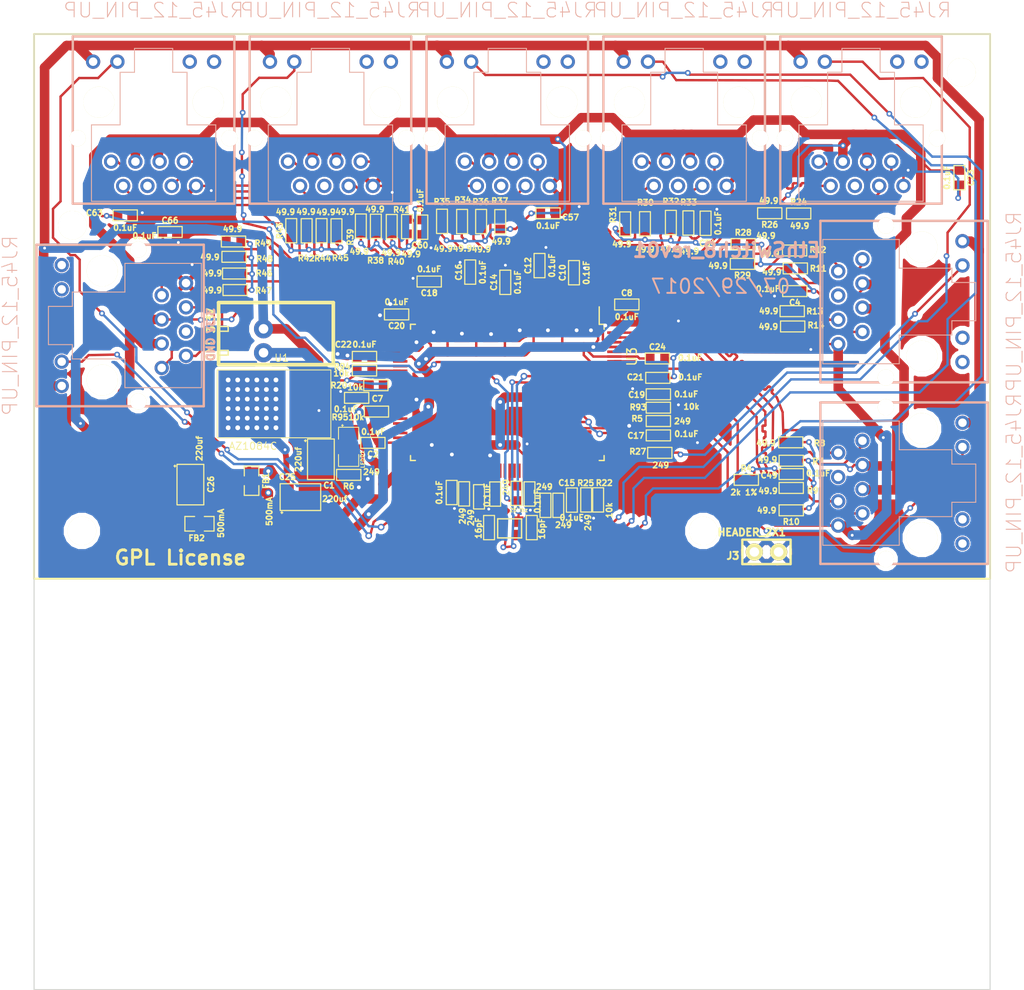
<source format=kicad_pcb>
(kicad_pcb (version 4) (host pcbnew 4.0.6-e0-6349~53~ubuntu16.04.1)
  (layers (0 F.Cu signal) (31 B.Cu signal) (34 B.Paste user) (35 F.Paste user) (36 B.SilkS user) (37 F.SilkS user) (38 B.Mask user) (39 F.Mask user) (44 Edge.Cuts user))
  (net 0 "")
  (net 1 GND)
  (net 2 "Net-(R4-Pad1)")
  (net 3 X1)
  (net 4 "Net-(R5-Pad1)")
  (net 5 GreenLED0)
  (net 6 TXP0)
  (net 7 TXN0)
  (net 8 RXP0)
  (net 9 RXN0)
  (net 10 X2)
  (net 11 VDDIO)
  (net 12 VDDD)
  (net 13 VDDA)
  (net 14 AGND)
  (net 15 TXP1)
  (net 16 TXN1)
  (net 17 RXP1)
  (net 18 RXN1)
  (net 19 GreenLED1)
  (net 20 "Net-(R15-Pad1)")
  (net 21 "Net-(R17-Pad1)")
  (net 22 "Net-(R19-Pad1)")
  (net 23 "Net-(R20-Pad1)")
  (net 24 "Net-(R21-Pad1)")
  (net 25 "Net-(R22-Pad1)")
  (net 26 "Net-(R23-Pad1)")
  (net 27 "Net-(R25-Pad1)")
  (net 28 "Net-(R27-Pad1)")
  (net 29 "Net-(D1-Pad2)")
  (net 30 MRXC)
  (net 31 MRXDV)
  (net 32 MRXD[0])
  (net 33 MRXD[1])
  (net 34 MRXD[2])
  (net 35 MRXD[3])
  (net 36 MCOL)
  (net 37 MTXC)
  (net 38 MTXEN)
  (net 39 MTXD[0])
  (net 40 MTXD[1])
  (net 41 MTXD[2])
  (net 42 MTXD[3])
  (net 43 GreenLED7)
  (net 44 GreenLED6)
  (net 45 GreenLED5)
  (net 46 GreenLED4)
  (net 47 GreenLED3)
  (net 48 TXP2)
  (net 49 GreenLED2)
  (net 50 TXN2)
  (net 51 RXP2)
  (net 52 RXN2)
  (net 53 RXN3)
  (net 54 RXP3)
  (net 55 TXP3)
  (net 56 TXN3)
  (net 57 RXN4)
  (net 58 RXP4)
  (net 59 TXP4)
  (net 60 TXN4)
  (net 61 RXN5)
  (net 62 RXP5)
  (net 63 TXP5)
  (net 64 TXN5)
  (net 65 RXN6)
  (net 66 RXP6)
  (net 67 TXP6)
  (net 68 TXN6)
  (net 69 RXN7)
  (net 70 RXP7)
  (net 71 TXP7)
  (net 72 TXN7)
  (net 73 "Net-(R94-Pad2)")
  (net 74 "Net-(R95-Pad2)")
  (net 75 "Net-(R93-Pad2)")
  (net 76 "Net-(R11-Pad2)")
  (net 77 "Net-(R13-Pad2)")
  (net 78 "Net-(U3-Pad45)")
  (net 79 "Net-(U3-Pad46)")
  (net 80 "Net-(U3-Pad48)")
  (net 81 "Net-(U3-Pad49)")
  (net 82 "Net-(U3-Pad50)")
  (net 83 "Net-(U3-Pad54)")
  (net 84 "Net-(U3-Pad73)")
  (net 85 "Net-(U3-Pad75)")
  (net 86 "Net-(U3-Pad76)")
  (net 87 "Net-(U3-Pad77)")
  (net 88 "Net-(U3-Pad81)")
  (net 89 "Net-(U3-Pad82)")
  (net 90 "Net-(U3-Pad83)")
  (net 91 "Net-(U3-Pad85)")
  (net 92 "Net-(U3-Pad86)")
  (net 93 "Net-(U3-Pad89)")
  (net 94 "Net-(U3-Pad91)")
  (net 95 "Net-(U3-Pad92)")
  (net 96 "Net-(U3-Pad93)")
  (net 97 "Net-(U3-Pad97)")
  (net 98 "Net-(U3-Pad98)")
  (net 99 "Net-(U3-Pad99)")
  (net 100 "Net-(U3-Pad101)")
  (net 101 "Net-(U3-Pad103)")
  (net 102 "Net-(U3-Pad105)")
  (net 103 "Net-(U3-Pad106)")
  (net 104 "Net-(U3-Pad109)")
  (net 105 "Net-(U3-Pad111)")
  (net 106 "Net-(U3-Pad112)")
  (net 107 "Net-(U3-Pad116)")
  (net 108 "Net-(U3-Pad121)")
  (net 109 "Net-(U4-Pad12)")
  (net 110 "Net-(U4-Pad11)")
  (net 111 "Net-(U4-Pad4)")
  (net 112 "Net-(U5-Pad12)")
  (net 113 "Net-(U5-Pad11)")
  (net 114 "Net-(U5-Pad4)")
  (net 115 "Net-(U6-Pad12)")
  (net 116 "Net-(U6-Pad11)")
  (net 117 "Net-(U6-Pad4)")
  (net 118 "Net-(U7-Pad12)")
  (net 119 "Net-(U7-Pad11)")
  (net 120 "Net-(U7-Pad4)")
  (net 121 "Net-(U8-Pad12)")
  (net 122 "Net-(U8-Pad11)")
  (net 123 "Net-(U8-Pad4)")
  (net 124 "Net-(U9-Pad12)")
  (net 125 "Net-(U9-Pad11)")
  (net 126 "Net-(U9-Pad4)")
  (net 127 "Net-(U10-Pad12)")
  (net 128 "Net-(U10-Pad11)")
  (net 129 "Net-(U10-Pad4)")
  (net 130 "Net-(U11-Pad12)")
  (net 131 "Net-(U11-Pad11)")
  (net 132 "Net-(U11-Pad4)")
  (module ted_resistors:TED_SM0805_R (layer F.Cu) (at 108.75 101.75 270)
    (fp_text reference FB1 (at 0 -1.5 270) (layer F.SilkS) (effects (font (size 0.6 0.6))))
    (fp_text value 500mA (at 3.2 -1.86 270) (layer F.SilkS) (effects (font (size 0.6 0.6))))
    (pad 1 smd rect (at -0.9525 0 270) (size 0.889 1.397) (layers F.Cu F.Paste F.Mask) (net 12 VDDD))
    (pad 2 smd rect (at 0.9525 0 270) (size 0.889 1.397) (layers F.Cu F.Paste F.Mask) (net 13 VDDA))
  )
  (module ted_holes:TED_Hole_3mm (layer F.Cu) (at 91 107)
    (fp_text reference H1 hide)
    (fp_text value HOLE hide)
    (pad "" np_thru_hole circle (at 0 0) (size 3 3) (drill 3) (layers *.Cu *.Mask F.SilkS))
  )
  (module ted_holes:TED_Hole_3mm (layer F.Cu) (at 90 75)
    (fp_text reference H2 hide)
    (fp_text value HOLE hide)
    (pad "" np_thru_hole circle (at 0 0) (size 3 3) (drill 3) (layers *.Cu *.Mask F.SilkS))
  )
  (module ted_holes:TED_Hole_3mm (layer F.Cu) (at 156 107)
    (fp_text reference H3 hide)
    (fp_text value HOLE hide)
    (pad "" np_thru_hole circle (at 0 0) (size 3 3) (drill 3) (layers *.Cu *.Mask F.SilkS))
  )
  (module ted_holes:TED_Hole_3mm (layer F.Cu) (at 183 59)
    (fp_text reference H4 hide)
    (fp_text value HOLE hide)
    (pad "" np_thru_hole circle (at 0 0) (size 3 3) (drill 3) (layers *.Cu *.Mask F.SilkS))
  )
  (module ted_crystals:TED_crystal_FA-20H (layer F.Cu) (at 135.74 106.73)
    (fp_text reference X1 hide)
    (fp_text value 25Mhz (at 0.94 -1.91) (layer F.SilkS) (effects (font (size 0.4 0.4) (thickness 0.1))))
    (pad 1 smd rect (at -0.85 0.7) (size 1.2 1.1) (layers F.Cu F.Paste F.Mask) (net 3 X1))
    (pad 2 smd rect (at 0.85 0.7) (size 1.2 1.1) (layers F.Cu F.Paste F.Mask) (net 1 GND))
    (pad 4 smd rect (at -0.85 -0.7) (size 1.2 1.1) (layers F.Cu F.Paste F.Mask) (net 1 GND))
    (pad 3 smd rect (at 0.85 -0.7) (size 1.2 1.1) (layers F.Cu F.Paste F.Mask) (net 10 X2))
  )
  (module ted_resistors:TED_SM0805_R (layer F.Cu) (at 103.3 106.25 180)
    (fp_text reference FB2 (at 0.3 -1.5 180) (layer F.SilkS) (effects (font (size 0.6 0.6))))
    (fp_text value 500mA (at -2.25 0.05 270) (layer F.SilkS) (effects (font (size 0.6 0.6))))
    (pad 1 smd rect (at -0.9525 0 180) (size 0.889 1.397) (layers F.Cu F.Paste F.Mask) (net 1 GND))
    (pad 2 smd rect (at 0.9525 0 180) (size 0.889 1.397) (layers F.Cu F.Paste F.Mask) (net 14 AGND))
  )
  (module ted_ICs:LQFP-128_14x20mm_Pitch0.5mm (layer F.Cu) (at 135.5 92.5 270)
    (fp_text reference U3 (at -3.74 -13.04 270) (layer F.SilkS))
    (fp_text value RTL8309SB_PQFP)
    (pad 1 smd rect (at -8.2 -9.25 270) (size 1.5 0.28) (layers F.Cu F.Paste F.Mask) (net 13 VDDA))
    (pad 2 smd rect (at -8.2 -8.75 270) (size 1.5 0.28) (layers F.Cu F.Paste F.Mask) (net 14 AGND))
    (pad 3 smd rect (at -8.2 -8.25 270) (size 1.5 0.28) (layers F.Cu F.Paste F.Mask) (net 18 RXN1))
    (pad 4 smd rect (at -8.2 -7.75 270) (size 1.5 0.28) (layers F.Cu F.Paste F.Mask) (net 17 RXP1))
    (pad 5 smd rect (at -8.2 -7.25 270) (size 1.5 0.28) (layers F.Cu F.Paste F.Mask) (net 14 AGND))
    (pad 6 smd rect (at -8.2 -6.75 270) (size 1.5 0.28) (layers F.Cu F.Paste F.Mask) (net 15 TXP1))
    (pad 7 smd rect (at -8.2 -6.25 270) (size 1.5 0.28) (layers F.Cu F.Paste F.Mask) (net 16 TXN1))
    (pad 8 smd rect (at -8.2 -5.75 270) (size 1.5 0.28) (layers F.Cu F.Paste F.Mask) (net 13 VDDA))
    (pad 9 smd rect (at -8.2 -5.25 270) (size 1.5 0.28) (layers F.Cu F.Paste F.Mask) (net 52 RXN2))
    (pad 10 smd rect (at -8.2 -4.75 270) (size 1.5 0.28) (layers F.Cu F.Paste F.Mask) (net 51 RXP2))
    (pad 11 smd rect (at -8.2 -4.25 270) (size 1.5 0.28) (layers F.Cu F.Paste F.Mask) (net 14 AGND))
    (pad 12 smd rect (at -8.2 -3.75 270) (size 1.5 0.28) (layers F.Cu F.Paste F.Mask) (net 48 TXP2))
    (pad 13 smd rect (at -8.2 -3.25 270) (size 1.5 0.28) (layers F.Cu F.Paste F.Mask) (net 50 TXN2))
    (pad 14 smd rect (at -8.2 -2.75 270) (size 1.5 0.28) (layers F.Cu F.Paste F.Mask) (net 13 VDDA))
    (pad 15 smd rect (at -8.2 -2.25 270) (size 1.5 0.28) (layers F.Cu F.Paste F.Mask) (net 53 RXN3))
    (pad 16 smd rect (at -8.2 -1.75 270) (size 1.5 0.28) (layers F.Cu F.Paste F.Mask) (net 54 RXP3))
    (pad 17 smd rect (at -8.2 -1.25 270) (size 1.5 0.28) (layers F.Cu F.Paste F.Mask) (net 14 AGND))
    (pad 18 smd rect (at -8.2 -0.75 270) (size 1.5 0.28) (layers F.Cu F.Paste F.Mask) (net 55 TXP3))
    (pad 19 smd rect (at -8.2 -0.25 270) (size 1.5 0.28) (layers F.Cu F.Paste F.Mask) (net 56 TXN3))
    (pad 20 smd rect (at -8.2 0.25 270) (size 1.5 0.28) (layers F.Cu F.Paste F.Mask) (net 13 VDDA))
    (pad 21 smd rect (at -8.2 0.75 270) (size 1.5 0.28) (layers F.Cu F.Paste F.Mask) (net 57 RXN4))
    (pad 22 smd rect (at -8.2 1.25 270) (size 1.5 0.28) (layers F.Cu F.Paste F.Mask) (net 58 RXP4))
    (pad 23 smd rect (at -8.2 1.75 270) (size 1.5 0.28) (layers F.Cu F.Paste F.Mask) (net 14 AGND))
    (pad 24 smd rect (at -8.2 2.25 270) (size 1.5 0.28) (layers F.Cu F.Paste F.Mask) (net 59 TXP4))
    (pad 25 smd rect (at -8.2 2.75 270) (size 1.5 0.28) (layers F.Cu F.Paste F.Mask) (net 60 TXN4))
    (pad 26 smd rect (at -8.2 3.25 270) (size 1.5 0.28) (layers F.Cu F.Paste F.Mask) (net 13 VDDA))
    (pad 27 smd rect (at -8.2 3.75 270) (size 1.5 0.28) (layers F.Cu F.Paste F.Mask) (net 61 RXN5))
    (pad 28 smd rect (at -8.2 4.25 270) (size 1.5 0.28) (layers F.Cu F.Paste F.Mask) (net 62 RXP5))
    (pad 29 smd rect (at -8.2 4.75 270) (size 1.5 0.28) (layers F.Cu F.Paste F.Mask) (net 14 AGND))
    (pad 30 smd rect (at -8.2 5.25 270) (size 1.5 0.28) (layers F.Cu F.Paste F.Mask) (net 63 TXP5))
    (pad 31 smd rect (at -8.2 5.75 270) (size 1.5 0.28) (layers F.Cu F.Paste F.Mask) (net 64 TXN5))
    (pad 32 smd rect (at -8.2 6.25 270) (size 1.5 0.28) (layers F.Cu F.Paste F.Mask) (net 13 VDDA))
    (pad 33 smd rect (at -8.2 6.75 270) (size 1.5 0.28) (layers F.Cu F.Paste F.Mask) (net 65 RXN6))
    (pad 34 smd rect (at -8.2 7.25 270) (size 1.5 0.28) (layers F.Cu F.Paste F.Mask) (net 66 RXP6))
    (pad 35 smd rect (at -8.2 7.75 270) (size 1.5 0.28) (layers F.Cu F.Paste F.Mask) (net 14 AGND))
    (pad 36 smd rect (at -8.2 8.25 270) (size 1.5 0.28) (layers F.Cu F.Paste F.Mask) (net 67 TXP6))
    (pad 37 smd rect (at -8.2 8.75 270) (size 1.5 0.28) (layers F.Cu F.Paste F.Mask) (net 68 TXN6))
    (pad 38 smd rect (at -8.2 9.25 270) (size 1.5 0.28) (layers F.Cu F.Paste F.Mask) (net 13 VDDA))
    (pad 39 smd rect (at -6.25 11.2) (size 1.5 0.28) (layers F.Cu F.Paste F.Mask) (net 69 RXN7))
    (pad 40 smd rect (at -5.75 11.2) (size 1.5 0.28) (layers F.Cu F.Paste F.Mask) (net 70 RXP7))
    (pad 41 smd rect (at -5.25 11.2) (size 1.5 0.28) (layers F.Cu F.Paste F.Mask) (net 14 AGND))
    (pad 42 smd rect (at -4.75 11.2) (size 1.5 0.28) (layers F.Cu F.Paste F.Mask) (net 71 TXP7))
    (pad 43 smd rect (at -4.25 11.2) (size 1.5 0.28) (layers F.Cu F.Paste F.Mask) (net 72 TXN7))
    (pad 44 smd rect (at -3.75 11.2) (size 1.5 0.28) (layers F.Cu F.Paste F.Mask) (net 13 VDDA))
    (pad 45 smd rect (at -3.25 11.2) (size 1.5 0.28) (layers F.Cu F.Paste F.Mask) (net 78 "Net-(U3-Pad45)"))
    (pad 46 smd rect (at -2.75 11.2) (size 1.5 0.28) (layers F.Cu F.Paste F.Mask) (net 79 "Net-(U3-Pad46)"))
    (pad 47 smd rect (at -2.25 11.2) (size 1.5 0.28) (layers F.Cu F.Paste F.Mask) (net 73 "Net-(R94-Pad2)"))
    (pad 48 smd rect (at -1.75 11.2) (size 1.5 0.28) (layers F.Cu F.Paste F.Mask) (net 80 "Net-(U3-Pad48)"))
    (pad 49 smd rect (at -1.25 11.2) (size 1.5 0.28) (layers F.Cu F.Paste F.Mask) (net 81 "Net-(U3-Pad49)"))
    (pad 50 smd rect (at -0.75 11.2) (size 1.5 0.28) (layers F.Cu F.Paste F.Mask) (net 82 "Net-(U3-Pad50)"))
    (pad 51 smd rect (at -0.25 11.2) (size 1.5 0.28) (layers F.Cu F.Paste F.Mask) (net 23 "Net-(R20-Pad1)"))
    (pad 52 smd rect (at 0.25 11.2) (size 1.5 0.28) (layers F.Cu F.Paste F.Mask) (net 12 VDDD))
    (pad 53 smd rect (at 0.75 11.2) (size 1.5 0.28) (layers F.Cu F.Paste F.Mask) (net 1 GND))
    (pad 54 smd rect (at 1.25 11.2) (size 1.5 0.28) (layers F.Cu F.Paste F.Mask) (net 83 "Net-(U3-Pad54)"))
    (pad 55 smd rect (at 1.75 11.2) (size 1.5 0.28) (layers F.Cu F.Paste F.Mask) (net 74 "Net-(R95-Pad2)"))
    (pad 56 smd rect (at 2.25 11.2) (size 1.5 0.28) (layers F.Cu F.Paste F.Mask) (net 37 MTXC))
    (pad 57 smd rect (at 2.75 11.2) (size 1.5 0.28) (layers F.Cu F.Paste F.Mask) (net 38 MTXEN))
    (pad 58 smd rect (at 3.25 11.2) (size 1.5 0.28) (layers F.Cu F.Paste F.Mask) (net 39 MTXD[0]))
    (pad 59 smd rect (at 3.75 11.2) (size 1.5 0.28) (layers F.Cu F.Paste F.Mask) (net 40 MTXD[1]))
    (pad 60 smd rect (at 4.25 11.2) (size 1.5 0.28) (layers F.Cu F.Paste F.Mask) (net 41 MTXD[2]))
    (pad 61 smd rect (at 4.75 11.2) (size 1.5 0.28) (layers F.Cu F.Paste F.Mask) (net 42 MTXD[3]))
    (pad 62 smd rect (at 5.25 11.2) (size 1.5 0.28) (layers F.Cu F.Paste F.Mask) (net 11 VDDIO))
    (pad 63 smd rect (at 5.75 11.2) (size 1.5 0.28) (layers F.Cu F.Paste F.Mask) (net 1 GND))
    (pad 64 smd rect (at 6.25 11.2) (size 1.5 0.28) (layers F.Cu F.Paste F.Mask) (net 36 MCOL))
    (pad 65 smd rect (at 8.2 9.25 270) (size 1.5 0.28) (layers F.Cu F.Paste F.Mask) (net 30 MRXC))
    (pad 66 smd rect (at 8.2 8.75 270) (size 1.5 0.28) (layers F.Cu F.Paste F.Mask) (net 31 MRXDV))
    (pad 67 smd rect (at 8.2 8.25 270) (size 1.5 0.28) (layers F.Cu F.Paste F.Mask) (net 32 MRXD[0]))
    (pad 68 smd rect (at 8.2 7.75 270) (size 1.5 0.28) (layers F.Cu F.Paste F.Mask) (net 33 MRXD[1]))
    (pad 69 smd rect (at 8.2 7.25 270) (size 1.5 0.28) (layers F.Cu F.Paste F.Mask) (net 34 MRXD[2]))
    (pad 70 smd rect (at 8.2 6.75 270) (size 1.5 0.28) (layers F.Cu F.Paste F.Mask) (net 35 MRXD[3]))
    (pad 71 smd rect (at 8.2 6.25 270) (size 1.5 0.28) (layers F.Cu F.Paste F.Mask) (net 12 VDDD))
    (pad 72 smd rect (at 8.2 5.75 270) (size 1.5 0.28) (layers F.Cu F.Paste F.Mask) (net 1 GND))
    (pad 73 smd rect (at 8.2 5.25 270) (size 1.5 0.28) (layers F.Cu F.Paste F.Mask) (net 84 "Net-(U3-Pad73)"))
    (pad 74 smd rect (at 8.2 4.75 270) (size 1.5 0.28) (layers F.Cu F.Paste F.Mask) (net 20 "Net-(R15-Pad1)"))
    (pad 75 smd rect (at 8.2 4.25 270) (size 1.5 0.28) (layers F.Cu F.Paste F.Mask) (net 85 "Net-(U3-Pad75)"))
    (pad 76 smd rect (at 8.2 3.75 270) (size 1.5 0.28) (layers F.Cu F.Paste F.Mask) (net 86 "Net-(U3-Pad76)"))
    (pad 77 smd rect (at 8.2 3.25 270) (size 1.5 0.28) (layers F.Cu F.Paste F.Mask) (net 87 "Net-(U3-Pad77)"))
    (pad 78 smd rect (at 8.2 2.75 270) (size 1.5 0.28) (layers F.Cu F.Paste F.Mask) (net 21 "Net-(R17-Pad1)"))
    (pad 79 smd rect (at 8.2 2.25 270) (size 1.5 0.28) (layers F.Cu F.Paste F.Mask) (net 12 VDDD))
    (pad 80 smd rect (at 8.2 1.75 270) (size 1.5 0.28) (layers F.Cu F.Paste F.Mask) (net 1 GND))
    (pad 81 smd rect (at 8.2 1.25 270) (size 1.5 0.28) (layers F.Cu F.Paste F.Mask) (net 88 "Net-(U3-Pad81)"))
    (pad 82 smd rect (at 8.2 0.75 270) (size 1.5 0.28) (layers F.Cu F.Paste F.Mask) (net 89 "Net-(U3-Pad82)"))
    (pad 83 smd rect (at 8.2 0.25 270) (size 1.5 0.28) (layers F.Cu F.Paste F.Mask) (net 90 "Net-(U3-Pad83)"))
    (pad 84 smd rect (at 8.2 -0.25 270) (size 1.5 0.28) (layers F.Cu F.Paste F.Mask) (net 22 "Net-(R19-Pad1)"))
    (pad 85 smd rect (at 8.2 -0.75 270) (size 1.5 0.28) (layers F.Cu F.Paste F.Mask) (net 91 "Net-(U3-Pad85)"))
    (pad 86 smd rect (at 8.2 -1.25 270) (size 1.5 0.28) (layers F.Cu F.Paste F.Mask) (net 92 "Net-(U3-Pad86)"))
    (pad 87 smd rect (at 8.2 -1.75 270) (size 1.5 0.28) (layers F.Cu F.Paste F.Mask) (net 12 VDDD))
    (pad 88 smd rect (at 8.2 -2.25 270) (size 1.5 0.28) (layers F.Cu F.Paste F.Mask) (net 1 GND))
    (pad 89 smd rect (at 8.2 -2.75 270) (size 1.5 0.28) (layers F.Cu F.Paste F.Mask) (net 93 "Net-(U3-Pad89)"))
    (pad 90 smd rect (at 8.2 -3.25 270) (size 1.5 0.28) (layers F.Cu F.Paste F.Mask) (net 24 "Net-(R21-Pad1)"))
    (pad 91 smd rect (at 8.2 -3.75 270) (size 1.5 0.28) (layers F.Cu F.Paste F.Mask) (net 94 "Net-(U3-Pad91)"))
    (pad 92 smd rect (at 8.2 -4.25 270) (size 1.5 0.28) (layers F.Cu F.Paste F.Mask) (net 95 "Net-(U3-Pad92)"))
    (pad 93 smd rect (at 8.2 -4.75 270) (size 1.5 0.28) (layers F.Cu F.Paste F.Mask) (net 96 "Net-(U3-Pad93)"))
    (pad 94 smd rect (at 8.2 -5.25 270) (size 1.5 0.28) (layers F.Cu F.Paste F.Mask) (net 26 "Net-(R23-Pad1)"))
    (pad 95 smd rect (at 8.2 -5.75 270) (size 1.5 0.28) (layers F.Cu F.Paste F.Mask) (net 12 VDDD))
    (pad 96 smd rect (at 8.2 -6.25 270) (size 1.5 0.28) (layers F.Cu F.Paste F.Mask) (net 1 GND))
    (pad 97 smd rect (at 8.2 -6.75 270) (size 1.5 0.28) (layers F.Cu F.Paste F.Mask) (net 97 "Net-(U3-Pad97)"))
    (pad 98 smd rect (at 8.2 -7.25 270) (size 1.5 0.28) (layers F.Cu F.Paste F.Mask) (net 98 "Net-(U3-Pad98)"))
    (pad 99 smd rect (at 8.2 -7.75 270) (size 1.5 0.28) (layers F.Cu F.Paste F.Mask) (net 99 "Net-(U3-Pad99)"))
    (pad 100 smd rect (at 8.2 -8.25 270) (size 1.5 0.28) (layers F.Cu F.Paste F.Mask) (net 27 "Net-(R25-Pad1)"))
    (pad 101 smd rect (at 8.2 -8.75 270) (size 1.5 0.28) (layers F.Cu F.Paste F.Mask) (net 100 "Net-(U3-Pad101)"))
    (pad 102 smd rect (at 8.2 -9.25 270) (size 1.5 0.28) (layers F.Cu F.Paste F.Mask) (net 25 "Net-(R22-Pad1)"))
    (pad 103 smd rect (at 6.25 -11.2) (size 1.5 0.28) (layers F.Cu F.Paste F.Mask) (net 101 "Net-(U3-Pad103)"))
    (pad 104 smd rect (at 5.75 -11.2) (size 1.5 0.28) (layers F.Cu F.Paste F.Mask) (net 28 "Net-(R27-Pad1)"))
    (pad 105 smd rect (at 5.25 -11.2) (size 1.5 0.28) (layers F.Cu F.Paste F.Mask) (net 102 "Net-(U3-Pad105)"))
    (pad 106 smd rect (at 4.75 -11.2) (size 1.5 0.28) (layers F.Cu F.Paste F.Mask) (net 103 "Net-(U3-Pad106)"))
    (pad 107 smd rect (at 4.25 -11.2) (size 1.5 0.28) (layers F.Cu F.Paste F.Mask) (net 12 VDDD))
    (pad 108 smd rect (at 3.75 -11.2) (size 1.5 0.28) (layers F.Cu F.Paste F.Mask) (net 1 GND))
    (pad 109 smd rect (at 3.25 -11.2) (size 1.5 0.28) (layers F.Cu F.Paste F.Mask) (net 104 "Net-(U3-Pad109)"))
    (pad 110 smd rect (at 2.75 -11.2) (size 1.5 0.28) (layers F.Cu F.Paste F.Mask) (net 4 "Net-(R5-Pad1)"))
    (pad 111 smd rect (at 2.25 -11.2) (size 1.5 0.28) (layers F.Cu F.Paste F.Mask) (net 105 "Net-(U3-Pad111)"))
    (pad 112 smd rect (at 1.75 -11.2) (size 1.5 0.28) (layers F.Cu F.Paste F.Mask) (net 106 "Net-(U3-Pad112)"))
    (pad 113 smd rect (at 1.25 -11.2) (size 1.5 0.28) (layers F.Cu F.Paste F.Mask) (net 75 "Net-(R93-Pad2)"))
    (pad 114 smd rect (at 0.75 -11.2) (size 1.5 0.28) (layers F.Cu F.Paste F.Mask) (net 12 VDDD))
    (pad 115 smd rect (at 0.25 -11.2) (size 1.5 0.28) (layers F.Cu F.Paste F.Mask) (net 1 GND))
    (pad 116 smd rect (at -0.25 -11.2) (size 1.5 0.28) (layers F.Cu F.Paste F.Mask) (net 107 "Net-(U3-Pad116)"))
    (pad 117 smd rect (at -0.75 -11.2) (size 1.5 0.28) (layers F.Cu F.Paste F.Mask) (net 1 GND))
    (pad 118 smd rect (at -1.25 -11.2) (size 1.5 0.28) (layers F.Cu F.Paste F.Mask) (net 3 X1))
    (pad 119 smd rect (at -1.75 -11.2) (size 1.5 0.28) (layers F.Cu F.Paste F.Mask) (net 10 X2))
    (pad 120 smd rect (at -2.25 -11.2) (size 1.5 0.28) (layers F.Cu F.Paste F.Mask) (net 13 VDDA))
    (pad 121 smd rect (at -2.75 -11.2) (size 1.5 0.28) (layers F.Cu F.Paste F.Mask) (net 108 "Net-(U3-Pad121)"))
    (pad 122 smd rect (at -3.25 -11.2) (size 1.5 0.28) (layers F.Cu F.Paste F.Mask) (net 2 "Net-(R4-Pad1)"))
    (pad 123 smd rect (at -3.75 -11.2) (size 1.5 0.28) (layers F.Cu F.Paste F.Mask) (net 13 VDDA))
    (pad 124 smd rect (at -4.25 -11.2) (size 1.5 0.28) (layers F.Cu F.Paste F.Mask) (net 9 RXN0))
    (pad 125 smd rect (at -4.75 -11.2) (size 1.5 0.28) (layers F.Cu F.Paste F.Mask) (net 8 RXP0))
    (pad 126 smd rect (at -5.25 -11.2) (size 1.5 0.28) (layers F.Cu F.Paste F.Mask) (net 14 AGND))
    (pad 127 smd rect (at -5.75 -11.2) (size 1.5 0.28) (layers F.Cu F.Paste F.Mask) (net 6 TXP0))
    (pad 128 smd rect (at -6.25 -11.2) (size 1.5 0.28) (layers F.Cu F.Paste F.Mask) (net 7 TXN0))
  )
  (module ted_led:TED_SM1206_LED (layer F.Cu) (at 118.9 98.2 270)
    (fp_text reference D1 (at 0.76 -1.44 270) (layer F.SilkS) (effects (font (size 0.381 0.381) (thickness 0.09398))))
    (fp_text value LED (at 1.7 -1.48 270) (layer F.SilkS) (effects (font (size 0.381 0.381) (thickness 0.09398))))
    (pad 1 smd rect (at -1.375 0 270) (size 1.25 2) (layers F.Cu F.Paste F.Mask) (net 11 VDDIO))
    (pad 2 smd rect (at 1.375 0 270) (size 1.25 2) (layers F.Cu F.Paste F.Mask) (net 29 "Net-(D1-Pad2)"))
  )
  (module ted_connectors:TED_TERMINAL_SPRING_2.54MM_2PIN_1989748 (layer F.Cu) (at 111.3 87.1 270)
    (fp_text reference J1 hide)
    (fp_text value Terminal_2x1 hide)
    (pad 2 thru_hole circle (at 1.25 1.3 270) (size 2 2) (drill 1) (layers *.Cu *.Mask) (net 1 GND))
    (pad 1 thru_hole circle (at -1.25 1.3 270) (size 2 2) (drill 1) (layers *.Cu *.Mask) (net 11 VDDIO))
  )
  (module ted_regulators:TED_TO252-2 (layer F.Cu) (at 111.8 93.7)
    (fp_text reference U1 (at 0.1 -4.8) (layer F.SilkS) (effects (font (size 0.762 0.762) (thickness 0.09906))))
    (fp_text value AZ1084C (at -2.89 4.42) (layer F.SilkS) (effects (font (size 0.762 0.762) (thickness 0.09906))))
    (pad 1 smd rect (at 3.85 2.3) (size 2.5 1.5) (layers F.Cu F.Paste F.Mask) (net 1 GND))
    (pad 3 smd rect (at 3.85 -2.3) (size 2.5 1.5) (layers F.Cu F.Paste F.Mask) (net 11 VDDIO))
    (pad 2 smd rect (at -3 0) (size 7 7) (layers F.Cu F.Paste F.Mask) (net 12 VDDD))
    (pad 2 smd rect (at -3 0) (size 7 7) (layers B.Cu) (net 12 VDDD))
    (pad 2 thru_hole circle (at -5.5 -2.5) (size 0.5 0.5) (drill 0.5) (layers *.Cu) (net 12 VDDD))
    (pad 2 thru_hole circle (at -4.5 -2.5) (size 0.5 0.5) (drill 0.5) (layers *.Cu) (net 12 VDDD))
    (pad 2 thru_hole circle (at -3.5 -2.5) (size 0.5 0.5) (drill 0.5) (layers *.Cu) (net 12 VDDD))
    (pad 2 thru_hole circle (at -2.5 -2.5) (size 0.5 0.5) (drill 0.5) (layers *.Cu) (net 12 VDDD))
    (pad 2 thru_hole circle (at -1.5 -2.5) (size 0.5 0.5) (drill 0.5) (layers *.Cu) (net 12 VDDD))
    (pad 2 thru_hole circle (at -0.5 -2.5) (size 0.5 0.5) (drill 0.5) (layers *.Cu) (net 12 VDDD))
    (pad 2 thru_hole circle (at -5.5 -1.5) (size 0.5 0.5) (drill 0.5) (layers *.Cu) (net 12 VDDD))
    (pad 2 thru_hole circle (at -4.5 -1.5) (size 0.5 0.5) (drill 0.5) (layers *.Cu) (net 12 VDDD))
    (pad 2 thru_hole circle (at -3.5 -1.5) (size 0.5 0.5) (drill 0.5) (layers *.Cu) (net 12 VDDD))
    (pad 2 thru_hole circle (at -2.5 -1.5) (size 0.5 0.5) (drill 0.5) (layers *.Cu) (net 12 VDDD))
    (pad 2 thru_hole circle (at -1.5 -1.5) (size 0.5 0.5) (drill 0.5) (layers *.Cu) (net 12 VDDD))
    (pad 2 thru_hole circle (at -0.5 -1.5) (size 0.5 0.5) (drill 0.5) (layers *.Cu) (net 12 VDDD))
    (pad 2 thru_hole circle (at -0.5 -0.5) (size 0.5 0.5) (drill 0.5) (layers *.Cu) (net 12 VDDD))
    (pad 2 thru_hole circle (at -1.5 -0.5) (size 0.5 0.5) (drill 0.5) (layers *.Cu) (net 12 VDDD))
    (pad 2 thru_hole circle (at -2.5 -0.5) (size 0.5 0.5) (drill 0.5) (layers *.Cu) (net 12 VDDD))
    (pad 2 thru_hole circle (at -3.5 -0.5) (size 0.5 0.5) (drill 0.5) (layers *.Cu) (net 12 VDDD))
    (pad 2 thru_hole circle (at -4.5 -0.5) (size 0.5 0.5) (drill 0.5) (layers *.Cu) (net 12 VDDD))
    (pad 2 thru_hole circle (at -5.5 -0.5) (size 0.5 0.5) (drill 0.5) (layers *.Cu) (net 12 VDDD))
    (pad 2 thru_hole circle (at -5.5 0.5) (size 0.5 0.5) (drill 0.5) (layers *.Cu) (net 12 VDDD))
    (pad 2 thru_hole circle (at -4.5 0.5) (size 0.5 0.5) (drill 0.5) (layers *.Cu) (net 12 VDDD))
    (pad 2 thru_hole circle (at -3.5 0.5) (size 0.5 0.5) (drill 0.5) (layers *.Cu) (net 12 VDDD))
    (pad 2 thru_hole circle (at -2.5 0.5) (size 0.5 0.5) (drill 0.5) (layers *.Cu) (net 12 VDDD))
    (pad 2 thru_hole circle (at -1.5 0.5) (size 0.5 0.5) (drill 0.5) (layers *.Cu) (net 12 VDDD))
    (pad 2 thru_hole circle (at -0.5 0.5) (size 0.5 0.5) (drill 0.5) (layers *.Cu) (net 12 VDDD))
    (pad 2 thru_hole circle (at -0.5 1.5) (size 0.5 0.5) (drill 0.5) (layers *.Cu) (net 12 VDDD))
    (pad 2 thru_hole circle (at -1.5 1.5) (size 0.5 0.5) (drill 0.5) (layers *.Cu) (net 12 VDDD))
    (pad 2 thru_hole circle (at -2.5 1.5) (size 0.5 0.5) (drill 0.5) (layers *.Cu) (net 12 VDDD))
    (pad 2 thru_hole circle (at -3.5 1.5) (size 0.5 0.5) (drill 0.5) (layers *.Cu) (net 12 VDDD))
    (pad 2 thru_hole circle (at -4.5 1.5) (size 0.5 0.5) (drill 0.5) (layers *.Cu) (net 12 VDDD))
    (pad 2 thru_hole circle (at -5.5 1.5) (size 0.5 0.5) (drill 0.5) (layers *.Cu) (net 12 VDDD))
    (pad 2 thru_hole circle (at -5.5 2.5) (size 0.5 0.5) (drill 0.5) (layers *.Cu) (net 12 VDDD))
    (pad 2 thru_hole circle (at -4.5 2.5) (size 0.5 0.5) (drill 0.5) (layers *.Cu) (net 12 VDDD))
    (pad 2 thru_hole circle (at -3.5 2.5) (size 0.5 0.5) (drill 0.5) (layers *.Cu) (net 12 VDDD))
    (pad 2 thru_hole circle (at -2.5 2.5) (size 0.5 0.5) (drill 0.5) (layers *.Cu) (net 12 VDDD))
    (pad 2 thru_hole circle (at -1.5 2.5) (size 0.5 0.5) (drill 0.5) (layers *.Cu) (net 12 VDDD))
    (pad 2 thru_hole circle (at -0.5 2.5) (size 0.5 0.5) (drill 0.5) (layers *.Cu) (net 12 VDDD))
  )
  (module ted_connectors:TED_HEADER_2x1 (layer F.Cu) (at 162.6 109.2 180)
    (fp_text reference J3 (at 3.5 -0.4 180) (layer F.SilkS) (effects (font (size 0.762 0.762) (thickness 0.1905))))
    (fp_text value HEADER_2X1 (at 1.528 2.054 180) (layer F.SilkS) (effects (font (size 0.762 0.762) (thickness 0.1905))))
    (pad 2 thru_hole circle (at 1.25984 0 180) (size 1.8 1.8) (drill 1) (layers *.Cu *.Mask F.SilkS) (net 1 GND))
    (pad 1 thru_hole circle (at -1.28016 0 180) (size 1.8 1.8) (drill 1) (layers *.Cu *.Mask F.SilkS) (net 1 GND))
  )
  (module ted_capacitors:TED_SM0603_C (layer F.Cu) (at 100.22 75.71)
    (fp_text reference C66 (at 0 -1.2) (layer F.SilkS) (effects (font (size 0.6 0.6))))
    (fp_text value 0.1uF (at -2.67 0.41) (layer F.SilkS) (effects (font (size 0.6 0.6))))
    (pad 2 smd rect (at 0.75184 0) (size 0.89916 1.00076) (layers F.Cu F.Paste F.Mask) (net 14 AGND) (clearance 0.1))
    (pad 1 smd rect (at -0.75184 0) (size 0.9 1) (layers F.Cu F.Paste F.Mask) (net 13 VDDA) (clearance 0.1))
  )
  (module ted_capacitors:TED_SM0603_C (layer F.Cu) (at 95.53 73.97)
    (fp_text reference C63 (at -3.22 -0.26) (layer F.SilkS) (effects (font (size 0.6 0.6))))
    (fp_text value 0.1uF (at 0 1.3) (layer F.SilkS) (effects (font (size 0.6 0.6))))
    (pad 2 smd rect (at 0.75184 0) (size 0.89916 1.00076) (layers F.Cu F.Paste F.Mask) (net 14 AGND) (clearance 0.1))
    (pad 1 smd rect (at -0.75184 0) (size 0.9 1) (layers F.Cu F.Paste F.Mask) (net 13 VDDA) (clearance 0.1))
  )
  (module ted_capacitors:TED_SM0603_C (layer F.Cu) (at 126.61 75.21 270)
    (fp_text reference C60 (at 1.9 0.26 360) (layer F.SilkS) (effects (font (size 0.6 0.6))))
    (fp_text value 0.1uF (at -2.81 0.21 450) (layer F.SilkS) (effects (font (size 0.6 0.6))))
    (pad 2 smd rect (at 0.75184 0 270) (size 0.89916 1.00076) (layers F.Cu F.Paste F.Mask) (net 14 AGND) (clearance 0.1))
    (pad 1 smd rect (at -0.75184 0 270) (size 0.9 1) (layers F.Cu F.Paste F.Mask) (net 13 VDDA) (clearance 0.1))
  )
  (module ted_capacitors:TED_SM0603_C (layer F.Cu) (at 139.76 73.76)
    (fp_text reference C57 (at 2.36 0.42) (layer F.SilkS) (effects (font (size 0.6 0.6))))
    (fp_text value 0.1uF (at 0 1.3) (layer F.SilkS) (effects (font (size 0.6 0.6))))
    (pad 2 smd rect (at 0.75184 0) (size 0.89916 1.00076) (layers F.Cu F.Paste F.Mask) (net 14 AGND) (clearance 0.1))
    (pad 1 smd rect (at -0.75184 0) (size 0.9 1) (layers F.Cu F.Paste F.Mask) (net 13 VDDA) (clearance 0.1))
  )
  (module ted_capacitors:TED_SM0603_C (layer F.Cu) (at 156.24 74.8 90)
    (fp_text reference C54 (at -2.11 0.21 180) (layer F.SilkS) (effects (font (size 0.6 0.6))))
    (fp_text value 0.1uF (at 0 1.3 90) (layer F.SilkS) (effects (font (size 0.6 0.6))))
    (pad 2 smd rect (at 0.75184 0 90) (size 0.89916 1.00076) (layers F.Cu F.Paste F.Mask) (net 14 AGND) (clearance 0.1))
    (pad 1 smd rect (at -0.75184 0 90) (size 0.9 1) (layers F.Cu F.Paste F.Mask) (net 13 VDDA) (clearance 0.1))
  )
  (module ted_capacitors:TED_SM0603_C (layer F.Cu) (at 165.2 101.05 180)
    (fp_text reference C49 (at 2.32 -0.13 180) (layer F.SilkS) (effects (font (size 0.6 0.6))))
    (fp_text value 0.1uF (at -2.81 0.08 180) (layer F.SilkS) (effects (font (size 0.6 0.6))))
    (pad 2 smd rect (at 0.75184 0 180) (size 0.89916 1.00076) (layers F.Cu F.Paste F.Mask) (net 14 AGND) (clearance 0.1))
    (pad 1 smd rect (at -0.75184 0 180) (size 0.9 1) (layers F.Cu F.Paste F.Mask) (net 13 VDDA) (clearance 0.1))
  )
  (module ted_capacitors:TED_SM0603_C (layer F.Cu) (at 133.59 106.65 90)
    (fp_text reference C48 hide)
    (fp_text value 16pF (at -0.06 -1.1 90) (layer F.SilkS) (effects (font (size 0.6 0.6))))
    (pad 2 smd rect (at 0.75184 0 90) (size 0.89916 1.00076) (layers F.Cu F.Paste F.Mask) (net 1 GND) (clearance 0.1))
    (pad 1 smd rect (at -0.75184 0 90) (size 0.9 1) (layers F.Cu F.Paste F.Mask) (net 3 X1) (clearance 0.1))
  )
  (module ted_capacitors:TED_SM0603_C (layer F.Cu) (at 138.06 106.65 90)
    (fp_text reference C47 hide)
    (fp_text value 16pF (at -0.11 1.06 270) (layer F.SilkS) (effects (font (size 0.6 0.6))))
    (pad 2 smd rect (at 0.75184 0 90) (size 0.89916 1.00076) (layers F.Cu F.Paste F.Mask) (net 10 X2) (clearance 0.1))
    (pad 1 smd rect (at -0.75184 0 90) (size 0.9 1) (layers F.Cu F.Paste F.Mask) (net 1 GND) (clearance 0.1))
  )
  (module ted_capacitors:TED_SM0603_C (layer F.Cu) (at 151.2 88.95)
    (fp_text reference C24 (at 0 -1.2) (layer F.SilkS) (effects (font (size 0.6 0.6))))
    (fp_text value 0.1uF (at 3.41 -0.06) (layer F.SilkS) (effects (font (size 0.6 0.6))))
    (pad 2 smd rect (at 0.75184 0) (size 0.89916 1.00076) (layers F.Cu F.Paste F.Mask) (net 14 AGND) (clearance 0.1))
    (pad 1 smd rect (at -0.75184 0) (size 0.9 1) (layers F.Cu F.Paste F.Mask) (net 13 VDDA) (clearance 0.1))
  )
  (module ted_capacitors:TED_SM0603_C (layer F.Cu) (at 182.79 70.03 270)
    (fp_text reference C23 (at 0 -1.2 270) (layer F.SilkS) (effects (font (size 0.6 0.6))))
    (fp_text value 0.1uF (at 0 1.3 270) (layer F.SilkS) (effects (font (size 0.6 0.6))))
    (pad 2 smd rect (at 0.75184 0 270) (size 0.89916 1.00076) (layers F.Cu F.Paste F.Mask) (net 14 AGND) (clearance 0.1))
    (pad 1 smd rect (at -0.75184 0 270) (size 0.9 1) (layers F.Cu F.Paste F.Mask) (net 13 VDDA) (clearance 0.1))
  )
  (module ted_capacitors:TED_SM0603_C (layer F.Cu) (at 120.56 88.78 180)
    (fp_text reference C22 (at 2.21 1.29 180) (layer F.SilkS) (effects (font (size 0.6 0.6))))
    (fp_text value 0.1uF (at 0 1.3 180) (layer F.SilkS) (effects (font (size 0.6 0.6))))
    (pad 2 smd rect (at 0.75184 0 180) (size 0.89916 1.00076) (layers F.Cu F.Paste F.Mask) (net 14 AGND) (clearance 0.1))
    (pad 1 smd rect (at -0.75184 0 180) (size 0.9 1) (layers F.Cu F.Paste F.Mask) (net 13 VDDA) (clearance 0.1))
  )
  (module ted_capacitors:TED_SM0603_C (layer F.Cu) (at 151.25 90.975)
    (fp_text reference C21 (at -2.36 -0.065) (layer F.SilkS) (effects (font (size 0.6 0.6))))
    (fp_text value 0.1uF (at 3.39 -0.065) (layer F.SilkS) (effects (font (size 0.6 0.6))))
    (pad 2 smd rect (at 0.75184 0) (size 0.89916 1.00076) (layers F.Cu F.Paste F.Mask) (net 14 AGND) (clearance 0.1))
    (pad 1 smd rect (at -0.75184 0) (size 0.9 1) (layers F.Cu F.Paste F.Mask) (net 13 VDDA) (clearance 0.1))
  )
  (module ted_capacitors:TED_SM0603_C (layer F.Cu) (at 123.92 84.34 180)
    (fp_text reference C20 (at 0 -1.2 180) (layer F.SilkS) (effects (font (size 0.6 0.6))))
    (fp_text value 0.1uF (at 0 1.3 180) (layer F.SilkS) (effects (font (size 0.6 0.6))))
    (pad 2 smd rect (at 0.75184 0 180) (size 0.89916 1.00076) (layers F.Cu F.Paste F.Mask) (net 14 AGND) (clearance 0.1))
    (pad 1 smd rect (at -0.75184 0 180) (size 0.9 1) (layers F.Cu F.Paste F.Mask) (net 13 VDDA) (clearance 0.1))
  )
  (module ted_capacitors:TED_SM0603_C (layer F.Cu) (at 151.3 92.7)
    (fp_text reference C19 (at -2.27 0.05) (layer F.SilkS) (effects (font (size 0.6 0.6))))
    (fp_text value 0.1uF (at 2.91 -0.01) (layer F.SilkS) (effects (font (size 0.6 0.6))))
    (pad 2 smd rect (at 0.75184 0) (size 0.89916 1.00076) (layers F.Cu F.Paste F.Mask) (net 1 GND) (clearance 0.1))
    (pad 1 smd rect (at -0.75184 0) (size 0.9 1) (layers F.Cu F.Paste F.Mask) (net 12 VDDD) (clearance 0.1))
  )
  (module ted_capacitors:TED_SM0603_C (layer F.Cu) (at 151.3 97)
    (fp_text reference C17 (at -2.35 0.03) (layer F.SilkS) (effects (font (size 0.6 0.6))))
    (fp_text value 0.1uF (at 2.93 -0.15) (layer F.SilkS) (effects (font (size 0.6 0.6))))
    (pad 2 smd rect (at 0.75184 0) (size 0.89916 1.00076) (layers F.Cu F.Paste F.Mask) (net 1 GND) (clearance 0.1))
    (pad 1 smd rect (at -0.75184 0) (size 0.9 1) (layers F.Cu F.Paste F.Mask) (net 12 VDDD) (clearance 0.1))
  )
  (module ted_capacitors:TED_SM0603_C (layer F.Cu) (at 131.62 79.91 90)
    (fp_text reference C16 (at 0 -1.2 90) (layer F.SilkS) (effects (font (size 0.6 0.6))))
    (fp_text value 0.1uF (at 0 1.3 90) (layer F.SilkS) (effects (font (size 0.6 0.6))))
    (pad 2 smd rect (at 0.75184 0 90) (size 0.89916 1.00076) (layers F.Cu F.Paste F.Mask) (net 14 AGND) (clearance 0.1))
    (pad 1 smd rect (at -0.75184 0 90) (size 0.9 1) (layers F.Cu F.Paste F.Mask) (net 13 VDDA) (clearance 0.1))
  )
  (module ted_capacitors:TED_SM0603_C (layer F.Cu) (at 142.25 103.77 270)
    (fp_text reference C15 (at -1.8 0.53 360) (layer F.SilkS) (effects (font (size 0.6 0.6))))
    (fp_text value 0.1uF (at 1.84 0.02 360) (layer F.SilkS) (effects (font (size 0.6 0.6))))
    (pad 2 smd rect (at 0.75184 0 270) (size 0.89916 1.00076) (layers F.Cu F.Paste F.Mask) (net 1 GND) (clearance 0.1))
    (pad 1 smd rect (at -0.75184 0 270) (size 0.9 1) (layers F.Cu F.Paste F.Mask) (net 12 VDDD) (clearance 0.1))
  )
  (module ted_capacitors:TED_SM0603_C (layer F.Cu) (at 135.29 80.98 90)
    (fp_text reference C14 (at 0 -1.2 90) (layer F.SilkS) (effects (font (size 0.6 0.6))))
    (fp_text value 0.1uF (at 0 1.3 90) (layer F.SilkS) (effects (font (size 0.6 0.6))))
    (pad 2 smd rect (at 0.75184 0 90) (size 0.89916 1.00076) (layers F.Cu F.Paste F.Mask) (net 14 AGND) (clearance 0.1))
    (pad 1 smd rect (at -0.75184 0 90) (size 0.9 1) (layers F.Cu F.Paste F.Mask) (net 13 VDDA) (clearance 0.1))
  )
  (module ted_capacitors:TED_SM0603_C (layer F.Cu) (at 137.82 103.13 270)
    (fp_text reference C13 hide)
    (fp_text value 0.1uF (at 0.78 -0.84 270) (layer F.SilkS) (effects (font (size 0.6 0.6))))
    (pad 2 smd rect (at 0.75184 0 270) (size 0.89916 1.00076) (layers F.Cu F.Paste F.Mask) (net 1 GND) (clearance 0.1))
    (pad 1 smd rect (at -0.75184 0 270) (size 0.9 1) (layers F.Cu F.Paste F.Mask) (net 12 VDDD) (clearance 0.1))
  )
  (module ted_capacitors:TED_SM0603_C (layer F.Cu) (at 138.87 79.23 90)
    (fp_text reference C12 (at 0 -1.2 90) (layer F.SilkS) (effects (font (size 0.6 0.6))))
    (fp_text value 0.1uF (at 0 1.3 90) (layer F.SilkS) (effects (font (size 0.6 0.6))))
    (pad 2 smd rect (at 0.75184 0 90) (size 0.89916 1.00076) (layers F.Cu F.Paste F.Mask) (net 14 AGND) (clearance 0.1))
    (pad 1 smd rect (at -0.75184 0 90) (size 0.9 1) (layers F.Cu F.Paste F.Mask) (net 13 VDDA) (clearance 0.1))
  )
  (module ted_capacitors:TED_SM0603_C (layer F.Cu) (at 134.23 103.14 270)
    (fp_text reference C11 hide)
    (fp_text value 0.1uF (at 0.11 0.84 450) (layer F.SilkS) (effects (font (size 0.6 0.6))))
    (pad 2 smd rect (at 0.75184 0 270) (size 0.89916 1.00076) (layers F.Cu F.Paste F.Mask) (net 1 GND) (clearance 0.1))
    (pad 1 smd rect (at -0.75184 0 270) (size 0.9 1) (layers F.Cu F.Paste F.Mask) (net 12 VDDD) (clearance 0.1))
  )
  (module ted_capacitors:TED_SM0603_C (layer F.Cu) (at 142.475 79.975 90)
    (fp_text reference C10 (at 0 -1.2 90) (layer F.SilkS) (effects (font (size 0.6 0.6))))
    (fp_text value 0.1uF (at 0 1.3 90) (layer F.SilkS) (effects (font (size 0.6 0.6))))
    (pad 2 smd rect (at 0.75184 0 90) (size 0.89916 1.00076) (layers F.Cu F.Paste F.Mask) (net 14 AGND) (clearance 0.1))
    (pad 1 smd rect (at -0.75184 0 90) (size 0.9 1) (layers F.Cu F.Paste F.Mask) (net 13 VDDA) (clearance 0.1))
  )
  (module ted_capacitors:TED_SM0603_C (layer F.Cu) (at 129.68 102.98 270)
    (fp_text reference C9 hide)
    (fp_text value 0.1uF (at 0 1.3 270) (layer F.SilkS) (effects (font (size 0.6 0.6))))
    (pad 2 smd rect (at 0.75184 0 270) (size 0.89916 1.00076) (layers F.Cu F.Paste F.Mask) (net 1 GND) (clearance 0.1))
    (pad 1 smd rect (at -0.75184 0 270) (size 0.9 1) (layers F.Cu F.Paste F.Mask) (net 12 VDDD) (clearance 0.1))
  )
  (module ted_capacitors:TED_SM0603_C (layer F.Cu) (at 148 83.3)
    (fp_text reference C8 (at 0 -1.2) (layer F.SilkS) (effects (font (size 0.6 0.6))))
    (fp_text value 0.1uF (at 0 1.3) (layer F.SilkS) (effects (font (size 0.6 0.6))))
    (pad 2 smd rect (at 0.75184 0) (size 0.89916 1.00076) (layers F.Cu F.Paste F.Mask) (net 14 AGND) (clearance 0.1))
    (pad 1 smd rect (at -0.75184 0) (size 0.9 1) (layers F.Cu F.Paste F.Mask) (net 13 VDDA) (clearance 0.1))
  )
  (module ted_capacitors:TED_SM0603_C (layer F.Cu) (at 119.74 93.07 180)
    (fp_text reference C7 (at -2.18 -0.09 180) (layer F.SilkS) (effects (font (size 0.6 0.6))))
    (fp_text value 0.1uF (at 1.13 -1.18 180) (layer F.SilkS) (effects (font (size 0.6 0.6))))
    (pad 2 smd rect (at 0.75184 0 180) (size 0.89916 1.00076) (layers F.Cu F.Paste F.Mask) (net 1 GND) (clearance 0.1))
    (pad 1 smd rect (at -0.75184 0 180) (size 0.9 1) (layers F.Cu F.Paste F.Mask) (net 12 VDDD) (clearance 0.1))
  )
  (module ted_capacitors:TED_SM0603_C (layer F.Cu) (at 165.575 81.9 180)
    (fp_text reference C4 (at 0 -1.2 180) (layer F.SilkS) (effects (font (size 0.6 0.6))))
    (fp_text value 0.1uF (at 2.815 0.23 180) (layer F.SilkS) (effects (font (size 0.6 0.6))))
    (pad 2 smd rect (at 0.75184 0 180) (size 0.89916 1.00076) (layers F.Cu F.Paste F.Mask) (net 14 AGND) (clearance 0.1))
    (pad 1 smd rect (at -0.75184 0 180) (size 0.9 1) (layers F.Cu F.Paste F.Mask) (net 13 VDDA) (clearance 0.1))
  )
  (module ted_capacitors:TED_SM0603_C (layer F.Cu) (at 121.44 97.78 180)
    (fp_text reference C2 (at 0 -1.2 180) (layer F.SilkS) (effects (font (size 0.6 0.6))))
    (fp_text value 0.1uF (at -0.03 1.16 180) (layer F.SilkS) (effects (font (size 0.6 0.6))))
    (pad 2 smd rect (at 0.75184 0 180) (size 0.89916 1.00076) (layers F.Cu F.Paste F.Mask) (net 1 GND) (clearance 0.1))
    (pad 1 smd rect (at -0.75184 0 180) (size 0.9 1) (layers F.Cu F.Paste F.Mask) (net 11 VDDIO) (clearance 0.1))
  )
  (module ted_capacitors:TED_SM0603_C (layer F.Cu) (at 127.33 80.9 180)
    (fp_text reference C18 (at 0 -1.2 180) (layer F.SilkS) (effects (font (size 0.6 0.6))))
    (fp_text value 0.1uF (at 0 1.3 180) (layer F.SilkS) (effects (font (size 0.6 0.6))))
    (pad 2 smd rect (at 0.75184 0 180) (size 0.89916 1.00076) (layers F.Cu F.Paste F.Mask) (net 14 AGND) (clearance 0.1))
    (pad 1 smd rect (at -0.75184 0 180) (size 0.9 1) (layers F.Cu F.Paste F.Mask) (net 13 VDDA) (clearance 0.1))
  )
  (module ted_resistors:TED_SM0603_R (layer F.Cu) (at 121.81 94.51)
    (fp_text reference R95 (at -3.81 0.59) (layer F.SilkS) (effects (font (size 0.6 0.6))))
    (fp_text value 10k (at -2.11 0.59) (layer F.SilkS) (effects (font (size 0.6 0.6))))
    (pad 2 smd rect (at 0.75184 0) (size 0.89916 1.00076) (layers F.Cu F.Paste F.Mask) (net 74 "Net-(R95-Pad2)") (clearance 0.1))
    (pad 1 smd rect (at -0.75184 0) (size 0.89916 1.00076) (layers F.Cu F.Paste F.Mask) (net 11 VDDIO) (clearance 0.1))
  )
  (module ted_resistors:TED_SM0603_R (layer F.Cu) (at 120.56 90.21)
    (fp_text reference R94 (at -2.33 -0.4) (layer F.SilkS) (effects (font (size 0.6 0.6))))
    (fp_text value 10k (at -2.43 0.3) (layer F.SilkS) (effects (font (size 0.6 0.6))))
    (pad 2 smd rect (at 0.75184 0) (size 0.89916 1.00076) (layers F.Cu F.Paste F.Mask) (net 73 "Net-(R94-Pad2)") (clearance 0.1))
    (pad 1 smd rect (at -0.75184 0) (size 0.89916 1.00076) (layers F.Cu F.Paste F.Mask) (net 11 VDDIO) (clearance 0.1))
  )
  (module ted_resistors:TED_SM0603_R (layer F.Cu) (at 151.3 94.1 180)
    (fp_text reference R93 (at 2.12 0.04 180) (layer F.SilkS) (effects (font (size 0.6 0.6))))
    (fp_text value 10k (at -3.46 0.11 180) (layer F.SilkS) (effects (font (size 0.6 0.6))))
    (pad 2 smd rect (at 0.75184 0 180) (size 0.89916 1.00076) (layers F.Cu F.Paste F.Mask) (net 75 "Net-(R93-Pad2)") (clearance 0.1))
    (pad 1 smd rect (at -0.75184 0 180) (size 0.89916 1.00076) (layers F.Cu F.Paste F.Mask) (net 1 GND) (clearance 0.1))
  )
  (module ted_resistors:TED_SM0603_R (layer F.Cu) (at 106.86 76.71 180)
    (fp_text reference R49 (at -3.07 -0.18 180) (layer F.SilkS) (effects (font (size 0.6 0.6))))
    (fp_text value 49.9 (at 0.1 1.3 180) (layer F.SilkS) (effects (font (size 0.6 0.6))))
    (pad 2 smd rect (at 0.75184 0 180) (size 0.89916 1.00076) (layers F.Cu F.Paste F.Mask) (net 69 RXN7) (clearance 0.1))
    (pad 1 smd rect (at -0.75184 0 180) (size 0.89916 1.00076) (layers F.Cu F.Paste F.Mask) (net 13 VDDA) (clearance 0.1))
  )
  (module ted_resistors:TED_SM0603_R (layer F.Cu) (at 106.92 78.31)
    (fp_text reference R48 (at 3.19 0.22) (layer F.SilkS) (effects (font (size 0.6 0.6))))
    (fp_text value 49.9 (at -2.53 0.04) (layer F.SilkS) (effects (font (size 0.6 0.6))))
    (pad 2 smd rect (at 0.75184 0) (size 0.89916 1.00076) (layers F.Cu F.Paste F.Mask) (net 13 VDDA) (clearance 0.1))
    (pad 1 smd rect (at -0.75184 0) (size 0.89916 1.00076) (layers F.Cu F.Paste F.Mask) (net 70 RXP7) (clearance 0.1))
  )
  (module ted_resistors:TED_SM0603_R (layer F.Cu) (at 107.03 81.79 180)
    (fp_text reference R47 (at -2.97 -0.06 180) (layer F.SilkS) (effects (font (size 0.6 0.6))))
    (fp_text value 49.9 (at 2.39 -0.03 180) (layer F.SilkS) (effects (font (size 0.6 0.6))))
    (pad 2 smd rect (at 0.75184 0 180) (size 0.89916 1.00076) (layers F.Cu F.Paste F.Mask) (net 72 TXN7) (clearance 0.1))
    (pad 1 smd rect (at -0.75184 0 180) (size 0.89916 1.00076) (layers F.Cu F.Paste F.Mask) (net 13 VDDA) (clearance 0.1))
  )
  (module ted_resistors:TED_SM0603_R (layer F.Cu) (at 106.98 80.06)
    (fp_text reference R46 (at 3.08 -0.02) (layer F.SilkS) (effects (font (size 0.6 0.6))))
    (fp_text value 49.9 (at -2.33 -0.02) (layer F.SilkS) (effects (font (size 0.6 0.6))))
    (pad 2 smd rect (at 0.75184 0) (size 0.89916 1.00076) (layers F.Cu F.Paste F.Mask) (net 13 VDDA) (clearance 0.1))
    (pad 1 smd rect (at -0.75184 0) (size 0.89916 1.00076) (layers F.Cu F.Paste F.Mask) (net 71 TXP7) (clearance 0.1))
  )
  (module ted_resistors:TED_SM0603_R (layer F.Cu) (at 117.63 75.6 90)
    (fp_text reference R45 (at -2.83 0.41 180) (layer F.SilkS) (effects (font (size 0.6 0.6))))
    (fp_text value 49.9 (at 2 0.89 180) (layer F.SilkS) (effects (font (size 0.6 0.6))))
    (pad 2 smd rect (at 0.75184 0 90) (size 0.89916 1.00076) (layers F.Cu F.Paste F.Mask) (net 65 RXN6) (clearance 0.1))
    (pad 1 smd rect (at -0.75184 0 90) (size 0.89916 1.00076) (layers F.Cu F.Paste F.Mask) (net 13 VDDA) (clearance 0.1))
  )
  (module ted_resistors:TED_SM0603_R (layer F.Cu) (at 116.07 75.58 270)
    (fp_text reference R44 (at 2.9 -0.12 360) (layer F.SilkS) (effects (font (size 0.6 0.6))))
    (fp_text value 49.9 (at -1.94 -0.45 360) (layer F.SilkS) (effects (font (size 0.6 0.6))))
    (pad 2 smd rect (at 0.75184 0 270) (size 0.89916 1.00076) (layers F.Cu F.Paste F.Mask) (net 13 VDDA) (clearance 0.1))
    (pad 1 smd rect (at -0.75184 0 270) (size 0.89916 1.00076) (layers F.Cu F.Paste F.Mask) (net 66 RXP6) (clearance 0.1))
  )
  (module ted_resistors:TED_SM0603_R (layer F.Cu) (at 112.9 75.58 90)
    (fp_text reference R43 (at 0 -1.2 90) (layer F.SilkS) (effects (font (size 0.6 0.6))))
    (fp_text value 49.9 (at 1.96 -0.61 180) (layer F.SilkS) (effects (font (size 0.6 0.6))))
    (pad 2 smd rect (at 0.75184 0 90) (size 0.89916 1.00076) (layers F.Cu F.Paste F.Mask) (net 68 TXN6) (clearance 0.1))
    (pad 1 smd rect (at -0.75184 0 90) (size 0.89916 1.00076) (layers F.Cu F.Paste F.Mask) (net 13 VDDA) (clearance 0.1))
  )
  (module ted_resistors:TED_SM0603_R (layer F.Cu) (at 114.51 75.59 270)
    (fp_text reference R42 (at 2.87 0.04 360) (layer F.SilkS) (effects (font (size 0.6 0.6))))
    (fp_text value 49.9 (at -1.99 0.07 360) (layer F.SilkS) (effects (font (size 0.6 0.6))))
    (pad 2 smd rect (at 0.75184 0 270) (size 0.89916 1.00076) (layers F.Cu F.Paste F.Mask) (net 13 VDDA) (clearance 0.1))
    (pad 1 smd rect (at -0.75184 0 270) (size 0.89916 1.00076) (layers F.Cu F.Paste F.Mask) (net 67 TXP6) (clearance 0.1))
  )
  (module ted_resistors:TED_SM0603_R (layer F.Cu) (at 125.01 75.15 90)
    (fp_text reference R41 (at 1.76 -0.57 180) (layer F.SilkS) (effects (font (size 0.6 0.6))))
    (fp_text value 49.9 (at -2.89 0.43 180) (layer F.SilkS) (effects (font (size 0.6 0.6))))
    (pad 2 smd rect (at 0.75184 0 90) (size 0.89916 1.00076) (layers F.Cu F.Paste F.Mask) (net 61 RXN5) (clearance 0.1))
    (pad 1 smd rect (at -0.75184 0 90) (size 0.89916 1.00076) (layers F.Cu F.Paste F.Mask) (net 13 VDDA) (clearance 0.1))
  )
  (module ted_resistors:TED_SM0603_R (layer F.Cu) (at 123.41 75.15 270)
    (fp_text reference R40 (at 3.66 -0.46 360) (layer F.SilkS) (effects (font (size 0.6 0.6))))
    (fp_text value 49.9 (at 2.75 0.06 360) (layer F.SilkS) (effects (font (size 0.6 0.6))))
    (pad 2 smd rect (at 0.75184 0 270) (size 0.89916 1.00076) (layers F.Cu F.Paste F.Mask) (net 13 VDDA) (clearance 0.1))
    (pad 1 smd rect (at -0.75184 0 270) (size 0.89916 1.00076) (layers F.Cu F.Paste F.Mask) (net 62 RXP5) (clearance 0.1))
  )
  (module ted_resistors:TED_SM0603_R (layer F.Cu) (at 120.18 75.1 90)
    (fp_text reference R39 (at -1.15 -1.1 90) (layer F.SilkS) (effects (font (size 0.6 0.6))))
    (fp_text value 49.9 (at -2.66 -0.17 180) (layer F.SilkS) (effects (font (size 0.6 0.6))))
    (pad 2 smd rect (at 0.75184 0 90) (size 0.89916 1.00076) (layers F.Cu F.Paste F.Mask) (net 64 TXN5) (clearance 0.1))
    (pad 1 smd rect (at -0.75184 0 90) (size 0.89916 1.00076) (layers F.Cu F.Paste F.Mask) (net 13 VDDA) (clearance 0.1))
  )
  (module ted_resistors:TED_SM0603_R (layer F.Cu) (at 121.75 75.12 270)
    (fp_text reference R38 (at 3.58 0.03 360) (layer F.SilkS) (effects (font (size 0.6 0.6))))
    (fp_text value 49.9 (at -1.78 0.1 360) (layer F.SilkS) (effects (font (size 0.6 0.6))))
    (pad 2 smd rect (at 0.75184 0 270) (size 0.89916 1.00076) (layers F.Cu F.Paste F.Mask) (net 13 VDDA) (clearance 0.1))
    (pad 1 smd rect (at -0.75184 0 270) (size 0.89916 1.00076) (layers F.Cu F.Paste F.Mask) (net 63 TXP5) (clearance 0.1))
  )
  (module ted_resistors:TED_SM0603_R (layer F.Cu) (at 134.76 74.64 90)
    (fp_text reference R37 (at 2.17 -0.05 180) (layer F.SilkS) (effects (font (size 0.6 0.6))))
    (fp_text value 49.9 (at -2.06 0.09 180) (layer F.SilkS) (effects (font (size 0.6 0.6))))
    (pad 2 smd rect (at 0.75184 0 90) (size 0.89916 1.00076) (layers F.Cu F.Paste F.Mask) (net 57 RXN4) (clearance 0.1))
    (pad 1 smd rect (at -0.75184 0 90) (size 0.89916 1.00076) (layers F.Cu F.Paste F.Mask) (net 13 VDDA) (clearance 0.1))
  )
  (module ted_resistors:TED_SM0603_R (layer F.Cu) (at 132.76 74.62 270)
    (fp_text reference R36 (at -2.07 0.03 360) (layer F.SilkS) (effects (font (size 0.6 0.6))))
    (fp_text value 49.9 (at 2.9 -0.02 360) (layer F.SilkS) (effects (font (size 0.6 0.6))))
    (pad 2 smd rect (at 0.75184 0 270) (size 0.89916 1.00076) (layers F.Cu F.Paste F.Mask) (net 13 VDDA) (clearance 0.1))
    (pad 1 smd rect (at -0.75184 0 270) (size 0.89916 1.00076) (layers F.Cu F.Paste F.Mask) (net 58 RXP4) (clearance 0.1))
  )
  (module ted_resistors:TED_SM0603_R (layer F.Cu) (at 128.67 74.6 90)
    (fp_text reference R35 (at 2.05 0 180) (layer F.SilkS) (effects (font (size 0.6 0.6))))
    (fp_text value 49.9 (at -2.86 0.12 180) (layer F.SilkS) (effects (font (size 0.6 0.6))))
    (pad 2 smd rect (at 0.75184 0 90) (size 0.89916 1.00076) (layers F.Cu F.Paste F.Mask) (net 60 TXN4) (clearance 0.1))
    (pad 1 smd rect (at -0.75184 0 90) (size 0.89916 1.00076) (layers F.Cu F.Paste F.Mask) (net 13 VDDA) (clearance 0.1))
  )
  (module ted_resistors:TED_SM0603_R (layer F.Cu) (at 130.77 74.62 270)
    (fp_text reference R34 (at -2.25 -0.07 360) (layer F.SilkS) (effects (font (size 0.6 0.6))))
    (fp_text value 49.9 (at 2.82 -0.03 360) (layer F.SilkS) (effects (font (size 0.6 0.6))))
    (pad 2 smd rect (at 0.75184 0 270) (size 0.89916 1.00076) (layers F.Cu F.Paste F.Mask) (net 13 VDDA) (clearance 0.1))
    (pad 1 smd rect (at -0.75184 0 270) (size 0.89916 1.00076) (layers F.Cu F.Paste F.Mask) (net 59 TXP4) (clearance 0.1))
  )
  (module ted_resistors:TED_SM0603_R (layer F.Cu) (at 154.44 74.77 90)
    (fp_text reference R33 (at 2.17 0.03 180) (layer F.SilkS) (effects (font (size 0.6 0.6))))
    (fp_text value 49.9 (at -2.97 0.11 180) (layer F.SilkS) (effects (font (size 0.6 0.6))))
    (pad 2 smd rect (at 0.75184 0 90) (size 0.89916 1.00076) (layers F.Cu F.Paste F.Mask) (net 53 RXN3) (clearance 0.1))
    (pad 1 smd rect (at -0.75184 0 90) (size 0.89916 1.00076) (layers F.Cu F.Paste F.Mask) (net 13 VDDA) (clearance 0.1))
  )
  (module ted_resistors:TED_SM0603_R (layer F.Cu) (at 152.61 74.72 270)
    (fp_text reference R32 (at -2.2 0 360) (layer F.SilkS) (effects (font (size 0.6 0.6))))
    (fp_text value 49.9 (at 2.79 0.12 360) (layer F.SilkS) (effects (font (size 0.6 0.6))))
    (pad 2 smd rect (at 0.75184 0 270) (size 0.89916 1.00076) (layers F.Cu F.Paste F.Mask) (net 13 VDDA) (clearance 0.1))
    (pad 1 smd rect (at -0.75184 0 270) (size 0.89916 1.00076) (layers F.Cu F.Paste F.Mask) (net 54 RXP3) (clearance 0.1))
  )
  (module ted_resistors:TED_SM0603_R (layer F.Cu) (at 147.83 74.88 90)
    (fp_text reference R31 (at 0.98 -1.27 90) (layer F.SilkS) (effects (font (size 0.6 0.6))))
    (fp_text value 49.9 (at -2.11 -0.35 180) (layer F.SilkS) (effects (font (size 0.6 0.6))))
    (pad 2 smd rect (at 0.75184 0 90) (size 0.89916 1.00076) (layers F.Cu F.Paste F.Mask) (net 56 TXN3) (clearance 0.1))
    (pad 1 smd rect (at -0.75184 0 90) (size 0.89916 1.00076) (layers F.Cu F.Paste F.Mask) (net 13 VDDA) (clearance 0.1))
  )
  (module ted_resistors:TED_SM0603_R (layer F.Cu) (at 149.9 74.86 270)
    (fp_text reference R30 (at -2.23 -0.05 360) (layer F.SilkS) (effects (font (size 0.6 0.6))))
    (fp_text value 49.9 (at 2.68 0.01 360) (layer F.SilkS) (effects (font (size 0.6 0.6))))
    (pad 2 smd rect (at 0.75184 0 270) (size 0.89916 1.00076) (layers F.Cu F.Paste F.Mask) (net 13 VDDA) (clearance 0.1))
    (pad 1 smd rect (at -0.75184 0 270) (size 0.89916 1.00076) (layers F.Cu F.Paste F.Mask) (net 55 TXP3) (clearance 0.1))
  )
  (module ted_resistors:TED_SM0603_R (layer F.Cu) (at 160.1 79.05 180)
    (fp_text reference R29 (at 0 -1.2 180) (layer F.SilkS) (effects (font (size 0.6 0.6))))
    (fp_text value 49.9 (at 2.56 -0.2 180) (layer F.SilkS) (effects (font (size 0.6 0.6))))
    (pad 2 smd rect (at 0.75184 0 180) (size 0.89916 1.00076) (layers F.Cu F.Paste F.Mask) (net 52 RXN2) (clearance 0.1))
    (pad 1 smd rect (at -0.75184 0 180) (size 0.89916 1.00076) (layers F.Cu F.Paste F.Mask) (net 13 VDDA) (clearance 0.1))
  )
  (module ted_resistors:TED_SM0603_R (layer F.Cu) (at 160.175 76.975)
    (fp_text reference R28 (at 0 -1.2) (layer F.SilkS) (effects (font (size 0.6 0.6))))
    (fp_text value 49.9 (at 2.375 -0.865) (layer F.SilkS) (effects (font (size 0.6 0.6))))
    (pad 2 smd rect (at 0.75184 0) (size 0.89916 1.00076) (layers F.Cu F.Paste F.Mask) (net 13 VDDA) (clearance 0.1))
    (pad 1 smd rect (at -0.75184 0) (size 0.89916 1.00076) (layers F.Cu F.Paste F.Mask) (net 51 RXP2) (clearance 0.1))
  )
  (module ted_resistors:TED_SM0603_R (layer F.Cu) (at 151.45 98.825)
    (fp_text reference R27 (at -2.3 -0.135) (layer F.SilkS) (effects (font (size 0.6 0.6))))
    (fp_text value 249 (at 0.1 1.3) (layer F.SilkS) (effects (font (size 0.6 0.6))))
    (pad 2 smd rect (at 0.75184 0) (size 0.89916 1.00076) (layers F.Cu F.Paste F.Mask) (net 19 GreenLED1) (clearance 0.1))
    (pad 1 smd rect (at -0.75184 0) (size 0.89916 1.00076) (layers F.Cu F.Paste F.Mask) (net 28 "Net-(R27-Pad1)") (clearance 0.1))
  )
  (module ted_resistors:TED_SM0603_R (layer F.Cu) (at 162.95 73.75 180)
    (fp_text reference R26 (at 0 -1.2 180) (layer F.SilkS) (effects (font (size 0.6 0.6))))
    (fp_text value 49.9 (at 0.1 1.3 180) (layer F.SilkS) (effects (font (size 0.6 0.6))))
    (pad 2 smd rect (at 0.75184 0 180) (size 0.89916 1.00076) (layers F.Cu F.Paste F.Mask) (net 50 TXN2) (clearance 0.1))
    (pad 1 smd rect (at -0.75184 0 180) (size 0.89916 1.00076) (layers F.Cu F.Paste F.Mask) (net 13 VDDA) (clearance 0.1))
  )
  (module ted_resistors:TED_SM0603_R (layer F.Cu) (at 143.75 103.75 270)
    (fp_text reference R25 (at -1.76 0.05 360) (layer F.SilkS) (effects (font (size 0.6 0.6))))
    (fp_text value 249 (at 2.38 -0.19 450) (layer F.SilkS) (effects (font (size 0.6 0.6))))
    (pad 2 smd rect (at 0.75184 0 270) (size 0.89916 1.00076) (layers F.Cu F.Paste F.Mask) (net 49 GreenLED2) (clearance 0.1))
    (pad 1 smd rect (at -0.75184 0 270) (size 0.89916 1.00076) (layers F.Cu F.Paste F.Mask) (net 27 "Net-(R25-Pad1)") (clearance 0.1))
  )
  (module ted_resistors:TED_SM0603_R (layer F.Cu) (at 165.975 73.775)
    (fp_text reference R24 (at 0 -1.2) (layer F.SilkS) (effects (font (size 0.6 0.6))))
    (fp_text value 49.9 (at 0.1 1.3) (layer F.SilkS) (effects (font (size 0.6 0.6))))
    (pad 2 smd rect (at 0.75184 0) (size 0.89916 1.00076) (layers F.Cu F.Paste F.Mask) (net 13 VDDA) (clearance 0.1))
    (pad 1 smd rect (at -0.75184 0) (size 0.89916 1.00076) (layers F.Cu F.Paste F.Mask) (net 48 TXP2) (clearance 0.1))
  )
  (module ted_resistors:TED_SM0603_R (layer F.Cu) (at 140.83 104.32 270)
    (fp_text reference R23 hide)
    (fp_text value 249 (at 2.06 -0.54 540) (layer F.SilkS) (effects (font (size 0.6 0.6))))
    (pad 2 smd rect (at 0.75184 0 270) (size 0.89916 1.00076) (layers F.Cu F.Paste F.Mask) (net 47 GreenLED3) (clearance 0.1))
    (pad 1 smd rect (at -0.75184 0 270) (size 0.89916 1.00076) (layers F.Cu F.Paste F.Mask) (net 26 "Net-(R23-Pad1)") (clearance 0.1))
  )
  (module ted_resistors:TED_SM0603_R (layer F.Cu) (at 145 103.75 270)
    (fp_text reference R22 (at -1.77 -0.64 360) (layer F.SilkS) (effects (font (size 0.6 0.6))))
    (fp_text value 10k (at 1.09 -1.17 270) (layer F.SilkS) (effects (font (size 0.6 0.6))))
    (pad 2 smd rect (at 0.75184 0 270) (size 0.89916 1.00076) (layers F.Cu F.Paste F.Mask) (net 1 GND) (clearance 0.1))
    (pad 1 smd rect (at -0.75184 0 270) (size 0.89916 1.00076) (layers F.Cu F.Paste F.Mask) (net 25 "Net-(R22-Pad1)") (clearance 0.1))
  )
  (module ted_resistors:TED_SM0603_R (layer F.Cu) (at 139.49 104.32 270)
    (fp_text reference R21 hide)
    (fp_text value 249 (at -1.93 0.12 360) (layer F.SilkS) (effects (font (size 0.6 0.6))))
    (pad 2 smd rect (at 0.75184 0 270) (size 0.89916 1.00076) (layers F.Cu F.Paste F.Mask) (net 46 GreenLED4) (clearance 0.1))
    (pad 1 smd rect (at -0.75184 0 270) (size 0.89916 1.00076) (layers F.Cu F.Paste F.Mask) (net 24 "Net-(R21-Pad1)") (clearance 0.1))
  )
  (module ted_resistors:TED_SM0603_R (layer F.Cu) (at 121.75 91.75 180)
    (fp_text reference R20 (at 3.86 -0.02 180) (layer F.SilkS) (effects (font (size 0.6 0.6))))
    (fp_text value 10k (at 2.15 -0.22 180) (layer F.SilkS) (effects (font (size 0.6 0.6))))
    (pad 2 smd rect (at 0.75184 0 180) (size 0.89916 1.00076) (layers F.Cu F.Paste F.Mask) (net 1 GND) (clearance 0.1))
    (pad 1 smd rect (at -0.75184 0 180) (size 0.89916 1.00076) (layers F.Cu F.Paste F.Mask) (net 23 "Net-(R20-Pad1)") (clearance 0.1))
  )
  (module ted_resistors:TED_SM0603_R (layer F.Cu) (at 136.45 103.07 270)
    (fp_text reference R19 hide)
    (fp_text value 249 (at -0.63 1.06 270) (layer F.SilkS) (effects (font (size 0.6 0.6))))
    (pad 2 smd rect (at 0.75184 0 270) (size 0.89916 1.00076) (layers F.Cu F.Paste F.Mask) (net 45 GreenLED5) (clearance 0.1))
    (pad 1 smd rect (at -0.75184 0 270) (size 0.89916 1.00076) (layers F.Cu F.Paste F.Mask) (net 22 "Net-(R19-Pad1)") (clearance 0.1))
  )
  (module ted_resistors:TED_SM0603_R (layer F.Cu) (at 132.54 103.43 270)
    (fp_text reference R17 hide)
    (fp_text value 249 (at 2.18 0.85 270) (layer F.SilkS) (effects (font (size 0.6 0.6))))
    (pad 2 smd rect (at 0.75184 0 270) (size 0.89916 1.00076) (layers F.Cu F.Paste F.Mask) (net 44 GreenLED6) (clearance 0.1))
    (pad 1 smd rect (at -0.75184 0 270) (size 0.89916 1.00076) (layers F.Cu F.Paste F.Mask) (net 21 "Net-(R17-Pad1)") (clearance 0.1))
  )
  (module ted_resistors:TED_SM0603_R (layer F.Cu) (at 130.98 103.12 270)
    (fp_text reference R15 hide)
    (fp_text value 249 (at 2.32 0.16 270) (layer F.SilkS) (effects (font (size 0.6 0.6))))
    (pad 2 smd rect (at 0.75184 0 270) (size 0.89916 1.00076) (layers F.Cu F.Paste F.Mask) (net 43 GreenLED7) (clearance 0.1))
    (pad 1 smd rect (at -0.75184 0 270) (size 0.89916 1.00076) (layers F.Cu F.Paste F.Mask) (net 20 "Net-(R15-Pad1)") (clearance 0.1))
  )
  (module ted_resistors:TED_SM0603_R (layer F.Cu) (at 165.35 85.6 180)
    (fp_text reference R14 (at -2.44 0.12 180) (layer F.SilkS) (effects (font (size 0.6 0.6))))
    (fp_text value 49.9 (at 2.54 -0.03 180) (layer F.SilkS) (effects (font (size 0.6 0.6))))
    (pad 2 smd rect (at 0.75184 0 180) (size 0.89916 1.00076) (layers F.Cu F.Paste F.Mask) (net 18 RXN1) (clearance 0.1))
    (pad 1 smd rect (at -0.75184 0 180) (size 0.89916 1.00076) (layers F.Cu F.Paste F.Mask) (net 77 "Net-(R13-Pad2)") (clearance 0.1))
  )
  (module ted_resistors:TED_SM0603_R (layer F.Cu) (at 165.3 84)
    (fp_text reference R13 (at 2.36 0.02) (layer F.SilkS) (effects (font (size 0.6 0.6))))
    (fp_text value 49.9 (at -2.46 0) (layer F.SilkS) (effects (font (size 0.6 0.6))))
    (pad 2 smd rect (at 0.75184 0) (size 0.89916 1.00076) (layers F.Cu F.Paste F.Mask) (net 77 "Net-(R13-Pad2)") (clearance 0.1))
    (pad 1 smd rect (at -0.75184 0) (size 0.89916 1.00076) (layers F.Cu F.Paste F.Mask) (net 17 RXP1) (clearance 0.1))
  )
  (module ted_resistors:TED_SM0603_R (layer F.Cu) (at 165.55 77.65 180)
    (fp_text reference R12 (at -2.44 0.07 180) (layer F.SilkS) (effects (font (size 0.6 0.6))))
    (fp_text value 49.9 (at 2.59 -0.33 180) (layer F.SilkS) (effects (font (size 0.6 0.6))))
    (pad 2 smd rect (at 0.75184 0 180) (size 0.89916 1.00076) (layers F.Cu F.Paste F.Mask) (net 16 TXN1) (clearance 0.1))
    (pad 1 smd rect (at -0.75184 0 180) (size 0.89916 1.00076) (layers F.Cu F.Paste F.Mask) (net 76 "Net-(R11-Pad2)") (clearance 0.1))
  )
  (module ted_resistors:TED_SM0603_R (layer F.Cu) (at 165.625 79.525)
    (fp_text reference R11 (at 2.405 0.015) (layer F.SilkS) (effects (font (size 0.6 0.6))))
    (fp_text value 49.9 (at -2.455 0.395) (layer F.SilkS) (effects (font (size 0.6 0.6))))
    (pad 2 smd rect (at 0.75184 0) (size 0.89916 1.00076) (layers F.Cu F.Paste F.Mask) (net 76 "Net-(R11-Pad2)") (clearance 0.1))
    (pad 1 smd rect (at -0.75184 0) (size 0.89916 1.00076) (layers F.Cu F.Paste F.Mask) (net 15 TXP1) (clearance 0.1))
  )
  (module ted_resistors:TED_SM0603_R (layer F.Cu) (at 165.2 104.84 180)
    (fp_text reference R10 (at 0 -1.2 180) (layer F.SilkS) (effects (font (size 0.6 0.6))))
    (fp_text value 49.9 (at 2.57 -0.01 180) (layer F.SilkS) (effects (font (size 0.6 0.6))))
    (pad 2 smd rect (at 0.75184 0 180) (size 0.89916 1.00076) (layers F.Cu F.Paste F.Mask) (net 9 RXN0) (clearance 0.1))
    (pad 1 smd rect (at -0.75184 0 180) (size 0.89916 1.00076) (layers F.Cu F.Paste F.Mask) (net 13 VDDA) (clearance 0.1))
  )
  (module ted_resistors:TED_SM0603_R (layer F.Cu) (at 165.2 102.5)
    (fp_text reference R9 (at 2.24 0.27) (layer F.SilkS) (effects (font (size 0.6 0.6))))
    (fp_text value 49.9 (at -2.43 0.32) (layer F.SilkS) (effects (font (size 0.6 0.6))))
    (pad 2 smd rect (at 0.75184 0) (size 0.89916 1.00076) (layers F.Cu F.Paste F.Mask) (net 13 VDDA) (clearance 0.1))
    (pad 1 smd rect (at -0.75184 0) (size 0.89916 1.00076) (layers F.Cu F.Paste F.Mask) (net 8 RXP0) (clearance 0.1))
  )
  (module ted_resistors:TED_SM0603_R (layer F.Cu) (at 165.15 97.725 180)
    (fp_text reference R8 (at -3.02 -0.095 180) (layer F.SilkS) (effects (font (size 0.6 0.6))))
    (fp_text value 49.9 (at 2.6 -0.095 180) (layer F.SilkS) (effects (font (size 0.6 0.6))))
    (pad 2 smd rect (at 0.75184 0 180) (size 0.89916 1.00076) (layers F.Cu F.Paste F.Mask) (net 7 TXN0) (clearance 0.1))
    (pad 1 smd rect (at -0.75184 0 180) (size 0.89916 1.00076) (layers F.Cu F.Paste F.Mask) (net 13 VDDA) (clearance 0.1))
  )
  (module ted_resistors:TED_SM0603_R (layer F.Cu) (at 165.2 99.65)
    (fp_text reference R7 (at 2.8 0.07) (layer F.SilkS) (effects (font (size 0.6 0.6))))
    (fp_text value 49.9 (at -2.48 -0.1) (layer F.SilkS) (effects (font (size 0.6 0.6))))
    (pad 2 smd rect (at 0.75184 0) (size 0.89916 1.00076) (layers F.Cu F.Paste F.Mask) (net 13 VDDA) (clearance 0.1))
    (pad 1 smd rect (at -0.75184 0) (size 0.89916 1.00076) (layers F.Cu F.Paste F.Mask) (net 6 TXP0) (clearance 0.1))
  )
  (module ted_resistors:TED_SM0603_R (layer F.Cu) (at 118.91 101.13 180)
    (fp_text reference R6 (at 0 -1.2 180) (layer F.SilkS) (effects (font (size 0.6 0.6))))
    (fp_text value 249 (at -2.38 0.3 180) (layer F.SilkS) (effects (font (size 0.6 0.6))))
    (pad 2 smd rect (at 0.75184 0 180) (size 0.89916 1.00076) (layers F.Cu F.Paste F.Mask) (net 1 GND) (clearance 0.1))
    (pad 1 smd rect (at -0.75184 0 180) (size 0.89916 1.00076) (layers F.Cu F.Paste F.Mask) (net 29 "Net-(D1-Pad2)") (clearance 0.1))
  )
  (module ted_resistors:TED_SM0603_R (layer F.Cu) (at 151.3 95.5)
    (fp_text reference R5 (at -2.22 -0.25) (layer F.SilkS) (effects (font (size 0.6 0.6))))
    (fp_text value 249 (at 2.52 0.02) (layer F.SilkS) (effects (font (size 0.6 0.6))))
    (pad 2 smd rect (at 0.75184 0) (size 0.89916 1.00076) (layers F.Cu F.Paste F.Mask) (net 5 GreenLED0) (clearance 0.1))
    (pad 1 smd rect (at -0.75184 0) (size 0.89916 1.00076) (layers F.Cu F.Paste F.Mask) (net 4 "Net-(R5-Pad1)") (clearance 0.1))
  )
  (module ted_resistors:TED_SM0603_R (layer F.Cu) (at 160.5 101.65)
    (fp_text reference R4 (at 0 -1.2) (layer F.SilkS) (effects (font (size 0.6 0.6))))
    (fp_text value "2k 1%" (at -0.25 1.31) (layer F.SilkS) (effects (font (size 0.6 0.6))))
    (pad 2 smd rect (at 0.75184 0) (size 0.89916 1.00076) (layers F.Cu F.Paste F.Mask) (net 14 AGND) (clearance 0.1))
    (pad 1 smd rect (at -0.75184 0) (size 0.89916 1.00076) (layers F.Cu F.Paste F.Mask) (net 2 "Net-(R4-Pad1)") (clearance 0.1))
  )
  (module ted_capacitors:TED_SM3528_1311_ELEC_C (layer F.Cu) (at 102.35 102.15 270)
    (fp_text reference C26 (at -0.025 -2.15 270) (layer F.SilkS) (effects (font (size 0.6 0.6))))
    (fp_text value 220uf (at -3.78 -0.94 270) (layer F.SilkS) (effects (font (size 0.6 0.6))))
    (pad 1 smd rect (at -1.375 0 270) (size 1.35 2.7) (layers F.Cu F.Paste F.Mask) (net 13 VDDA))
    (pad 2 smd rect (at 1.375 0 270) (size 1.35 2.7) (layers F.Cu F.Paste F.Mask) (net 14 AGND))
  )
  (module ted_capacitors:TED_SM3528_1311_ELEC_C (layer F.Cu) (at 113.86 103.46)
    (fp_text reference C25 (at -1.37 -2.11) (layer F.SilkS) (effects (font (size 0.6 0.6))))
    (fp_text value 220uf (at 3.59 0.19) (layer F.SilkS) (effects (font (size 0.6 0.6))))
    (pad 1 smd rect (at -1.375 0) (size 1.35 2.7) (layers F.Cu F.Paste F.Mask) (net 12 VDDD))
    (pad 2 smd rect (at 1.375 0) (size 1.35 2.7) (layers F.Cu F.Paste F.Mask) (net 1 GND))
  )
  (module ted_capacitors:TED_SM3528_1311_ELEC_C (layer F.Cu) (at 116 99.5 270)
    (fp_text reference C1 (at 2.73 -0.86 360) (layer F.SilkS) (effects (font (size 0.6 0.6))))
    (fp_text value 220uf (at 0.025 2.35 270) (layer F.SilkS) (effects (font (size 0.6 0.6))))
    (pad 1 smd rect (at -1.375 0 270) (size 1.35 2.7) (layers F.Cu F.Paste F.Mask) (net 11 VDDIO))
    (pad 2 smd rect (at 1.375 0 270) (size 1.35 2.7) (layers F.Cu F.Paste F.Mask) (net 1 GND))
  )
  (module ted_connectors:TED_RJ45_12pin_Up_Bottom (layer F.Cu) (at 179 102 90)
    (fp_text reference U4 hide)
    (fp_text value RJ45_12_PIN_UP (at 0 9.5 90) (layer B.SilkS) (effects (font (thickness 0.09906)) (justify mirror)))
    (pad 12 thru_hole circle (at -6.325 4.11 90) (size 1.5 1.5) (drill 0.89) (layers *.Mask F.Cu) (net 109 "Net-(U4-Pad12)") (clearance 0.2))
    (pad 11 thru_hole circle (at -3.785 4.11 90) (size 1.5 1.5) (drill 0.89) (layers *.Mask F.Cu) (net 110 "Net-(U4-Pad11)") (clearance 0.2))
    (pad 10 thru_hole circle (at 3.785 4.11 90) (size 1.5 1.5) (drill 0.89) (layers *.Mask F.Cu) (net 5 GreenLED0) (clearance 0.2))
    (pad 9 thru_hole circle (at 6.325 4.11 90) (size 1.5 1.5) (drill 0.89) (layers *.Mask F.Cu) (net 11 VDDIO) (clearance 0.2))
    (pad 1 thru_hole circle (at 4.44 -6.35 90) (size 1.5 1.5) (drill 0.89) (layers *.Mask F.Cu) (net 6 TXP0) (clearance 0.2))
    (pad 5 thru_hole circle (at -0.63 -6.35 90) (size 1.5 1.5) (drill 0.89) (layers *.Mask F.Cu) (net 13 VDDA) (clearance 0.2))
    (pad 3 thru_hole circle (at 1.9 -6.35 90) (size 1.5 1.5) (drill 0.89) (layers *.Mask F.Cu) (net 13 VDDA) (clearance 0.2))
    (pad 7 thru_hole circle (at -3.17 -6.35 90) (size 1.5 1.5) (drill 0.89) (layers *.Mask F.Cu) (net 9 RXN0) (clearance 0.2))
    (pad 2 thru_hole circle (at 3.18 -8.89 90) (size 1.5 1.5) (drill 0.89) (layers *.Mask F.Cu) (net 7 TXN0) (clearance 0.2))
    (pad 6 thru_hole circle (at -1.9 -8.89 90) (size 1.5 1.5) (drill 0.89) (layers *.Mask F.Cu) (net 8 RXP0) (clearance 0.2))
    (pad 4 thru_hole circle (at 0.64 -8.89 90) (size 1.5 1.5) (drill 0.89) (layers *.Mask F.Cu) (net 111 "Net-(U4-Pad4)") (clearance 0.2))
    (pad "" np_thru_hole circle (at 5.715 -0.13208 90) (size 3.25 3.25) (drill 3.25) (layers *.Mask B.Cu F.SilkS) (clearance 0.3))
    (pad "" np_thru_hole circle (at -5.715 -0.13208 90) (size 3.25 3.25) (drill 3.25) (layers *.Mask B.Cu F.SilkS) (clearance 0.3))
    (pad "" np_thru_hole circle (at -7.95 -3.9 90) (size 1.7 1.7) (drill 1.7) (layers *.Mask B.Cu F.SilkS) (clearance 0.3))
    (pad "" np_thru_hole circle (at 7.95 -3.9 90) (size 1.7 1.7) (drill 1.7) (layers *.Mask B.Cu F.SilkS) (clearance 0.3))
    (pad 8 thru_hole circle (at -4.44 -8.89 90) (size 1.5 1.5) (drill 0.89) (layers *.Mask F.Cu) (net 14 AGND) (clearance 0.2))
  )
  (module ted_connectors:TED_RJ45_12pin_Up_Bottom (layer F.Cu) (at 179 83 90)
    (fp_text reference U5 hide)
    (fp_text value RJ45_12_PIN_UP (at 0 9.5 90) (layer B.SilkS) (effects (font (thickness 0.09906)) (justify mirror)))
    (pad 12 thru_hole circle (at -6.325 4.11 90) (size 1.5 1.5) (drill 0.89) (layers *.Mask F.Cu) (net 112 "Net-(U5-Pad12)") (clearance 0.2))
    (pad 11 thru_hole circle (at -3.785 4.11 90) (size 1.5 1.5) (drill 0.89) (layers *.Mask F.Cu) (net 113 "Net-(U5-Pad11)") (clearance 0.2))
    (pad 10 thru_hole circle (at 3.785 4.11 90) (size 1.5 1.5) (drill 0.89) (layers *.Mask F.Cu) (net 19 GreenLED1) (clearance 0.2))
    (pad 9 thru_hole circle (at 6.325 4.11 90) (size 1.5 1.5) (drill 0.89) (layers *.Mask F.Cu) (net 11 VDDIO) (clearance 0.2))
    (pad 1 thru_hole circle (at 4.44 -6.35 90) (size 1.5 1.5) (drill 0.89) (layers *.Mask F.Cu) (net 15 TXP1) (clearance 0.2))
    (pad 5 thru_hole circle (at -0.63 -6.35 90) (size 1.5 1.5) (drill 0.89) (layers *.Mask F.Cu) (net 13 VDDA) (clearance 0.2))
    (pad 3 thru_hole circle (at 1.9 -6.35 90) (size 1.5 1.5) (drill 0.89) (layers *.Mask F.Cu) (net 13 VDDA) (clearance 0.2))
    (pad 7 thru_hole circle (at -3.17 -6.35 90) (size 1.5 1.5) (drill 0.89) (layers *.Mask F.Cu) (net 18 RXN1) (clearance 0.2))
    (pad 2 thru_hole circle (at 3.18 -8.89 90) (size 1.5 1.5) (drill 0.89) (layers *.Mask F.Cu) (net 16 TXN1) (clearance 0.2))
    (pad 6 thru_hole circle (at -1.9 -8.89 90) (size 1.5 1.5) (drill 0.89) (layers *.Mask F.Cu) (net 17 RXP1) (clearance 0.2))
    (pad 4 thru_hole circle (at 0.64 -8.89 90) (size 1.5 1.5) (drill 0.89) (layers *.Mask F.Cu) (net 114 "Net-(U5-Pad4)") (clearance 0.2))
    (pad "" np_thru_hole circle (at 5.715 -0.13208 90) (size 3.25 3.25) (drill 3.25) (layers *.Mask B.Cu F.SilkS) (clearance 0.3))
    (pad "" np_thru_hole circle (at -5.715 -0.13208 90) (size 3.25 3.25) (drill 3.25) (layers *.Mask B.Cu F.SilkS) (clearance 0.3))
    (pad "" np_thru_hole circle (at -7.95 -3.9 90) (size 1.7 1.7) (drill 1.7) (layers *.Mask B.Cu F.SilkS) (clearance 0.3))
    (pad "" np_thru_hole circle (at 7.95 -3.9 90) (size 1.7 1.7) (drill 1.7) (layers *.Mask B.Cu F.SilkS) (clearance 0.3))
    (pad 8 thru_hole circle (at -4.44 -8.89 90) (size 1.5 1.5) (drill 0.89) (layers *.Mask F.Cu) (net 14 AGND) (clearance 0.2))
  )
  (module ted_connectors:TED_RJ45_12pin_Up_Bottom (layer F.Cu) (at 172.5 62 180)
    (fp_text reference U6 hide)
    (fp_text value RJ45_12_PIN_UP (at 0 9.5 180) (layer B.SilkS) (effects (font (thickness 0.09906)) (justify mirror)))
    (pad 12 thru_hole circle (at -6.325 4.11 180) (size 1.5 1.5) (drill 0.89) (layers *.Mask F.Cu) (net 115 "Net-(U6-Pad12)") (clearance 0.2))
    (pad 11 thru_hole circle (at -3.785 4.11 180) (size 1.5 1.5) (drill 0.89) (layers *.Mask F.Cu) (net 116 "Net-(U6-Pad11)") (clearance 0.2))
    (pad 10 thru_hole circle (at 3.785 4.11 180) (size 1.5 1.5) (drill 0.89) (layers *.Mask F.Cu) (net 49 GreenLED2) (clearance 0.2))
    (pad 9 thru_hole circle (at 6.325 4.11 180) (size 1.5 1.5) (drill 0.89) (layers *.Mask F.Cu) (net 11 VDDIO) (clearance 0.2))
    (pad 1 thru_hole circle (at 4.44 -6.35 180) (size 1.5 1.5) (drill 0.89) (layers *.Mask F.Cu) (net 48 TXP2) (clearance 0.2))
    (pad 5 thru_hole circle (at -0.63 -6.35 180) (size 1.5 1.5) (drill 0.89) (layers *.Mask F.Cu) (net 13 VDDA) (clearance 0.2))
    (pad 3 thru_hole circle (at 1.9 -6.35 180) (size 1.5 1.5) (drill 0.89) (layers *.Mask F.Cu) (net 13 VDDA) (clearance 0.2))
    (pad 7 thru_hole circle (at -3.17 -6.35 180) (size 1.5 1.5) (drill 0.89) (layers *.Mask F.Cu) (net 52 RXN2) (clearance 0.2))
    (pad 2 thru_hole circle (at 3.18 -8.89 180) (size 1.5 1.5) (drill 0.89) (layers *.Mask F.Cu) (net 50 TXN2) (clearance 0.2))
    (pad 6 thru_hole circle (at -1.9 -8.89 180) (size 1.5 1.5) (drill 0.89) (layers *.Mask F.Cu) (net 51 RXP2) (clearance 0.2))
    (pad 4 thru_hole circle (at 0.64 -8.89 180) (size 1.5 1.5) (drill 0.89) (layers *.Mask F.Cu) (net 117 "Net-(U6-Pad4)") (clearance 0.2))
    (pad "" np_thru_hole circle (at 5.715 -0.13208 180) (size 3.25 3.25) (drill 3.25) (layers *.Mask B.Cu F.SilkS) (clearance 0.3))
    (pad "" np_thru_hole circle (at -5.715 -0.13208 180) (size 3.25 3.25) (drill 3.25) (layers *.Mask B.Cu F.SilkS) (clearance 0.3))
    (pad "" np_thru_hole circle (at -7.95 -3.9 180) (size 1.7 1.7) (drill 1.7) (layers *.Mask B.Cu F.SilkS) (clearance 0.3))
    (pad "" np_thru_hole circle (at 7.95 -3.9 180) (size 1.7 1.7) (drill 1.7) (layers *.Mask B.Cu F.SilkS) (clearance 0.3))
    (pad 8 thru_hole circle (at -4.44 -8.89 180) (size 1.5 1.5) (drill 0.89) (layers *.Mask F.Cu) (net 14 AGND) (clearance 0.2))
  )
  (module ted_connectors:TED_RJ45_12pin_Up_Bottom (layer F.Cu) (at 154 62 180)
    (fp_text reference U7 hide)
    (fp_text value RJ45_12_PIN_UP (at 0 9.5 180) (layer B.SilkS) (effects (font (thickness 0.09906)) (justify mirror)))
    (pad 12 thru_hole circle (at -6.325 4.11 180) (size 1.5 1.5) (drill 0.89) (layers *.Mask F.Cu) (net 118 "Net-(U7-Pad12)") (clearance 0.2))
    (pad 11 thru_hole circle (at -3.785 4.11 180) (size 1.5 1.5) (drill 0.89) (layers *.Mask F.Cu) (net 119 "Net-(U7-Pad11)") (clearance 0.2))
    (pad 10 thru_hole circle (at 3.785 4.11 180) (size 1.5 1.5) (drill 0.89) (layers *.Mask F.Cu) (net 47 GreenLED3) (clearance 0.2))
    (pad 9 thru_hole circle (at 6.325 4.11 180) (size 1.5 1.5) (drill 0.89) (layers *.Mask F.Cu) (net 11 VDDIO) (clearance 0.2))
    (pad 1 thru_hole circle (at 4.44 -6.35 180) (size 1.5 1.5) (drill 0.89) (layers *.Mask F.Cu) (net 55 TXP3) (clearance 0.2))
    (pad 5 thru_hole circle (at -0.63 -6.35 180) (size 1.5 1.5) (drill 0.89) (layers *.Mask F.Cu) (net 13 VDDA) (clearance 0.2))
    (pad 3 thru_hole circle (at 1.9 -6.35 180) (size 1.5 1.5) (drill 0.89) (layers *.Mask F.Cu) (net 13 VDDA) (clearance 0.2))
    (pad 7 thru_hole circle (at -3.17 -6.35 180) (size 1.5 1.5) (drill 0.89) (layers *.Mask F.Cu) (net 53 RXN3) (clearance 0.2))
    (pad 2 thru_hole circle (at 3.18 -8.89 180) (size 1.5 1.5) (drill 0.89) (layers *.Mask F.Cu) (net 56 TXN3) (clearance 0.2))
    (pad 6 thru_hole circle (at -1.9 -8.89 180) (size 1.5 1.5) (drill 0.89) (layers *.Mask F.Cu) (net 54 RXP3) (clearance 0.2))
    (pad 4 thru_hole circle (at 0.64 -8.89 180) (size 1.5 1.5) (drill 0.89) (layers *.Mask F.Cu) (net 120 "Net-(U7-Pad4)") (clearance 0.2))
    (pad "" np_thru_hole circle (at 5.715 -0.13208 180) (size 3.25 3.25) (drill 3.25) (layers *.Mask B.Cu F.SilkS) (clearance 0.3))
    (pad "" np_thru_hole circle (at -5.715 -0.13208 180) (size 3.25 3.25) (drill 3.25) (layers *.Mask B.Cu F.SilkS) (clearance 0.3))
    (pad "" np_thru_hole circle (at -7.95 -3.9 180) (size 1.7 1.7) (drill 1.7) (layers *.Mask B.Cu F.SilkS) (clearance 0.3))
    (pad "" np_thru_hole circle (at 7.95 -3.9 180) (size 1.7 1.7) (drill 1.7) (layers *.Mask B.Cu F.SilkS) (clearance 0.3))
    (pad 8 thru_hole circle (at -4.44 -8.89 180) (size 1.5 1.5) (drill 0.89) (layers *.Mask F.Cu) (net 14 AGND) (clearance 0.2))
  )
  (module ted_connectors:TED_RJ45_12pin_Up_Bottom (layer F.Cu) (at 135.5 62 180)
    (fp_text reference U8 hide)
    (fp_text value RJ45_12_PIN_UP (at 0 9.5 180) (layer B.SilkS) (effects (font (thickness 0.09906)) (justify mirror)))
    (pad 12 thru_hole circle (at -6.325 4.11 180) (size 1.5 1.5) (drill 0.89) (layers *.Mask F.Cu) (net 121 "Net-(U8-Pad12)") (clearance 0.2))
    (pad 11 thru_hole circle (at -3.785 4.11 180) (size 1.5 1.5) (drill 0.89) (layers *.Mask F.Cu) (net 122 "Net-(U8-Pad11)") (clearance 0.2))
    (pad 10 thru_hole circle (at 3.785 4.11 180) (size 1.5 1.5) (drill 0.89) (layers *.Mask F.Cu) (net 46 GreenLED4) (clearance 0.2))
    (pad 9 thru_hole circle (at 6.325 4.11 180) (size 1.5 1.5) (drill 0.89) (layers *.Mask F.Cu) (net 11 VDDIO) (clearance 0.2))
    (pad 1 thru_hole circle (at 4.44 -6.35 180) (size 1.5 1.5) (drill 0.89) (layers *.Mask F.Cu) (net 59 TXP4) (clearance 0.2))
    (pad 5 thru_hole circle (at -0.63 -6.35 180) (size 1.5 1.5) (drill 0.89) (layers *.Mask F.Cu) (net 13 VDDA) (clearance 0.2))
    (pad 3 thru_hole circle (at 1.9 -6.35 180) (size 1.5 1.5) (drill 0.89) (layers *.Mask F.Cu) (net 13 VDDA) (clearance 0.2))
    (pad 7 thru_hole circle (at -3.17 -6.35 180) (size 1.5 1.5) (drill 0.89) (layers *.Mask F.Cu) (net 57 RXN4) (clearance 0.2))
    (pad 2 thru_hole circle (at 3.18 -8.89 180) (size 1.5 1.5) (drill 0.89) (layers *.Mask F.Cu) (net 60 TXN4) (clearance 0.2))
    (pad 6 thru_hole circle (at -1.9 -8.89 180) (size 1.5 1.5) (drill 0.89) (layers *.Mask F.Cu) (net 58 RXP4) (clearance 0.2))
    (pad 4 thru_hole circle (at 0.64 -8.89 180) (size 1.5 1.5) (drill 0.89) (layers *.Mask F.Cu) (net 123 "Net-(U8-Pad4)") (clearance 0.2))
    (pad "" np_thru_hole circle (at 5.715 -0.13208 180) (size 3.25 3.25) (drill 3.25) (layers *.Mask B.Cu F.SilkS) (clearance 0.3))
    (pad "" np_thru_hole circle (at -5.715 -0.13208 180) (size 3.25 3.25) (drill 3.25) (layers *.Mask B.Cu F.SilkS) (clearance 0.3))
    (pad "" np_thru_hole circle (at -7.95 -3.9 180) (size 1.7 1.7) (drill 1.7) (layers *.Mask B.Cu F.SilkS) (clearance 0.3))
    (pad "" np_thru_hole circle (at 7.95 -3.9 180) (size 1.7 1.7) (drill 1.7) (layers *.Mask B.Cu F.SilkS) (clearance 0.3))
    (pad 8 thru_hole circle (at -4.44 -8.89 180) (size 1.5 1.5) (drill 0.89) (layers *.Mask F.Cu) (net 14 AGND) (clearance 0.2))
  )
  (module ted_connectors:TED_RJ45_12pin_Up_Bottom (layer F.Cu) (at 117 62 180)
    (fp_text reference U9 hide)
    (fp_text value RJ45_12_PIN_UP (at 0 9.5 180) (layer B.SilkS) (effects (font (thickness 0.09906)) (justify mirror)))
    (pad 12 thru_hole circle (at -6.325 4.11 180) (size 1.5 1.5) (drill 0.89) (layers *.Mask F.Cu) (net 124 "Net-(U9-Pad12)") (clearance 0.2))
    (pad 11 thru_hole circle (at -3.785 4.11 180) (size 1.5 1.5) (drill 0.89) (layers *.Mask F.Cu) (net 125 "Net-(U9-Pad11)") (clearance 0.2))
    (pad 10 thru_hole circle (at 3.785 4.11 180) (size 1.5 1.5) (drill 0.89) (layers *.Mask F.Cu) (net 45 GreenLED5) (clearance 0.2))
    (pad 9 thru_hole circle (at 6.325 4.11 180) (size 1.5 1.5) (drill 0.89) (layers *.Mask F.Cu) (net 11 VDDIO) (clearance 0.2))
    (pad 1 thru_hole circle (at 4.44 -6.35 180) (size 1.5 1.5) (drill 0.89) (layers *.Mask F.Cu) (net 63 TXP5) (clearance 0.2))
    (pad 5 thru_hole circle (at -0.63 -6.35 180) (size 1.5 1.5) (drill 0.89) (layers *.Mask F.Cu) (net 13 VDDA) (clearance 0.2))
    (pad 3 thru_hole circle (at 1.9 -6.35 180) (size 1.5 1.5) (drill 0.89) (layers *.Mask F.Cu) (net 13 VDDA) (clearance 0.2))
    (pad 7 thru_hole circle (at -3.17 -6.35 180) (size 1.5 1.5) (drill 0.89) (layers *.Mask F.Cu) (net 61 RXN5) (clearance 0.2))
    (pad 2 thru_hole circle (at 3.18 -8.89 180) (size 1.5 1.5) (drill 0.89) (layers *.Mask F.Cu) (net 64 TXN5) (clearance 0.2))
    (pad 6 thru_hole circle (at -1.9 -8.89 180) (size 1.5 1.5) (drill 0.89) (layers *.Mask F.Cu) (net 62 RXP5) (clearance 0.2))
    (pad 4 thru_hole circle (at 0.64 -8.89 180) (size 1.5 1.5) (drill 0.89) (layers *.Mask F.Cu) (net 126 "Net-(U9-Pad4)") (clearance 0.2))
    (pad "" np_thru_hole circle (at 5.715 -0.13208 180) (size 3.25 3.25) (drill 3.25) (layers *.Mask B.Cu F.SilkS) (clearance 0.3))
    (pad "" np_thru_hole circle (at -5.715 -0.13208 180) (size 3.25 3.25) (drill 3.25) (layers *.Mask B.Cu F.SilkS) (clearance 0.3))
    (pad "" np_thru_hole circle (at -7.95 -3.9 180) (size 1.7 1.7) (drill 1.7) (layers *.Mask B.Cu F.SilkS) (clearance 0.3))
    (pad "" np_thru_hole circle (at 7.95 -3.9 180) (size 1.7 1.7) (drill 1.7) (layers *.Mask B.Cu F.SilkS) (clearance 0.3))
    (pad 8 thru_hole circle (at -4.44 -8.89 180) (size 1.5 1.5) (drill 0.89) (layers *.Mask F.Cu) (net 14 AGND) (clearance 0.2))
  )
  (module ted_connectors:TED_RJ45_12pin_Up_Bottom (layer F.Cu) (at 98.5 62 180)
    (fp_text reference U10 hide)
    (fp_text value RJ45_12_PIN_UP (at 0 9.5 180) (layer B.SilkS) (effects (font (thickness 0.09906)) (justify mirror)))
    (pad 12 thru_hole circle (at -6.325 4.11 180) (size 1.5 1.5) (drill 0.89) (layers *.Mask F.Cu) (net 127 "Net-(U10-Pad12)") (clearance 0.2))
    (pad 11 thru_hole circle (at -3.785 4.11 180) (size 1.5 1.5) (drill 0.89) (layers *.Mask F.Cu) (net 128 "Net-(U10-Pad11)") (clearance 0.2))
    (pad 10 thru_hole circle (at 3.785 4.11 180) (size 1.5 1.5) (drill 0.89) (layers *.Mask F.Cu) (net 44 GreenLED6) (clearance 0.2))
    (pad 9 thru_hole circle (at 6.325 4.11 180) (size 1.5 1.5) (drill 0.89) (layers *.Mask F.Cu) (net 11 VDDIO) (clearance 0.2))
    (pad 1 thru_hole circle (at 4.44 -6.35 180) (size 1.5 1.5) (drill 0.89) (layers *.Mask F.Cu) (net 67 TXP6) (clearance 0.2))
    (pad 5 thru_hole circle (at -0.63 -6.35 180) (size 1.5 1.5) (drill 0.89) (layers *.Mask F.Cu) (net 13 VDDA) (clearance 0.2))
    (pad 3 thru_hole circle (at 1.9 -6.35 180) (size 1.5 1.5) (drill 0.89) (layers *.Mask F.Cu) (net 13 VDDA) (clearance 0.2))
    (pad 7 thru_hole circle (at -3.17 -6.35 180) (size 1.5 1.5) (drill 0.89) (layers *.Mask F.Cu) (net 65 RXN6) (clearance 0.2))
    (pad 2 thru_hole circle (at 3.18 -8.89 180) (size 1.5 1.5) (drill 0.89) (layers *.Mask F.Cu) (net 68 TXN6) (clearance 0.2))
    (pad 6 thru_hole circle (at -1.9 -8.89 180) (size 1.5 1.5) (drill 0.89) (layers *.Mask F.Cu) (net 66 RXP6) (clearance 0.2))
    (pad 4 thru_hole circle (at 0.64 -8.89 180) (size 1.5 1.5) (drill 0.89) (layers *.Mask F.Cu) (net 129 "Net-(U10-Pad4)") (clearance 0.2))
    (pad "" np_thru_hole circle (at 5.715 -0.13208 180) (size 3.25 3.25) (drill 3.25) (layers *.Mask B.Cu F.SilkS) (clearance 0.3))
    (pad "" np_thru_hole circle (at -5.715 -0.13208 180) (size 3.25 3.25) (drill 3.25) (layers *.Mask B.Cu F.SilkS) (clearance 0.3))
    (pad "" np_thru_hole circle (at -7.95 -3.9 180) (size 1.7 1.7) (drill 1.7) (layers *.Mask B.Cu F.SilkS) (clearance 0.3))
    (pad "" np_thru_hole circle (at 7.95 -3.9 180) (size 1.7 1.7) (drill 1.7) (layers *.Mask B.Cu F.SilkS) (clearance 0.3))
    (pad 8 thru_hole circle (at -4.44 -8.89 180) (size 1.5 1.5) (drill 0.89) (layers *.Mask F.Cu) (net 14 AGND) (clearance 0.2))
  )
  (module ted_connectors:TED_RJ45_12pin_Up_Bottom (layer F.Cu) (at 93 85.5 270)
    (fp_text reference U11 hide)
    (fp_text value RJ45_12_PIN_UP (at 0 9.5 270) (layer B.SilkS) (effects (font (thickness 0.09906)) (justify mirror)))
    (pad 12 thru_hole circle (at -6.325 4.11 270) (size 1.5 1.5) (drill 0.89) (layers *.Mask F.Cu) (net 130 "Net-(U11-Pad12)") (clearance 0.2))
    (pad 11 thru_hole circle (at -3.785 4.11 270) (size 1.5 1.5) (drill 0.89) (layers *.Mask F.Cu) (net 131 "Net-(U11-Pad11)") (clearance 0.2))
    (pad 10 thru_hole circle (at 3.785 4.11 270) (size 1.5 1.5) (drill 0.89) (layers *.Mask F.Cu) (net 43 GreenLED7) (clearance 0.2))
    (pad 9 thru_hole circle (at 6.325 4.11 270) (size 1.5 1.5) (drill 0.89) (layers *.Mask F.Cu) (net 11 VDDIO) (clearance 0.2))
    (pad 1 thru_hole circle (at 4.44 -6.35 270) (size 1.5 1.5) (drill 0.89) (layers *.Mask F.Cu) (net 71 TXP7) (clearance 0.2))
    (pad 5 thru_hole circle (at -0.63 -6.35 270) (size 1.5 1.5) (drill 0.89) (layers *.Mask F.Cu) (net 13 VDDA) (clearance 0.2))
    (pad 3 thru_hole circle (at 1.9 -6.35 270) (size 1.5 1.5) (drill 0.89) (layers *.Mask F.Cu) (net 13 VDDA) (clearance 0.2))
    (pad 7 thru_hole circle (at -3.17 -6.35 270) (size 1.5 1.5) (drill 0.89) (layers *.Mask F.Cu) (net 69 RXN7) (clearance 0.2))
    (pad 2 thru_hole circle (at 3.18 -8.89 270) (size 1.5 1.5) (drill 0.89) (layers *.Mask F.Cu) (net 72 TXN7) (clearance 0.2))
    (pad 6 thru_hole circle (at -1.9 -8.89 270) (size 1.5 1.5) (drill 0.89) (layers *.Mask F.Cu) (net 70 RXP7) (clearance 0.2))
    (pad 4 thru_hole circle (at 0.64 -8.89 270) (size 1.5 1.5) (drill 0.89) (layers *.Mask F.Cu) (net 132 "Net-(U11-Pad4)") (clearance 0.2))
    (pad "" np_thru_hole circle (at 5.715 -0.13208 270) (size 3.25 3.25) (drill 3.25) (layers *.Mask B.Cu F.SilkS) (clearance 0.3))
    (pad "" np_thru_hole circle (at -5.715 -0.13208 270) (size 3.25 3.25) (drill 3.25) (layers *.Mask B.Cu F.SilkS) (clearance 0.3))
    (pad "" np_thru_hole circle (at -7.95 -3.9 270) (size 1.7 1.7) (drill 1.7) (layers *.Mask B.Cu F.SilkS) (clearance 0.3))
    (pad "" np_thru_hole circle (at 7.95 -3.9 270) (size 1.7 1.7) (drill 1.7) (layers *.Mask B.Cu F.SilkS) (clearance 0.3))
    (pad 8 thru_hole circle (at -4.44 -8.89 270) (size 1.5 1.5) (drill 0.89) (layers *.Mask F.Cu) (net 14 AGND) (clearance 0.2))
  )
  (gr_text "GPL License" (at 101.3 109.8) (layer F.SilkS) (effects (font (size 1.5 1.5) (thickness 0.3))))
  (gr_text 3.3V (at 104.5 85 90) (layer B.SilkS) (effects (font (size 0.8 0.8) (thickness 0.2)) (justify mirror)))
  (gr_text GND (at 104.45 88 90) (layer F.SilkS) (effects (font (size 0.8 0.8) (thickness 0.2))))
  (gr_line (start 186 55) (end 86 55) (angle 90) (layer F.SilkS) (width 0.2))
  (gr_line (start 186 112) (end 186 55) (angle 90) (layer F.SilkS) (width 0.2))
  (gr_line (start 86 112) (end 186 112) (angle 90) (layer F.SilkS) (width 0.2))
  (gr_line (start 86 55) (end 86 112) (angle 90) (layer F.SilkS) (width 0.2))
  (gr_text 07/29/2017 (at 157.8 81.4) (layer B.SilkS) (effects (font (size 1.5 1.5) (thickness 0.2)) (justify mirror)))
  (gr_text GND (at 104.5 88 90) (layer B.SilkS) (effects (font (size 0.8 0.8) (thickness 0.2)) (justify mirror)))
  (gr_text 3.3V (at 104.5 85 90) (layer F.SilkS) (effects (font (size 0.8 0.8) (thickness 0.2))))
  (gr_text EthSwitch8_rev01 (at 158.42 77.61) (layer B.SilkS) (effects (font (size 1.5 1.5) (thickness 0.3)) (justify mirror)))
  (gr_line (start 186 55) (end 86 55) (angle 90) (layer Edge.Cuts) (width 0.1))
  (gr_line (start 86 155) (end 186 155) (angle 90) (layer Edge.Cuts) (width 0.1))
  (gr_line (start 86 155) (end 86 55) (angle 90) (layer Edge.Cuts) (width 0.1))
  (gr_line (start 186 55) (end 186 155) (angle 90) (layer Edge.Cuts) (width 0.1))
  (segment (start 145 104.50184) (end 145 105.444) (width 0.25) (layer F.Cu) (net 1))
  (segment (start 144.526 105.918) (end 143.256 105.918) (width 0.25) (layer B.Cu) (net 1))
  (segment (start 144.526 105.664) (end 144.526 105.918) (width 0.25) (layer B.Cu) (net 1))
  (via (at 144.526 105.664) (size 0.6) (drill 0.3) (layers F.Cu B.Cu) (net 1))
  (segment (start 145 105.444) (end 144.526 105.664) (width 0.25) (layer F.Cu) (net 1))
  (segment (start 142.25 104.52184) (end 142.25 104.912) (width 0.25) (layer F.Cu) (net 1))
  (segment (start 142.25 104.912) (end 143.256 105.918) (width 0.25) (layer F.Cu) (net 1))
  (via (at 143.256 105.918) (size 0.6) (drill 0.3) (layers F.Cu B.Cu) (net 1))
  (segment (start 146.7 92.75) (end 147.97 92.75) (width 0.25) (layer F.Cu) (net 1))
  (via (at 148.61 92.11) (size 0.6) (drill 0.3) (layers F.Cu B.Cu) (net 1))
  (segment (start 147.97 92.75) (end 148.61 92.11) (width 0.25) (layer F.Cu) (net 1))
  (segment (start 118.98816 93.07) (end 118.74 93.07) (width 0.25) (layer F.Cu) (net 1))
  (segment (start 118.74 93.07) (end 118.07 92.4) (width 0.25) (layer F.Cu) (net 1))
  (via (at 118.07 92.4) (size 0.6) (drill 0.3) (layers F.Cu B.Cu) (net 1))
  (segment (start 120.99816 91.75) (end 119.62 91.75) (width 0.25) (layer F.Cu) (net 1))
  (segment (start 118.98816 92.38184) (end 118.98816 93.07) (width 0.25) (layer F.Cu) (net 1))
  (segment (start 119.62 91.75) (end 118.98816 92.38184) (width 0.25) (layer F.Cu) (net 1))
  (segment (start 137.82 103.88184) (end 137.82 104.73) (width 0.25) (layer F.Cu) (net 1))
  (via (at 137.91 104.82) (size 0.6) (drill 0.3) (layers F.Cu B.Cu) (net 1))
  (segment (start 137.82 104.73) (end 137.91 104.82) (width 0.25) (layer F.Cu) (net 1))
  (segment (start 138.06 107.40184) (end 138.28816 107.40184) (width 0.25) (layer F.Cu) (net 1))
  (segment (start 134.89 106.03) (end 133.64184 105.95) (width 0.25) (layer F.Cu) (net 1))
  (segment (start 133.64184 105.95) (end 133.59 105.89816) (width 0.25) (layer F.Cu) (net 1))
  (segment (start 134.23 103.89184) (end 134.23 104.04) (width 0.25) (layer F.Cu) (net 1))
  (segment (start 134.23 104.04) (end 133.56 104.71) (width 0.25) (layer F.Cu) (net 1))
  (via (at 133.56 104.71) (size 0.6) (drill 0.3) (layers F.Cu B.Cu) (net 1))
  (segment (start 129.68 103.73184) (end 129.68 104.36) (width 0.25) (layer F.Cu) (net 1))
  (via (at 129.97 104.65) (size 0.6) (drill 0.3) (layers F.Cu B.Cu) (net 1))
  (segment (start 129.68 104.36) (end 129.97 104.65) (width 0.25) (layer F.Cu) (net 1))
  (segment (start 137.75 100.7) (end 137.75 99.75) (width 0.25) (layer F.Cu) (net 1))
  (segment (start 137.75 99.75) (end 137.44 98.02) (width 0.25) (layer F.Cu) (net 1))
  (via (at 137.57 97.89) (size 0.6) (drill 0.3) (layers F.Cu B.Cu) (net 1))
  (segment (start 137.44 98.02) (end 137.57 97.89) (width 0.25) (layer F.Cu) (net 1))
  (segment (start 152.05184 94.1) (end 153.1 94.1) (width 0.25) (layer F.Cu) (net 1))
  (via (at 153.4 93.8) (size 0.6) (drill 0.3) (layers F.Cu B.Cu) (net 1))
  (segment (start 153.1 94.1) (end 153.4 93.8) (width 0.25) (layer F.Cu) (net 1))
  (segment (start 152.05184 97) (end 155.39 97.76) (width 0.25) (layer F.Cu) (net 1))
  (segment (start 155.39 97.76) (end 155.39 97.66) (width 0.25) (layer B.Cu) (net 1))
  (via (at 155.39 97.76) (size 0.6) (drill 0.3) (layers F.Cu B.Cu) (net 1))
  (segment (start 110 88.35) (end 114.25 88.35) (width 1) (layer B.Cu) (net 1))
  (segment (start 115.75 94.45) (end 115.65 96) (width 1) (layer F.Cu) (net 1))
  (segment (start 115.8 94.4) (end 115.75 94.45) (width 1) (layer F.Cu) (net 1))
  (via (at 115.8 94.4) (size 0.6) (drill 0.3) (layers F.Cu B.Cu) (net 1))
  (segment (start 115.8 89.9) (end 115.8 94.4) (width 1) (layer B.Cu) (net 1))
  (segment (start 114.25 88.35) (end 115.8 89.9) (width 1) (layer B.Cu) (net 1))
  (segment (start 151.75 94.1) (end 151.7 94.3) (width 0.25) (layer F.Cu) (net 1))
  (segment (start 151.7 94.3) (end 151.9 94.1) (width 0.25) (layer F.Cu) (net 1))
  (segment (start 115.235 103.46) (end 115.335 102.36) (width 1) (layer F.Cu) (net 1))
  (segment (start 115.335 102.36) (end 116 100.875) (width 1) (layer F.Cu) (net 1))
  (segment (start 116 103.7) (end 115.485 103.71) (width 1) (layer F.Cu) (net 1))
  (segment (start 115.485 103.71) (end 115.235 103.46) (width 1) (layer F.Cu) (net 1))
  (segment (start 142.25 104.22) (end 142.5 104.22) (width 0.25) (layer F.Cu) (net 1))
  (segment (start 141.75 100.7) (end 141.75 97.85) (width 0.25) (layer F.Cu) (net 1))
  (segment (start 143.35 96.25) (end 146.7 96.25) (width 0.25) (layer F.Cu) (net 1))
  (segment (start 141.75 97.85) (end 143.35 96.25) (width 0.25) (layer F.Cu) (net 1))
  (segment (start 138.27 103.58) (end 137.82 103.58) (width 0.25) (layer F.Cu) (net 1))
  (segment (start 134.23 103.59) (end 134.45 103.75) (width 0.25) (layer F.Cu) (net 1))
  (segment (start 134.45 103.75) (end 134.6 103.9) (width 0.25) (layer F.Cu) (net 1))
  (segment (start 137.82 103.58) (end 137.82 103.83) (width 0.25) (layer F.Cu) (net 1))
  (segment (start 124.3 93.25) (end 126 93.25) (width 0.25) (layer F.Cu) (net 1))
  (via (at 126 93.25) (size 0.7) (drill 0.4) (layers F.Cu B.Cu) (net 1))
  (segment (start 120.99 97.78) (end 120.38 98.89) (width 0.25) (layer F.Cu) (net 1))
  (segment (start 120.38 98.89) (end 120.364544 99.899792) (width 0.25) (layer F.Cu) (net 1))
  (segment (start 120.364544 99.899792) (end 120.95 101.51) (width 0.25) (layer F.Cu) (net 1))
  (via (at 120.9 101.56) (size 0.7) (drill 0.4) (layers F.Cu B.Cu) (net 1))
  (segment (start 120.95 101.51) (end 120.9 101.56) (width 0.25) (layer F.Cu) (net 1))
  (segment (start 133.75 100.7) (end 133.75 99.15) (width 0.25) (layer F.Cu) (net 1))
  (via (at 133.7 99.1) (size 0.7) (drill 0.4) (layers F.Cu B.Cu) (net 1))
  (segment (start 133.75 99.15) (end 133.7 99.1) (width 0.25) (layer F.Cu) (net 1))
  (segment (start 129.68 103.43) (end 129.68 104.08) (width 0.25) (layer F.Cu) (net 1))
  (segment (start 129.75 100.7) (end 129.75 99.05) (width 0.25) (layer F.Cu) (net 1))
  (via (at 129.7 99) (size 0.7) (drill 0.4) (layers F.Cu B.Cu) (net 1))
  (segment (start 129.75 99.05) (end 129.7 99) (width 0.25) (layer F.Cu) (net 1))
  (segment (start 124.3 98.25) (end 125.75 98.25) (width 0.25) (layer F.Cu) (net 1))
  (via (at 127.6 98) (size 0.7) (drill 0.4) (layers F.Cu B.Cu) (net 1))
  (segment (start 125.75 98.25) (end 127.6 98) (width 0.25) (layer F.Cu) (net 1))
  (segment (start 115.235 103.46) (end 117.2 103.1) (width 1) (layer F.Cu) (net 1))
  (via (at 119.97 102.43) (size 0.7) (drill 0.4) (layers F.Cu B.Cu) (net 1))
  (segment (start 117.2 103.1) (end 119.97 102.43) (width 1) (layer F.Cu) (net 1))
  (segment (start 116 103.7) (end 116.55 103.65) (width 1) (layer F.Cu) (net 1))
  (via (at 116.8 103.9) (size 0.7) (drill 0.4) (layers F.Cu B.Cu) (net 1))
  (segment (start 116.55 103.65) (end 116.8 103.9) (width 1) (layer F.Cu) (net 1))
  (segment (start 116 100.875) (end 114.125 100.325) (width 1) (layer F.Cu) (net 1))
  (segment (start 114 100.45) (end 114 100.2) (width 1) (layer B.Cu) (net 1))
  (via (at 114 100.45) (size 0.7) (drill 0.4) (layers F.Cu B.Cu) (net 1))
  (segment (start 114.125 100.325) (end 114 100.45) (width 1) (layer F.Cu) (net 1))
  (segment (start 134.89 106.03) (end 133.84 105.95) (width 0.25) (layer F.Cu) (net 1))
  (segment (start 133.84 105.95) (end 133.59 106.2) (width 0.25) (layer F.Cu) (net 1))
  (segment (start 138.06 107.1) (end 136.84 107.18) (width 0.25) (layer F.Cu) (net 1))
  (segment (start 136.84 107.18) (end 136.59 107.43) (width 0.25) (layer F.Cu) (net 1))
  (segment (start 138.06 107.1) (end 138.501247 107.475062) (width 0.25) (layer F.Cu) (net 1))
  (segment (start 146.7 91.75) (end 148 91.75) (width 0.25) (layer F.Cu) (net 1))
  (segment (start 148 92.75) (end 148.5 92.25) (width 0.25) (layer F.Cu) (net 1))
  (segment (start 148 92.75) (end 146.7 92.75) (width 0.25) (layer F.Cu) (net 1))
  (segment (start 148 91.75) (end 148.5 92.25) (width 0.25) (layer F.Cu) (net 1))
  (segment (start 146.7 96.25) (end 148 96.25) (width 0.25) (layer F.Cu) (net 1))
  (via (at 148.25 96) (size 0.7) (drill 0.4) (layers F.Cu B.Cu) (net 1))
  (segment (start 148 96.25) (end 148.25 96) (width 0.25) (layer F.Cu) (net 1))
  (segment (start 146.7 89.25) (end 148.9 89.25) (width 0.25) (layer F.Cu) (net 2))
  (segment (start 159.6 101.65184) (end 159.74816 101.65) (width 0.25) (layer F.Cu) (net 2))
  (segment (start 159.6 95.6) (end 159.6 101.65184) (width 0.25) (layer F.Cu) (net 2))
  (segment (start 153.65 90.025) (end 159.6 95.6) (width 0.25) (layer F.Cu) (net 2))
  (segment (start 149.3 90.025) (end 153.65 90.025) (width 0.25) (layer F.Cu) (net 2))
  (segment (start 148.9 89.25) (end 149.3 90.025) (width 0.25) (layer F.Cu) (net 2))
  (segment (start 135.08 108.71) (end 136.14 108.61) (width 0.25) (layer F.Cu) (net 3))
  (via (at 135.08 108.71) (size 0.6) (drill 0.3) (layers F.Cu B.Cu) (net 3))
  (segment (start 135.08 108.71) (end 135.24 108.55) (width 0.25) (layer F.Cu) (net 3))
  (segment (start 135.33 107.87) (end 135.24 108.55) (width 0.25) (layer F.Cu) (net 3))
  (segment (start 136.04 102.88) (end 135.975 102.655) (width 0.25) (layer B.Cu) (net 3))
  (segment (start 136.04 105.26) (end 136.04 102.88) (width 0.25) (layer B.Cu) (net 3))
  (segment (start 136.14 105.36) (end 136.04 105.26) (width 0.25) (layer B.Cu) (net 3))
  (segment (start 136.02 108.45) (end 136.14 105.36) (width 0.25) (layer B.Cu) (net 3))
  (segment (start 136.16 108.59) (end 136.02 108.45) (width 0.25) (layer B.Cu) (net 3))
  (via (at 136.16 108.59) (size 0.6) (drill 0.3) (layers F.Cu B.Cu) (net 3))
  (segment (start 136.14 108.61) (end 136.16 108.59) (width 0.25) (layer F.Cu) (net 3))
  (segment (start 146.7 91.25) (end 142.56 91.25) (width 0.25) (layer F.Cu) (net 3))
  (segment (start 142.56 91.25) (end 141.79 91.6) (width 0.25) (layer F.Cu) (net 3))
  (segment (start 141.79 91.6) (end 136.01 91.43) (width 0.25) (layer F.Cu) (net 3))
  (via (at 136.01 91.43) (size 0.6) (drill 0.3) (layers F.Cu B.Cu) (net 3))
  (segment (start 136.01 91.43) (end 136.01 91.43) (width 0.25) (layer B.Cu) (net 3))
  (segment (start 136.01 91.43) (end 136.01 102.62) (width 0.25) (layer B.Cu) (net 3))
  (segment (start 136.01 102.62) (end 135.975 102.655) (width 0.25) (layer B.Cu) (net 3))
  (segment (start 135.33 107.87) (end 134.89 107.43) (width 0.25) (layer F.Cu) (net 3))
  (segment (start 134.89 107.43) (end 134.89 107.63) (width 0.25) (layer F.Cu) (net 3))
  (segment (start 134.64 107.18) (end 134.89 107.43) (width 0.25) (layer F.Cu) (net 3))
  (segment (start 133.59 107.1) (end 134.64 107.18) (width 0.25) (layer F.Cu) (net 3))
  (segment (start 150.54816 95.5) (end 149.8 95.5) (width 0.25) (layer F.Cu) (net 4))
  (segment (start 149.55 95.25) (end 146.7 95.25) (width 0.25) (layer F.Cu) (net 4))
  (segment (start 149.8 95.5) (end 149.55 95.25) (width 0.25) (layer F.Cu) (net 4))
  (segment (start 183.11 98.215) (end 183.11 99.14) (width 0.25) (layer F.Cu) (net 5))
  (segment (start 155.3 95.5) (end 152.05184 95.5) (width 0.25) (layer F.Cu) (net 5))
  (segment (start 158.55 98.75) (end 155.3 95.5) (width 0.25) (layer F.Cu) (net 5))
  (segment (start 158.55 103.6) (end 158.55 98.75) (width 0.25) (layer F.Cu) (net 5))
  (segment (start 162.6 107) (end 158.55 103.6) (width 0.25) (layer F.Cu) (net 5))
  (via (at 162.6 107) (size 0.6) (drill 0.3) (layers F.Cu B.Cu) (net 5))
  (segment (start 170.688 108.712) (end 168.8 107) (width 0.25) (layer B.Cu) (net 5))
  (segment (start 168.8 107) (end 162.6 107) (width 0.25) (layer B.Cu) (net 5))
  (segment (start 173.445392 108.826621) (end 170.688 108.712) (width 0.25) (layer B.Cu) (net 5))
  (segment (start 177.65 104.6) (end 173.445392 108.826621) (width 0.25) (layer B.Cu) (net 5))
  (via (at 177.65 104.6) (size 0.6) (drill 0.3) (layers F.Cu B.Cu) (net 5))
  (segment (start 183.11 99.14) (end 177.65 104.6) (width 0.25) (layer F.Cu) (net 5))
  (segment (start 146.7 86.75) (end 156.01 86.75) (width 0.25) (layer F.Cu) (net 6))
  (segment (start 156.01 86.75) (end 162.52625 93.26625) (width 0.25) (layer F.Cu) (net 6))
  (segment (start 162.52625 93.26625) (end 163.303635 94.18004) (width 0.25) (layer F.Cu) (net 6))
  (segment (start 163.303635 94.18004) (end 163.25 99.1) (width 0.25) (layer F.Cu) (net 6))
  (segment (start 163.25 99.1) (end 163.8 99.65) (width 0.25) (layer F.Cu) (net 6))
  (segment (start 163.8 99.65) (end 164.44816 99.65) (width 0.25) (layer F.Cu) (net 6))
  (segment (start 172.65 97.56) (end 172.65 98.05) (width 0.25) (layer F.Cu) (net 6))
  (segment (start 172.65 98.05) (end 170.7 100) (width 0.25) (layer F.Cu) (net 6))
  (segment (start 164.39816 99.30184) (end 164.44816 99.65) (width 0.25) (layer F.Cu) (net 6))
  (segment (start 164.55 98.75) (end 164.39816 99.30184) (width 0.25) (layer F.Cu) (net 6))
  (segment (start 167.2 98.75) (end 164.55 98.75) (width 0.25) (layer F.Cu) (net 6))
  (segment (start 168.15 100) (end 167.2 98.75) (width 0.25) (layer F.Cu) (net 6))
  (segment (start 170.7 100) (end 168.15 100) (width 0.25) (layer F.Cu) (net 6))
  (segment (start 172.65 97.56) (end 172.65 98.2) (width 0.25) (layer F.Cu) (net 6))
  (segment (start 146.7 86.25) (end 152.25 86.25) (width 0.25) (layer F.Cu) (net 7))
  (segment (start 152.25 86.25) (end 156.5 86.24) (width 0.25) (layer F.Cu) (net 7))
  (segment (start 158.363744 87.590264) (end 158.390608 87.610427) (width 0.25) (layer F.Cu) (net 7))
  (segment (start 158.333064 87.576585) (end 158.363744 87.590264) (width 0.25) (layer F.Cu) (net 7))
  (segment (start 156.5 86.24) (end 157.529999 87.211249) (width 0.25) (layer F.Cu) (net 7))
  (segment (start 159.718866 89.481439) (end 159.924681 89.263173) (width 0.25) (layer F.Cu) (net 7))
  (segment (start 160.395053 89.617261) (end 160.381373 89.647937) (width 0.25) (layer F.Cu) (net 7))
  (segment (start 157.529999 87.211249) (end 157.551703 87.236884) (width 0.25) (layer F.Cu) (net 7))
  (segment (start 157.570066 87.365747) (end 157.556386 87.396425) (width 0.25) (layer F.Cu) (net 7))
  (segment (start 161.670794 90.909691) (end 161.696429 90.887986) (width 0.25) (layer F.Cu) (net 7))
  (segment (start 160.361211 89.674803) (end 160.155393 89.893066) (width 0.25) (layer F.Cu) (net 7))
  (segment (start 157.851206 87.881497) (end 157.884781 87.880512) (width 0.25) (layer F.Cu) (net 7))
  (segment (start 162.146689 91.19725) (end 162.147676 91.230825) (width 0.25) (layer F.Cu) (net 7))
  (segment (start 157.551703 87.236884) (end 157.567158 87.266706) (width 0.25) (layer F.Cu) (net 7))
  (segment (start 157.567158 87.266706) (end 157.57559 87.29922) (width 0.25) (layer F.Cu) (net 7))
  (segment (start 157.57559 87.29922) (end 157.576576 87.332795) (width 0.25) (layer F.Cu) (net 7))
  (segment (start 160.800406 90.098034) (end 160.822082 90.092412) (width 0.25) (layer F.Cu) (net 7))
  (segment (start 157.542447 87.635329) (end 157.760712 87.841144) (width 0.25) (layer F.Cu) (net 7))
  (segment (start 162.076388 91.477903) (end 162.091844 91.507725) (width 0.25) (layer F.Cu) (net 7))
  (segment (start 158.646031 87.871701) (end 158.654463 87.904213) (width 0.25) (layer F.Cu) (net 7))
  (segment (start 157.576576 87.332795) (end 157.570066 87.365747) (width 0.25) (layer F.Cu) (net 7))
  (segment (start 161.792338 90.86311) (end 161.82529 90.869622) (width 0.25) (layer F.Cu) (net 7))
  (segment (start 160.470376 90.351275) (end 160.503951 90.35029) (width 0.25) (layer F.Cu) (net 7))
  (segment (start 160.437424 90.344765) (end 160.470376 90.351275) (width 0.25) (layer F.Cu) (net 7))
  (segment (start 159.597319 89.528016) (end 159.630894 89.527031) (width 0.25) (layer F.Cu) (net 7))
  (segment (start 159.266856 89.256213) (end 159.28856 89.281848) (width 0.25) (layer F.Cu) (net 7))
  (segment (start 157.556386 87.396425) (end 157.51606 87.450153) (width 0.25) (layer F.Cu) (net 7))
  (segment (start 158.40928 88.246547) (end 158.389117 88.273412) (width 0.25) (layer F.Cu) (net 7))
  (segment (start 158.234023 87.579492) (end 158.266539 87.571061) (width 0.25) (layer F.Cu) (net 7))
  (segment (start 162.139935 91.718536) (end 162.099608 91.772264) (width 0.25) (layer F.Cu) (net 7))
  (segment (start 157.51606 87.450153) (end 157.50238 87.48083) (width 0.25) (layer F.Cu) (net 7))
  (segment (start 158.608871 87.816242) (end 158.630575 87.841877) (width 0.25) (layer F.Cu) (net 7))
  (segment (start 158.630575 87.841877) (end 158.646031 87.871701) (width 0.25) (layer F.Cu) (net 7))
  (segment (start 160.400576 89.550732) (end 160.401563 89.584307) (width 0.25) (layer F.Cu) (net 7))
  (segment (start 158.300112 87.570073) (end 158.333064 87.576585) (width 0.25) (layer F.Cu) (net 7))
  (segment (start 158.266539 87.571061) (end 158.300112 87.570073) (width 0.25) (layer F.Cu) (net 7))
  (segment (start 161.034673 90.928366) (end 161.252938 91.134181) (width 0.25) (layer F.Cu) (net 7))
  (segment (start 157.50238 87.48083) (end 157.49587 87.513783) (width 0.25) (layer F.Cu) (net 7))
  (segment (start 159.107079 88.402752) (end 159.139595 88.394321) (width 0.25) (layer F.Cu) (net 7))
  (segment (start 158.378344 88.40313) (end 158.3938 88.432953) (width 0.25) (layer F.Cu) (net 7))
  (segment (start 157.49587 87.513783) (end 157.496855 87.547358) (width 0.25) (layer F.Cu) (net 7))
  (segment (start 161.409521 91.165117) (end 161.439343 91.149661) (width 0.25) (layer F.Cu) (net 7))
  (segment (start 158.368927 88.337042) (end 158.369912 88.370616) (width 0.25) (layer F.Cu) (net 7))
  (segment (start 158.64894 87.970742) (end 158.63526 88.001418) (width 0.25) (layer F.Cu) (net 7))
  (segment (start 157.496855 87.547358) (end 157.505287 87.579872) (width 0.25) (layer F.Cu) (net 7))
  (segment (start 157.505287 87.579872) (end 157.520743 87.609694) (width 0.25) (layer F.Cu) (net 7))
  (segment (start 157.520743 87.609694) (end 157.542447 87.635329) (width 0.25) (layer F.Cu) (net 7))
  (segment (start 157.760712 87.841144) (end 157.787576 87.861307) (width 0.25) (layer F.Cu) (net 7))
  (segment (start 158.820174 88.679883) (end 158.84581 88.658179) (width 0.25) (layer F.Cu) (net 7))
  (segment (start 158.84581 88.658179) (end 159.051624 88.439914) (width 0.25) (layer F.Cu) (net 7))
  (segment (start 162.159139 91.621331) (end 162.160125 91.654906) (width 0.25) (layer F.Cu) (net 7))
  (segment (start 157.818254 87.874987) (end 157.851206 87.881497) (width 0.25) (layer F.Cu) (net 7))
  (segment (start 157.787576 87.861307) (end 157.818254 87.874987) (width 0.25) (layer F.Cu) (net 7))
  (segment (start 159.980136 89.226011) (end 160.012652 89.21758) (width 0.25) (layer F.Cu) (net 7))
  (segment (start 159.950316 89.241468) (end 159.980136 89.226011) (width 0.25) (layer F.Cu) (net 7))
  (segment (start 159.924681 89.263173) (end 159.950316 89.241468) (width 0.25) (layer F.Cu) (net 7))
  (segment (start 157.884781 87.880512) (end 157.917295 87.87208) (width 0.25) (layer F.Cu) (net 7))
  (segment (start 159.488154 88.851544) (end 159.282336 89.069807) (width 0.25) (layer F.Cu) (net 7))
  (segment (start 157.917295 87.87208) (end 157.947117 87.856624) (width 0.25) (layer F.Cu) (net 7))
  (segment (start 163.159279 92.474464) (end 163.167711 92.506978) (width 0.25) (layer F.Cu) (net 7))
  (segment (start 163.167711 92.506978) (end 163.183167 92.5368) (width 0.25) (layer F.Cu) (net 7))
  (segment (start 157.947117 87.856624) (end 157.972753 87.83492) (width 0.25) (layer F.Cu) (net 7))
  (segment (start 158.178568 87.616654) (end 158.204203 87.594949) (width 0.25) (layer F.Cu) (net 7))
  (segment (start 157.972753 87.83492) (end 158.178568 87.616654) (width 0.25) (layer F.Cu) (net 7))
  (segment (start 159.242968 89.193876) (end 159.2514 89.22639) (width 0.25) (layer F.Cu) (net 7))
  (segment (start 159.521996 88.794002) (end 159.508316 88.824678) (width 0.25) (layer F.Cu) (net 7))
  (segment (start 159.528506 88.761048) (end 159.521996 88.794002) (width 0.25) (layer F.Cu) (net 7))
  (segment (start 158.204203 87.594949) (end 158.234023 87.579492) (width 0.25) (layer F.Cu) (net 7))
  (segment (start 160.763436 90.122809) (end 160.780524 90.108338) (width 0.25) (layer F.Cu) (net 7))
  (segment (start 159.506825 89.487663) (end 159.533689 89.507826) (width 0.25) (layer F.Cu) (net 7))
  (segment (start 158.390608 87.610427) (end 158.608871 87.816242) (width 0.25) (layer F.Cu) (net 7))
  (segment (start 160.988096 90.80682) (end 160.989081 90.840394) (width 0.25) (layer F.Cu) (net 7))
  (segment (start 160.866433 90.096097) (end 160.886885 90.105217) (width 0.25) (layer F.Cu) (net 7))
  (segment (start 158.654463 87.904213) (end 158.65545 87.937788) (width 0.25) (layer F.Cu) (net 7))
  (segment (start 158.65545 87.937788) (end 158.64894 87.970742) (width 0.25) (layer F.Cu) (net 7))
  (segment (start 158.724263 88.704756) (end 158.757838 88.703771) (width 0.25) (layer F.Cu) (net 7))
  (segment (start 159.69323 89.503143) (end 159.718866 89.481439) (width 0.25) (layer F.Cu) (net 7))
  (segment (start 158.63526 88.001418) (end 158.615098 88.028284) (width 0.25) (layer F.Cu) (net 7))
  (segment (start 158.615098 88.028284) (end 158.40928 88.246547) (width 0.25) (layer F.Cu) (net 7))
  (segment (start 161.31048 91.168024) (end 161.343432 91.174534) (width 0.25) (layer F.Cu) (net 7))
  (segment (start 158.389117 88.273412) (end 158.375437 88.304089) (width 0.25) (layer F.Cu) (net 7))
  (segment (start 158.633769 88.664403) (end 158.660633 88.684566) (width 0.25) (layer F.Cu) (net 7))
  (segment (start 158.375437 88.304089) (end 158.368927 88.337042) (width 0.25) (layer F.Cu) (net 7))
  (segment (start 158.369912 88.370616) (end 158.378344 88.40313) (width 0.25) (layer F.Cu) (net 7))
  (segment (start 158.660633 88.684566) (end 158.691311 88.698246) (width 0.25) (layer F.Cu) (net 7))
  (segment (start 160.079177 89.223104) (end 160.109857 89.236783) (width 0.25) (layer F.Cu) (net 7))
  (segment (start 158.3938 88.432953) (end 158.415504 88.458588) (width 0.25) (layer F.Cu) (net 7))
  (segment (start 158.691311 88.698246) (end 158.724263 88.704756) (width 0.25) (layer F.Cu) (net 7))
  (segment (start 163.214126 92.16399) (end 163.22958 92.193813) (width 0.25) (layer F.Cu) (net 7))
  (segment (start 158.415504 88.458588) (end 158.633769 88.664403) (width 0.25) (layer F.Cu) (net 7))
  (segment (start 159.564367 89.521506) (end 159.597319 89.528016) (width 0.25) (layer F.Cu) (net 7))
  (segment (start 158.757838 88.703771) (end 158.790352 88.695339) (width 0.25) (layer F.Cu) (net 7))
  (segment (start 158.790352 88.695339) (end 158.820174 88.679883) (width 0.25) (layer F.Cu) (net 7))
  (segment (start 159.051624 88.439914) (end 159.077259 88.418209) (width 0.25) (layer F.Cu) (net 7))
  (segment (start 159.077259 88.418209) (end 159.107079 88.402752) (width 0.25) (layer F.Cu) (net 7))
  (segment (start 159.139595 88.394321) (end 159.173168 88.393333) (width 0.25) (layer F.Cu) (net 7))
  (segment (start 159.173168 88.393333) (end 159.20612 88.399845) (width 0.25) (layer F.Cu) (net 7))
  (segment (start 159.20612 88.399845) (end 159.2368 88.413524) (width 0.25) (layer F.Cu) (net 7))
  (segment (start 159.28856 89.281848) (end 159.506825 89.487663) (width 0.25) (layer F.Cu) (net 7))
  (segment (start 160.997513 90.872908) (end 161.012969 90.902731) (width 0.25) (layer F.Cu) (net 7))
  (segment (start 159.263664 88.433687) (end 159.481927 88.639502) (width 0.25) (layer F.Cu) (net 7))
  (segment (start 159.2368 88.413524) (end 159.263664 88.433687) (width 0.25) (layer F.Cu) (net 7))
  (segment (start 159.481927 88.639502) (end 159.503631 88.665137) (width 0.25) (layer F.Cu) (net 7))
  (segment (start 159.503631 88.665137) (end 159.519087 88.694961) (width 0.25) (layer F.Cu) (net 7))
  (segment (start 159.527519 88.727473) (end 159.528506 88.761048) (width 0.25) (layer F.Cu) (net 7))
  (segment (start 159.519087 88.694961) (end 159.527519 88.727473) (width 0.25) (layer F.Cu) (net 7))
  (segment (start 159.508316 88.824678) (end 159.488154 88.851544) (width 0.25) (layer F.Cu) (net 7))
  (segment (start 160.046225 89.216592) (end 160.079177 89.223104) (width 0.25) (layer F.Cu) (net 7))
  (segment (start 159.262173 89.096672) (end 159.248493 89.127349) (width 0.25) (layer F.Cu) (net 7))
  (segment (start 159.282336 89.069807) (end 159.262173 89.096672) (width 0.25) (layer F.Cu) (net 7))
  (segment (start 162.556302 92.157031) (end 162.762118 91.938766) (width 0.25) (layer F.Cu) (net 7))
  (segment (start 160.392144 89.51822) (end 160.400576 89.550732) (width 0.25) (layer F.Cu) (net 7))
  (segment (start 159.248493 89.127349) (end 159.241983 89.160302) (width 0.25) (layer F.Cu) (net 7))
  (segment (start 160.11504 89.983561) (end 160.116025 90.017135) (width 0.25) (layer F.Cu) (net 7))
  (segment (start 160.12155 89.950608) (end 160.11504 89.983561) (width 0.25) (layer F.Cu) (net 7))
  (segment (start 159.241983 89.160302) (end 159.242968 89.193876) (width 0.25) (layer F.Cu) (net 7))
  (segment (start 159.2514 89.22639) (end 159.266856 89.256213) (width 0.25) (layer F.Cu) (net 7))
  (segment (start 159.533689 89.507826) (end 159.564367 89.521506) (width 0.25) (layer F.Cu) (net 7))
  (segment (start 159.630894 89.527031) (end 159.663408 89.518599) (width 0.25) (layer F.Cu) (net 7))
  (segment (start 160.124457 90.049649) (end 160.139913 90.079472) (width 0.25) (layer F.Cu) (net 7))
  (segment (start 160.116025 90.017135) (end 160.124457 90.049649) (width 0.25) (layer F.Cu) (net 7))
  (segment (start 162.104292 91.931805) (end 162.125996 91.95744) (width 0.25) (layer F.Cu) (net 7))
  (segment (start 159.663408 89.518599) (end 159.69323 89.503143) (width 0.25) (layer F.Cu) (net 7))
  (segment (start 160.012652 89.21758) (end 160.046225 89.216592) (width 0.25) (layer F.Cu) (net 7))
  (segment (start 163.232489 92.292854) (end 163.218809 92.32353) (width 0.25) (layer F.Cu) (net 7))
  (segment (start 160.109857 89.236783) (end 160.136721 89.256946) (width 0.25) (layer F.Cu) (net 7))
  (segment (start 162.127486 91.294455) (end 162.107324 91.321321) (width 0.25) (layer F.Cu) (net 7))
  (segment (start 162.107324 91.321321) (end 162.087159 91.348184) (width 0.25) (layer F.Cu) (net 7))
  (segment (start 160.376688 89.488396) (end 160.392144 89.51822) (width 0.25) (layer F.Cu) (net 7))
  (segment (start 160.354984 89.462761) (end 160.376688 89.488396) (width 0.25) (layer F.Cu) (net 7))
  (segment (start 160.136721 89.256946) (end 160.354984 89.462761) (width 0.25) (layer F.Cu) (net 7))
  (segment (start 160.401563 89.584307) (end 160.395053 89.617261) (width 0.25) (layer F.Cu) (net 7))
  (segment (start 160.381373 89.647937) (end 160.361211 89.674803) (width 0.25) (layer F.Cu) (net 7))
  (segment (start 160.155393 89.893066) (end 160.13523 89.919931) (width 0.25) (layer F.Cu) (net 7))
  (segment (start 162.817572 91.901604) (end 162.850088 91.893173) (width 0.25) (layer F.Cu) (net 7))
  (segment (start 160.13523 89.919931) (end 160.12155 89.950608) (width 0.25) (layer F.Cu) (net 7))
  (segment (start 160.139913 90.079472) (end 160.161617 90.105107) (width 0.25) (layer F.Cu) (net 7))
  (segment (start 160.161617 90.105107) (end 160.379882 90.310922) (width 0.25) (layer F.Cu) (net 7))
  (segment (start 160.379882 90.310922) (end 160.406746 90.331085) (width 0.25) (layer F.Cu) (net 7))
  (segment (start 160.406746 90.331085) (end 160.437424 90.344765) (width 0.25) (layer F.Cu) (net 7))
  (segment (start 160.822082 90.092412) (end 160.844465 90.091755) (width 0.25) (layer F.Cu) (net 7))
  (segment (start 161.343432 91.174534) (end 161.377007 91.173549) (width 0.25) (layer F.Cu) (net 7))
  (segment (start 160.503951 90.35029) (end 160.536465 90.341858) (width 0.25) (layer F.Cu) (net 7))
  (segment (start 160.536465 90.341858) (end 160.566287 90.326402) (width 0.25) (layer F.Cu) (net 7))
  (segment (start 162.085929 91.802941) (end 162.079419 91.835894) (width 0.25) (layer F.Cu) (net 7))
  (segment (start 160.591923 90.304698) (end 160.763436 90.122809) (width 0.25) (layer F.Cu) (net 7))
  (segment (start 160.566287 90.326402) (end 160.591923 90.304698) (width 0.25) (layer F.Cu) (net 7))
  (segment (start 161.82529 90.869622) (end 161.85597 90.883301) (width 0.25) (layer F.Cu) (net 7))
  (segment (start 160.780524 90.108338) (end 160.800406 90.098034) (width 0.25) (layer F.Cu) (net 7))
  (segment (start 162.125996 91.95744) (end 162.344261 92.163256) (width 0.25) (layer F.Cu) (net 7))
  (segment (start 160.844465 90.091755) (end 160.866433 90.096097) (width 0.25) (layer F.Cu) (net 7))
  (segment (start 162.135252 91.558995) (end 162.150707 91.588817) (width 0.25) (layer F.Cu) (net 7))
  (segment (start 163.22958 92.193813) (end 163.238012 92.226325) (width 0.25) (layer F.Cu) (net 7))
  (segment (start 160.886885 90.105217) (end 160.904794 90.118657) (width 0.25) (layer F.Cu) (net 7))
  (segment (start 160.904794 90.118657) (end 161.195814 90.393078) (width 0.25) (layer F.Cu) (net 7))
  (segment (start 161.195814 90.393078) (end 161.210284 90.41017) (width 0.25) (layer F.Cu) (net 7))
  (segment (start 161.210284 90.41017) (end 161.220587 90.43005) (width 0.25) (layer F.Cu) (net 7))
  (segment (start 161.220587 90.43005) (end 161.22621 90.451726) (width 0.25) (layer F.Cu) (net 7))
  (segment (start 161.22621 90.451726) (end 161.226867 90.474109) (width 0.25) (layer F.Cu) (net 7))
  (segment (start 161.226867 90.474109) (end 161.222525 90.496077) (width 0.25) (layer F.Cu) (net 7))
  (segment (start 161.222525 90.496077) (end 161.213406 90.516529) (width 0.25) (layer F.Cu) (net 7))
  (segment (start 162.073481 91.378861) (end 162.066971 91.411815) (width 0.25) (layer F.Cu) (net 7))
  (segment (start 162.066971 91.411815) (end 162.067956 91.445389) (width 0.25) (layer F.Cu) (net 7))
  (segment (start 161.213406 90.516529) (end 161.199964 90.534438) (width 0.25) (layer F.Cu) (net 7))
  (segment (start 161.199964 90.534438) (end 161.028449 90.716325) (width 0.25) (layer F.Cu) (net 7))
  (segment (start 161.028449 90.716325) (end 161.008286 90.74319) (width 0.25) (layer F.Cu) (net 7))
  (segment (start 162.916613 91.898697) (end 162.947291 91.912377) (width 0.25) (layer F.Cu) (net 7))
  (segment (start 161.008286 90.74319) (end 160.994606 90.773867) (width 0.25) (layer F.Cu) (net 7))
  (segment (start 160.994606 90.773867) (end 160.988096 90.80682) (width 0.25) (layer F.Cu) (net 7))
  (segment (start 160.989081 90.840394) (end 160.997513 90.872908) (width 0.25) (layer F.Cu) (net 7))
  (segment (start 161.012969 90.902731) (end 161.034673 90.928366) (width 0.25) (layer F.Cu) (net 7))
  (segment (start 162.974157 91.932539) (end 163.192422 92.138355) (width 0.25) (layer F.Cu) (net 7))
  (segment (start 161.252938 91.134181) (end 161.279802 91.154344) (width 0.25) (layer F.Cu) (net 7))
  (segment (start 161.279802 91.154344) (end 161.31048 91.168024) (width 0.25) (layer F.Cu) (net 7))
  (segment (start 161.377007 91.173549) (end 161.409521 91.165117) (width 0.25) (layer F.Cu) (net 7))
  (segment (start 161.439343 91.149661) (end 161.464979 91.127957) (width 0.25) (layer F.Cu) (net 7))
  (segment (start 161.464979 91.127957) (end 161.670794 90.909691) (width 0.25) (layer F.Cu) (net 7))
  (segment (start 161.696429 90.887986) (end 161.726249 90.872529) (width 0.25) (layer F.Cu) (net 7))
  (segment (start 161.726249 90.872529) (end 161.758765 90.864098) (width 0.25) (layer F.Cu) (net 7))
  (segment (start 161.758765 90.864098) (end 161.792338 90.86311) (width 0.25) (layer F.Cu) (net 7))
  (segment (start 161.85597 90.883301) (end 161.882834 90.903464) (width 0.25) (layer F.Cu) (net 7))
  (segment (start 161.882834 90.903464) (end 162.101097 91.109279) (width 0.25) (layer F.Cu) (net 7))
  (segment (start 162.101097 91.109279) (end 162.122801 91.134914) (width 0.25) (layer F.Cu) (net 7))
  (segment (start 162.122801 91.134914) (end 162.138257 91.164738) (width 0.25) (layer F.Cu) (net 7))
  (segment (start 162.138257 91.164738) (end 162.146689 91.19725) (width 0.25) (layer F.Cu) (net 7))
  (segment (start 162.147676 91.230825) (end 162.141166 91.263779) (width 0.25) (layer F.Cu) (net 7))
  (segment (start 162.141166 91.263779) (end 162.127486 91.294455) (width 0.25) (layer F.Cu) (net 7))
  (segment (start 162.087159 91.348184) (end 162.073481 91.378861) (width 0.25) (layer F.Cu) (net 7))
  (segment (start 162.067956 91.445389) (end 162.076388 91.477903) (width 0.25) (layer F.Cu) (net 7))
  (segment (start 162.091844 91.507725) (end 162.135252 91.558995) (width 0.25) (layer F.Cu) (net 7))
  (segment (start 162.150707 91.588817) (end 162.159139 91.621331) (width 0.25) (layer F.Cu) (net 7))
  (segment (start 162.160125 91.654906) (end 162.153615 91.687858) (width 0.25) (layer F.Cu) (net 7))
  (segment (start 162.153615 91.687858) (end 162.139935 91.718536) (width 0.25) (layer F.Cu) (net 7))
  (segment (start 162.099608 91.772264) (end 162.085929 91.802941) (width 0.25) (layer F.Cu) (net 7))
  (segment (start 162.079419 91.835894) (end 162.080404 91.869469) (width 0.25) (layer F.Cu) (net 7))
  (segment (start 162.080404 91.869469) (end 162.088836 91.901983) (width 0.25) (layer F.Cu) (net 7))
  (segment (start 162.088836 91.901983) (end 162.104292 91.931805) (width 0.25) (layer F.Cu) (net 7))
  (segment (start 162.344261 92.163256) (end 162.371125 92.183419) (width 0.25) (layer F.Cu) (net 7))
  (segment (start 162.371125 92.183419) (end 162.401803 92.197098) (width 0.25) (layer F.Cu) (net 7))
  (segment (start 162.401803 92.197098) (end 162.434755 92.203608) (width 0.25) (layer F.Cu) (net 7))
  (segment (start 162.434755 92.203608) (end 162.46833 92.202623) (width 0.25) (layer F.Cu) (net 7))
  (segment (start 162.46833 92.202623) (end 162.500844 92.194191) (width 0.25) (layer F.Cu) (net 7))
  (segment (start 163.218809 92.32353) (end 163.178482 92.377259) (width 0.25) (layer F.Cu) (net 7))
  (segment (start 162.500844 92.194191) (end 162.530666 92.178735) (width 0.25) (layer F.Cu) (net 7))
  (segment (start 162.530666 92.178735) (end 162.556302 92.157031) (width 0.25) (layer F.Cu) (net 7))
  (segment (start 162.762118 91.938766) (end 162.787751 91.917059) (width 0.25) (layer F.Cu) (net 7))
  (segment (start 162.787751 91.917059) (end 162.817572 91.901604) (width 0.25) (layer F.Cu) (net 7))
  (segment (start 162.850088 91.893173) (end 162.883661 91.892187) (width 0.25) (layer F.Cu) (net 7))
  (segment (start 162.883661 91.892187) (end 162.916613 91.898697) (width 0.25) (layer F.Cu) (net 7))
  (segment (start 162.947291 91.912377) (end 162.974157 91.932539) (width 0.25) (layer F.Cu) (net 7))
  (segment (start 163.192422 92.138355) (end 163.214126 92.16399) (width 0.25) (layer F.Cu) (net 7))
  (segment (start 163.238012 92.226325) (end 163.238999 92.2599) (width 0.25) (layer F.Cu) (net 7))
  (segment (start 163.238999 92.2599) (end 163.232489 92.292854) (width 0.25) (layer F.Cu) (net 7))
  (segment (start 163.178482 92.377259) (end 163.164804 92.407938) (width 0.25) (layer F.Cu) (net 7))
  (segment (start 163.164804 92.407938) (end 163.158292 92.44089) (width 0.25) (layer F.Cu) (net 7))
  (segment (start 163.158292 92.44089) (end 163.159279 92.474464) (width 0.25) (layer F.Cu) (net 7))
  (segment (start 163.183167 92.5368) (end 163.204871 92.562435) (width 0.25) (layer F.Cu) (net 7))
  (segment (start 163.204871 92.562435) (end 163.68816 93.01816) (width 0.25) (layer F.Cu) (net 7))
  (segment (start 163.68816 93.01816) (end 163.726211 93.11516) (width 0.25) (layer F.Cu) (net 7))
  (segment (start 163.726211 93.11516) (end 164.29816 94.57316) (width 0.25) (layer F.Cu) (net 7))
  (segment (start 164.29816 94.57316) (end 164.39816 97.725) (width 0.25) (layer F.Cu) (net 7))
  (segment (start 170.11 98.82) (end 169.07 98.82) (width 0.25) (layer F.Cu) (net 7))
  (segment (start 164.49816 97.22684) (end 164.39816 97.725) (width 0.25) (layer F.Cu) (net 7))
  (segment (start 164.55 96.45) (end 164.49816 97.22684) (width 0.25) (layer F.Cu) (net 7))
  (segment (start 167.25 96.45) (end 164.55 96.45) (width 0.25) (layer F.Cu) (net 7))
  (segment (start 169.07 98.82) (end 167.25 96.45) (width 0.25) (layer F.Cu) (net 7))
  (segment (start 162.144738 94.185263) (end 162.144738 94.111894) (width 0.25) (layer F.Cu) (net 8))
  (segment (start 162.144738 94.111894) (end 160.533011 92.500167) (width 0.25) (layer F.Cu) (net 8))
  (segment (start 162.483637 95.413238) (end 162.483637 94.524162) (width 0.25) (layer F.Cu) (net 8))
  (segment (start 162.483637 94.524162) (end 162.144738 94.185263) (width 0.25) (layer F.Cu) (net 8))
  (segment (start 160.533011 92.500167) (end 159.698341 91.665497) (width 0.25) (layer F.Cu) (net 8))
  (segment (start 164.44816 102.5) (end 163.6 102.5) (width 0.25) (layer F.Cu) (net 8))
  (segment (start 162.187652 98.246816) (end 162.206612 98.234903) (width 0.25) (layer F.Cu) (net 8))
  (segment (start 162.814121 101.042213) (end 162.791853 101.044564) (width 0.25) (layer F.Cu) (net 8))
  (segment (start 159.556919 91.665497) (end 159.486208 91.736208) (width 0.25) (layer F.Cu) (net 8))
  (segment (start 162.540096 99.368388) (end 162.547492 99.347252) (width 0.25) (layer F.Cu) (net 8))
  (segment (start 163.6 102.5) (end 163.225 102.125) (width 0.25) (layer F.Cu) (net 8))
  (segment (start 162.835309 101.034965) (end 162.814121 101.042213) (width 0.25) (layer F.Cu) (net 8))
  (segment (start 162.729657 101.022311) (end 162.713935 101.006366) (width 0.25) (layer F.Cu) (net 8))
  (segment (start 162.159904 98.768388) (end 162.152508 98.747252) (width 0.25) (layer F.Cu) (net 8))
  (segment (start 163.327532 101.379877) (end 163.320284 101.35869) (width 0.25) (layer F.Cu) (net 8))
  (segment (start 162.748534 101.034357) (end 162.729657 101.022311) (width 0.25) (layer F.Cu) (net 8))
  (segment (start 163.225 102.125) (end 163.225 101.625) (width 0.25) (layer F.Cu) (net 8))
  (segment (start 163.217752 101.603812) (end 163.215401 101.581543) (width 0.25) (layer F.Cu) (net 8))
  (segment (start 162.366362 97.213238) (end 162.378238 97.201362) (width 0.25) (layer F.Cu) (net 8))
  (segment (start 162.472252 98.827507) (end 162.45 98.825) (width 0.25) (layer F.Cu) (net 8))
  (segment (start 162.472252 99.422492) (end 162.493388 99.415096) (width 0.25) (layer F.Cu) (net 8))
  (segment (start 158.425544 90.958387) (end 158.142701 90.675544) (width 0.25) (layer F.Cu) (net 8))
  (segment (start 162.441689 97.183119) (end 162.457541 97.177572) (width 0.25) (layer F.Cu) (net 8))
  (segment (start 158.166378 90.496439) (end 158.17136 90.474606) (width 0.25) (layer F.Cu) (net 8))
  (segment (start 163.225 101.625) (end 163.217752 101.603812) (width 0.25) (layer F.Cu) (net 8))
  (segment (start 162.45 98.825) (end 162.25 98.825) (width 0.25) (layer F.Cu) (net 8))
  (segment (start 162.427747 99.427507) (end 162.472252 99.422492) (width 0.25) (layer F.Cu) (net 8))
  (segment (start 162.25 98.825) (end 162.227748 98.822492) (width 0.25) (layer F.Cu) (net 8))
  (segment (start 163.225607 101.538225) (end 163.237654 101.519348) (width 0.25) (layer F.Cu) (net 8))
  (segment (start 163.215401 101.581543) (end 163.218064 101.559309) (width 0.25) (layer F.Cu) (net 8))
  (segment (start 163.218064 101.559309) (end 163.225607 101.538225) (width 0.25) (layer F.Cu) (net 8))
  (segment (start 163.121756 100.962107) (end 163.102879 100.95006) (width 0.25) (layer F.Cu) (net 8))
  (segment (start 163.237654 101.519348) (end 163.253598 101.503625) (width 0.25) (layer F.Cu) (net 8))
  (segment (start 158.991233 91.524076) (end 158.977271 91.506568) (width 0.25) (layer F.Cu) (net 8))
  (segment (start 163.253598 101.503625) (end 163.291685 101.480064) (width 0.25) (layer F.Cu) (net 8))
  (segment (start 163.137478 100.978051) (end 163.121756 100.962107) (width 0.25) (layer F.Cu) (net 8))
  (segment (start 163.291685 101.480064) (end 163.30763 101.464341) (width 0.25) (layer F.Cu) (net 8))
  (segment (start 162.524193 100.560037) (end 162.531739 100.538952) (width 0.25) (layer F.Cu) (net 8))
  (segment (start 163.319676 101.445464) (end 163.32722 101.42438) (width 0.25) (layer F.Cu) (net 8))
  (segment (start 163.329883 101.402146) (end 163.327532 101.379877) (width 0.25) (layer F.Cu) (net 8))
  (segment (start 163.037292 100.942205) (end 163.016104 100.949452) (width 0.25) (layer F.Cu) (net 8))
  (segment (start 162.228239 96.001362) (end 162.242459 95.992427) (width 0.25) (layer F.Cu) (net 8))
  (segment (start 163.30763 101.464341) (end 163.319676 101.445464) (width 0.25) (layer F.Cu) (net 8))
  (segment (start 163.32722 101.42438) (end 163.329883 101.402146) (width 0.25) (layer F.Cu) (net 8))
  (segment (start 162.636014 100.402872) (end 162.633663 100.380604) (width 0.25) (layer F.Cu) (net 8))
  (segment (start 162.528183 98.187348) (end 162.540096 98.168388) (width 0.25) (layer F.Cu) (net 8))
  (segment (start 163.320284 101.35869) (end 163.149259 100.997095) (width 0.25) (layer F.Cu) (net 8))
  (segment (start 163.102879 100.95006) (end 163.081795 100.942517) (width 0.25) (layer F.Cu) (net 8))
  (segment (start 163.149259 100.997095) (end 163.137478 100.978051) (width 0.25) (layer F.Cu) (net 8))
  (segment (start 162.427747 97.622492) (end 162.406611 97.615096) (width 0.25) (layer F.Cu) (net 8))
  (segment (start 162.531131 100.625728) (end 162.523882 100.604538) (width 0.25) (layer F.Cu) (net 8))
  (segment (start 163.081795 100.942517) (end 163.059561 100.939853) (width 0.25) (layer F.Cu) (net 8))
  (segment (start 162.201881 96.526689) (end 162.2 96.51) (width 0.25) (layer F.Cu) (net 8))
  (segment (start 162.531739 100.538952) (end 162.543783 100.520076) (width 0.25) (layer F.Cu) (net 8))
  (segment (start 162.352507 97.547252) (end 162.35 97.525) (width 0.25) (layer F.Cu) (net 8))
  (segment (start 163.059561 100.939853) (end 163.037292 100.942205) (width 0.25) (layer F.Cu) (net 8))
  (segment (start 162.626415 100.359416) (end 162.35 99.775) (width 0.25) (layer F.Cu) (net 8))
  (segment (start 162.15 98.325) (end 162.152508 98.302747) (width 0.25) (layer F.Cu) (net 8))
  (segment (start 162.201881 96.04331) (end 162.207428 96.027458) (width 0.25) (layer F.Cu) (net 8))
  (segment (start 162.371816 99.462651) (end 162.387651 99.446816) (width 0.25) (layer F.Cu) (net 8))
  (segment (start 163.016104 100.949452) (end 162.835309 101.034965) (width 0.25) (layer F.Cu) (net 8))
  (segment (start 162.547492 99.347252) (end 162.55 99.325) (width 0.25) (layer F.Cu) (net 8))
  (segment (start 162.791853 101.044564) (end 162.769618 101.041901) (width 0.25) (layer F.Cu) (net 8))
  (segment (start 162.769618 101.041901) (end 162.748534 101.034357) (width 0.25) (layer F.Cu) (net 8))
  (segment (start 162.492572 95.942541) (end 162.498119 95.926689) (width 0.25) (layer F.Cu) (net 8))
  (segment (start 162.357427 97.227458) (end 162.366362 97.213238) (width 0.25) (layer F.Cu) (net 8))
  (segment (start 162.713935 101.006366) (end 162.702154 100.987323) (width 0.25) (layer F.Cu) (net 8))
  (segment (start 162.483637 97.156761) (end 162.492572 97.142541) (width 0.25) (layer F.Cu) (net 8))
  (segment (start 158.119022 90.63786) (end 158.114039 90.616029) (width 0.25) (layer F.Cu) (net 8))
  (segment (start 162.597816 100.48079) (end 162.613761 100.465067) (width 0.25) (layer F.Cu) (net 8))
  (segment (start 162.702154 100.987323) (end 162.531131 100.625728) (width 0.25) (layer F.Cu) (net 8))
  (segment (start 162.2 96.51) (end 162.2 96.06) (width 0.25) (layer F.Cu) (net 8))
  (segment (start 162.457541 96.592427) (end 162.441689 96.58688) (width 0.25) (layer F.Cu) (net 8))
  (segment (start 162.187652 98.803183) (end 162.171817 98.787348) (width 0.25) (layer F.Cu) (net 8))
  (segment (start 162.523882 100.604538) (end 162.521532 100.58227) (width 0.25) (layer F.Cu) (net 8))
  (segment (start 162.521532 100.58227) (end 162.524193 100.560037) (width 0.25) (layer F.Cu) (net 8))
  (segment (start 162.152508 98.302747) (end 162.159904 98.281611) (width 0.25) (layer F.Cu) (net 8))
  (segment (start 158.849809 90.816966) (end 158.832301 90.803004) (width 0.25) (layer F.Cu) (net 8))
  (segment (start 162.5 96.66) (end 162.498119 96.64331) (width 0.25) (layer F.Cu) (net 8))
  (segment (start 162.543783 100.520076) (end 162.55973 100.504354) (width 0.25) (layer F.Cu) (net 8))
  (segment (start 162.55973 100.504354) (end 162.578772 100.492571) (width 0.25) (layer F.Cu) (net 8))
  (segment (start 158.832301 90.803004) (end 158.812126 90.793288) (width 0.25) (layer F.Cu) (net 8))
  (segment (start 162.578772 100.492571) (end 162.597816 100.48079) (width 0.25) (layer F.Cu) (net 8))
  (segment (start 162.613761 100.465067) (end 162.625807 100.44619) (width 0.25) (layer F.Cu) (net 8))
  (segment (start 162.625807 100.44619) (end 162.633351 100.425107) (width 0.25) (layer F.Cu) (net 8))
  (segment (start 162.55 98.925) (end 162.547492 98.902747) (width 0.25) (layer F.Cu) (net 8))
  (segment (start 162.633351 100.425107) (end 162.636014 100.402872) (width 0.25) (layer F.Cu) (net 8))
  (segment (start 162.512348 97.646816) (end 162.493388 97.634903) (width 0.25) (layer F.Cu) (net 8))
  (segment (start 162.633663 100.380604) (end 162.626415 100.359416) (width 0.25) (layer F.Cu) (net 8))
  (segment (start 158.967554 91.486392) (end 158.962571 91.464561) (width 0.25) (layer F.Cu) (net 8))
  (segment (start 162.483637 95.956761) (end 162.492572 95.942541) (width 0.25) (layer F.Cu) (net 8))
  (segment (start 162.35 99.775) (end 162.35 99.525) (width 0.25) (layer F.Cu) (net 8))
  (segment (start 162.35 99.525) (end 162.352507 99.502747) (width 0.25) (layer F.Cu) (net 8))
  (segment (start 162.540096 97.681611) (end 162.528183 97.662651) (width 0.25) (layer F.Cu) (net 8))
  (segment (start 162.227748 98.227507) (end 162.25 98.225) (width 0.25) (layer F.Cu) (net 8))
  (segment (start 162.406611 99.434903) (end 162.427747 99.427507) (width 0.25) (layer F.Cu) (net 8))
  (segment (start 162.387651 99.446816) (end 162.406611 99.434903) (width 0.25) (layer F.Cu) (net 8))
  (segment (start 162.547492 97.702747) (end 162.540096 97.681611) (width 0.25) (layer F.Cu) (net 8))
  (segment (start 162.352507 99.502747) (end 162.359903 99.481611) (width 0.25) (layer F.Cu) (net 8))
  (segment (start 158.142701 90.3927) (end 157.59332 89.84332) (width 0.25) (layer F.Cu) (net 8))
  (segment (start 162.359903 99.481611) (end 162.371816 99.462651) (width 0.25) (layer F.Cu) (net 8))
  (segment (start 162.378238 97.201362) (end 162.392458 97.192427) (width 0.25) (layer F.Cu) (net 8))
  (segment (start 162.493388 99.415096) (end 162.512348 99.403183) (width 0.25) (layer F.Cu) (net 8))
  (segment (start 162.547492 98.147252) (end 162.55 98.125) (width 0.25) (layer F.Cu) (net 8))
  (segment (start 162.512348 99.403183) (end 162.528183 99.387348) (width 0.25) (layer F.Cu) (net 8))
  (segment (start 162.406611 97.615096) (end 162.387651 97.603183) (width 0.25) (layer F.Cu) (net 8))
  (segment (start 162.528183 99.387348) (end 162.540096 99.368388) (width 0.25) (layer F.Cu) (net 8))
  (segment (start 158.507451 90.987047) (end 158.485059 90.987048) (width 0.25) (layer F.Cu) (net 8))
  (segment (start 162.55 99.325) (end 162.55 98.925) (width 0.25) (layer F.Cu) (net 8))
  (segment (start 162.392458 97.192427) (end 162.40831 97.18688) (width 0.25) (layer F.Cu) (net 8))
  (segment (start 162.547492 98.902747) (end 162.540096 98.881611) (width 0.25) (layer F.Cu) (net 8))
  (segment (start 162.540096 98.881611) (end 162.528183 98.862651) (width 0.25) (layer F.Cu) (net 8))
  (segment (start 162.171817 98.262651) (end 162.187652 98.246816) (width 0.25) (layer F.Cu) (net 8))
  (segment (start 162.528183 98.862651) (end 162.512348 98.846816) (width 0.25) (layer F.Cu) (net 8))
  (segment (start 149.775 87.325) (end 149.35 87.75) (width 0.25) (layer F.Cu) (net 8))
  (segment (start 162.512348 98.846816) (end 162.493388 98.834903) (width 0.25) (layer F.Cu) (net 8))
  (segment (start 162.55 98.125) (end 162.55 97.725) (width 0.25) (layer F.Cu) (net 8))
  (segment (start 162.206612 98.815096) (end 162.187652 98.803183) (width 0.25) (layer F.Cu) (net 8))
  (segment (start 159.274076 91.806919) (end 158.991233 91.524076) (width 0.25) (layer F.Cu) (net 8))
  (segment (start 162.493388 98.834903) (end 162.472252 98.827507) (width 0.25) (layer F.Cu) (net 8))
  (segment (start 162.387651 97.603183) (end 162.371816 97.587348) (width 0.25) (layer F.Cu) (net 8))
  (segment (start 162.25 98.225) (end 162.45 98.225) (width 0.25) (layer F.Cu) (net 8))
  (segment (start 162.227748 98.822492) (end 162.206612 98.815096) (width 0.25) (layer F.Cu) (net 8))
  (segment (start 162.171817 98.787348) (end 162.159904 98.768388) (width 0.25) (layer F.Cu) (net 8))
  (segment (start 162.152508 98.747252) (end 162.15 98.725) (width 0.25) (layer F.Cu) (net 8))
  (segment (start 162.15 98.725) (end 162.15 98.325) (width 0.25) (layer F.Cu) (net 8))
  (segment (start 162.472252 98.222492) (end 162.493388 98.215096) (width 0.25) (layer F.Cu) (net 8))
  (segment (start 158.128739 90.55163) (end 158.142701 90.534122) (width 0.25) (layer F.Cu) (net 8))
  (segment (start 162.159904 98.281611) (end 162.171817 98.262651) (width 0.25) (layer F.Cu) (net 8))
  (segment (start 159.594602 91.641819) (end 159.574427 91.651535) (width 0.25) (layer F.Cu) (net 8))
  (segment (start 162.206612 98.234903) (end 162.227748 98.227507) (width 0.25) (layer F.Cu) (net 8))
  (segment (start 162.45 98.225) (end 162.472252 98.222492) (width 0.25) (layer F.Cu) (net 8))
  (segment (start 162.493388 98.215096) (end 162.512348 98.203183) (width 0.25) (layer F.Cu) (net 8))
  (segment (start 162.512348 98.203183) (end 162.528183 98.187348) (width 0.25) (layer F.Cu) (net 8))
  (segment (start 162.540096 98.168388) (end 162.547492 98.147252) (width 0.25) (layer F.Cu) (net 8))
  (segment (start 162.55 97.725) (end 162.547492 97.702747) (width 0.25) (layer F.Cu) (net 8))
  (segment (start 162.35 97.525) (end 162.35 97.26) (width 0.25) (layer F.Cu) (net 8))
  (segment (start 162.528183 97.662651) (end 162.512348 97.646816) (width 0.25) (layer F.Cu) (net 8))
  (segment (start 162.498119 97.126689) (end 162.5 97.11) (width 0.25) (layer F.Cu) (net 8))
  (segment (start 158.977271 91.400162) (end 158.991233 91.382654) (width 0.25) (layer F.Cu) (net 8))
  (segment (start 162.493388 97.634903) (end 162.472252 97.627507) (width 0.25) (layer F.Cu) (net 8))
  (segment (start 162.472252 97.627507) (end 162.427747 97.622492) (width 0.25) (layer F.Cu) (net 8))
  (segment (start 162.371816 97.587348) (end 162.359903 97.568388) (width 0.25) (layer F.Cu) (net 8))
  (segment (start 162.359903 97.568388) (end 162.352507 97.547252) (width 0.25) (layer F.Cu) (net 8))
  (segment (start 162.216363 96.013238) (end 162.228239 96.001362) (width 0.25) (layer F.Cu) (net 8))
  (segment (start 162.35 97.26) (end 162.35188 97.24331) (width 0.25) (layer F.Cu) (net 8))
  (segment (start 162.35188 97.24331) (end 162.357427 97.227458) (width 0.25) (layer F.Cu) (net 8))
  (segment (start 162.40831 97.18688) (end 162.441689 97.183119) (width 0.25) (layer F.Cu) (net 8))
  (segment (start 162.457541 97.177572) (end 162.471761 97.168637) (width 0.25) (layer F.Cu) (net 8))
  (segment (start 162.471761 97.168637) (end 162.483637 97.156761) (width 0.25) (layer F.Cu) (net 8))
  (segment (start 162.492572 97.142541) (end 162.498119 97.126689) (width 0.25) (layer F.Cu) (net 8))
  (segment (start 162.5 97.11) (end 162.5 96.66) (width 0.25) (layer F.Cu) (net 8))
  (segment (start 162.498119 96.64331) (end 162.492572 96.627458) (width 0.25) (layer F.Cu) (net 8))
  (segment (start 162.492572 96.627458) (end 162.483637 96.613238) (width 0.25) (layer F.Cu) (net 8))
  (segment (start 162.483637 96.613238) (end 162.471761 96.601362) (width 0.25) (layer F.Cu) (net 8))
  (segment (start 162.207428 96.027458) (end 162.216363 96.013238) (width 0.25) (layer F.Cu) (net 8))
  (segment (start 162.471761 96.601362) (end 162.457541 96.592427) (width 0.25) (layer F.Cu) (net 8))
  (segment (start 159.161313 91.159324) (end 159.15633 91.137492) (width 0.25) (layer F.Cu) (net 8))
  (segment (start 162.441689 96.58688) (end 162.425 96.585) (width 0.25) (layer F.Cu) (net 8))
  (segment (start 159.132652 91.241231) (end 159.146614 91.223723) (width 0.25) (layer F.Cu) (net 8))
  (segment (start 162.425 96.585) (end 162.275 96.585) (width 0.25) (layer F.Cu) (net 8))
  (segment (start 162.242459 96.577572) (end 162.228239 96.568637) (width 0.25) (layer F.Cu) (net 8))
  (segment (start 162.275 96.585) (end 162.258311 96.583119) (width 0.25) (layer F.Cu) (net 8))
  (segment (start 162.258311 96.583119) (end 162.242459 96.577572) (width 0.25) (layer F.Cu) (net 8))
  (segment (start 158.17136 90.474606) (end 158.171361 90.452214) (width 0.25) (layer F.Cu) (net 8))
  (segment (start 162.228239 96.568637) (end 162.216363 96.556761) (width 0.25) (layer F.Cu) (net 8))
  (segment (start 162.216363 96.556761) (end 162.207428 96.542541) (width 0.25) (layer F.Cu) (net 8))
  (segment (start 162.207428 96.542541) (end 162.201881 96.526689) (width 0.25) (layer F.Cu) (net 8))
  (segment (start 162.5 95.46) (end 162.498119 95.44331) (width 0.25) (layer F.Cu) (net 8))
  (segment (start 162.2 96.06) (end 162.201881 96.04331) (width 0.25) (layer F.Cu) (net 8))
  (segment (start 162.242459 95.992427) (end 162.258311 95.98688) (width 0.25) (layer F.Cu) (net 8))
  (segment (start 162.258311 95.98688) (end 162.275 95.985) (width 0.25) (layer F.Cu) (net 8))
  (segment (start 162.275 95.985) (end 162.425 95.985) (width 0.25) (layer F.Cu) (net 8))
  (segment (start 162.425 95.985) (end 162.441689 95.983119) (width 0.25) (layer F.Cu) (net 8))
  (segment (start 162.441689 95.983119) (end 162.457541 95.977572) (width 0.25) (layer F.Cu) (net 8))
  (segment (start 158.142701 90.534122) (end 158.156661 90.516613) (width 0.25) (layer F.Cu) (net 8))
  (segment (start 162.457541 95.977572) (end 162.471761 95.968637) (width 0.25) (layer F.Cu) (net 8))
  (segment (start 158.991233 91.382654) (end 159.132652 91.241231) (width 0.25) (layer F.Cu) (net 8))
  (segment (start 162.471761 95.968637) (end 162.483637 95.956761) (width 0.25) (layer F.Cu) (net 8))
  (segment (start 162.498119 95.926689) (end 162.5 95.91) (width 0.25) (layer F.Cu) (net 8))
  (segment (start 162.5 95.91) (end 162.5 95.46) (width 0.25) (layer F.Cu) (net 8))
  (segment (start 162.498119 95.44331) (end 162.492572 95.427458) (width 0.25) (layer F.Cu) (net 8))
  (segment (start 162.492572 95.427458) (end 162.483637 95.413238) (width 0.25) (layer F.Cu) (net 8))
  (segment (start 159.486208 91.736208) (end 159.415498 91.806919) (width 0.25) (layer F.Cu) (net 8))
  (segment (start 158.142701 90.675544) (end 158.128739 90.658036) (width 0.25) (layer F.Cu) (net 8))
  (segment (start 159.377814 91.830596) (end 159.355983 91.835579) (width 0.25) (layer F.Cu) (net 8))
  (segment (start 158.529282 90.982064) (end 158.507451 90.987047) (width 0.25) (layer F.Cu) (net 8))
  (segment (start 159.161313 91.181717) (end 159.161313 91.159324) (width 0.25) (layer F.Cu) (net 8))
  (segment (start 159.132652 91.099809) (end 158.849809 90.816966) (width 0.25) (layer F.Cu) (net 8))
  (segment (start 159.146614 91.223723) (end 159.15633 91.203548) (width 0.25) (layer F.Cu) (net 8))
  (segment (start 155.075 87.325) (end 149.775 87.325) (width 0.25) (layer F.Cu) (net 8))
  (segment (start 158.166378 90.430383) (end 158.156661 90.410207) (width 0.25) (layer F.Cu) (net 8))
  (segment (start 158.171361 90.452214) (end 158.166378 90.430383) (width 0.25) (layer F.Cu) (net 8))
  (segment (start 158.443052 90.972349) (end 158.425544 90.958387) (width 0.25) (layer F.Cu) (net 8))
  (segment (start 158.156661 90.410207) (end 158.142701 90.3927) (width 0.25) (layer F.Cu) (net 8))
  (segment (start 158.725895 90.803004) (end 158.708387 90.816966) (width 0.25) (layer F.Cu) (net 8))
  (segment (start 158.485059 90.987048) (end 158.463226 90.982064) (width 0.25) (layer F.Cu) (net 8))
  (segment (start 159.333591 91.83558) (end 159.311758 91.830596) (width 0.25) (layer F.Cu) (net 8))
  (segment (start 159.311758 91.830596) (end 159.291584 91.820881) (width 0.25) (layer F.Cu) (net 8))
  (segment (start 159.698341 91.665497) (end 159.680833 91.651535) (width 0.25) (layer F.Cu) (net 8))
  (segment (start 159.680833 91.651535) (end 159.660658 91.641819) (width 0.25) (layer F.Cu) (net 8))
  (segment (start 159.660658 91.641819) (end 159.638827 91.636836) (width 0.25) (layer F.Cu) (net 8))
  (segment (start 159.638827 91.636836) (end 159.616434 91.636836) (width 0.25) (layer F.Cu) (net 8))
  (segment (start 159.616434 91.636836) (end 159.594602 91.641819) (width 0.25) (layer F.Cu) (net 8))
  (segment (start 159.574427 91.651535) (end 159.556919 91.665497) (width 0.25) (layer F.Cu) (net 8))
  (segment (start 159.415498 91.806919) (end 159.39799 91.820881) (width 0.25) (layer F.Cu) (net 8))
  (segment (start 159.39799 91.820881) (end 159.377814 91.830596) (width 0.25) (layer F.Cu) (net 8))
  (segment (start 158.962571 91.464561) (end 158.962572 91.442169) (width 0.25) (layer F.Cu) (net 8))
  (segment (start 159.355983 91.835579) (end 159.333591 91.83558) (width 0.25) (layer F.Cu) (net 8))
  (segment (start 159.291584 91.820881) (end 159.274076 91.806919) (width 0.25) (layer F.Cu) (net 8))
  (segment (start 158.977271 91.506568) (end 158.967554 91.486392) (width 0.25) (layer F.Cu) (net 8))
  (segment (start 158.962572 91.442169) (end 158.967554 91.420336) (width 0.25) (layer F.Cu) (net 8))
  (segment (start 158.967554 91.420336) (end 158.977271 91.400162) (width 0.25) (layer F.Cu) (net 8))
  (segment (start 159.15633 91.203548) (end 159.161313 91.181717) (width 0.25) (layer F.Cu) (net 8))
  (segment (start 159.15633 91.137492) (end 159.146614 91.117317) (width 0.25) (layer F.Cu) (net 8))
  (segment (start 159.146614 91.117317) (end 159.132652 91.099809) (width 0.25) (layer F.Cu) (net 8))
  (segment (start 158.812126 90.793288) (end 158.790295 90.788305) (width 0.25) (layer F.Cu) (net 8))
  (segment (start 158.790295 90.788305) (end 158.767902 90.788305) (width 0.25) (layer F.Cu) (net 8))
  (segment (start 158.767902 90.788305) (end 158.74607 90.793288) (width 0.25) (layer F.Cu) (net 8))
  (segment (start 158.74607 90.793288) (end 158.725895 90.803004) (width 0.25) (layer F.Cu) (net 8))
  (segment (start 158.708387 90.816966) (end 158.566966 90.958387) (width 0.25) (layer F.Cu) (net 8))
  (segment (start 158.566966 90.958387) (end 158.549458 90.972349) (width 0.25) (layer F.Cu) (net 8))
  (segment (start 158.549458 90.972349) (end 158.529282 90.982064) (width 0.25) (layer F.Cu) (net 8))
  (segment (start 158.463226 90.982064) (end 158.443052 90.972349) (width 0.25) (layer F.Cu) (net 8))
  (segment (start 158.128739 90.658036) (end 158.119022 90.63786) (width 0.25) (layer F.Cu) (net 8))
  (segment (start 158.114039 90.616029) (end 158.11404 90.593637) (width 0.25) (layer F.Cu) (net 8))
  (segment (start 158.11404 90.593637) (end 158.119022 90.571804) (width 0.25) (layer F.Cu) (net 8))
  (segment (start 158.119022 90.571804) (end 158.128739 90.55163) (width 0.25) (layer F.Cu) (net 8))
  (segment (start 158.156661 90.516613) (end 158.166378 90.496439) (width 0.25) (layer F.Cu) (net 8))
  (segment (start 157.59332 89.84332) (end 155.075 87.325) (width 0.25) (layer F.Cu) (net 8))
  (segment (start 149.35 87.75) (end 146.7 87.75) (width 0.25) (layer F.Cu) (net 8))
  (segment (start 166.478183 103.662349) (end 166.462348 103.678184) (width 0.25) (layer F.Cu) (net 8))
  (segment (start 170.11 103.9) (end 167.6 103.9) (width 0.25) (layer F.Cu) (net 8))
  (segment (start 167.6 103.9) (end 167.2 103.5) (width 0.25) (layer F.Cu) (net 8))
  (segment (start 167.097492 103.377747) (end 167.090096 103.356611) (width 0.25) (layer F.Cu) (net 8))
  (segment (start 165.897492 103.577748) (end 165.890096 103.556612) (width 0.25) (layer F.Cu) (net 8))
  (segment (start 167.2 103.5) (end 167.177747 103.497492) (width 0.25) (layer F.Cu) (net 8))
  (segment (start 167 103.3) (end 166.6 103.3) (width 0.25) (layer F.Cu) (net 8))
  (segment (start 165.921816 103.662349) (end 165.909903 103.643389) (width 0.25) (layer F.Cu) (net 8))
  (segment (start 166.556611 103.309903) (end 166.537651 103.321816) (width 0.25) (layer F.Cu) (net 8))
  (segment (start 167.109903 103.443388) (end 167.102507 103.422252) (width 0.25) (layer F.Cu) (net 8))
  (segment (start 167.177747 103.497492) (end 167.156611 103.490096) (width 0.25) (layer F.Cu) (net 8))
  (segment (start 167.078183 103.337651) (end 167.062348 103.321816) (width 0.25) (layer F.Cu) (net 8))
  (segment (start 167.156611 103.490096) (end 167.137651 103.478183) (width 0.25) (layer F.Cu) (net 8))
  (segment (start 166.577747 103.302507) (end 166.556611 103.309903) (width 0.25) (layer F.Cu) (net 8))
  (segment (start 167.137651 103.478183) (end 167.121816 103.462348) (width 0.25) (layer F.Cu) (net 8))
  (segment (start 166.521816 103.337651) (end 166.509903 103.356611) (width 0.25) (layer F.Cu) (net 8))
  (segment (start 167.102507 103.422252) (end 167.097492 103.377747) (width 0.25) (layer F.Cu) (net 8))
  (segment (start 167.121816 103.462348) (end 167.109903 103.443388) (width 0.25) (layer F.Cu) (net 8))
  (segment (start 167.090096 103.356611) (end 167.078183 103.337651) (width 0.25) (layer F.Cu) (net 8))
  (segment (start 166.502507 103.377747) (end 166.5 103.4) (width 0.25) (layer F.Cu) (net 8))
  (segment (start 167.062348 103.321816) (end 167.043388 103.309903) (width 0.25) (layer F.Cu) (net 8))
  (segment (start 167.043388 103.309903) (end 167.022252 103.302507) (width 0.25) (layer F.Cu) (net 8))
  (segment (start 167.022252 103.302507) (end 167 103.3) (width 0.25) (layer F.Cu) (net 8))
  (segment (start 166.6 103.3) (end 166.577747 103.302507) (width 0.25) (layer F.Cu) (net 8))
  (segment (start 166.537651 103.321816) (end 166.521816 103.337651) (width 0.25) (layer F.Cu) (net 8))
  (segment (start 166.490096 103.643389) (end 166.478183 103.662349) (width 0.25) (layer F.Cu) (net 8))
  (segment (start 166.422252 103.697493) (end 166.4 103.7) (width 0.25) (layer F.Cu) (net 8))
  (segment (start 166.509903 103.356611) (end 166.502507 103.377747) (width 0.25) (layer F.Cu) (net 8))
  (segment (start 166.5 103.6) (end 166.497492 103.622253) (width 0.25) (layer F.Cu) (net 8))
  (segment (start 166.5 103.4) (end 166.5 103.6) (width 0.25) (layer F.Cu) (net 8))
  (segment (start 165.902507 103.622253) (end 165.897492 103.577748) (width 0.25) (layer F.Cu) (net 8))
  (segment (start 166.497492 103.622253) (end 166.490096 103.643389) (width 0.25) (layer F.Cu) (net 8))
  (segment (start 166.462348 103.678184) (end 166.443388 103.690097) (width 0.25) (layer F.Cu) (net 8))
  (segment (start 165.977747 103.697493) (end 165.956611 103.690097) (width 0.25) (layer F.Cu) (net 8))
  (segment (start 166.443388 103.690097) (end 166.422252 103.697493) (width 0.25) (layer F.Cu) (net 8))
  (segment (start 166.4 103.7) (end 166 103.7) (width 0.25) (layer F.Cu) (net 8))
  (segment (start 166 103.7) (end 165.977747 103.697493) (width 0.25) (layer F.Cu) (net 8))
  (segment (start 165.890096 103.556612) (end 165.878183 103.537652) (width 0.25) (layer F.Cu) (net 8))
  (segment (start 165.956611 103.690097) (end 165.937651 103.678184) (width 0.25) (layer F.Cu) (net 8))
  (segment (start 165.937651 103.678184) (end 165.921816 103.662349) (width 0.25) (layer F.Cu) (net 8))
  (segment (start 165.909903 103.643389) (end 165.902507 103.622253) (width 0.25) (layer F.Cu) (net 8))
  (segment (start 165.8 103.5) (end 164.85 103.5) (width 0.25) (layer F.Cu) (net 8))
  (segment (start 165.878183 103.537652) (end 165.862348 103.521817) (width 0.25) (layer F.Cu) (net 8))
  (segment (start 165.862348 103.521817) (end 165.843388 103.509904) (width 0.25) (layer F.Cu) (net 8))
  (segment (start 165.843388 103.509904) (end 165.822252 103.502508) (width 0.25) (layer F.Cu) (net 8))
  (segment (start 165.822252 103.502508) (end 165.8 103.5) (width 0.25) (layer F.Cu) (net 8))
  (segment (start 164.85 103.5) (end 164.44816 103.09816) (width 0.25) (layer F.Cu) (net 8))
  (segment (start 164.44816 103.09816) (end 164.44816 102.5) (width 0.25) (layer F.Cu) (net 8))
  (segment (start 146.7 88.25) (end 149.575 88.25) (width 0.25) (layer F.Cu) (net 9))
  (segment (start 163.4 104.6) (end 164.44816 104.84) (width 0.25) (layer F.Cu) (net 9))
  (segment (start 162.235 103.385) (end 163.4 104.6) (width 0.25) (layer F.Cu) (net 9))
  (segment (start 162.235 101.21) (end 162.235 103.385) (width 0.25) (layer F.Cu) (net 9))
  (segment (start 161.625 99.775) (end 162.235 101.21) (width 0.25) (layer F.Cu) (net 9))
  (segment (start 161.575 95.075) (end 161.625 99.775) (width 0.25) (layer F.Cu) (net 9))
  (segment (start 154.65 87.8) (end 161.575 95.075) (width 0.25) (layer F.Cu) (net 9))
  (segment (start 150.025 87.8) (end 154.65 87.8) (width 0.25) (layer F.Cu) (net 9))
  (segment (start 149.575 88.25) (end 150.025 87.8) (width 0.25) (layer F.Cu) (net 9))
  (segment (start 172.65 105.17) (end 168.38 105.17) (width 0.25) (layer F.Cu) (net 9))
  (segment (start 164.44816 105.24816) (end 164.44816 104.84) (width 0.25) (layer F.Cu) (net 9))
  (segment (start 164.9 105.7) (end 164.44816 105.24816) (width 0.25) (layer F.Cu) (net 9))
  (segment (start 167.85 105.7) (end 164.9 105.7) (width 0.25) (layer F.Cu) (net 9))
  (segment (start 168.38 105.17) (end 167.85 105.7) (width 0.25) (layer F.Cu) (net 9))
  (segment (start 136.9 105.22) (end 136.63 104.87) (width 0.25) (layer B.Cu) (net 10))
  (segment (start 136.63 104.87) (end 136.5 91.75) (width 0.25) (layer B.Cu) (net 10))
  (segment (start 144 90.75) (end 146.7 90.75) (width 0.25) (layer F.Cu) (net 10))
  (segment (start 137.24 90.81) (end 142.06 90.75) (width 0.25) (layer F.Cu) (net 10))
  (segment (start 142.06 90.75) (end 144 90.75) (width 0.25) (layer F.Cu) (net 10))
  (via (at 137.24 90.81) (size 0.7) (drill 0.4) (layers F.Cu B.Cu) (net 10))
  (segment (start 137.21 90.9) (end 137.24 90.81) (width 0.25) (layer B.Cu) (net 10))
  (segment (start 136.5 91.75) (end 137.21 90.9) (width 0.25) (layer B.Cu) (net 10))
  (segment (start 136.59 106.03) (end 136.73 104.97) (width 0.25) (layer F.Cu) (net 10))
  (via (at 136.63 104.87) (size 0.7) (drill 0.4) (layers F.Cu B.Cu) (net 10))
  (segment (start 136.73 104.97) (end 136.63 104.87) (width 0.25) (layer F.Cu) (net 10))
  (segment (start 138.06 106.2) (end 136.84 106.28) (width 0.25) (layer F.Cu) (net 10))
  (segment (start 136.84 106.28) (end 136.59 106.03) (width 0.25) (layer F.Cu) (net 10))
  (segment (start 184.85 77.8) (end 184.85 63.95) (width 1) (layer F.Cu) (net 11))
  (segment (start 179.25 56.2) (end 164.9 56.2) (width 1) (layer F.Cu) (net 11))
  (segment (start 180.5 57.45) (end 179.25 56.2) (width 1) (layer F.Cu) (net 11))
  (segment (start 180.5 59.6) (end 180.5 57.45) (width 1) (layer F.Cu) (net 11))
  (segment (start 184.85 63.95) (end 180.5 59.6) (width 1) (layer F.Cu) (net 11))
  (segment (start 118.72 91.25) (end 115.8 91.25) (width 0.25) (layer F.Cu) (net 11))
  (segment (start 115.8 91.25) (end 115.65 91.4) (width 0.25) (layer F.Cu) (net 11))
  (segment (start 121.158 96.266) (end 119.520236 96.204764) (width 0.6) (layer F.Cu) (net 11))
  (segment (start 119.520236 96.204764) (end 118.9 96.825) (width 0.4) (layer F.Cu) (net 11))
  (segment (start 146.8 56.2) (end 164.9 56.2) (width 1) (layer F.Cu) (net 11))
  (segment (start 164.9 56.2) (end 166.175 57.475) (width 1) (layer F.Cu) (net 11))
  (segment (start 166.175 57.475) (end 166.175 57.89) (width 1) (layer F.Cu) (net 11))
  (segment (start 128.1 56.2) (end 146.8 56.2) (width 1) (layer F.Cu) (net 11))
  (segment (start 147.675 57.075) (end 147.675 57.89) (width 1) (layer F.Cu) (net 11))
  (segment (start 146.8 56.2) (end 147.675 57.075) (width 1) (layer F.Cu) (net 11))
  (segment (start 109.8 56.2) (end 128.1 56.2) (width 1) (layer F.Cu) (net 11))
  (segment (start 128.1 56.2) (end 128.2 56.2) (width 1) (layer F.Cu) (net 11))
  (segment (start 128.2 56.2) (end 129.175 57.175) (width 1) (layer F.Cu) (net 11))
  (segment (start 129.175 57.175) (end 129.175 57.89) (width 1) (layer F.Cu) (net 11))
  (segment (start 89.9 56.2) (end 109.8 56.2) (width 1) (layer F.Cu) (net 11))
  (segment (start 110.675 57.075) (end 110.675 57.89) (width 1) (layer F.Cu) (net 11))
  (segment (start 109.8 56.2) (end 110.675 57.075) (width 1) (layer F.Cu) (net 11))
  (segment (start 184.85 96.6) (end 184.85 77.8) (width 1) (layer F.Cu) (net 11))
  (segment (start 184.85 77.8) (end 184.85 77.55) (width 1) (layer F.Cu) (net 11))
  (segment (start 183.975 76.675) (end 183.11 76.675) (width 1) (layer F.Cu) (net 11))
  (segment (start 184.85 77.55) (end 183.975 76.675) (width 1) (layer F.Cu) (net 11))
  (segment (start 184.85 96.6) (end 184.85 96.45) (width 1) (layer F.Cu) (net 11))
  (segment (start 184.075 95.675) (end 183.11 95.675) (width 1) (layer F.Cu) (net 11))
  (segment (start 184.85 96.45) (end 184.075 95.675) (width 1) (layer F.Cu) (net 11))
  (segment (start 87.1 77.4) (end 87.1 58.5) (width 1) (layer F.Cu) (net 11))
  (segment (start 90.485 56.2) (end 92.175 57.89) (width 1) (layer F.Cu) (net 11))
  (segment (start 89.4 56.2) (end 89.9 56.2) (width 1) (layer F.Cu) (net 11))
  (segment (start 89.9 56.2) (end 90.485 56.2) (width 1) (layer F.Cu) (net 11))
  (segment (start 87.1 58.5) (end 89.4 56.2) (width 1) (layer F.Cu) (net 11))
  (via (at 87.1 77.4) (size 0.6) (drill 0.3) (layers F.Cu B.Cu) (net 11))
  (segment (start 88.89 91.825) (end 87.925 91.825) (width 1) (layer F.Cu) (net 11))
  (segment (start 87 90.9) (end 87.925 91.825) (width 1) (layer F.Cu) (net 11))
  (segment (start 87 77.5) (end 87 90.9) (width 1) (layer F.Cu) (net 11))
  (segment (start 87 77.5) (end 87.1 77.4) (width 1) (layer F.Cu) (net 11))
  (segment (start 110 85.85) (end 109.79 76.11) (width 1) (layer B.Cu) (net 11))
  (segment (start 90.8 77.4) (end 87.1 77.4) (width 1) (layer B.Cu) (net 11))
  (segment (start 87.1 77.4) (end 87 77.4) (width 1) (layer B.Cu) (net 11))
  (segment (start 91.1 77.1) (end 90.8 77.4) (width 1) (layer B.Cu) (net 11))
  (segment (start 92.9 77.1) (end 91.1 77.1) (width 1) (layer B.Cu) (net 11))
  (segment (start 94.6 75.4) (end 92.9 77.1) (width 1) (layer B.Cu) (net 11))
  (segment (start 104 75.4) (end 94.6 75.4) (width 1) (layer B.Cu) (net 11))
  (segment (start 109.79 76.11) (end 104 75.4) (width 1) (layer B.Cu) (net 11))
  (segment (start 118.9 96.825) (end 118.9 95) (width 1) (layer F.Cu) (net 11))
  (segment (start 118.9 95) (end 115.65 92.05) (width 1) (layer F.Cu) (net 11))
  (segment (start 115.65 92.05) (end 115.65 91.4) (width 1) (layer F.Cu) (net 11))
  (segment (start 116 98.125) (end 117 98.125) (width 1) (layer F.Cu) (net 11))
  (segment (start 117 98.125) (end 118.9 96.825) (width 1) (layer F.Cu) (net 11))
  (segment (start 110 85.85) (end 112.35 85.85) (width 1) (layer F.Cu) (net 11))
  (segment (start 115.75 89.25) (end 115.65 91.4) (width 1) (layer F.Cu) (net 11))
  (segment (start 112.35 85.85) (end 115.75 89.25) (width 1) (layer F.Cu) (net 11))
  (segment (start 121.36 94.51) (end 121.34 95.32) (width 0.25) (layer F.Cu) (net 11))
  (segment (start 121.34 95.32) (end 121.084377 96.061236) (width 0.25) (layer F.Cu) (net 11))
  (segment (start 121.36 94.51) (end 121.36 94.46) (width 0.25) (layer F.Cu) (net 11))
  (segment (start 122.9 91.6) (end 122.9 91.55) (width 0.25) (layer B.Cu) (net 11))
  (segment (start 122.9 91.55) (end 122.9 91.6) (width 0.25) (layer B.Cu) (net 11))
  (segment (start 120.11 90.21) (end 120.11 90.36) (width 0.25) (layer F.Cu) (net 11))
  (segment (start 120.11 90.36) (end 118.72 91.25) (width 0.25) (layer F.Cu) (net 11))
  (via (at 118.72 91.25) (size 0.6) (drill 0.3) (layers F.Cu B.Cu) (net 11))
  (segment (start 118.72 91.25) (end 121.4 91.6) (width 0.25) (layer B.Cu) (net 11))
  (segment (start 121.4 91.6) (end 121.4 91.55) (width 0.25) (layer B.Cu) (net 11))
  (segment (start 121.4 91.55) (end 121.4 91.6) (width 0.25) (layer B.Cu) (net 11))
  (segment (start 124.3 97.75) (end 121.89 97.78) (width 0.25) (layer F.Cu) (net 11))
  (segment (start 121.89 97.78) (end 121.94 97.83) (width 0.25) (layer F.Cu) (net 11))
  (segment (start 121.94 97.83) (end 122.09 97.83) (width 0.25) (layer F.Cu) (net 11))
  (segment (start 122.09 97.83) (end 121.89 97.78) (width 0.25) (layer F.Cu) (net 11))
  (segment (start 121.89 97.78) (end 121.158 96.266) (width 0.6) (layer F.Cu) (net 11))
  (segment (start 121.158 96.266) (end 121.084377 96.061236) (width 0.6) (layer F.Cu) (net 11))
  (segment (start 121.4 91.6) (end 122.9 91.6) (width 0.25) (layer B.Cu) (net 11))
  (segment (start 110 85.85) (end 110 85.4) (width 1) (layer F.Cu) (net 11))
  (segment (start 112.485 103.46) (end 112.485 103.46) (width 1) (layer F.Cu) (net 12))
  (segment (start 117.8 106) (end 119.9 103.6) (width 1) (layer F.Cu) (net 12))
  (segment (start 119.9 103.6) (end 122.5 103.7) (width 1) (layer F.Cu) (net 12))
  (segment (start 117.7 106) (end 117.8 106) (width 1) (layer F.Cu) (net 12))
  (segment (start 112.55 105.7) (end 113.5 105.9) (width 1) (layer F.Cu) (net 12))
  (segment (start 113.5 105.9) (end 113.625 106.025) (width 1) (layer F.Cu) (net 12))
  (segment (start 116.45 106) (end 117.7 106) (width 1) (layer F.Cu) (net 12))
  (segment (start 113.625 106.025) (end 116.45 106) (width 1) (layer F.Cu) (net 12))
  (segment (start 122.5 103.7) (end 122.5 102.1) (width 1) (layer F.Cu) (net 12))
  (segment (start 112.485 103.46) (end 112.55 105.7) (width 1) (layer F.Cu) (net 12))
  (segment (start 119.99 94.59) (end 119.99 94.14) (width 0.25) (layer F.Cu) (net 12))
  (segment (start 119.99 94.14) (end 120.49184 93.63816) (width 0.25) (layer F.Cu) (net 12))
  (segment (start 120.49184 93.63816) (end 120.49184 93.07) (width 0.25) (layer F.Cu) (net 12))
  (via (at 119.99 94.59) (size 0.7) (drill 0.4) (layers F.Cu B.Cu) (net 12))
  (segment (start 119.99 94.39) (end 119.99 94.59) (width 0.25) (layer B.Cu) (net 12))
  (segment (start 122.5 101.4) (end 122.5 102.1) (width 1) (layer F.Cu) (net 12))
  (segment (start 122.5 100.7) (end 121.1 99.3) (width 1) (layer F.Cu) (net 12))
  (via (at 121.1 99.3) (size 0.7) (drill 0.4) (layers F.Cu B.Cu) (net 12))
  (segment (start 121.1 99.3) (end 121.2 99.2) (width 1) (layer B.Cu) (net 12))
  (segment (start 121.2 99.2) (end 119.99 94.59) (width 1) (layer B.Cu) (net 12))
  (segment (start 122.5 100.7) (end 122.5 101.4) (width 1) (layer F.Cu) (net 12))
  (segment (start 146.7 96.75) (end 149.1 96.75) (width 0.25) (layer F.Cu) (net 12))
  (segment (start 149.35 97) (end 150.54816 97) (width 0.25) (layer F.Cu) (net 12))
  (segment (start 149.1 96.75) (end 149.35 97) (width 0.25) (layer F.Cu) (net 12))
  (segment (start 146.7 93.25) (end 148.85 93.25) (width 0.25) (layer F.Cu) (net 12))
  (segment (start 149.4 92.7) (end 150.54816 92.7) (width 0.25) (layer F.Cu) (net 12))
  (segment (start 148.85 93.25) (end 149.4 92.7) (width 0.25) (layer F.Cu) (net 12))
  (segment (start 110.45 96.7) (end 109.45 96.7) (width 0.6) (layer F.Cu) (net 12))
  (segment (start 109.45 96.7) (end 109.4 96.75) (width 0.6) (layer F.Cu) (net 12))
  (segment (start 109.4 96.75) (end 108.50004 96.75) (width 0.6) (layer F.Cu) (net 12))
  (segment (start 108.50004 96.75) (end 108.25 97.00004) (width 0.6) (layer F.Cu) (net 12))
  (segment (start 106.5 96.5) (end 107.6 95.4) (width 1) (layer F.Cu) (net 12))
  (segment (start 106.05 96.95) (end 106.5 96.5) (width 0.6) (layer F.Cu) (net 12))
  (segment (start 106.05 97) (end 106.9 97) (width 0.6) (layer F.Cu) (net 12))
  (segment (start 106.05 97) (end 106.05 96.95) (width 0.6) (layer F.Cu) (net 12))
  (segment (start 106.13 97) (end 106.13 96.8) (width 0.6) (layer F.Cu) (net 12))
  (segment (start 106.28 97) (end 106.13 97) (width 0.6) (layer F.Cu) (net 12))
  (via (at 112.25184 98.5) (size 0.6) (drill 0.3) (layers F.Cu B.Cu) (net 12))
  (segment (start 112.25184 98.50184) (end 112.25184 98.5) (width 0.6) (layer F.Cu) (net 12))
  (segment (start 109.45 97.35) (end 107.4 95.6) (width 1) (layer B.Cu) (net 12))
  (segment (start 111.10184 97.35) (end 109.45 97.35) (width 1) (layer B.Cu) (net 12))
  (segment (start 112.25184 98.5) (end 111.10184 97.35) (width 1) (layer B.Cu) (net 12))
  (segment (start 145.25 93.5) (end 144 93.5) (width 0.25) (layer F.Cu) (net 12))
  (segment (start 144 93.5) (end 143 94.5) (width 0.25) (layer F.Cu) (net 12))
  (segment (start 144 95.6) (end 144 95.5) (width 0.25) (layer F.Cu) (net 12))
  (segment (start 144 95.5) (end 143 94.5) (width 0.25) (layer F.Cu) (net 12))
  (segment (start 134.75 93.5) (end 134.75 98) (width 1) (layer B.Cu) (net 12))
  (via (at 134.75 98) (size 0.7) (drill 0.4) (layers F.Cu B.Cu) (net 12))
  (segment (start 143 94.5) (end 141.5 93) (width 1) (layer F.Cu) (net 12))
  (segment (start 135.25 93) (end 141.5 93) (width 1) (layer F.Cu) (net 12))
  (segment (start 134.75 93.5) (end 135.25 93) (width 1) (layer F.Cu) (net 12))
  (via (at 134.75 93.5) (size 0.7) (drill 0.4) (layers F.Cu B.Cu) (net 12))
  (segment (start 146.7 93.25) (end 145.5 93.25) (width 0.25) (layer F.Cu) (net 12))
  (segment (start 145.5 93.25) (end 145.25 93.5) (width 0.25) (layer F.Cu) (net 12))
  (segment (start 141.25 100.7) (end 141.25 96.35) (width 0.25) (layer F.Cu) (net 12))
  (segment (start 141.25 96.35) (end 142 95.6) (width 0.25) (layer F.Cu) (net 12))
  (segment (start 142 95.6) (end 144 95.6) (width 0.25) (layer F.Cu) (net 12))
  (segment (start 145.25 96.75) (end 146.7 96.75) (width 0.25) (layer F.Cu) (net 12))
  (via (at 144 95.6) (size 0.7) (drill 0.4) (layers F.Cu B.Cu) (net 12))
  (segment (start 144 95.6) (end 144.3 96.25) (width 0.25) (layer B.Cu) (net 12))
  (segment (start 144.3 96.25) (end 145.16 96.84) (width 0.25) (layer B.Cu) (net 12))
  (via (at 145.16 96.84) (size 0.7) (drill 0.4) (layers F.Cu B.Cu) (net 12))
  (segment (start 145.16 96.84) (end 145.25 96.75) (width 0.25) (layer F.Cu) (net 12))
  (segment (start 137.25 100.7) (end 137.25 99.05) (width 0.25) (layer F.Cu) (net 12))
  (segment (start 136.4 98.3) (end 136.1 98) (width 0.25) (layer F.Cu) (net 12))
  (segment (start 136.5 98.3) (end 136.4 98.3) (width 0.25) (layer F.Cu) (net 12))
  (segment (start 137.25 99.05) (end 136.5 98.3) (width 0.25) (layer F.Cu) (net 12))
  (segment (start 137.25 100.7) (end 137.25 101.83) (width 0.25) (layer F.Cu) (net 12))
  (segment (start 137.25 101.83) (end 137.77 102.63) (width 0.25) (layer F.Cu) (net 12))
  (segment (start 137.77 102.63) (end 137.82 102.68) (width 0.25) (layer F.Cu) (net 12))
  (segment (start 133.25 100.7) (end 133.25 99.65) (width 0.25) (layer F.Cu) (net 12))
  (segment (start 132.5 98.9) (end 132.5 98) (width 0.25) (layer F.Cu) (net 12))
  (segment (start 133.25 99.65) (end 132.5 98.9) (width 0.25) (layer F.Cu) (net 12))
  (segment (start 129.25 100.7) (end 129.25 99.55) (width 0.25) (layer F.Cu) (net 12))
  (segment (start 129.25 99.55) (end 128.4 98.7) (width 0.25) (layer F.Cu) (net 12))
  (segment (start 122.5 102.1) (end 122.8 102.1) (width 1) (layer F.Cu) (net 12))
  (segment (start 122.8 102.1) (end 125.8 99.1) (width 1) (layer F.Cu) (net 12))
  (segment (start 125.8 99.1) (end 128 99.1) (width 1) (layer F.Cu) (net 12))
  (segment (start 128 99.1) (end 128.4 98.7) (width 1) (layer F.Cu) (net 12))
  (segment (start 129.1 98) (end 132.5 98) (width 1) (layer F.Cu) (net 12))
  (segment (start 128.4 98.7) (end 129.1 98) (width 1) (layer F.Cu) (net 12))
  (segment (start 132.5 98) (end 134.75 98) (width 1) (layer F.Cu) (net 12))
  (segment (start 134.75 98) (end 136.1 98) (width 1) (layer F.Cu) (net 12))
  (segment (start 136.1 98) (end 136.4 98) (width 1) (layer F.Cu) (net 12))
  (segment (start 133.25 100.7) (end 133.25 102.05) (width 0.25) (layer F.Cu) (net 12))
  (segment (start 134.23 102.24) (end 134.23 102.69) (width 0.25) (layer F.Cu) (net 12))
  (segment (start 133.25 102.05) (end 134.23 102.24) (width 0.25) (layer F.Cu) (net 12))
  (segment (start 129.68 102.53) (end 129.53 102.53) (width 0.25) (layer F.Cu) (net 12))
  (segment (start 124.3 92.75) (end 122.39 92.75) (width 0.25) (layer F.Cu) (net 12))
  (segment (start 122.39 92.75) (end 120.19 93.07) (width 0.25) (layer F.Cu) (net 12))
  (segment (start 112.25184 98.50184) (end 112.375 99.375) (width 0.6) (layer F.Cu) (net 12))
  (segment (start 112.375 99.375) (end 112.485 103.46) (width 0.6) (layer F.Cu) (net 12))
  (segment (start 112.735 103.71) (end 112.485 103.46) (width 0.6) (layer F.Cu) (net 12))
  (segment (start 110.5 100.75) (end 108.7975 100.75) (width 0.6) (layer F.Cu) (net 12))
  (segment (start 108.7975 100.75) (end 108.75 100.7975) (width 0.6) (layer F.Cu) (net 12))
  (segment (start 142.25 103.32) (end 141.25 102.08) (width 0.25) (layer F.Cu) (net 12))
  (segment (start 141.25 102.08) (end 141.25 100.7) (width 0.25) (layer F.Cu) (net 12))
  (segment (start 129.68 102.53) (end 129.53 102.48) (width 0.25) (layer F.Cu) (net 12))
  (segment (start 129.25 101.9) (end 129.25 100.1) (width 0.25) (layer F.Cu) (net 12))
  (segment (start 129.53 102.48) (end 129.25 101.9) (width 0.25) (layer F.Cu) (net 12))
  (segment (start 108.5 100.5475) (end 108.75 100.7975) (width 0.6) (layer F.Cu) (net 12))
  (segment (start 112.485 103.46) (end 110.681806 100.568194) (width 1) (layer F.Cu) (net 12))
  (segment (start 110.5 100.75) (end 110.431806 100.818194) (width 1) (layer B.Cu) (net 12))
  (via (at 110.5 100.75) (size 0.7) (drill 0.4) (layers F.Cu B.Cu) (net 12))
  (segment (start 110.681806 100.568194) (end 110.5 100.75) (width 1) (layer F.Cu) (net 12))
  (segment (start 102.35 100.775) (end 99.525 100.775) (width 1) (layer F.Cu) (net 13))
  (segment (start 99.525 100.775) (end 95.25 96.5) (width 1) (layer F.Cu) (net 13))
  (segment (start 108.75 102.7025) (end 106.6525 102.7025) (width 1) (layer F.Cu) (net 13))
  (segment (start 104.725 100.775) (end 102.35 100.775) (width 1) (layer F.Cu) (net 13))
  (segment (start 106.6525 102.7025) (end 104.725 100.775) (width 1) (layer F.Cu) (net 13))
  (segment (start 167.55 102) (end 167.55 102.19) (width 0.25) (layer F.Cu) (net 13))
  (segment (start 167.24 102.5) (end 165.95184 102.5) (width 0.25) (layer F.Cu) (net 13))
  (segment (start 167.55 102.19) (end 167.24 102.5) (width 0.25) (layer F.Cu) (net 13))
  (via (at 167.55 102) (size 0.6) (drill 0.3) (layers F.Cu B.Cu) (net 13))
  (segment (start 166.38184 101.48) (end 167.03 101.48) (width 0.25) (layer F.Cu) (net 13))
  (segment (start 167.03 101.48) (end 167.55 102) (width 0.25) (layer F.Cu) (net 13))
  (segment (start 166.38184 101.48) (end 165.95184 101.05) (width 0.25) (layer F.Cu) (net 13))
  (segment (start 108.72 78.41) (end 108.72 77.11) (width 0.25) (layer B.Cu) (net 13))
  (segment (start 108.32 76.71) (end 107.61184 76.71) (width 0.25) (layer F.Cu) (net 13))
  (segment (start 108.59 76.98) (end 108.32 76.71) (width 0.25) (layer F.Cu) (net 13))
  (via (at 108.59 76.98) (size 0.6) (drill 0.3) (layers F.Cu B.Cu) (net 13))
  (segment (start 108.72 77.11) (end 108.59 76.98) (width 0.25) (layer B.Cu) (net 13))
  (segment (start 108.8 80.1) (end 108.8 78.49) (width 0.25) (layer B.Cu) (net 13))
  (segment (start 108.62 78.31) (end 107.67184 78.31) (width 0.25) (layer F.Cu) (net 13))
  (segment (start 108.72 78.41) (end 108.62 78.31) (width 0.25) (layer F.Cu) (net 13))
  (via (at 108.72 78.41) (size 0.6) (drill 0.3) (layers F.Cu B.Cu) (net 13))
  (segment (start 108.8 78.49) (end 108.72 78.41) (width 0.25) (layer B.Cu) (net 13))
  (segment (start 107.78184 81.79) (end 108.77 81.79) (width 0.25) (layer F.Cu) (net 13))
  (segment (start 108.76 80.06) (end 107.73184 80.06) (width 0.25) (layer F.Cu) (net 13))
  (segment (start 108.8 80.1) (end 108.76 80.06) (width 0.25) (layer F.Cu) (net 13))
  (via (at 108.8 80.1) (size 0.6) (drill 0.3) (layers F.Cu B.Cu) (net 13))
  (segment (start 108.8 81.76) (end 108.8 80.1) (width 0.25) (layer B.Cu) (net 13))
  (segment (start 108.77 81.79) (end 108.8 81.76) (width 0.25) (layer B.Cu) (net 13))
  (via (at 108.77 81.79) (size 0.6) (drill 0.3) (layers F.Cu B.Cu) (net 13))
  (segment (start 99.35 84.87) (end 103.38 84.87) (width 0.25) (layer F.Cu) (net 13))
  (segment (start 107.7 83.46) (end 107.7 81.87184) (width 0.25) (layer F.Cu) (net 13))
  (segment (start 106.66 84.86) (end 107.7 83.46) (width 0.25) (layer F.Cu) (net 13))
  (via (at 106.66 84.86) (size 0.6) (drill 0.3) (layers F.Cu B.Cu) (net 13))
  (segment (start 103.49 84.86) (end 106.66 84.86) (width 0.25) (layer B.Cu) (net 13))
  (segment (start 103.43 84.92) (end 103.49 84.86) (width 0.25) (layer B.Cu) (net 13))
  (via (at 103.43 84.92) (size 0.6) (drill 0.3) (layers F.Cu B.Cu) (net 13))
  (segment (start 103.38 84.87) (end 103.43 84.92) (width 0.25) (layer F.Cu) (net 13))
  (segment (start 107.7 81.87184) (end 107.78184 81.79) (width 0.25) (layer F.Cu) (net 13))
  (segment (start 99.46816 75.71) (end 99.46816 78.51184) (width 0.25) (layer F.Cu) (net 13))
  (segment (start 97.71 84.24) (end 98.34 84.87) (width 0.25) (layer F.Cu) (net 13))
  (segment (start 97.71 80.27) (end 97.71 84.24) (width 0.25) (layer F.Cu) (net 13))
  (segment (start 99.46816 78.51184) (end 97.71 80.27) (width 0.25) (layer F.Cu) (net 13))
  (segment (start 116.05 77.53) (end 117.86 77.53) (width 0.25) (layer B.Cu) (net 13))
  (segment (start 117.63 76.92) (end 117.63 76.35184) (width 0.25) (layer F.Cu) (net 13))
  (segment (start 118.05 77.34) (end 117.63 76.92) (width 0.25) (layer F.Cu) (net 13))
  (via (at 118.05 77.34) (size 0.6) (drill 0.3) (layers F.Cu B.Cu) (net 13))
  (segment (start 117.86 77.53) (end 118.05 77.34) (width 0.25) (layer B.Cu) (net 13))
  (segment (start 114.75 77.56) (end 116.02 77.56) (width 0.25) (layer B.Cu) (net 13))
  (segment (start 116.07 77.51) (end 116.07 76.33184) (width 0.25) (layer F.Cu) (net 13))
  (segment (start 116.05 77.53) (end 116.07 77.51) (width 0.25) (layer F.Cu) (net 13))
  (via (at 116.05 77.53) (size 0.6) (drill 0.3) (layers F.Cu B.Cu) (net 13))
  (segment (start 116.02 77.56) (end 116.05 77.53) (width 0.25) (layer B.Cu) (net 13))
  (segment (start 112.88 77.65) (end 114.66 77.65) (width 0.25) (layer B.Cu) (net 13))
  (segment (start 114.51 77.32) (end 114.51 76.34184) (width 0.25) (layer F.Cu) (net 13))
  (segment (start 114.75 77.56) (end 114.51 77.32) (width 0.25) (layer F.Cu) (net 13))
  (via (at 114.75 77.56) (size 0.6) (drill 0.3) (layers F.Cu B.Cu) (net 13))
  (segment (start 114.66 77.65) (end 114.75 77.56) (width 0.25) (layer B.Cu) (net 13))
  (segment (start 94.77816 73.97) (end 93.59 74.02) (width 0.25) (layer F.Cu) (net 13))
  (segment (start 112.97 77.56) (end 112.97 76.40184) (width 0.25) (layer F.Cu) (net 13))
  (segment (start 112.88 77.65) (end 112.97 77.56) (width 0.25) (layer F.Cu) (net 13))
  (via (at 112.88 77.65) (size 0.6) (drill 0.3) (layers F.Cu B.Cu) (net 13))
  (segment (start 107.81 74.63) (end 111.02 74.69) (width 0.25) (layer B.Cu) (net 13))
  (segment (start 111.02 74.69) (end 112.88 77.65) (width 0.25) (layer B.Cu) (net 13))
  (segment (start 104.43 74.64) (end 107.81 74.63) (width 0.25) (layer B.Cu) (net 13))
  (segment (start 95.95 74.64) (end 104.43 74.64) (width 0.25) (layer B.Cu) (net 13))
  (segment (start 93.59 74.02) (end 95.95 74.64) (width 0.25) (layer B.Cu) (net 13))
  (via (at 93.59 74.02) (size 0.6) (drill 0.3) (layers F.Cu B.Cu) (net 13))
  (segment (start 112.97 76.40184) (end 112.9 76.33184) (width 0.25) (layer F.Cu) (net 13))
  (segment (start 121.83 76.92) (end 121.79 76.92) (width 0.25) (layer B.Cu) (net 13))
  (segment (start 120.18 76.89) (end 120.18 75.85184) (width 0.25) (layer F.Cu) (net 13))
  (segment (start 120.19 76.9) (end 120.18 76.89) (width 0.25) (layer F.Cu) (net 13))
  (via (at 120.19 76.9) (size 0.6) (drill 0.3) (layers F.Cu B.Cu) (net 13))
  (segment (start 120.76 77.47) (end 120.19 76.9) (width 0.25) (layer B.Cu) (net 13))
  (segment (start 121.24 77.47) (end 120.76 77.47) (width 0.25) (layer B.Cu) (net 13))
  (segment (start 121.79 76.92) (end 121.24 77.47) (width 0.25) (layer B.Cu) (net 13))
  (segment (start 123.51 76.87) (end 123.51 77.09) (width 0.25) (layer B.Cu) (net 13))
  (segment (start 121.75 76.84) (end 121.75 75.87184) (width 0.25) (layer F.Cu) (net 13))
  (segment (start 121.83 76.92) (end 121.75 76.84) (width 0.25) (layer F.Cu) (net 13))
  (via (at 121.83 76.92) (size 0.6) (drill 0.3) (layers F.Cu B.Cu) (net 13))
  (segment (start 122.43 77.52) (end 121.83 76.92) (width 0.25) (layer B.Cu) (net 13))
  (segment (start 123.08 77.52) (end 122.43 77.52) (width 0.25) (layer B.Cu) (net 13))
  (segment (start 123.51 77.09) (end 123.08 77.52) (width 0.25) (layer B.Cu) (net 13))
  (segment (start 125.2 77.21) (end 124.88 77.53) (width 0.25) (layer B.Cu) (net 13))
  (segment (start 123.41 76.77) (end 123.41 75.90184) (width 0.25) (layer F.Cu) (net 13))
  (segment (start 123.51 76.87) (end 123.41 76.77) (width 0.25) (layer F.Cu) (net 13))
  (via (at 123.51 76.87) (size 0.6) (drill 0.3) (layers F.Cu B.Cu) (net 13))
  (segment (start 123.51 76.98) (end 123.51 76.87) (width 0.25) (layer B.Cu) (net 13))
  (segment (start 124.06 77.53) (end 123.51 76.98) (width 0.25) (layer B.Cu) (net 13))
  (segment (start 124.88 77.53) (end 124.06 77.53) (width 0.25) (layer B.Cu) (net 13))
  (segment (start 125.01 75.90184) (end 125.01 77.02) (width 0.25) (layer F.Cu) (net 13))
  (segment (start 126.588709 73.059259) (end 126.588709 73.059256) (width 0.25) (layer F.Cu) (net 13))
  (segment (start 126.120741 73.059259) (end 126.588709 73.059259) (width 0.25) (layer F.Cu) (net 13))
  (segment (start 125.87 73.31) (end 126.120741 73.059259) (width 0.25) (layer F.Cu) (net 13))
  (via (at 125.87 73.31) (size 0.6) (drill 0.3) (layers F.Cu B.Cu) (net 13))
  (segment (start 125.87 76.54) (end 125.87 73.31) (width 0.25) (layer B.Cu) (net 13))
  (segment (start 125.2 77.21) (end 125.87 76.54) (width 0.25) (layer B.Cu) (net 13))
  (via (at 125.2 77.21) (size 0.6) (drill 0.3) (layers F.Cu B.Cu) (net 13))
  (segment (start 125.01 77.02) (end 125.2 77.21) (width 0.25) (layer F.Cu) (net 13))
  (segment (start 94.77816 73.97) (end 93.12 74.05) (width 0.25) (layer F.Cu) (net 13))
  (segment (start 93.12 74.05) (end 92.25 73.18) (width 0.25) (layer F.Cu) (net 13))
  (segment (start 129.25 84.3) (end 129.25 82.74) (width 0.25) (layer F.Cu) (net 13))
  (segment (start 128.71 80.9) (end 128.08184 80.9) (width 0.25) (layer F.Cu) (net 13))
  (segment (start 128.96 81.15) (end 128.71 80.9) (width 0.25) (layer F.Cu) (net 13))
  (segment (start 128.96 82.45) (end 128.96 81.15) (width 0.25) (layer F.Cu) (net 13))
  (segment (start 129.25 82.74) (end 128.96 82.45) (width 0.25) (layer F.Cu) (net 13))
  (segment (start 126.61 74.45816) (end 126.588709 73.059256) (width 0.25) (layer F.Cu) (net 13))
  (segment (start 126.588709 73.059256) (end 126.57 71.83) (width 0.25) (layer F.Cu) (net 13))
  (segment (start 121.67 66.93) (end 117.63 66.93) (width 0.25) (layer F.Cu) (net 13))
  (segment (start 126.57 71.83) (end 121.67 66.93) (width 0.25) (layer F.Cu) (net 13))
  (segment (start 96 84.5) (end 96 86) (width 1) (layer F.Cu) (net 13))
  (segment (start 96.6 66) (end 94 66) (width 1) (layer F.Cu) (net 13))
  (segment (start 96 78.75) (end 96 84.5) (width 1) (layer F.Cu) (net 13))
  (segment (start 92.25 75) (end 96 78.75) (width 1) (layer F.Cu) (net 13))
  (segment (start 92.25 67.75) (end 92.25 73.18) (width 1) (layer F.Cu) (net 13))
  (segment (start 92.25 73.18) (end 92.25 75) (width 1) (layer F.Cu) (net 13))
  (segment (start 94 66) (end 92.25 67.75) (width 1) (layer F.Cu) (net 13))
  (segment (start 131.09 76.65) (end 129.21 76.65) (width 0.25) (layer B.Cu) (net 13))
  (segment (start 128.64 76.03) (end 128.67 75.35184) (width 0.25) (layer F.Cu) (net 13))
  (segment (start 129.15 76.59) (end 128.64 76.03) (width 0.25) (layer F.Cu) (net 13))
  (via (at 129.15 76.59) (size 0.6) (drill 0.3) (layers F.Cu B.Cu) (net 13))
  (segment (start 129.21 76.65) (end 129.15 76.59) (width 0.25) (layer B.Cu) (net 13))
  (segment (start 132.25 84.3) (end 132.25 82.07) (width 0.25) (layer F.Cu) (net 13))
  (segment (start 131.82 81.64) (end 131.62 80.66184) (width 0.25) (layer F.Cu) (net 13))
  (segment (start 132.25 82.07) (end 131.82 81.64) (width 0.25) (layer F.Cu) (net 13))
  (segment (start 133.17 76.65) (end 131.13 76.69) (width 0.25) (layer B.Cu) (net 13))
  (segment (start 130.74 76.21) (end 130.74 75.40184) (width 0.25) (layer F.Cu) (net 13))
  (segment (start 131.09 76.65) (end 130.74 76.21) (width 0.25) (layer F.Cu) (net 13))
  (via (at 131.09 76.65) (size 0.6) (drill 0.3) (layers F.Cu B.Cu) (net 13))
  (segment (start 131.13 76.69) (end 131.09 76.65) (width 0.25) (layer B.Cu) (net 13))
  (segment (start 130.74 75.40184) (end 130.77 75.37184) (width 0.25) (layer F.Cu) (net 13))
  (segment (start 134.76 75.39184) (end 135.80184 75.39184) (width 0.25) (layer F.Cu) (net 13))
  (segment (start 133.07 76.55) (end 132.76 75.37184) (width 0.25) (layer F.Cu) (net 13))
  (segment (start 133.17 76.65) (end 133.07 76.55) (width 0.25) (layer F.Cu) (net 13))
  (via (at 133.17 76.65) (size 0.6) (drill 0.3) (layers F.Cu B.Cu) (net 13))
  (segment (start 133.86 75.47) (end 133.17 76.65) (width 0.25) (layer B.Cu) (net 13))
  (segment (start 135.74 75.47) (end 133.86 75.47) (width 0.25) (layer B.Cu) (net 13))
  (segment (start 135.81 75.4) (end 135.74 75.47) (width 0.25) (layer B.Cu) (net 13))
  (via (at 135.81 75.4) (size 0.6) (drill 0.3) (layers F.Cu B.Cu) (net 13))
  (segment (start 135.80184 75.39184) (end 135.81 75.4) (width 0.25) (layer F.Cu) (net 13))
  (segment (start 134.76 75.39184) (end 136.37816 75.39184) (width 0.25) (layer F.Cu) (net 13))
  (segment (start 136.37816 75.39184) (end 138.01 73.76) (width 0.25) (layer F.Cu) (net 13))
  (via (at 140.78 66) (size 0.6) (drill 0.3) (layers F.Cu B.Cu) (net 13))
  (segment (start 139.00816 73.76) (end 138.09 73.68) (width 0.25) (layer F.Cu) (net 13))
  (segment (start 138.01 73.76) (end 138.09 73.68) (width 0.25) (layer F.Cu) (net 13))
  (via (at 138.01 73.76) (size 0.6) (drill 0.3) (layers F.Cu B.Cu) (net 13))
  (segment (start 141.12 73.7) (end 138.01 73.76) (width 0.25) (layer B.Cu) (net 13))
  (segment (start 141.51 73.31) (end 141.12 73.7) (width 0.25) (layer B.Cu) (net 13))
  (segment (start 141.51 66.73) (end 141.51 73.31) (width 0.25) (layer B.Cu) (net 13))
  (segment (start 141.51 66.73) (end 140.78 66) (width 0.25) (layer B.Cu) (net 13))
  (segment (start 149.9 76.52) (end 147.6 76.52) (width 0.25) (layer B.Cu) (net 13))
  (segment (start 147.1 75.64) (end 147.82184 75.64) (width 0.25) (layer F.Cu) (net 13))
  (segment (start 146.81 75.35) (end 147.1 75.64) (width 0.25) (layer F.Cu) (net 13))
  (via (at 146.81 75.35) (size 0.6) (drill 0.3) (layers F.Cu B.Cu) (net 13))
  (segment (start 146.81 75.73) (end 146.81 75.35) (width 0.25) (layer B.Cu) (net 13))
  (segment (start 147.6 76.52) (end 146.81 75.73) (width 0.25) (layer B.Cu) (net 13))
  (segment (start 147.82184 75.64) (end 147.83 75.63184) (width 0.25) (layer F.Cu) (net 13))
  (segment (start 152.6 76.6) (end 149.98 76.6) (width 0.25) (layer B.Cu) (net 13))
  (segment (start 149.9 76.52) (end 149.9 75.61184) (width 0.25) (layer F.Cu) (net 13))
  (via (at 149.9 76.52) (size 0.6) (drill 0.3) (layers F.Cu B.Cu) (net 13))
  (segment (start 149.98 76.6) (end 149.9 76.52) (width 0.25) (layer B.Cu) (net 13))
  (segment (start 155.19 76.81) (end 152.81 76.81) (width 0.25) (layer B.Cu) (net 13))
  (segment (start 152.61 76.59) (end 152.61 75.47184) (width 0.25) (layer F.Cu) (net 13))
  (segment (start 152.6 76.6) (end 152.61 76.59) (width 0.25) (layer F.Cu) (net 13))
  (via (at 152.6 76.6) (size 0.6) (drill 0.3) (layers F.Cu B.Cu) (net 13))
  (segment (start 152.81 76.81) (end 152.6 76.6) (width 0.25) (layer B.Cu) (net 13))
  (segment (start 163.70184 73.75) (end 163.70184 73.00816) (width 0.25) (layer F.Cu) (net 13))
  (segment (start 170.6 66.67) (end 170.6 66.6) (width 0.25) (layer F.Cu) (net 13))
  (segment (start 170.61 66.67) (end 170.6 66.67) (width 0.25) (layer F.Cu) (net 13))
  (via (at 170.61 66.67) (size 0.6) (drill 0.3) (layers F.Cu B.Cu) (net 13))
  (segment (start 167.09 66.67) (end 170.61 66.67) (width 0.25) (layer B.Cu) (net 13))
  (segment (start 165.93 67.83) (end 167.09 66.67) (width 0.25) (layer B.Cu) (net 13))
  (segment (start 165.93 70.78) (end 165.93 67.83) (width 0.25) (layer B.Cu) (net 13))
  (segment (start 164.86 71.85) (end 165.93 70.78) (width 0.25) (layer B.Cu) (net 13))
  (via (at 164.86 71.85) (size 0.6) (drill 0.3) (layers F.Cu B.Cu) (net 13))
  (segment (start 163.70184 73.00816) (end 164.86 71.85) (width 0.25) (layer F.Cu) (net 13))
  (segment (start 162.09 77.03) (end 155.41 77.03) (width 0.25) (layer B.Cu) (net 13))
  (segment (start 155.1 76.72) (end 155.1 76.38) (width 0.25) (layer F.Cu) (net 13))
  (segment (start 155.19 76.81) (end 155.1 76.72) (width 0.25) (layer F.Cu) (net 13))
  (via (at 155.19 76.81) (size 0.6) (drill 0.3) (layers F.Cu B.Cu) (net 13))
  (segment (start 155.41 77.03) (end 155.19 76.81) (width 0.25) (layer B.Cu) (net 13))
  (segment (start 162.01 79.09) (end 162.01 77.11) (width 0.25) (layer B.Cu) (net 13))
  (segment (start 162.01 76.95) (end 160.95184 76.95) (width 0.25) (layer F.Cu) (net 13))
  (segment (start 162.09 77.03) (end 162.01 76.95) (width 0.25) (layer F.Cu) (net 13))
  (via (at 162.09 77.03) (size 0.6) (drill 0.3) (layers F.Cu B.Cu) (net 13))
  (segment (start 162.01 77.11) (end 162.09 77.03) (width 0.25) (layer B.Cu) (net 13))
  (segment (start 160.95184 76.95) (end 160.92684 76.975) (width 0.25) (layer F.Cu) (net 13))
  (segment (start 166.32684 81.9) (end 167.55 81.9) (width 0.25) (layer F.Cu) (net 13))
  (segment (start 161.97 79.05) (end 160.85184 79.05) (width 0.25) (layer F.Cu) (net 13))
  (segment (start 162.01 79.09) (end 161.97 79.05) (width 0.25) (layer F.Cu) (net 13))
  (via (at 162.01 79.09) (size 0.6) (drill 0.3) (layers F.Cu B.Cu) (net 13))
  (segment (start 164.74 79.09) (end 162.01 79.09) (width 0.25) (layer B.Cu) (net 13))
  (segment (start 167.55 81.9) (end 164.74 79.09) (width 0.25) (layer B.Cu) (net 13))
  (via (at 167.55 81.9) (size 0.6) (drill 0.3) (layers F.Cu B.Cu) (net 13))
  (segment (start 156.24 75.55184) (end 156.24 75.66) (width 0.25) (layer F.Cu) (net 13))
  (segment (start 156.24 75.66) (end 155.27 76.38) (width 0.25) (layer F.Cu) (net 13))
  (segment (start 155.27 76.38) (end 155.1 76.38) (width 0.25) (layer F.Cu) (net 13))
  (segment (start 155.1 76.38) (end 154.84 76.38) (width 0.25) (layer F.Cu) (net 13))
  (segment (start 154.44 75.98) (end 154.44 75.52184) (width 0.25) (layer F.Cu) (net 13))
  (segment (start 154.84 76.38) (end 154.44 75.98) (width 0.25) (layer F.Cu) (net 13))
  (segment (start 182.79 69.27816) (end 179.77816 69.27816) (width 0.25) (layer F.Cu) (net 13))
  (segment (start 179.77816 69.27816) (end 178.75 68.25) (width 0.25) (layer F.Cu) (net 13))
  (segment (start 138.25 84.3) (end 138.25 81.3) (width 0.25) (layer F.Cu) (net 13))
  (segment (start 138.87 80.68) (end 138.87 79.98184) (width 0.25) (layer F.Cu) (net 13))
  (segment (start 138.25 81.3) (end 138.87 80.68) (width 0.25) (layer F.Cu) (net 13))
  (segment (start 173.13 68.35) (end 173.13 71.46) (width 0.25) (layer F.Cu) (net 13))
  (segment (start 170.815 73.775) (end 166.72684 73.775) (width 0.25) (layer F.Cu) (net 13))
  (segment (start 173.13 71.46) (end 170.815 73.775) (width 0.25) (layer F.Cu) (net 13))
  (segment (start 172.65 81.1) (end 172.65 81.725) (width 0.25) (layer F.Cu) (net 13))
  (segment (start 172.65 81.725) (end 170.85 83.525) (width 0.25) (layer F.Cu) (net 13))
  (segment (start 167.875 81.9) (end 166.32684 81.9) (width 0.25) (layer F.Cu) (net 13))
  (segment (start 169.5 83.525) (end 167.875 81.9) (width 0.25) (layer F.Cu) (net 13))
  (segment (start 170.85 83.525) (end 169.5 83.525) (width 0.25) (layer F.Cu) (net 13))
  (segment (start 146.7 88.75) (end 149.125 88.75) (width 0.25) (layer F.Cu) (net 13))
  (segment (start 149.325 88.95) (end 150.44816 88.95) (width 0.25) (layer F.Cu) (net 13))
  (segment (start 149.125 88.75) (end 149.325 88.95) (width 0.25) (layer F.Cu) (net 13))
  (segment (start 146.7 90.25) (end 148.175 90.25) (width 0.25) (layer F.Cu) (net 13))
  (segment (start 148.9 90.975) (end 150.49816 90.975) (width 0.25) (layer F.Cu) (net 13))
  (segment (start 148.175 90.25) (end 148.9 90.975) (width 0.25) (layer F.Cu) (net 13))
  (segment (start 165.95184 104.84) (end 167.05 104.6) (width 0.25) (layer F.Cu) (net 13))
  (via (at 167.05 104.6) (size 0.6) (drill 0.3) (layers F.Cu B.Cu) (net 13))
  (segment (start 167.05 104.6) (end 167.55 104.1) (width 0.25) (layer B.Cu) (net 13))
  (segment (start 167.55 104.1) (end 167.55 102) (width 0.25) (layer B.Cu) (net 13))
  (segment (start 167.55 100.7) (end 167 99.65) (width 0.25) (layer B.Cu) (net 13))
  (segment (start 167.55 102) (end 167.55 100.7) (width 0.25) (layer B.Cu) (net 13))
  (segment (start 172.65 100.1) (end 171.8 100.1) (width 0.25) (layer F.Cu) (net 13))
  (segment (start 168.35 100.05) (end 167.6 99.3) (width 0.25) (layer B.Cu) (net 13))
  (segment (start 170.85 100.05) (end 168.35 100.05) (width 0.25) (layer B.Cu) (net 13))
  (segment (start 171.35 100.55) (end 170.85 100.05) (width 0.25) (layer B.Cu) (net 13))
  (via (at 171.35 100.55) (size 0.6) (drill 0.3) (layers F.Cu B.Cu) (net 13))
  (segment (start 171.8 100.1) (end 171.35 100.55) (width 0.25) (layer F.Cu) (net 13))
  (segment (start 165.90184 97.725) (end 167.05 97.7) (width 0.25) (layer F.Cu) (net 13))
  (via (at 167.05 97.7) (size 0.6) (drill 0.3) (layers F.Cu B.Cu) (net 13))
  (segment (start 167.05 97.7) (end 167.6 98.85) (width 0.25) (layer B.Cu) (net 13))
  (segment (start 167.6 98.85) (end 167.6 99.3) (width 0.25) (layer B.Cu) (net 13))
  (segment (start 166.9 99.55) (end 165.95184 99.65) (width 0.25) (layer F.Cu) (net 13))
  (segment (start 167.6 99.3) (end 167.6 99.65) (width 0.25) (layer B.Cu) (net 13))
  (segment (start 167.6 99.65) (end 167 99.65) (width 0.25) (layer B.Cu) (net 13))
  (via (at 167 99.65) (size 0.6) (drill 0.3) (layers F.Cu B.Cu) (net 13))
  (segment (start 167 99.65) (end 166.9 99.55) (width 0.25) (layer F.Cu) (net 13))
  (segment (start 150.29816 89.1) (end 150.44816 88.95) (width 0.25) (layer F.Cu) (net 13))
  (segment (start 99.35 87.4) (end 97.4 87.4) (width 1) (layer F.Cu) (net 13))
  (segment (start 97.4 87.4) (end 96 86) (width 1) (layer F.Cu) (net 13))
  (segment (start 99.35 84.87) (end 98.34 84.87) (width 1) (layer F.Cu) (net 13))
  (segment (start 98.34 84.87) (end 97.13 84.87) (width 1) (layer F.Cu) (net 13))
  (segment (start 97.13 84.87) (end 96 86) (width 1) (layer F.Cu) (net 13))
  (segment (start 144.75 84.3) (end 144.75 83.45) (width 0.25) (layer F.Cu) (net 13))
  (segment (start 145 83.2) (end 147.4 83.14816) (width 0.25) (layer F.Cu) (net 13))
  (segment (start 144.75 83.45) (end 145 83.2) (width 0.25) (layer F.Cu) (net 13))
  (segment (start 147.4 83.14816) (end 147.24816 83.3) (width 0.25) (layer F.Cu) (net 13))
  (segment (start 176.25 102.7) (end 172.72 102.7) (width 1) (layer F.Cu) (net 13))
  (segment (start 172.72 102.7) (end 172.65 102.63) (width 1) (layer F.Cu) (net 13))
  (segment (start 176.25 100.2) (end 172.75 100.2) (width 1) (layer F.Cu) (net 13))
  (segment (start 172.75 100.2) (end 172.65 100.1) (width 1) (layer F.Cu) (net 13))
  (segment (start 175 83.75) (end 172.77 83.75) (width 1) (layer F.Cu) (net 13))
  (segment (start 172.77 83.75) (end 172.65 83.63) (width 1) (layer F.Cu) (net 13))
  (segment (start 175 81.2) (end 172.75 81.2) (width 1) (layer F.Cu) (net 13))
  (segment (start 172.75 81.2) (end 172.65 81.1) (width 1) (layer F.Cu) (net 13))
  (segment (start 173.13 68.35) (end 173.13 65.63) (width 1) (layer F.Cu) (net 13))
  (segment (start 173.13 65.63) (end 173 65.5) (width 1) (layer F.Cu) (net 13))
  (segment (start 170.6 68.35) (end 170.6 66.6) (width 1) (layer F.Cu) (net 13))
  (segment (start 170.6 66.6) (end 171.7 65.5) (width 1) (layer F.Cu) (net 13))
  (segment (start 154.63 68.35) (end 154.63 66.23) (width 1) (layer F.Cu) (net 13))
  (segment (start 154.63 66.23) (end 153.9 65.5) (width 1) (layer F.Cu) (net 13))
  (segment (start 152.1 68.35) (end 152.1 66.4) (width 1) (layer F.Cu) (net 13))
  (segment (start 152.1 66.4) (end 153 65.5) (width 1) (layer F.Cu) (net 13))
  (segment (start 136.13 68.35) (end 136.13 66.83) (width 1) (layer F.Cu) (net 13))
  (segment (start 136.13 66.83) (end 135.3 66) (width 1) (layer F.Cu) (net 13))
  (segment (start 133.6 68.35) (end 133.6 66.8) (width 1) (layer F.Cu) (net 13))
  (segment (start 134.4 66) (end 134.1 66) (width 1) (layer F.Cu) (net 13))
  (segment (start 133.6 66.8) (end 134.4 66) (width 1) (layer F.Cu) (net 13))
  (segment (start 115.1 68.35) (end 115.1 67.6) (width 1) (layer F.Cu) (net 13))
  (segment (start 115.1 67.6) (end 116.7 66) (width 1) (layer F.Cu) (net 13))
  (segment (start 117.63 68.35) (end 117.63 66.93) (width 1) (layer F.Cu) (net 13))
  (segment (start 117.63 66.93) (end 116.7 66) (width 1) (layer F.Cu) (net 13))
  (segment (start 96.6 66) (end 96.6 68.35) (width 1) (layer F.Cu) (net 13))
  (segment (start 99 66) (end 99 68.22) (width 1) (layer F.Cu) (net 13))
  (segment (start 99 68.22) (end 99.13 68.35) (width 1) (layer F.Cu) (net 13))
  (segment (start 110.5 106.25) (end 110.5 103) (width 1) (layer F.Cu) (net 13))
  (via (at 110.5 103) (size 0.7) (drill 0.4) (layers F.Cu B.Cu) (net 13))
  (segment (start 110.5 106.25) (end 111.45 106.8) (width 1) (layer F.Cu) (net 13))
  (segment (start 111.7 107.05) (end 111.45 106.8) (width 1) (layer F.Cu) (net 13))
  (via (at 121 105.25) (size 0.7) (drill 0.4) (layers F.Cu B.Cu) (net 13))
  (segment (start 121 105.25) (end 122.5 103.75) (width 1) (layer B.Cu) (net 13))
  (segment (start 122.5 103.75) (end 122.51 97.19) (width 1) (layer B.Cu) (net 13))
  (segment (start 122.51 97.19) (end 127.2 94.7) (width 1) (layer B.Cu) (net 13))
  (segment (start 127.2 94.7) (end 127.24 94) (width 1) (layer B.Cu) (net 13))
  (segment (start 113.9 107.8) (end 116.4 107.8) (width 1) (layer F.Cu) (net 13))
  (segment (start 120.2 106.2) (end 121 105.25) (width 1) (layer F.Cu) (net 13))
  (segment (start 118.35 107.76) (end 120.2 106.2) (width 1) (layer F.Cu) (net 13))
  (segment (start 116.4 107.8) (end 118.35 107.76) (width 1) (layer F.Cu) (net 13))
  (segment (start 113.9 107.8) (end 111.7 107.05) (width 1) (layer F.Cu) (net 13))
  (segment (start 146.7 90.25) (end 145.15 90.25) (width 0.25) (layer F.Cu) (net 13))
  (segment (start 143.5 88.6) (end 143.5 87.75) (width 0.25) (layer F.Cu) (net 13))
  (segment (start 145.15 90.25) (end 143.5 88.6) (width 0.25) (layer F.Cu) (net 13))
  (segment (start 126.25 89.5) (end 126.5 89.5) (width 1) (layer F.Cu) (net 13))
  (segment (start 127 89) (end 127.5 88.5) (width 1) (layer F.Cu) (net 13))
  (via (at 127 89) (size 0.7) (drill 0.4) (layers F.Cu B.Cu) (net 13))
  (segment (start 126.5 89.5) (end 127 89) (width 1) (layer F.Cu) (net 13))
  (via (at 127.24 94) (size 0.7) (drill 0.4) (layers F.Cu B.Cu) (net 13))
  (segment (start 126.25 89.5) (end 127.3 90.55) (width 1) (layer F.Cu) (net 13))
  (segment (start 127.340701 93.899299) (end 127.3 90.55) (width 1) (layer F.Cu) (net 13))
  (segment (start 127.340701 93.899299) (end 127.24 94) (width 1) (layer F.Cu) (net 13))
  (segment (start 124.3 88.75) (end 125.5 88.75) (width 0.25) (layer F.Cu) (net 13))
  (via (at 126.25 89.5) (size 0.7) (drill 0.4) (layers F.Cu B.Cu) (net 13))
  (segment (start 125.5 88.75) (end 126.25 89.5) (width 0.25) (layer F.Cu) (net 13))
  (segment (start 124.37 84.34) (end 125.07 84.34) (width 0.25) (layer F.Cu) (net 13))
  (segment (start 125.07 84.34) (end 126.25 84.3) (width 0.25) (layer F.Cu) (net 13))
  (segment (start 144.5 87.75) (end 145.5 87.75) (width 1) (layer B.Cu) (net 13))
  (segment (start 145.5 87.75) (end 148.25 85) (width 1) (layer B.Cu) (net 13))
  (segment (start 146.7 88.75) (end 144.5 88.75) (width 0.25) (layer F.Cu) (net 13))
  (segment (start 144.5 88.75) (end 143.5 87.75) (width 0.25) (layer F.Cu) (net 13))
  (segment (start 144.75 84.3) (end 144.75 85.25) (width 0.25) (layer F.Cu) (net 13))
  (segment (start 145 87) (end 144.5 87.75) (width 0.25) (layer F.Cu) (net 13))
  (segment (start 145 85.75) (end 145 87) (width 0.25) (layer F.Cu) (net 13))
  (segment (start 144.75 85.25) (end 145 85.75) (width 0.25) (layer F.Cu) (net 13))
  (segment (start 141.25 84.3) (end 141.25 87) (width 0.25) (layer F.Cu) (net 13))
  (segment (start 141.25 87) (end 141.25 87.75) (width 0.25) (layer F.Cu) (net 13))
  (segment (start 138.25 84.3) (end 138.25 87.75) (width 0.25) (layer F.Cu) (net 13))
  (segment (start 138.25 87.75) (end 138.25 87.5) (width 0.25) (layer F.Cu) (net 13))
  (segment (start 138.25 87.5) (end 138.25 87.75) (width 0.25) (layer F.Cu) (net 13))
  (segment (start 135.25 84.3) (end 135.25 87.25) (width 0.25) (layer F.Cu) (net 13))
  (segment (start 135.25 87.25) (end 135.25 88.25) (width 0.25) (layer F.Cu) (net 13))
  (segment (start 135.25 88.25) (end 135.25 87.75) (width 0.25) (layer F.Cu) (net 13))
  (segment (start 135.25 87.75) (end 135.25 88.25) (width 0.25) (layer F.Cu) (net 13))
  (segment (start 132.25 84.3) (end 132.25 88.25) (width 0.25) (layer F.Cu) (net 13))
  (segment (start 132.25 88.25) (end 132.25 88.5) (width 0.25) (layer F.Cu) (net 13))
  (segment (start 132.25 88.5) (end 132.25 88.25) (width 0.25) (layer F.Cu) (net 13))
  (segment (start 129.25 84.3) (end 129.25 87.5) (width 0.25) (layer F.Cu) (net 13))
  (segment (start 129.25 87.5) (end 129.25 88.25) (width 0.25) (layer F.Cu) (net 13))
  (segment (start 126.25 84.3) (end 126.25 86.25) (width 0.25) (layer F.Cu) (net 13))
  (segment (start 126.25 86.25) (end 127.5 87.5) (width 0.25) (layer F.Cu) (net 13))
  (segment (start 127.5 87.5) (end 127.5 88.5) (width 0.25) (layer F.Cu) (net 13))
  (via (at 144.5 87.75) (size 0.7) (drill 0.4) (layers F.Cu B.Cu) (net 13))
  (segment (start 137.5 87.75) (end 144.5 87.75) (width 1) (layer B.Cu) (net 13))
  (segment (start 126.25 89.5) (end 127.5 88.25) (width 1) (layer B.Cu) (net 13))
  (segment (start 127.5 88.25) (end 137 88.25) (width 1) (layer B.Cu) (net 13))
  (segment (start 137 88.25) (end 137.5 87.75) (width 1) (layer B.Cu) (net 13))
  (segment (start 144.5 87.75) (end 143.5 87.75) (width 1) (layer F.Cu) (net 13))
  (segment (start 143.5 87.75) (end 141.25 87.75) (width 1) (layer F.Cu) (net 13))
  (segment (start 141.25 87.75) (end 138.25 87.75) (width 1) (layer F.Cu) (net 13))
  (segment (start 137.25 88.25) (end 135.25 88.25) (width 1) (layer F.Cu) (net 13))
  (segment (start 138.25 87.75) (end 137.75 87.75) (width 1) (layer F.Cu) (net 13))
  (segment (start 137.75 87.75) (end 137.25 88.25) (width 1) (layer F.Cu) (net 13))
  (segment (start 135.25 88.25) (end 132.25 88.25) (width 1) (layer F.Cu) (net 13))
  (segment (start 132.25 88.25) (end 129.25 88.25) (width 1) (layer F.Cu) (net 13))
  (segment (start 129.25 88.25) (end 127.75 88.25) (width 1) (layer F.Cu) (net 13))
  (segment (start 127.75 88.25) (end 127.5 88.5) (width 1) (layer F.Cu) (net 13))
  (segment (start 96 86) (end 96 91.75) (width 1) (layer F.Cu) (net 13))
  (segment (start 96 91.75) (end 95.25 92.5) (width 1) (layer F.Cu) (net 13))
  (segment (start 95.25 92.5) (end 95.25 96.5) (width 1) (layer F.Cu) (net 13))
  (segment (start 99 66) (end 96.6 66) (width 1) (layer F.Cu) (net 13))
  (segment (start 110.5 103) (end 108.75 102.7025) (width 1) (layer F.Cu) (net 13))
  (segment (start 117.5 66) (end 116.7 66) (width 1) (layer F.Cu) (net 13))
  (segment (start 116.7 66) (end 111.5 66) (width 1) (layer F.Cu) (net 13))
  (segment (start 103.5 66) (end 99 66) (width 1) (layer F.Cu) (net 13))
  (segment (start 105.25 64.25) (end 103.5 66) (width 1) (layer F.Cu) (net 13))
  (segment (start 109.75 64.25) (end 105.25 64.25) (width 1) (layer F.Cu) (net 13))
  (segment (start 111.5 66) (end 109.75 64.25) (width 1) (layer F.Cu) (net 13))
  (segment (start 136.25 66) (end 135.3 66) (width 1) (layer F.Cu) (net 13))
  (segment (start 135.3 66) (end 133.9 66) (width 1) (layer F.Cu) (net 13))
  (segment (start 133.9 66) (end 130 66) (width 1) (layer F.Cu) (net 13))
  (segment (start 122.25 66) (end 117.5 66) (width 1) (layer F.Cu) (net 13))
  (segment (start 124 64.25) (end 122.25 66) (width 1) (layer F.Cu) (net 13))
  (segment (start 128.25 64.25) (end 124 64.25) (width 1) (layer F.Cu) (net 13))
  (segment (start 130 66) (end 128.25 64.25) (width 1) (layer F.Cu) (net 13))
  (segment (start 154.75 65.5) (end 153.9 65.5) (width 1) (layer F.Cu) (net 13))
  (segment (start 153.9 65.5) (end 153 65.5) (width 1) (layer F.Cu) (net 13))
  (segment (start 153 65.5) (end 148.25 65.5) (width 1) (layer F.Cu) (net 13))
  (segment (start 141 66) (end 140.78 66) (width 1) (layer F.Cu) (net 13))
  (segment (start 140.78 66) (end 136.25 66) (width 1) (layer F.Cu) (net 13))
  (segment (start 143.25 63.75) (end 141 66) (width 1) (layer F.Cu) (net 13))
  (segment (start 146.5 63.75) (end 143.25 63.75) (width 1) (layer F.Cu) (net 13))
  (segment (start 148.25 65.5) (end 146.5 63.75) (width 1) (layer F.Cu) (net 13))
  (segment (start 173 65.5) (end 171.7 65.5) (width 1) (layer F.Cu) (net 13))
  (segment (start 171.7 65.5) (end 166.75 65.5) (width 1) (layer F.Cu) (net 13))
  (segment (start 159.75 65.5) (end 154.75 65.5) (width 1) (layer F.Cu) (net 13))
  (segment (start 161.25 64) (end 159.75 65.5) (width 1) (layer F.Cu) (net 13))
  (segment (start 165.25 64) (end 161.25 64) (width 1) (layer F.Cu) (net 13))
  (segment (start 166.75 65.5) (end 165.25 64) (width 1) (layer F.Cu) (net 13))
  (segment (start 175 83.75) (end 175 81.2) (width 1) (layer F.Cu) (net 13))
  (segment (start 175 81.2) (end 175 78) (width 1) (layer F.Cu) (net 13))
  (segment (start 176.75 65.5) (end 173 65.5) (width 1) (layer F.Cu) (net 13))
  (segment (start 178.75 67.5) (end 176.75 65.5) (width 1) (layer F.Cu) (net 13))
  (segment (start 178.75 72.75) (end 178.75 68.25) (width 1) (layer F.Cu) (net 13))
  (segment (start 178.75 68.25) (end 178.75 67.5) (width 1) (layer F.Cu) (net 13))
  (segment (start 177.25 74.25) (end 178.75 72.75) (width 1) (layer F.Cu) (net 13))
  (segment (start 177.25 75.75) (end 177.25 74.25) (width 1) (layer F.Cu) (net 13))
  (segment (start 175 78) (end 177.25 75.75) (width 1) (layer F.Cu) (net 13))
  (segment (start 176.25 102.7) (end 176.25 100.2) (width 1) (layer F.Cu) (net 13))
  (segment (start 176.25 100.2) (end 176.25 95.5) (width 1) (layer F.Cu) (net 13))
  (segment (start 175 88) (end 175 83.75) (width 1) (layer F.Cu) (net 13))
  (segment (start 177 90) (end 175 88) (width 1) (layer F.Cu) (net 13))
  (segment (start 177 94.75) (end 177 90) (width 1) (layer F.Cu) (net 13))
  (segment (start 176.25 95.5) (end 177 94.75) (width 1) (layer F.Cu) (net 13))
  (segment (start 124.3 88.75) (end 121.01 88.78) (width 0.25) (layer F.Cu) (net 13))
  (segment (start 126.25 84.3) (end 126.25 83.6) (width 0.25) (layer F.Cu) (net 13))
  (segment (start 132.25 84.3) (end 132.24 85.486667) (width 0.25) (layer F.Cu) (net 13))
  (segment (start 132.24 85.486667) (end 132.24 85.486667) (width 0.25) (layer F.Cu) (net 13))
  (segment (start 135.25 84.3) (end 135.25 83) (width 0.25) (layer F.Cu) (net 13))
  (segment (start 135.34 81.53) (end 135.29 81.43) (width 0.25) (layer F.Cu) (net 13))
  (segment (start 135.25 82.75) (end 135.34 81.53) (width 0.25) (layer F.Cu) (net 13))
  (segment (start 135.25 83) (end 135.25 82.75) (width 0.25) (layer F.Cu) (net 13))
  (segment (start 142.475 80.425) (end 141.25 82.75) (width 0.25) (layer F.Cu) (net 13))
  (segment (start 141.25 83.5) (end 141.25 82.75) (width 0.25) (layer F.Cu) (net 13))
  (segment (start 141.25 83.5) (end 141.25 85.05) (width 0.25) (layer F.Cu) (net 13))
  (segment (start 107.69184 76.71) (end 107.65184 76.75) (width 0.25) (layer F.Cu) (net 13))
  (segment (start 102.35 103.525) (end 98.625 103.525) (width 1) (layer F.Cu) (net 14))
  (segment (start 90.35 88.85) (end 92.55 86.65) (width 1) (layer B.Cu) (net 14))
  (segment (start 90.35 95.25) (end 90.35 88.85) (width 1) (layer B.Cu) (net 14))
  (segment (start 90.85 95.75) (end 90.35 95.25) (width 1) (layer B.Cu) (net 14))
  (via (at 90.85 95.75) (size 0.6) (drill 0.3) (layers F.Cu B.Cu) (net 14))
  (segment (start 98.625 103.525) (end 90.85 95.75) (width 1) (layer F.Cu) (net 14))
  (segment (start 102.3475 106.25) (end 102.3475 103.5275) (width 1) (layer F.Cu) (net 14))
  (segment (start 102.3475 103.5275) (end 102.35 103.525) (width 1) (layer F.Cu) (net 14))
  (segment (start 182.66 72.16) (end 182.66 70.11) (width 0.25) (layer B.Cu) (net 14))
  (segment (start 176.94 69.74) (end 177.43 69.25) (width 0.25) (layer F.Cu) (net 14))
  (via (at 177.43 69.25) (size 0.6) (drill 0.3) (layers F.Cu B.Cu) (net 14))
  (segment (start 176.94 70.89) (end 176.94 69.74) (width 0.25) (layer F.Cu) (net 14))
  (segment (start 182.79 72.03) (end 182.66 72.16) (width 0.25) (layer F.Cu) (net 14))
  (via (at 182.66 72.16) (size 0.6) (drill 0.3) (layers F.Cu B.Cu) (net 14))
  (segment (start 182.79 72.03) (end 182.79 70.78184) (width 0.25) (layer F.Cu) (net 14))
  (segment (start 177.58 69.4) (end 177.43 69.25) (width 0.25) (layer B.Cu) (net 14))
  (segment (start 181.95 69.4) (end 177.58 69.4) (width 0.25) (layer B.Cu) (net 14))
  (segment (start 182.66 70.11) (end 181.95 69.4) (width 0.25) (layer B.Cu) (net 14))
  (segment (start 152.00184 90.975) (end 152.805 90.975) (width 0.25) (layer F.Cu) (net 14))
  (segment (start 152.875 90.735) (end 152.875 88.9) (width 0.25) (layer B.Cu) (net 14))
  (segment (start 152.96 90.82) (end 152.875 90.735) (width 0.25) (layer B.Cu) (net 14))
  (via (at 152.96 90.82) (size 0.6) (drill 0.3) (layers F.Cu B.Cu) (net 14))
  (segment (start 152.805 90.975) (end 152.96 90.82) (width 0.25) (layer F.Cu) (net 14))
  (segment (start 102.94 70.89) (end 104.04 70.89) (width 0.25) (layer F.Cu) (net 14))
  (via (at 104.53 71.38) (size 0.6) (drill 0.3) (layers F.Cu B.Cu) (net 14))
  (segment (start 104.04 70.89) (end 104.53 71.38) (width 0.25) (layer F.Cu) (net 14))
  (segment (start 121.44 70.89) (end 122.78 70.89) (width 0.25) (layer F.Cu) (net 14))
  (via (at 123.46 71.57) (size 0.6) (drill 0.3) (layers F.Cu B.Cu) (net 14))
  (segment (start 122.78 70.89) (end 123.46 71.57) (width 0.25) (layer F.Cu) (net 14))
  (segment (start 100.97184 75.71) (end 100.97184 76.69184) (width 0.25) (layer F.Cu) (net 14))
  (via (at 102.53 79.13) (size 0.6) (drill 0.3) (layers F.Cu B.Cu) (net 14))
  (segment (start 102.53 78.25) (end 102.53 79.13) (width 0.25) (layer B.Cu) (net 14))
  (segment (start 101.09 76.81) (end 102.53 78.25) (width 0.25) (layer B.Cu) (net 14))
  (via (at 101.09 76.81) (size 0.6) (drill 0.3) (layers F.Cu B.Cu) (net 14))
  (segment (start 100.97184 76.69184) (end 101.09 76.81) (width 0.25) (layer F.Cu) (net 14))
  (via (at 97.32 73.7) (size 0.6) (drill 0.3) (layers F.Cu B.Cu) (net 14))
  (segment (start 96.28184 73.97) (end 97.23 73.61) (width 0.25) (layer F.Cu) (net 14))
  (segment (start 97.23 73.61) (end 97.32 73.7) (width 0.25) (layer F.Cu) (net 14))
  (segment (start 126.57816 80.9) (end 125.98 80.9) (width 0.25) (layer F.Cu) (net 14))
  (via (at 125.64 80.56) (size 0.6) (drill 0.3) (layers F.Cu B.Cu) (net 14))
  (segment (start 125.98 80.9) (end 125.64 80.56) (width 0.25) (layer F.Cu) (net 14))
  (segment (start 130.56 78.89) (end 135 78.89) (width 0.25) (layer B.Cu) (net 14))
  (via (at 135.3 79.19) (size 0.6) (drill 0.3) (layers F.Cu B.Cu) (net 14))
  (segment (start 135 78.89) (end 135.3 79.19) (width 0.25) (layer B.Cu) (net 14))
  (segment (start 126.61 75.96184) (end 126.61 76.46) (width 0.25) (layer F.Cu) (net 14))
  (segment (start 130.82816 79.15816) (end 131.62 79.15816) (width 0.25) (layer F.Cu) (net 14))
  (segment (start 130.56 78.89) (end 130.82816 79.15816) (width 0.25) (layer F.Cu) (net 14))
  (via (at 130.56 78.89) (size 0.6) (drill 0.3) (layers F.Cu B.Cu) (net 14))
  (segment (start 129.04 78.89) (end 130.56 78.89) (width 0.25) (layer B.Cu) (net 14))
  (via (at 127.52 77.37) (size 0.6) (drill 0.3) (layers F.Cu B.Cu) (net 14))
  (segment (start 126.61 76.46) (end 127.52 77.37) (width 0.25) (layer F.Cu) (net 14))
  (segment (start 140.51184 73.76) (end 142.39 73.76) (width 0.25) (layer F.Cu) (net 14))
  (segment (start 142.39 73.76) (end 142.86 73.22) (width 0.25) (layer F.Cu) (net 14))
  (via (at 143.02 73.06) (size 0.6) (drill 0.3) (layers F.Cu B.Cu) (net 14))
  (segment (start 142.86 73.22) (end 143.02 73.06) (width 0.25) (layer F.Cu) (net 14))
  (segment (start 138.87 78.47816) (end 138.87 78) (width 0.25) (layer F.Cu) (net 14))
  (via (at 139.54 77.33) (size 0.6) (drill 0.3) (layers F.Cu B.Cu) (net 14))
  (segment (start 138.87 78) (end 139.54 77.33) (width 0.25) (layer F.Cu) (net 14))
  (segment (start 156.24 74.04816) (end 156.99184 73.75816) (width 0.25) (layer F.Cu) (net 14))
  (via (at 157.42 73.33) (size 0.6) (drill 0.3) (layers F.Cu B.Cu) (net 14))
  (segment (start 156.99184 73.75816) (end 157.42 73.33) (width 0.25) (layer F.Cu) (net 14))
  (segment (start 170.11 87.44) (end 167.82 87.44) (width 0.25) (layer F.Cu) (net 14))
  (via (at 167.25 88.01) (size 0.6) (drill 0.3) (layers F.Cu B.Cu) (net 14))
  (segment (start 167.82 87.44) (end 167.25 88.01) (width 0.25) (layer F.Cu) (net 14))
  (segment (start 164.82316 81.9) (end 163.97 81.9) (width 0.25) (layer F.Cu) (net 14))
  (via (at 163.45 82.42) (size 0.6) (drill 0.3) (layers F.Cu B.Cu) (net 14))
  (segment (start 163.97 81.9) (end 163.45 82.42) (width 0.25) (layer F.Cu) (net 14))
  (segment (start 138.87 78.47816) (end 138.87 78.34) (width 0.25) (layer F.Cu) (net 14))
  (segment (start 142.475 79.22316) (end 143.31316 79.22316) (width 0.25) (layer F.Cu) (net 14))
  (via (at 143.57 79.48) (size 0.6) (drill 0.3) (layers F.Cu B.Cu) (net 14))
  (segment (start 143.31316 79.22316) (end 143.57 79.48) (width 0.25) (layer F.Cu) (net 14))
  (segment (start 170.11 106.44) (end 170.565 106.44) (width 1) (layer F.Cu) (net 14))
  (segment (start 170.565 106.44) (end 171.575 107.45) (width 1) (layer F.Cu) (net 14))
  (segment (start 174.665 97.065) (end 170.12 92.16) (width 1) (layer F.Cu) (net 14))
  (segment (start 170.12 92.16) (end 170.11 87.44) (width 1) (layer F.Cu) (net 14))
  (segment (start 174.83 97.23) (end 174.665 97.065) (width 1) (layer F.Cu) (net 14))
  (via (at 174.83 97.23) (size 0.6) (drill 0.3) (layers F.Cu B.Cu) (net 14))
  (segment (start 175.08 97.23) (end 174.83 97.23) (width 1) (layer B.Cu) (net 14))
  (segment (start 175.175 96.975) (end 175.08 97.23) (width 1) (layer B.Cu) (net 14))
  (segment (start 175.175 105.05) (end 175.175 96.975) (width 1) (layer B.Cu) (net 14))
  (segment (start 172.8 107.425) (end 175.175 105.05) (width 1) (layer B.Cu) (net 14))
  (segment (start 171.6 107.425) (end 172.8 107.425) (width 1) (layer B.Cu) (net 14))
  (segment (start 171.575 107.45) (end 171.6 107.425) (width 1) (layer B.Cu) (net 14))
  (via (at 171.575 107.45) (size 0.6) (drill 0.3) (layers F.Cu B.Cu) (net 14))
  (segment (start 170.11 106.44) (end 163.515 106.44) (width 0.25) (layer F.Cu) (net 14))
  (segment (start 161.25184 104.17684) (end 161.25184 101.65) (width 0.25) (layer F.Cu) (net 14))
  (segment (start 163.515 106.44) (end 161.25184 104.17684) (width 0.25) (layer F.Cu) (net 14))
  (segment (start 164.44816 101.05) (end 164.05 101.05) (width 0.25) (layer F.Cu) (net 14))
  (segment (start 164.05 101.05) (end 163.45 100.45) (width 0.25) (layer F.Cu) (net 14))
  (via (at 163.45 100.45) (size 0.6) (drill 0.3) (layers F.Cu B.Cu) (net 14))
  (segment (start 163.45 100.45) (end 163.425 100.425) (width 0.25) (layer B.Cu) (net 14))
  (segment (start 163.425 100.425) (end 161.17 100.55) (width 0.25) (layer B.Cu) (net 14))
  (via (at 161.17 100.55) (size 0.6) (drill 0.3) (layers F.Cu B.Cu) (net 14))
  (segment (start 161.17 100.55) (end 161.345 100.725) (width 0.25) (layer F.Cu) (net 14))
  (segment (start 161.345 100.725) (end 161.3 101.60184) (width 0.25) (layer F.Cu) (net 14))
  (segment (start 161.3 101.60184) (end 161.25184 101.65) (width 0.25) (layer F.Cu) (net 14))
  (segment (start 151.95184 88.95) (end 152.825 88.95) (width 0.25) (layer F.Cu) (net 14))
  (segment (start 152.825 88.95) (end 152.875 88.9) (width 0.25) (layer F.Cu) (net 14))
  (via (at 152.875 88.9) (size 0.6) (drill 0.3) (layers F.Cu B.Cu) (net 14))
  (via (at 153.4 85.025) (size 0.6) (drill 0.3) (layers F.Cu B.Cu) (net 14))
  (segment (start 152.875 88.9) (end 153.4 88.375) (width 0.25) (layer B.Cu) (net 14))
  (segment (start 153.4 88.375) (end 153.4 85.025) (width 0.25) (layer B.Cu) (net 14))
  (segment (start 152.30184 91.275) (end 152.00184 90.975) (width 0.25) (layer F.Cu) (net 14))
  (segment (start 151.95184 88.95) (end 152.1 88.95) (width 0.25) (layer F.Cu) (net 14))
  (segment (start 170.11 106.44) (end 170.44 106.44) (width 0.25) (layer F.Cu) (net 14))
  (segment (start 144.25 84.3) (end 144.25 83.05) (width 0.25) (layer F.Cu) (net 14))
  (segment (start 148.75184 82.65184) (end 148.75184 83.3) (width 0.25) (layer F.Cu) (net 14))
  (segment (start 148.3 82.3) (end 148.75184 82.65184) (width 0.25) (layer F.Cu) (net 14))
  (segment (start 145.1 82.3) (end 148.3 82.3) (width 0.25) (layer F.Cu) (net 14))
  (segment (start 144.25 83.05) (end 145.1 82.3) (width 0.25) (layer F.Cu) (net 14))
  (segment (start 124.3 87.25) (end 126 87.25) (width 0.25) (layer F.Cu) (net 14))
  (segment (start 126 87.25) (end 125.875 87.25) (width 0.25) (layer B.Cu) (net 14))
  (via (at 126 87.25) (size 0.7) (drill 0.4) (layers F.Cu B.Cu) (net 14))
  (segment (start 125.875 87.25) (end 126.25 87.25) (width 0.25) (layer B.Cu) (net 14))
  (segment (start 126.25 87.25) (end 125.875 87.25) (width 0.25) (layer B.Cu) (net 14))
  (segment (start 123.47 84.34) (end 122.28 84.33) (width 0.25) (layer F.Cu) (net 14))
  (via (at 122.18 84.43) (size 0.7) (drill 0.4) (layers F.Cu B.Cu) (net 14))
  (segment (start 122.28 84.33) (end 122.18 84.43) (width 0.25) (layer F.Cu) (net 14))
  (segment (start 125.875 87.375) (end 125.875 87.25) (width 1) (layer B.Cu) (net 14))
  (segment (start 125.875 87.25) (end 125.875 86.125) (width 1) (layer B.Cu) (net 14))
  (via (at 123.25 83.25) (size 0.7) (drill 0.4) (layers F.Cu B.Cu) (net 14))
  (segment (start 123.25 83.5) (end 123.25 83.25) (width 1) (layer B.Cu) (net 14))
  (segment (start 125.875 86.125) (end 122.18 84.43) (width 1) (layer B.Cu) (net 14))
  (segment (start 122.18 84.43) (end 123.25 83.5) (width 1) (layer B.Cu) (net 14))
  (segment (start 127.75 84.3) (end 127.75 86.15) (width 0.25) (layer F.Cu) (net 14))
  (via (at 127.8 86.2) (size 0.7) (drill 0.4) (layers F.Cu B.Cu) (net 14))
  (segment (start 127.75 86.15) (end 127.8 86.2) (width 0.25) (layer F.Cu) (net 14))
  (segment (start 127.8 86.2) (end 127.8 86.3) (width 0.25) (layer B.Cu) (net 14))
  (segment (start 127.8 86.3) (end 127.8 86.2) (width 0.25) (layer B.Cu) (net 14))
  (segment (start 127.8 86.2) (end 127.8 86.3) (width 0.25) (layer B.Cu) (net 14))
  (segment (start 133.75 84.3) (end 133.75 86.35) (width 0.25) (layer F.Cu) (net 14))
  (via (at 133.8 86.4) (size 0.7) (drill 0.4) (layers F.Cu B.Cu) (net 14))
  (segment (start 133.75 86.35) (end 133.8 86.4) (width 0.25) (layer F.Cu) (net 14))
  (segment (start 133.8 86.4) (end 133.8 86.35) (width 0.25) (layer B.Cu) (net 14))
  (segment (start 133.8 86.35) (end 133.8 86.4) (width 0.25) (layer B.Cu) (net 14))
  (segment (start 133.8 86.4) (end 133.8 86.35) (width 0.25) (layer B.Cu) (net 14))
  (segment (start 136.75 84.3) (end 136.75 85.95) (width 0.25) (layer F.Cu) (net 14))
  (segment (start 136.65 86.15) (end 136.65 86.35) (width 0.25) (layer B.Cu) (net 14))
  (segment (start 136.8 86) (end 136.65 86.15) (width 0.25) (layer B.Cu) (net 14))
  (via (at 136.8 86) (size 0.7) (drill 0.4) (layers F.Cu B.Cu) (net 14))
  (segment (start 136.75 85.95) (end 136.8 86) (width 0.25) (layer F.Cu) (net 14))
  (segment (start 142.75 84.3) (end 142.75 86) (width 0.25) (layer F.Cu) (net 14))
  (via (at 142.75 86) (size 0.7) (drill 0.4) (layers F.Cu B.Cu) (net 14))
  (segment (start 144.25 84.3) (end 144.25 86) (width 0.25) (layer F.Cu) (net 14))
  (via (at 144.25 86) (size 0.7) (drill 0.4) (layers F.Cu B.Cu) (net 14))
  (segment (start 146.7 87.25) (end 145.75 87.25) (width 0.25) (layer F.Cu) (net 14))
  (segment (start 145.375 85.125) (end 145.375 84.875) (width 0.25) (layer B.Cu) (net 14))
  (segment (start 145.75 85.5) (end 145.375 85.125) (width 0.25) (layer B.Cu) (net 14))
  (via (at 145.75 85.5) (size 0.7) (drill 0.4) (layers F.Cu B.Cu) (net 14))
  (segment (start 145.5 85.75) (end 145.75 85.5) (width 0.25) (layer F.Cu) (net 14))
  (segment (start 145.5 87) (end 145.5 85.75) (width 0.25) (layer F.Cu) (net 14))
  (segment (start 145.75 87.25) (end 145.5 87) (width 0.25) (layer F.Cu) (net 14))
  (segment (start 139.75 84.3) (end 139.75 86) (width 0.25) (layer F.Cu) (net 14))
  (via (at 139.75 86) (size 0.7) (drill 0.4) (layers F.Cu B.Cu) (net 14))
  (segment (start 142.475 79.525) (end 142.475 79.225) (width 0.25) (layer F.Cu) (net 14))
  (segment (start 141.4 80.35) (end 141.4 86) (width 0.25) (layer B.Cu) (net 14))
  (segment (start 141.75 80) (end 141.4 80.35) (width 0.25) (layer B.Cu) (net 14))
  (segment (start 132.3 86.35) (end 132.3 80.8) (width 1) (layer B.Cu) (net 14))
  (segment (start 132.3 80.8) (end 132.15 80.65) (width 1) (layer B.Cu) (net 14))
  (segment (start 147.6 83.9) (end 147.6 83.8) (width 0.25) (layer B.Cu) (net 14))
  (segment (start 147.6 83.8) (end 147.6 83.9) (width 0.25) (layer B.Cu) (net 14))
  (segment (start 147.6 83.9) (end 147.6 83.8) (width 0.25) (layer B.Cu) (net 14))
  (via (at 117.75 88.48) (size 0.7) (drill 0.4) (layers F.Cu B.Cu) (net 14))
  (segment (start 130.75 86.35) (end 130.7 86.3) (width 1) (layer B.Cu) (net 14))
  (segment (start 126.95 86.3) (end 127.8 86.3) (width 1) (layer B.Cu) (net 14))
  (segment (start 127.8 86.3) (end 129.3 86.3) (width 1) (layer B.Cu) (net 14))
  (segment (start 129.3 86.3) (end 130.7 86.3) (width 1) (layer B.Cu) (net 14))
  (segment (start 124.45 88.8) (end 125.875 87.375) (width 1) (layer B.Cu) (net 14))
  (segment (start 125.875 87.375) (end 126.95 86.3) (width 1) (layer B.Cu) (net 14))
  (segment (start 117.8 88.53) (end 124.45 88.8) (width 1) (layer B.Cu) (net 14))
  (segment (start 117.8 88.53) (end 117.75 88.48) (width 1) (layer B.Cu) (net 14))
  (segment (start 130.75 86.35) (end 132.3 86.35) (width 1) (layer B.Cu) (net 14))
  (segment (start 132.3 86.35) (end 133.8 86.35) (width 1) (layer B.Cu) (net 14))
  (segment (start 133.8 86.35) (end 135.5 86.35) (width 1) (layer B.Cu) (net 14))
  (segment (start 135.5 86.35) (end 136.65 86.35) (width 1) (layer B.Cu) (net 14))
  (segment (start 137 86) (end 137.8 86) (width 1) (layer B.Cu) (net 14))
  (segment (start 136.65 86.35) (end 137 86) (width 1) (layer B.Cu) (net 14))
  (segment (start 137.8 86) (end 139.75 86) (width 1) (layer B.Cu) (net 14))
  (segment (start 139.75 86) (end 141.4 86) (width 1) (layer B.Cu) (net 14))
  (segment (start 141.4 86) (end 142.75 86) (width 1) (layer B.Cu) (net 14))
  (segment (start 142.75 86) (end 144.25 86) (width 1) (layer B.Cu) (net 14))
  (segment (start 144.25 86) (end 145.375 84.875) (width 1) (layer B.Cu) (net 14))
  (segment (start 145.375 84.875) (end 146.45 83.8) (width 1) (layer B.Cu) (net 14))
  (segment (start 146.45 83.8) (end 147.6 83.8) (width 1) (layer B.Cu) (net 14))
  (via (at 118.78 88.64) (size 0.7) (drill 0.4) (layers F.Cu B.Cu) (net 14))
  (segment (start 117.75 88.48) (end 118.78 88.64) (width 1) (layer F.Cu) (net 14))
  (segment (start 118.78 88.64) (end 120.11 88.78) (width 0.25) (layer F.Cu) (net 14))
  (segment (start 130.75 84.3) (end 130.75 86.35) (width 0.25) (layer F.Cu) (net 14))
  (via (at 130.75 86.35) (size 0.7) (drill 0.4) (layers F.Cu B.Cu) (net 14))
  (segment (start 142.25 84.3) (end 142.25 83.05) (width 0.25) (layer F.Cu) (net 15))
  (segment (start 163.775 79.525) (end 164.87316 79.525) (width 0.25) (layer F.Cu) (net 15))
  (segment (start 161.65 81.65) (end 163.775 79.525) (width 0.25) (layer F.Cu) (net 15))
  (segment (start 151.625 81.65) (end 161.65 81.65) (width 0.25) (layer F.Cu) (net 15))
  (segment (start 150.5 80.525) (end 151.625 81.65) (width 0.25) (layer F.Cu) (net 15))
  (segment (start 144.775 80.525) (end 150.5 80.525) (width 0.25) (layer F.Cu) (net 15))
  (segment (start 142.25 83.05) (end 144.775 80.525) (width 0.25) (layer F.Cu) (net 15))
  (segment (start 172.65 78.56) (end 172.65 79.15) (width 0.25) (layer F.Cu) (net 15))
  (segment (start 172.65 79.15) (end 170.75 81.05) (width 0.25) (layer F.Cu) (net 15))
  (segment (start 170.75 81.05) (end 166.95 81.05) (width 0.25) (layer F.Cu) (net 15))
  (segment (start 166.95 81.05) (end 166.525 80.625) (width 0.25) (layer F.Cu) (net 15))
  (segment (start 166.525 80.625) (end 165.3 80.625) (width 0.25) (layer F.Cu) (net 15))
  (segment (start 165.3 80.625) (end 164.87316 80.19816) (width 0.25) (layer F.Cu) (net 15))
  (segment (start 164.87316 80.19816) (end 164.87316 79.525) (width 0.25) (layer F.Cu) (net 15))
  (segment (start 141.75 84.3) (end 141.75 82.95) (width 0.25) (layer F.Cu) (net 16))
  (segment (start 164.725 77.6) (end 164.79816 77.65) (width 0.25) (layer F.Cu) (net 16))
  (segment (start 161.080002 81.169998) (end 164.725 77.6) (width 0.25) (layer F.Cu) (net 16))
  (segment (start 152.1 81.219998) (end 161.080002 81.169998) (width 0.25) (layer F.Cu) (net 16))
  (segment (start 150.930002 80.05) (end 152.1 81.219998) (width 0.25) (layer F.Cu) (net 16))
  (segment (start 144.525 80.05) (end 150.930002 80.05) (width 0.25) (layer F.Cu) (net 16))
  (segment (start 141.75 82.95) (end 144.525 80.05) (width 0.25) (layer F.Cu) (net 16))
  (segment (start 170.11 79.82) (end 170.11 79.26) (width 0.25) (layer F.Cu) (net 16))
  (segment (start 170.11 79.26) (end 167.45 76.6) (width 0.25) (layer F.Cu) (net 16))
  (segment (start 167.45 76.6) (end 165.25 76.6) (width 0.25) (layer F.Cu) (net 16))
  (segment (start 165.25 76.6) (end 164.79816 77.05184) (width 0.25) (layer F.Cu) (net 16))
  (segment (start 164.79816 77.05184) (end 164.79816 77.65) (width 0.25) (layer F.Cu) (net 16))
  (segment (start 161.66 84.307737) (end 160.757965 84.307737) (width 0.25) (layer F.Cu) (net 17))
  (segment (start 160.757965 84.307737) (end 160.635145 84.184917) (width 0.25) (layer F.Cu) (net 17))
  (segment (start 163.11 84.307737) (end 161.66 84.307737) (width 0.25) (layer F.Cu) (net 17))
  (segment (start 163.453723 84.307737) (end 163.11 84.307737) (width 0.25) (layer F.Cu) (net 17))
  (segment (start 168.880708 84.654145) (end 168.540719 84.654145) (width 0.25) (layer F.Cu) (net 17))
  (segment (start 168.540719 84.654145) (end 167.484008 83.597434) (width 0.25) (layer F.Cu) (net 17))
  (segment (start 164.54816 84) (end 164.3 84) (width 0.25) (layer F.Cu) (net 17))
  (segment (start 160.565082 84.114854) (end 160.533378 84.10376) (width 0.25) (layer F.Cu) (net 17))
  (segment (start 144.9 81.2) (end 143.25 82.85) (width 0.25) (layer F.Cu) (net 17))
  (segment (start 149.8 81.2) (end 144.9 81.2) (width 0.25) (layer F.Cu) (net 17))
  (segment (start 158.733378 84.396239) (end 158.7 84.4) (width 0.25) (layer F.Cu) (net 17))
  (segment (start 158.793523 84.367274) (end 158.765082 84.385145) (width 0.25) (layer F.Cu) (net 17))
  (segment (start 158.846239 84.283378) (end 158.835145 84.315082) (width 0.25) (layer F.Cu) (net 17))
  (segment (start 158.864854 84.184917) (end 158.85376 84.216621) (width 0.25) (layer F.Cu) (net 17))
  (segment (start 158.906476 84.132725) (end 158.882725 84.156476) (width 0.25) (layer F.Cu) (net 17))
  (segment (start 158.934917 84.114854) (end 158.906476 84.132725) (width 0.25) (layer F.Cu) (net 17))
  (segment (start 159.417274 84.156476) (end 159.393523 84.132725) (width 0.25) (layer F.Cu) (net 17))
  (segment (start 159.446239 84.216621) (end 159.435145 84.184917) (width 0.25) (layer F.Cu) (net 17))
  (segment (start 159.45 84.55) (end 159.45 84.25) (width 0.25) (layer F.Cu) (net 17))
  (segment (start 159 84.1) (end 158.966621 84.10376) (width 0.25) (layer F.Cu) (net 17))
  (segment (start 159.45376 84.583379) (end 159.45 84.55) (width 0.25) (layer F.Cu) (net 17))
  (segment (start 159.506476 84.667275) (end 159.482725 84.643524) (width 0.25) (layer F.Cu) (net 17))
  (segment (start 159.482725 84.643524) (end 159.464854 84.615083) (width 0.25) (layer F.Cu) (net 17))
  (segment (start 159.9 84.7) (end 159.6 84.7) (width 0.25) (layer F.Cu) (net 17))
  (segment (start 159.965082 84.685146) (end 159.933378 84.69624) (width 0.25) (layer F.Cu) (net 17))
  (segment (start 159.393523 84.132725) (end 159.365082 84.114854) (width 0.25) (layer F.Cu) (net 17))
  (segment (start 160.035145 84.615083) (end 160.017274 84.643524) (width 0.25) (layer F.Cu) (net 17))
  (segment (start 160.046239 84.583379) (end 160.035145 84.615083) (width 0.25) (layer F.Cu) (net 17))
  (segment (start 160.05 84.55) (end 160.046239 84.583379) (width 0.25) (layer F.Cu) (net 17))
  (segment (start 158.835145 84.315082) (end 158.817274 84.343523) (width 0.25) (layer F.Cu) (net 17))
  (segment (start 160.05 84.25) (end 160.05 84.55) (width 0.25) (layer F.Cu) (net 17))
  (segment (start 151.5 82.9) (end 149.8 81.2) (width 0.25) (layer F.Cu) (net 17))
  (segment (start 160.106476 84.132725) (end 160.082725 84.156476) (width 0.25) (layer F.Cu) (net 17))
  (segment (start 160.134917 84.114854) (end 160.106476 84.132725) (width 0.25) (layer F.Cu) (net 17))
  (segment (start 160.166621 84.10376) (end 160.134917 84.114854) (width 0.25) (layer F.Cu) (net 17))
  (segment (start 160.2 84.1) (end 160.166621 84.10376) (width 0.25) (layer F.Cu) (net 17))
  (segment (start 160.533378 84.10376) (end 160.5 84.1) (width 0.25) (layer F.Cu) (net 17))
  (segment (start 159.435145 84.184917) (end 159.417274 84.156476) (width 0.25) (layer F.Cu) (net 17))
  (segment (start 158.7 84.4) (end 158.1 84.4) (width 0.25) (layer F.Cu) (net 17))
  (segment (start 160.593523 84.132725) (end 160.565082 84.114854) (width 0.25) (layer F.Cu) (net 17))
  (segment (start 160.617274 84.156476) (end 160.593523 84.132725) (width 0.25) (layer F.Cu) (net 17))
  (segment (start 159.3 84.1) (end 159 84.1) (width 0.25) (layer F.Cu) (net 17))
  (segment (start 160.064854 84.184917) (end 160.05376 84.216621) (width 0.25) (layer F.Cu) (net 17))
  (segment (start 159.993523 84.667275) (end 159.965082 84.685146) (width 0.25) (layer F.Cu) (net 17))
  (segment (start 160.082725 84.156476) (end 160.064854 84.184917) (width 0.25) (layer F.Cu) (net 17))
  (segment (start 160.635145 84.184917) (end 160.617274 84.156476) (width 0.25) (layer F.Cu) (net 17))
  (segment (start 159.933378 84.69624) (end 159.9 84.7) (width 0.25) (layer F.Cu) (net 17))
  (segment (start 159.45 84.25) (end 159.446239 84.216621) (width 0.25) (layer F.Cu) (net 17))
  (segment (start 158.966621 84.10376) (end 158.934917 84.114854) (width 0.25) (layer F.Cu) (net 17))
  (segment (start 156.6 82.9) (end 151.5 82.9) (width 0.25) (layer F.Cu) (net 17))
  (segment (start 159.333378 84.10376) (end 159.3 84.1) (width 0.25) (layer F.Cu) (net 17))
  (segment (start 158.765082 84.385145) (end 158.733378 84.396239) (width 0.25) (layer F.Cu) (net 17))
  (segment (start 159.365082 84.114854) (end 159.333378 84.10376) (width 0.25) (layer F.Cu) (net 17))
  (segment (start 158.817274 84.343523) (end 158.793523 84.367274) (width 0.25) (layer F.Cu) (net 17))
  (segment (start 158.1 84.4) (end 156.6 82.9) (width 0.25) (layer F.Cu) (net 17))
  (segment (start 160.05376 84.216621) (end 160.05 84.25) (width 0.25) (layer F.Cu) (net 17))
  (segment (start 160.5 84.1) (end 160.2 84.1) (width 0.25) (layer F.Cu) (net 17))
  (segment (start 158.882725 84.156476) (end 158.864854 84.184917) (width 0.25) (layer F.Cu) (net 17))
  (segment (start 159.534917 84.685146) (end 159.506476 84.667275) (width 0.25) (layer F.Cu) (net 17))
  (segment (start 143.25 82.85) (end 143.25 84.3) (width 0.25) (layer F.Cu) (net 17))
  (segment (start 159.464854 84.615083) (end 159.45376 84.583379) (width 0.25) (layer F.Cu) (net 17))
  (segment (start 160.017274 84.643524) (end 159.993523 84.667275) (width 0.25) (layer F.Cu) (net 17))
  (segment (start 159.566621 84.69624) (end 159.534917 84.685146) (width 0.25) (layer F.Cu) (net 17))
  (segment (start 158.85376 84.216621) (end 158.846239 84.283378) (width 0.25) (layer F.Cu) (net 17))
  (segment (start 159.6 84.7) (end 159.566621 84.69624) (width 0.25) (layer F.Cu) (net 17))
  (segment (start 164.3 84) (end 163.453723 84.307737) (width 0.25) (layer F.Cu) (net 17))
  (segment (start 170.11 84.9) (end 169.2 84.9) (width 0.25) (layer F.Cu) (net 17))
  (segment (start 169.2 84.9) (end 168.880708 84.654145) (width 0.25) (layer F.Cu) (net 17))
  (segment (start 167.484008 83.597434) (end 167.465655 83.569301) (width 0.25) (layer F.Cu) (net 17))
  (segment (start 165 82.975) (end 164.907504 83.093083) (width 0.25) (layer F.Cu) (net 17))
  (segment (start 167.465655 83.569301) (end 167.441504 83.545957) (width 0.25) (layer F.Cu) (net 17))
  (segment (start 167.441504 83.545957) (end 166.7 82.975) (width 0.25) (layer F.Cu) (net 17))
  (segment (start 166.7 82.975) (end 165 82.975) (width 0.25) (layer F.Cu) (net 17))
  (segment (start 164.907504 83.093083) (end 164.54816 83.55184) (width 0.25) (layer F.Cu) (net 17))
  (segment (start 164.54816 83.55184) (end 164.54816 83.95184) (width 0.25) (layer F.Cu) (net 17))
  (segment (start 164.54816 83.95184) (end 164.54816 84) (width 0.25) (layer F.Cu) (net 17))
  (segment (start 143.75 84.3) (end 143.75 82.95) (width 0.25) (layer F.Cu) (net 18))
  (segment (start 157.8 84.9) (end 164.59816 85.6) (width 0.25) (layer F.Cu) (net 18))
  (segment (start 156.3 83.4) (end 157.8 84.9) (width 0.25) (layer F.Cu) (net 18))
  (segment (start 151.3 83.4) (end 156.3 83.4) (width 0.25) (layer F.Cu) (net 18))
  (segment (start 149.6 81.7) (end 151.3 83.4) (width 0.25) (layer F.Cu) (net 18))
  (segment (start 145 81.7) (end 149.6 81.7) (width 0.25) (layer F.Cu) (net 18))
  (segment (start 143.75 82.95) (end 145 81.7) (width 0.25) (layer F.Cu) (net 18))
  (segment (start 172.65 86.17) (end 167.67 86.17) (width 0.25) (layer F.Cu) (net 18))
  (segment (start 164.975 86.625) (end 164.59816 86.04816) (width 0.25) (layer F.Cu) (net 18))
  (segment (start 167.275 86.625) (end 164.975 86.625) (width 0.25) (layer F.Cu) (net 18))
  (segment (start 167.67 86.17) (end 167.275 86.625) (width 0.25) (layer F.Cu) (net 18))
  (segment (start 164.59816 86.04816) (end 164.59816 85.6) (width 0.25) (layer F.Cu) (net 18))
  (segment (start 183.11 79.215) (end 183.11 79.315) (width 0.25) (layer F.Cu) (net 19))
  (segment (start 183.11 79.315) (end 178.15 84.275) (width 0.25) (layer F.Cu) (net 19))
  (via (at 178.15 84.275) (size 0.6) (drill 0.3) (layers F.Cu B.Cu) (net 19))
  (segment (start 178.15 84.275) (end 172 90.425) (width 0.25) (layer B.Cu) (net 19))
  (segment (start 172 90.425) (end 164.775 90.425) (width 0.25) (layer B.Cu) (net 19))
  (segment (start 164.775 90.425) (end 156.175 99.025) (width 0.25) (layer B.Cu) (net 19))
  (segment (start 156.175 99.025) (end 153.625 99) (width 0.25) (layer B.Cu) (net 19))
  (via (at 153.625 99) (size 0.6) (drill 0.3) (layers F.Cu B.Cu) (net 19))
  (segment (start 153.625 99) (end 153.425 98.8) (width 0.25) (layer F.Cu) (net 19))
  (segment (start 153.425 98.8) (end 152.20184 98.825) (width 0.25) (layer F.Cu) (net 19))
  (segment (start 130.75 100.7) (end 130.75 102.45) (width 0.25) (layer F.Cu) (net 20))
  (segment (start 130.98 102.07) (end 130.98 102.67) (width 0.25) (layer F.Cu) (net 20))
  (segment (start 130.75 102.45) (end 130.98 102.07) (width 0.25) (layer F.Cu) (net 20))
  (segment (start 132.75 100.7) (end 132.75 102.25) (width 0.25) (layer F.Cu) (net 21))
  (segment (start 132.5 102.5) (end 132.54 102.98) (width 0.25) (layer F.Cu) (net 21))
  (segment (start 132.75 102.25) (end 132.5 102.5) (width 0.25) (layer F.Cu) (net 21))
  (segment (start 135.75 100.7) (end 135.74 102.13) (width 0.25) (layer F.Cu) (net 22))
  (segment (start 135.74 102.13) (end 136.4 102.57) (width 0.25) (layer F.Cu) (net 22))
  (segment (start 136.4 102.57) (end 136.45 102.62) (width 0.25) (layer F.Cu) (net 22))
  (segment (start 122.2 91.75) (end 122.5 91.75) (width 0.25) (layer F.Cu) (net 23))
  (segment (start 123 92.25) (end 124.3 92.25) (width 0.25) (layer F.Cu) (net 23))
  (segment (start 122.5 91.75) (end 123 92.25) (width 0.25) (layer F.Cu) (net 23))
  (segment (start 139.48 103.78) (end 138.75 102.15) (width 0.25) (layer F.Cu) (net 24))
  (segment (start 138.75 102.15) (end 138.75 100.7) (width 0.25) (layer F.Cu) (net 24))
  (segment (start 145 103.3) (end 145 102.8) (width 0.25) (layer F.Cu) (net 25))
  (segment (start 144.75 102.55) (end 144.75 100.7) (width 0.25) (layer F.Cu) (net 25))
  (segment (start 145 102.8) (end 144.75 102.55) (width 0.25) (layer F.Cu) (net 25))
  (segment (start 140.75 100.7) (end 140.75 101.68) (width 0.25) (layer F.Cu) (net 26))
  (segment (start 140.76 102.72) (end 140.83 103.56816) (width 0.25) (layer F.Cu) (net 26))
  (segment (start 140.75 101.68) (end 140.76 102.72) (width 0.25) (layer F.Cu) (net 26))
  (segment (start 140.83 103.87) (end 140.83 103.32) (width 0.25) (layer F.Cu) (net 26))
  (segment (start 143.75 103.3) (end 143.75 100.7) (width 0.25) (layer F.Cu) (net 27))
  (segment (start 146.7 98.25) (end 148.7 98.25) (width 0.25) (layer F.Cu) (net 28))
  (segment (start 149.275 98.825) (end 150.69816 98.825) (width 0.25) (layer F.Cu) (net 28))
  (segment (start 148.7 98.25) (end 149.275 98.825) (width 0.25) (layer F.Cu) (net 28))
  (segment (start 118.9 99.575) (end 119.41 100.88) (width 0.6) (layer F.Cu) (net 29))
  (segment (start 119.2 99.95) (end 119.36 101.13) (width 0.6) (layer F.Cu) (net 29))
  (segment (start 119.41 100.88) (end 119.2 99.95) (width 0.25) (layer F.Cu) (net 29))
  (segment (start 102 95.76) (end 101.7 95.76) (width 0.25) (layer F.Cu) (net 43))
  (via (at 101.75 95.58) (size 0.6) (drill 0.3) (layers F.Cu B.Cu) (net 43))
  (segment (start 88.89 89.285) (end 91.015 89.285) (width 0.25) (layer F.Cu) (net 43))
  (via (at 105.6 98.9) (size 0.6) (drill 0.3) (layers F.Cu B.Cu) (net 43))
  (segment (start 105.6 98.9) (end 102.05 95.58) (width 0.25) (layer F.Cu) (net 43))
  (segment (start 113.5004 102.287429) (end 113.5004 102.2504) (width 0.25) (layer B.Cu) (net 43))
  (segment (start 106.9 100) (end 105.7 99) (width 0.25) (layer B.Cu) (net 43))
  (segment (start 111.25 100) (end 106.9 100) (width 0.25) (layer B.Cu) (net 43))
  (segment (start 113.5004 102.2504) (end 111.25 100) (width 0.25) (layer B.Cu) (net 43))
  (segment (start 113.5004 102.287429) (end 117 102.25) (width 0.25) (layer B.Cu) (net 43))
  (segment (start 117 102.25) (end 121 107.5) (width 0.25) (layer B.Cu) (net 43))
  (segment (start 130.98 104.61) (end 130.98 103.57) (width 0.25) (layer F.Cu) (net 43))
  (segment (start 129.8 106) (end 130.98 104.61) (width 0.25) (layer F.Cu) (net 43))
  (segment (start 124.08 104.58) (end 129.8 106) (width 0.25) (layer F.Cu) (net 43))
  (segment (start 122.79 105.06) (end 124.08 104.58) (width 0.25) (layer F.Cu) (net 43))
  (segment (start 121.2 107.3) (end 121.518892 106.059823) (width 0.25) (layer F.Cu) (net 43))
  (segment (start 121.518892 106.059823) (end 122.79 105.06) (width 0.25) (layer F.Cu) (net 43))
  (segment (start 121 107.5) (end 121.2 107.3) (width 0.25) (layer F.Cu) (net 43))
  (via (at 121 107.5) (size 0.7) (drill 0.4) (layers F.Cu B.Cu) (net 43))
  (segment (start 105.7 99) (end 105.6 98.9) (width 0.25) (layer B.Cu) (net 43))
  (segment (start 101.48 95.34) (end 101.75 95.58) (width 0.25) (layer B.Cu) (net 43))
  (segment (start 94.68 88.54) (end 101.48 95.34) (width 0.25) (layer B.Cu) (net 43))
  (via (at 94.68 88.54) (size 0.6) (drill 0.3) (layers F.Cu B.Cu) (net 43))
  (segment (start 91.7 88.6) (end 94.68 88.54) (width 0.25) (layer F.Cu) (net 43))
  (segment (start 91.015 89.285) (end 91.7 88.6) (width 0.25) (layer F.Cu) (net 43))
  (segment (start 96.695294 87.825294) (end 96.695294 89.295294) (width 0.25) (layer B.Cu) (net 44))
  (segment (start 94.715 57.89) (end 94.41 57.89) (width 0.25) (layer F.Cu) (net 44))
  (segment (start 94.41 57.89) (end 92.7 59.6) (width 0.25) (layer F.Cu) (net 44))
  (segment (start 92.7 59.6) (end 90.71 59.6) (width 0.25) (layer F.Cu) (net 44))
  (segment (start 90.71 59.6) (end 88.77 61.54) (width 0.25) (layer F.Cu) (net 44))
  (segment (start 88.77 61.54) (end 88.77 72.5) (width 0.25) (layer F.Cu) (net 44))
  (segment (start 88.77 72.5) (end 87.98 73.29) (width 0.25) (layer F.Cu) (net 44))
  (segment (start 87.98 73.29) (end 87.98 76.31) (width 0.25) (layer F.Cu) (net 44))
  (segment (start 87.98 76.31) (end 89.8 78.13) (width 0.25) (layer F.Cu) (net 44))
  (segment (start 89.8 78.13) (end 90.29 78.13) (width 0.25) (layer F.Cu) (net 44))
  (segment (start 90.29 78.13) (end 90.77 78.61) (width 0.25) (layer F.Cu) (net 44))
  (segment (start 90.77 78.61) (end 90.77 81.9) (width 0.25) (layer F.Cu) (net 44))
  (segment (start 90.77 81.9) (end 93.1 84.23) (width 0.25) (layer F.Cu) (net 44))
  (via (at 93.1 84.23) (size 0.6) (drill 0.3) (layers F.Cu B.Cu) (net 44))
  (segment (start 93.1 84.23) (end 96.695294 87.825294) (width 0.25) (layer B.Cu) (net 44))
  (segment (start 106.206763 98.705951) (end 106.206763 98.506763) (width 0.25) (layer B.Cu) (net 44))
  (segment (start 96.695294 89.295294) (end 96.695294 88.778823) (width 0.25) (layer B.Cu) (net 44))
  (segment (start 102 94.6) (end 96.695294 89.295294) (width 0.25) (layer B.Cu) (net 44))
  (via (at 102 94.6) (size 0.6) (drill 0.3) (layers F.Cu B.Cu) (net 44))
  (segment (start 104.5 97) (end 102 94.6) (width 0.25) (layer F.Cu) (net 44))
  (segment (start 106.2 98.5) (end 104.5 97) (width 0.25) (layer F.Cu) (net 44))
  (via (at 106.2 98.5) (size 0.6) (drill 0.3) (layers F.Cu B.Cu) (net 44))
  (segment (start 106.206763 98.506763) (end 106.2 98.5) (width 0.25) (layer B.Cu) (net 44))
  (segment (start 111.5 99.5) (end 113.7 101.7) (width 0.25) (layer B.Cu) (net 44))
  (segment (start 107.37 99.5) (end 111.5 99.5) (width 0.25) (layer B.Cu) (net 44))
  (segment (start 106.2 98.7) (end 106.206763 98.705951) (width 0.25) (layer B.Cu) (net 44))
  (segment (start 106.206763 98.705951) (end 107.37 99.5) (width 0.25) (layer B.Cu) (net 44))
  (segment (start 113.7 101.7) (end 117.3 101.7) (width 0.25) (layer B.Cu) (net 44))
  (segment (start 117.3 101.7) (end 121 106.5) (width 0.25) (layer B.Cu) (net 44))
  (segment (start 131.8 105.7) (end 132.54 103.88) (width 0.25) (layer F.Cu) (net 44))
  (segment (start 130.9 106.5) (end 131.8 105.7) (width 0.25) (layer F.Cu) (net 44))
  (segment (start 124.15 105.13) (end 129.74 106.51) (width 0.25) (layer F.Cu) (net 44))
  (segment (start 129.74 106.51) (end 130.9 106.5) (width 0.25) (layer F.Cu) (net 44))
  (segment (start 122.3 106.6) (end 124.15 105.13) (width 0.25) (layer F.Cu) (net 44))
  (via (at 122.3 106.6) (size 0.7) (drill 0.4) (layers F.Cu B.Cu) (net 44))
  (segment (start 121 106.5) (end 122.3 106.6) (width 0.25) (layer B.Cu) (net 44))
  (segment (start 112.47 59.58) (end 109.54 59.58) (width 0.25) (layer F.Cu) (net 45))
  (segment (start 112.47 59.58) (end 113.215 58.835) (width 0.25) (layer F.Cu) (net 45))
  (segment (start 113.215 57.89) (end 113.215 58.835) (width 0.25) (layer F.Cu) (net 45))
  (segment (start 107.773784 69.889978) (end 107.773784 69.890136) (width 0.25) (layer B.Cu) (net 45))
  (segment (start 107.760022 69.889978) (end 107.773784 69.889978) (width 0.25) (layer B.Cu) (net 45))
  (segment (start 107.76 69.89) (end 107.760022 69.889978) (width 0.25) (layer B.Cu) (net 45))
  (via (at 107.76 69.89) (size 0.6) (drill 0.3) (layers F.Cu B.Cu) (net 45))
  (segment (start 107.73 67.38) (end 107.76 69.89) (width 0.25) (layer F.Cu) (net 45))
  (via (at 107.73 67.38) (size 0.6) (drill 0.3) (layers F.Cu B.Cu) (net 45))
  (segment (start 107.76 63.28) (end 107.73 67.38) (width 0.25) (layer B.Cu) (net 45))
  (segment (start 107.82 63.22) (end 107.76 63.28) (width 0.25) (layer B.Cu) (net 45))
  (via (at 107.82 63.22) (size 0.6) (drill 0.3) (layers F.Cu B.Cu) (net 45))
  (segment (start 107.82 61.3) (end 107.82 63.22) (width 0.25) (layer F.Cu) (net 45))
  (segment (start 109.54 59.58) (end 107.82 61.3) (width 0.25) (layer F.Cu) (net 45))
  (segment (start 128.09 89.32) (end 132.37 89.32) (width 0.25) (layer F.Cu) (net 45))
  (segment (start 127.65 89.71) (end 127.7 89.71) (width 0.25) (layer B.Cu) (net 45))
  (segment (start 134.38 91.34) (end 134.38 91.37) (width 0.25) (layer B.Cu) (net 45))
  (segment (start 134.38 91.34) (end 134.38 91.34) (width 0.25) (layer B.Cu) (net 45))
  (via (at 134.38 91.34) (size 0.6) (drill 0.3) (layers F.Cu B.Cu) (net 45))
  (segment (start 132.37 89.32) (end 134.38 91.34) (width 0.25) (layer F.Cu) (net 45))
  (segment (start 127.83 89.58) (end 128.09 89.32) (width 0.25) (layer F.Cu) (net 45))
  (via (at 127.83 89.58) (size 0.6) (drill 0.3) (layers F.Cu B.Cu) (net 45))
  (segment (start 127.7 89.71) (end 127.83 89.58) (width 0.25) (layer B.Cu) (net 45))
  (segment (start 117.76 89.38) (end 116.96 89.38) (width 0.25) (layer B.Cu) (net 45))
  (segment (start 107.92 74.75) (end 107.92 73.94) (width 0.25) (layer F.Cu) (net 45))
  (segment (start 110.61 75.42) (end 107.92 74.75) (width 0.25) (layer F.Cu) (net 45))
  (via (at 110.61 75.42) (size 0.6) (drill 0.3) (layers F.Cu B.Cu) (net 45))
  (segment (start 110.93 76.2) (end 110.61 75.42) (width 0.25) (layer B.Cu) (net 45))
  (segment (start 111.03 84.344998) (end 110.93 76.2) (width 0.25) (layer B.Cu) (net 45))
  (segment (start 113.465002 86.78) (end 111.03 84.344998) (width 0.25) (layer B.Cu) (net 45))
  (segment (start 114.36 86.78) (end 113.465002 86.78) (width 0.25) (layer B.Cu) (net 45))
  (segment (start 116.96 89.38) (end 114.36 86.78) (width 0.25) (layer B.Cu) (net 45))
  (segment (start 136.45 103.82184) (end 135.71184 103.82184) (width 0.25) (layer F.Cu) (net 45))
  (segment (start 135.71184 103.82184) (end 135.46 103.57) (width 0.25) (layer F.Cu) (net 45))
  (via (at 135.46 103.57) (size 0.6) (drill 0.3) (layers F.Cu B.Cu) (net 45))
  (segment (start 135.46 103.57) (end 135.29 103.4) (width 0.25) (layer B.Cu) (net 45))
  (segment (start 135.29 103.4) (end 135.29 98.83) (width 0.25) (layer B.Cu) (net 45))
  (segment (start 135.29 98.83) (end 135.549998 98.570002) (width 0.25) (layer B.Cu) (net 45))
  (segment (start 135.549998 98.570002) (end 135.549998 92.529998) (width 0.25) (layer B.Cu) (net 45))
  (segment (start 135.549998 92.529998) (end 134.38 91.37) (width 0.25) (layer B.Cu) (net 45))
  (via (at 107.92 73.94) (size 0.6) (drill 0.3) (layers F.Cu B.Cu) (net 45))
  (segment (start 107.92 73.94) (end 107.78 73.8) (width 0.25) (layer B.Cu) (net 45))
  (segment (start 107.78 73.8) (end 107.773784 69.890136) (width 0.25) (layer B.Cu) (net 45))
  (segment (start 107.773784 69.890136) (end 107.773736 69.859944) (width 0.25) (layer B.Cu) (net 45))
  (segment (start 118.33 89.95) (end 117.76 89.38) (width 0.25) (layer B.Cu) (net 45))
  (segment (start 118.94 89.95) (end 118.33 89.95) (width 0.25) (layer B.Cu) (net 45))
  (segment (start 119.166488 89.723512) (end 118.94 89.95) (width 0.25) (layer B.Cu) (net 45))
  (segment (start 125.223512 89.723512) (end 119.166488 89.723512) (width 0.25) (layer B.Cu) (net 45))
  (segment (start 125.88 90.38) (end 125.223512 89.723512) (width 0.25) (layer B.Cu) (net 45))
  (segment (start 126.98 90.38) (end 125.88 90.38) (width 0.25) (layer B.Cu) (net 45))
  (segment (start 127.65 89.71) (end 126.98 90.38) (width 0.25) (layer B.Cu) (net 45))
  (segment (start 136.45 103.72) (end 136.45 103.52) (width 0.25) (layer F.Cu) (net 45))
  (segment (start 148.350129 107.488059) (end 148.561941 107.488059) (width 0.25) (layer F.Cu) (net 46))
  (segment (start 150.75 102.55) (end 157.582519 102.55) (width 0.25) (layer B.Cu) (net 46))
  (segment (start 150 103.3) (end 150.75 102.55) (width 0.25) (layer B.Cu) (net 46))
  (segment (start 150 106.05) (end 150 103.3) (width 0.25) (layer B.Cu) (net 46))
  (segment (start 149.9 106.15) (end 150 106.05) (width 0.25) (layer B.Cu) (net 46))
  (via (at 149.9 106.15) (size 0.6) (drill 0.3) (layers F.Cu B.Cu) (net 46))
  (segment (start 148.561941 107.488059) (end 149.9 106.15) (width 0.25) (layer F.Cu) (net 46))
  (segment (start 131.715 57.89) (end 131.81 57.89) (width 0.25) (layer F.Cu) (net 46))
  (segment (start 131.81 57.89) (end 133.2 59.28) (width 0.25) (layer F.Cu) (net 46))
  (segment (start 133.2 59.28) (end 151.56 59.28) (width 0.25) (layer F.Cu) (net 46))
  (segment (start 151.56 59.28) (end 151.75 59.47) (width 0.25) (layer F.Cu) (net 46))
  (via (at 151.75 59.47) (size 0.6) (drill 0.3) (layers F.Cu B.Cu) (net 46))
  (segment (start 151.75 59.47) (end 152.16 59.06) (width 0.25) (layer B.Cu) (net 46))
  (segment (start 152.16 59.06) (end 154.38 59.06) (width 0.25) (layer B.Cu) (net 46))
  (via (at 154.38 59.06) (size 0.6) (drill 0.3) (layers F.Cu B.Cu) (net 46))
  (segment (start 154.38 59.06) (end 154.57 59.25) (width 0.25) (layer F.Cu) (net 46))
  (segment (start 154.57 59.25) (end 171.37 59.25) (width 0.25) (layer F.Cu) (net 46))
  (segment (start 171.37 59.25) (end 175.46 63.34) (width 0.25) (layer F.Cu) (net 46))
  (via (at 175.46 63.34) (size 0.6) (drill 0.3) (layers F.Cu B.Cu) (net 46))
  (segment (start 175.46 63.34) (end 179.95 67.83) (width 0.25) (layer B.Cu) (net 46))
  (segment (start 179.95 67.83) (end 183.57 67.83) (width 0.25) (layer B.Cu) (net 46))
  (segment (start 183.57 67.83) (end 185.09 69.35) (width 0.25) (layer B.Cu) (net 46))
  (segment (start 185.09 69.35) (end 185.09 90.79) (width 0.25) (layer B.Cu) (net 46))
  (segment (start 185.09 90.79) (end 182.28 93.6) (width 0.25) (layer B.Cu) (net 46))
  (segment (start 182.28 93.6) (end 178.08 93.53) (width 0.25) (layer B.Cu) (net 46))
  (segment (start 178.08 93.53) (end 176.16 95.45) (width 0.25) (layer B.Cu) (net 46))
  (segment (start 176.16 95.45) (end 172.14 95.52) (width 0.25) (layer B.Cu) (net 46))
  (segment (start 139.49 105.07184) (end 139.49 105.28) (width 0.25) (layer F.Cu) (net 46))
  (segment (start 139.49 105.28) (end 140.18 105.94) (width 0.25) (layer F.Cu) (net 46))
  (segment (start 140.18 105.94) (end 142.97 107.43) (width 0.25) (layer F.Cu) (net 46))
  (segment (start 142.97 107.43) (end 148.350129 107.488059) (width 0.25) (layer F.Cu) (net 46))
  (segment (start 157.582519 102.55) (end 166.15 95.52) (width 0.25) (layer B.Cu) (net 46))
  (segment (start 166.15 95.52) (end 172.14 95.52) (width 0.25) (layer B.Cu) (net 46))
  (segment (start 147.450189 106.911556) (end 147.538444 106.911556) (width 0.25) (layer F.Cu) (net 47))
  (segment (start 149.8 101.45) (end 156.157607 101.45) (width 0.25) (layer B.Cu) (net 47))
  (segment (start 148.7 102.55) (end 149.8 101.45) (width 0.25) (layer B.Cu) (net 47))
  (segment (start 148.7 105.75) (end 148.7 102.55) (width 0.25) (layer B.Cu) (net 47))
  (segment (start 148.5 105.95) (end 148.7 105.75) (width 0.25) (layer B.Cu) (net 47))
  (via (at 148.5 105.95) (size 0.6) (drill 0.3) (layers F.Cu B.Cu) (net 47))
  (segment (start 147.538444 106.911556) (end 148.5 105.95) (width 0.25) (layer F.Cu) (net 47))
  (segment (start 150.215 57.89) (end 151.77 57.89) (width 0.25) (layer F.Cu) (net 47))
  (segment (start 184.49 82.1) (end 181.560259 84.830273) (width 0.25) (layer B.Cu) (net 47))
  (segment (start 184.49 70.43) (end 184.49 82.1) (width 0.25) (layer B.Cu) (net 47))
  (segment (start 183.11 68.73) (end 184.49 70.43) (width 0.25) (layer B.Cu) (net 47))
  (segment (start 179.86 68.73) (end 183.11 68.73) (width 0.25) (layer B.Cu) (net 47))
  (segment (start 179.22 68.09) (end 179.86 68.73) (width 0.25) (layer B.Cu) (net 47))
  (segment (start 176.814267 66.30878) (end 179.22 68.09) (width 0.25) (layer B.Cu) (net 47))
  (segment (start 173.89 63.74) (end 176.814267 66.30878) (width 0.25) (layer B.Cu) (net 47))
  (via (at 173.89 63.74) (size 0.6) (drill 0.3) (layers F.Cu B.Cu) (net 47))
  (segment (start 170.1 59.9) (end 173.89 63.74) (width 0.25) (layer F.Cu) (net 47))
  (segment (start 168.9 59.86) (end 170.1 59.9) (width 0.25) (layer F.Cu) (net 47))
  (segment (start 153.17 59.82) (end 168.9 59.86) (width 0.25) (layer F.Cu) (net 47))
  (segment (start 151.77 57.89) (end 153.17 59.82) (width 0.25) (layer F.Cu) (net 47))
  (segment (start 140.83 105.07184) (end 140.83 105.19) (width 0.25) (layer F.Cu) (net 47))
  (segment (start 140.83 105.19) (end 143.06 106.89) (width 0.25) (layer F.Cu) (net 47))
  (segment (start 143.06 106.89) (end 147.450189 106.911556) (width 0.25) (layer F.Cu) (net 47))
  (segment (start 156.157607 101.45) (end 165.09 92.5) (width 0.25) (layer B.Cu) (net 47))
  (segment (start 165.09 92.5) (end 178.63 92.5) (width 0.25) (layer B.Cu) (net 47))
  (segment (start 178.63 92.5) (end 181.55 89.61) (width 0.25) (layer B.Cu) (net 47))
  (segment (start 181.55 89.61) (end 181.55 84.83) (width 0.25) (layer B.Cu) (net 47))
  (segment (start 164.93 74.71) (end 165.08 74.71) (width 0.25) (layer F.Cu) (net 48))
  (segment (start 139.25 81.76) (end 140.54 80.47) (width 0.25) (layer F.Cu) (net 48))
  (segment (start 140.54 80.47) (end 140.54 78.32) (width 0.25) (layer F.Cu) (net 48))
  (segment (start 140.54 78.32) (end 141.5 77.36) (width 0.25) (layer F.Cu) (net 48))
  (segment (start 141.5 77.36) (end 144.58 77.35) (width 0.25) (layer F.Cu) (net 48))
  (segment (start 144.58 77.35) (end 145.29 78.58) (width 0.25) (layer F.Cu) (net 48))
  (segment (start 145.29 78.58) (end 155.97 78.58) (width 0.25) (layer F.Cu) (net 48))
  (segment (start 155.97 78.58) (end 159.22 74.69) (width 0.25) (layer F.Cu) (net 48))
  (segment (start 159.22 74.69) (end 164.93 74.71) (width 0.25) (layer F.Cu) (net 48))
  (segment (start 139.25 84.3) (end 139.25 81.76) (width 0.25) (layer F.Cu) (net 48))
  (segment (start 165.22316 74.56684) (end 165.22316 73.775) (width 0.25) (layer F.Cu) (net 48))
  (segment (start 165.08 74.71) (end 165.22316 74.56684) (width 0.25) (layer F.Cu) (net 48))
  (segment (start 168.63 68.35) (end 170.61 70.33) (width 0.25) (layer F.Cu) (net 48))
  (segment (start 165.22316 72.96684) (end 165.22316 73.775) (width 0.25) (layer F.Cu) (net 48))
  (segment (start 165.53 72.66) (end 165.22316 72.96684) (width 0.25) (layer F.Cu) (net 48))
  (segment (start 170.18 72.66) (end 165.53 72.66) (width 0.25) (layer F.Cu) (net 48))
  (segment (start 170.61 72.23) (end 170.18 72.66) (width 0.25) (layer F.Cu) (net 48))
  (segment (start 170.61 70.33) (end 170.61 72.23) (width 0.25) (layer F.Cu) (net 48))
  (segment (start 168.06 68.35) (end 168.7 68.35) (width 0.25) (layer F.Cu) (net 48))
  (segment (start 165.22316 73.27684) (end 165.22316 73.775) (width 0.25) (layer F.Cu) (net 48))
  (segment (start 146.1 106.42) (end 146.28 106.42) (width 0.25) (layer F.Cu) (net 49))
  (segment (start 149.3 100.3) (end 156.02 100.3) (width 0.25) (layer B.Cu) (net 49))
  (segment (start 147.65 101.95) (end 149.3 100.3) (width 0.25) (layer B.Cu) (net 49))
  (segment (start 147.65 105.05) (end 147.65 101.95) (width 0.25) (layer B.Cu) (net 49))
  (segment (start 147.15 105.55) (end 147.65 105.05) (width 0.25) (layer B.Cu) (net 49))
  (via (at 147.15 105.55) (size 0.6) (drill 0.3) (layers F.Cu B.Cu) (net 49))
  (segment (start 146.28 106.42) (end 147.15 105.55) (width 0.25) (layer F.Cu) (net 49))
  (segment (start 168.715 57.89) (end 172.66 57.89) (width 0.25) (layer F.Cu) (net 49))
  (segment (start 165.18 91.14) (end 156.02 100.3) (width 0.25) (layer B.Cu) (net 49))
  (segment (start 172.42 91.14) (end 165.18 91.14) (width 0.25) (layer B.Cu) (net 49))
  (segment (start 178.51 85.05) (end 172.42 91.14) (width 0.25) (layer B.Cu) (net 49))
  (segment (start 179.43 85.05) (end 178.51 85.05) (width 0.25) (layer B.Cu) (net 49))
  (segment (start 181.44 83.04) (end 179.43 85.05) (width 0.25) (layer B.Cu) (net 49))
  (segment (start 181.44 78.23) (end 181.44 83.04) (width 0.25) (layer B.Cu) (net 49))
  (via (at 181.44 78.23) (size 0.6) (drill 0.3) (layers F.Cu B.Cu) (net 49))
  (segment (start 181.55 78.12) (end 181.44 78.23) (width 0.25) (layer F.Cu) (net 49))
  (segment (start 181.55 75.78) (end 181.55 78.12) (width 0.25) (layer F.Cu) (net 49))
  (segment (start 183.87 72.86) (end 181.55 75.78) (width 0.25) (layer F.Cu) (net 49))
  (segment (start 183.87 64.77) (end 183.87 72.86) (width 0.25) (layer F.Cu) (net 49))
  (segment (start 179 59.6) (end 183.87 64.77) (width 0.25) (layer F.Cu) (net 49))
  (segment (start 174.45 59.68) (end 179 59.6) (width 0.25) (layer F.Cu) (net 49))
  (segment (start 172.66 57.89) (end 174.45 59.68) (width 0.25) (layer F.Cu) (net 49))
  (segment (start 143.75 105.67) (end 143.75 104.50184) (width 0.25) (layer F.Cu) (net 49))
  (segment (start 144.5 106.42) (end 143.75 105.67) (width 0.25) (layer F.Cu) (net 49))
  (segment (start 146.1 106.42) (end 144.5 106.42) (width 0.25) (layer F.Cu) (net 49))
  (segment (start 162.19816 73.75) (end 162.19816 73.58816) (width 0.25) (layer F.Cu) (net 50))
  (segment (start 162.19816 73.58816) (end 161.36 72.75) (width 0.25) (layer F.Cu) (net 50))
  (segment (start 158.1 74.67) (end 158.1 74.78) (width 0.25) (layer F.Cu) (net 50))
  (segment (start 158.1 74.72) (end 158.1 74.67) (width 0.25) (layer F.Cu) (net 50))
  (segment (start 158.13 74.75) (end 158.1 74.72) (width 0.25) (layer F.Cu) (net 50))
  (segment (start 158.13 74.12) (end 158.13 74.75) (width 0.25) (layer F.Cu) (net 50))
  (segment (start 158.29 73.96) (end 158.13 74.12) (width 0.25) (layer F.Cu) (net 50))
  (segment (start 158.73 73.96) (end 158.29 73.96) (width 0.25) (layer F.Cu) (net 50))
  (segment (start 159.03 74.26) (end 158.73 73.96) (width 0.25) (layer F.Cu) (net 50))
  (segment (start 159.16 74.26) (end 159.03 74.26) (width 0.25) (layer F.Cu) (net 50))
  (segment (start 159.38 74.04) (end 159.16 74.26) (width 0.25) (layer F.Cu) (net 50))
  (segment (start 159.38 73.3) (end 159.38 74.04) (width 0.25) (layer F.Cu) (net 50))
  (segment (start 159.7 72.98) (end 159.38 73.3) (width 0.25) (layer F.Cu) (net 50))
  (segment (start 159.98 72.98) (end 159.7 72.98) (width 0.25) (layer F.Cu) (net 50))
  (segment (start 160.15 73.15) (end 159.98 72.98) (width 0.25) (layer F.Cu) (net 50))
  (segment (start 160.15 73.83) (end 160.15 73.15) (width 0.25) (layer F.Cu) (net 50))
  (segment (start 160.52 74.2) (end 160.15 73.83) (width 0.25) (layer F.Cu) (net 50))
  (segment (start 160.74 74.2) (end 160.52 74.2) (width 0.25) (layer F.Cu) (net 50))
  (segment (start 161.09 73.85) (end 160.74 74.2) (width 0.25) (layer F.Cu) (net 50))
  (segment (start 161.09 72.91) (end 161.09 73.85) (width 0.25) (layer F.Cu) (net 50))
  (segment (start 161.25 72.75) (end 161.09 72.91) (width 0.25) (layer F.Cu) (net 50))
  (segment (start 161.36 72.75) (end 161.25 72.75) (width 0.25) (layer F.Cu) (net 50))
  (segment (start 155.613215 78.106866) (end 155.613215 77.956785) (width 0.25) (layer F.Cu) (net 50))
  (segment (start 157.56 75.32) (end 158.1 74.78) (width 0.25) (layer F.Cu) (net 50))
  (segment (start 157.56 76.01) (end 157.56 75.32) (width 0.25) (layer F.Cu) (net 50))
  (segment (start 155.613215 77.956785) (end 157.56 76.01) (width 0.25) (layer F.Cu) (net 50))
  (segment (start 151.312043 78.106866) (end 155.613215 78.106866) (width 0.25) (layer F.Cu) (net 50))
  (segment (start 144.98 76.96) (end 141.3 76.96) (width 0.25) (layer F.Cu) (net 50))
  (segment (start 140.13 80.31) (end 138.75 81.69) (width 0.25) (layer F.Cu) (net 50))
  (segment (start 141.3 76.96) (end 140.13 78.13) (width 0.25) (layer F.Cu) (net 50))
  (segment (start 138.75 81.69) (end 138.75 84.3) (width 0.25) (layer F.Cu) (net 50))
  (segment (start 151.312043 78.106866) (end 145.58 78.05) (width 0.25) (layer F.Cu) (net 50))
  (segment (start 145.58 78.05) (end 144.98 76.96) (width 0.25) (layer F.Cu) (net 50))
  (segment (start 140.13 78.13) (end 140.13 80.31) (width 0.25) (layer F.Cu) (net 50))
  (segment (start 167.395123 71.149705) (end 167.367487 71.16707) (width 0.25) (layer F.Cu) (net 50))
  (segment (start 169.32 70.89) (end 168.2 70.89) (width 0.25) (layer F.Cu) (net 50))
  (segment (start 166.932512 71.16707) (end 166.904876 71.149705) (width 0.25) (layer F.Cu) (net 50))
  (segment (start 167.999372 70.630295) (end 167.971736 70.61293) (width 0.25) (layer F.Cu) (net 50))
  (segment (start 168.2 70.89) (end 168.167567 70.886345) (width 0.25) (layer F.Cu) (net 50))
  (segment (start 168.167567 70.886345) (end 168.136761 70.875566) (width 0.25) (layer F.Cu) (net 50))
  (segment (start 164.832545 71.152914) (end 164.806322 71.136437) (width 0.25) (layer F.Cu) (net 50))
  (segment (start 168.050594 70.711815) (end 168.039815 70.681009) (width 0.25) (layer F.Cu) (net 50))
  (segment (start 163.44935 71.027136) (end 163.419156 71.034027) (width 0.25) (layer F.Cu) (net 50))
  (segment (start 167.45 70.89) (end 167.45 71.035752) (width 0.25) (layer F.Cu) (net 50))
  (segment (start 166.195123 70.858201) (end 166.167487 70.875566) (width 0.25) (layer F.Cu) (net 50))
  (segment (start 168.136761 70.875566) (end 168.109125 70.858201) (width 0.25) (layer F.Cu) (net 50))
  (segment (start 168.109125 70.858201) (end 168.086047 70.835123) (width 0.25) (layer F.Cu) (net 50))
  (segment (start 163.644943 71.106413) (end 163.614749 71.099522) (width 0.25) (layer F.Cu) (net 50))
  (segment (start 167.971736 70.61293) (end 167.94093 70.602151) (width 0.25) (layer F.Cu) (net 50))
  (segment (start 165.827639 70.61339) (end 165.504249 70.61339) (width 0.25) (layer F.Cu) (net 50))
  (segment (start 167.908498 70.598497) (end 167.6 70.598497) (width 0.25) (layer F.Cu) (net 50))
  (segment (start 168.086047 70.835123) (end 168.068682 70.807487) (width 0.25) (layer F.Cu) (net 50))
  (segment (start 166.818201 70.653373) (end 166.795123 70.630295) (width 0.25) (layer F.Cu) (net 50))
  (segment (start 168.068682 70.807487) (end 168.057903 70.776681) (width 0.25) (layer F.Cu) (net 50))
  (segment (start 165.324075 71.114537) (end 165.302175 71.136437) (width 0.25) (layer F.Cu) (net 50))
  (segment (start 164.892554 71.16661) (end 164.861778 71.163143) (width 0.25) (layer F.Cu) (net 50))
  (segment (start 168.02245 70.653373) (end 167.999372 70.630295) (width 0.25) (layer F.Cu) (net 50))
  (segment (start 166.246345 70.776681) (end 166.235566 70.807487) (width 0.25) (layer F.Cu) (net 50))
  (segment (start 164.757716 71.059081) (end 164.750781 70.99753) (width 0.25) (layer F.Cu) (net 50))
  (segment (start 166.846345 70.711815) (end 166.835566 70.681009) (width 0.25) (layer F.Cu) (net 50))
  (segment (start 168.057903 70.776681) (end 168.050594 70.711815) (width 0.25) (layer F.Cu) (net 50))
  (segment (start 167.418201 71.126627) (end 167.395123 71.149705) (width 0.25) (layer F.Cu) (net 50))
  (segment (start 166.167487 70.875566) (end 166.136681 70.886345) (width 0.25) (layer F.Cu) (net 50))
  (segment (start 167.486047 70.653373) (end 167.468682 70.681009) (width 0.25) (layer F.Cu) (net 50))
  (segment (start 168.039815 70.681009) (end 168.02245 70.653373) (width 0.25) (layer F.Cu) (net 50))
  (segment (start 167.94093 70.602151) (end 167.908498 70.598497) (width 0.25) (layer F.Cu) (net 50))
  (segment (start 167.6 70.598497) (end 167.567567 70.602151) (width 0.25) (layer F.Cu) (net 50))
  (segment (start 167.567567 70.602151) (end 167.536761 70.61293) (width 0.25) (layer F.Cu) (net 50))
  (segment (start 167.536761 70.61293) (end 167.509125 70.630295) (width 0.25) (layer F.Cu) (net 50))
  (segment (start 166.864433 71.098991) (end 166.853654 71.068185) (width 0.25) (layer F.Cu) (net 50))
  (segment (start 166.395751 70.598497) (end 166.363318 70.602151) (width 0.25) (layer F.Cu) (net 50))
  (segment (start 165.93577 70.665463) (end 165.91387 70.643563) (width 0.25) (layer F.Cu) (net 50))
  (segment (start 167.509125 70.630295) (end 167.486047 70.653373) (width 0.25) (layer F.Cu) (net 50))
  (segment (start 164.806322 71.136437) (end 164.784422 71.114537) (width 0.25) (layer F.Cu) (net 50))
  (segment (start 165.887647 70.627086) (end 165.858414 70.616857) (width 0.25) (layer F.Cu) (net 50))
  (segment (start 163.098728 71.377757) (end 163.098728 71.408727) (width 0.25) (layer F.Cu) (net 50))
  (segment (start 165.215944 71.16661) (end 164.892554 71.16661) (width 0.25) (layer F.Cu) (net 50))
  (segment (start 167.468682 70.681009) (end 167.457903 70.711815) (width 0.25) (layer F.Cu) (net 50))
  (segment (start 163.138367 71.295446) (end 163.119057 71.319659) (width 0.25) (layer F.Cu) (net 50))
  (segment (start 167.457903 70.711815) (end 167.454249 70.744249) (width 0.25) (layer F.Cu) (net 50))
  (segment (start 166.963318 71.177849) (end 166.932512 71.16707) (width 0.25) (layer F.Cu) (net 50))
  (segment (start 167.454249 70.744249) (end 167.454249 70.89) (width 0.25) (layer F.Cu) (net 50))
  (segment (start 165.275952 71.152914) (end 165.246719 71.163143) (width 0.25) (layer F.Cu) (net 50))
  (segment (start 166.881798 71.126627) (end 166.864433 71.098991) (width 0.25) (layer F.Cu) (net 50))
  (segment (start 163.157676 71.515252) (end 163.171114 71.543156) (width 0.25) (layer F.Cu) (net 50))
  (segment (start 165.44424 70.627086) (end 165.418017 70.643563) (width 0.25) (layer F.Cu) (net 50))
  (segment (start 167.336681 71.177849) (end 167.304249 71.181503) (width 0.25) (layer F.Cu) (net 50))
  (segment (start 163.510514 71.034027) (end 163.48032 71.027136) (width 0.25) (layer F.Cu) (net 50))
  (segment (start 167.454249 70.89) (end 167.45 70.89) (width 0.25) (layer F.Cu) (net 50))
  (segment (start 163.178005 71.57335) (end 163.178005 71.60432) (width 0.25) (layer F.Cu) (net 50))
  (segment (start 167.45 71.035752) (end 167.446345 71.068185) (width 0.25) (layer F.Cu) (net 50))
  (segment (start 165.37964 70.691686) (end 165.369411 70.720919) (width 0.25) (layer F.Cu) (net 50))
  (segment (start 163.734011 71.086084) (end 163.706107 71.099522) (width 0.25) (layer F.Cu) (net 50))
  (segment (start 167.446345 71.068185) (end 167.435566 71.098991) (width 0.25) (layer F.Cu) (net 50))
  (segment (start 166.835566 70.681009) (end 166.818201 70.653373) (width 0.25) (layer F.Cu) (net 50))
  (segment (start 167.435566 71.098991) (end 167.418201 71.126627) (width 0.25) (layer F.Cu) (net 50))
  (segment (start 163.614749 71.099522) (end 163.586845 71.086084) (width 0.25) (layer F.Cu) (net 50))
  (segment (start 165.996117 70.837926) (end 165.97964 70.811703) (width 0.25) (layer F.Cu) (net 50))
  (segment (start 166.073473 70.886532) (end 166.04424 70.876303) (width 0.25) (layer F.Cu) (net 50))
  (segment (start 167.367487 71.16707) (end 167.336681 71.177849) (width 0.25) (layer F.Cu) (net 50))
  (segment (start 167.304249 71.181503) (end 166.995751 71.181503) (width 0.25) (layer F.Cu) (net 50))
  (segment (start 166.995751 71.181503) (end 166.963318 71.177849) (width 0.25) (layer F.Cu) (net 50))
  (segment (start 166.85 70.744248) (end 166.846345 70.711815) (width 0.25) (layer F.Cu) (net 50))
  (segment (start 166.904876 71.149705) (end 166.881798 71.126627) (width 0.25) (layer F.Cu) (net 50))
  (segment (start 166.853654 71.068185) (end 166.85 71.035752) (width 0.25) (layer F.Cu) (net 50))
  (segment (start 166.85 71.035752) (end 166.85 70.744248) (width 0.25) (layer F.Cu) (net 50))
  (segment (start 165.350781 71.059081) (end 165.340552 71.088314) (width 0.25) (layer F.Cu) (net 50))
  (segment (start 166.795123 70.630295) (end 166.767487 70.61293) (width 0.25) (layer F.Cu) (net 50))
  (segment (start 166.363318 70.602151) (end 166.332512 70.61293) (width 0.25) (layer F.Cu) (net 50))
  (segment (start 166.304876 70.630295) (end 166.281798 70.653373) (width 0.25) (layer F.Cu) (net 50))
  (segment (start 166.767487 70.61293) (end 166.736681 70.602151) (width 0.25) (layer F.Cu) (net 50))
  (segment (start 165.504249 70.61339) (end 165.473473 70.616857) (width 0.25) (layer F.Cu) (net 50))
  (segment (start 166.704249 70.598497) (end 166.395751 70.598497) (width 0.25) (layer F.Cu) (net 50))
  (segment (start 164.750781 70.99753) (end 164.740552 70.968297) (width 0.25) (layer F.Cu) (net 50))
  (segment (start 166.736681 70.602151) (end 166.704249 70.598497) (width 0.25) (layer F.Cu) (net 50))
  (segment (start 166.235566 70.807487) (end 166.218201 70.835123) (width 0.25) (layer F.Cu) (net 50))
  (segment (start 166.104249 70.89) (end 166.073473 70.886532) (width 0.25) (layer F.Cu) (net 50))
  (segment (start 164.675952 70.903697) (end 164.646719 70.893468) (width 0.25) (layer F.Cu) (net 50))
  (segment (start 166.332512 70.61293) (end 166.304876 70.630295) (width 0.25) (layer F.Cu) (net 50))
  (segment (start 166.281798 70.653373) (end 166.264433 70.681009) (width 0.25) (layer F.Cu) (net 50))
  (segment (start 163.171114 71.543156) (end 163.178005 71.57335) (width 0.25) (layer F.Cu) (net 50))
  (segment (start 164.702175 70.920174) (end 164.675952 70.903697) (width 0.25) (layer F.Cu) (net 50))
  (segment (start 166.264433 70.681009) (end 166.253654 70.711815) (width 0.25) (layer F.Cu) (net 50))
  (segment (start 166.253654 70.711815) (end 166.246345 70.776681) (width 0.25) (layer F.Cu) (net 50))
  (segment (start 163.119057 71.319659) (end 163.10562 71.347563) (width 0.25) (layer F.Cu) (net 50))
  (segment (start 166.218201 70.835123) (end 166.195123 70.858201) (width 0.25) (layer F.Cu) (net 50))
  (segment (start 166.136681 70.886345) (end 166.104249 70.89) (width 0.25) (layer F.Cu) (net 50))
  (segment (start 166.04424 70.876303) (end 166.018017 70.859826) (width 0.25) (layer F.Cu) (net 50))
  (segment (start 165.354249 71.028305) (end 165.350781 71.059081) (width 0.25) (layer F.Cu) (net 50))
  (segment (start 166.018017 70.859826) (end 165.996117 70.837926) (width 0.25) (layer F.Cu) (net 50))
  (segment (start 165.97964 70.811703) (end 165.969411 70.78247) (width 0.25) (layer F.Cu) (net 50))
  (segment (start 165.969411 70.78247) (end 165.962476 70.720919) (width 0.25) (layer F.Cu) (net 50))
  (segment (start 165.962476 70.720919) (end 165.952247 70.691686) (width 0.25) (layer F.Cu) (net 50))
  (segment (start 165.952247 70.691686) (end 165.93577 70.665463) (width 0.25) (layer F.Cu) (net 50))
  (segment (start 165.91387 70.643563) (end 165.887647 70.627086) (width 0.25) (layer F.Cu) (net 50))
  (segment (start 165.858414 70.616857) (end 165.827639 70.61339) (width 0.25) (layer F.Cu) (net 50))
  (segment (start 165.473473 70.616857) (end 165.44424 70.627086) (width 0.25) (layer F.Cu) (net 50))
  (segment (start 164.724075 70.942074) (end 164.702175 70.920174) (width 0.25) (layer F.Cu) (net 50))
  (segment (start 165.418017 70.643563) (end 165.396117 70.665463) (width 0.25) (layer F.Cu) (net 50))
  (segment (start 164.767945 71.088314) (end 164.757716 71.059081) (width 0.25) (layer F.Cu) (net 50))
  (segment (start 165.396117 70.665463) (end 165.37964 70.691686) (width 0.25) (layer F.Cu) (net 50))
  (segment (start 163.178005 71.60432) (end 163.171114 71.634514) (width 0.25) (layer F.Cu) (net 50))
  (segment (start 165.369411 70.720919) (end 165.365944 70.751695) (width 0.25) (layer F.Cu) (net 50))
  (segment (start 165.365944 70.751695) (end 165.365944 70.89) (width 0.25) (layer F.Cu) (net 50))
  (segment (start 165.365944 70.89) (end 165.354249 70.89) (width 0.25) (layer F.Cu) (net 50))
  (segment (start 163.138367 71.686631) (end 162.19816 72.62684) (width 0.25) (layer F.Cu) (net 50))
  (segment (start 165.354249 70.89) (end 165.354249 71.028305) (width 0.25) (layer F.Cu) (net 50))
  (segment (start 165.340552 71.088314) (end 165.324075 71.114537) (width 0.25) (layer F.Cu) (net 50))
  (segment (start 165.302175 71.136437) (end 165.275952 71.152914) (width 0.25) (layer F.Cu) (net 50))
  (segment (start 164.861778 71.163143) (end 164.832545 71.152914) (width 0.25) (layer F.Cu) (net 50))
  (segment (start 163.586845 71.086084) (end 163.538418 71.047465) (width 0.25) (layer F.Cu) (net 50))
  (segment (start 165.246719 71.163143) (end 165.215944 71.16661) (width 0.25) (layer F.Cu) (net 50))
  (segment (start 164.784422 71.114537) (end 164.767945 71.088314) (width 0.25) (layer F.Cu) (net 50))
  (segment (start 164.740552 70.968297) (end 164.724075 70.942074) (width 0.25) (layer F.Cu) (net 50))
  (segment (start 164.646719 70.893468) (end 164.615944 70.89) (width 0.25) (layer F.Cu) (net 50))
  (segment (start 164.615944 70.89) (end 163.935 70.89) (width 0.25) (layer F.Cu) (net 50))
  (segment (start 163.935 70.89) (end 163.758225 71.066775) (width 0.25) (layer F.Cu) (net 50))
  (segment (start 163.758225 71.066775) (end 163.734011 71.086084) (width 0.25) (layer F.Cu) (net 50))
  (segment (start 163.706107 71.099522) (end 163.675913 71.106413) (width 0.25) (layer F.Cu) (net 50))
  (segment (start 163.675913 71.106413) (end 163.644943 71.106413) (width 0.25) (layer F.Cu) (net 50))
  (segment (start 163.538418 71.047465) (end 163.510514 71.034027) (width 0.25) (layer F.Cu) (net 50))
  (segment (start 163.48032 71.027136) (end 163.44935 71.027136) (width 0.25) (layer F.Cu) (net 50))
  (segment (start 163.419156 71.034027) (end 163.391252 71.047465) (width 0.25) (layer F.Cu) (net 50))
  (segment (start 163.391252 71.047465) (end 163.367039 71.066775) (width 0.25) (layer F.Cu) (net 50))
  (segment (start 163.367039 71.066775) (end 163.138367 71.295446) (width 0.25) (layer F.Cu) (net 50))
  (segment (start 163.10562 71.347563) (end 163.098728 71.377757) (width 0.25) (layer F.Cu) (net 50))
  (segment (start 163.098728 71.408727) (end 163.10562 71.438921) (width 0.25) (layer F.Cu) (net 50))
  (segment (start 163.10562 71.438921) (end 163.119057 71.466825) (width 0.25) (layer F.Cu) (net 50))
  (segment (start 163.119057 71.466825) (end 163.157676 71.515252) (width 0.25) (layer F.Cu) (net 50))
  (segment (start 163.171114 71.634514) (end 163.157676 71.662418) (width 0.25) (layer F.Cu) (net 50))
  (segment (start 163.157676 71.662418) (end 163.138367 71.686631) (width 0.25) (layer F.Cu) (net 50))
  (segment (start 162.19816 72.62684) (end 162.19816 73.72684) (width 0.25) (layer F.Cu) (net 50))
  (segment (start 162.19816 73.72684) (end 162.19816 73.75) (width 0.25) (layer F.Cu) (net 50))
  (segment (start 160.14 75.45) (end 160.42 75.45) (width 0.25) (layer F.Cu) (net 51))
  (segment (start 163.94 75.14) (end 164.24646 75.44646) (width 0.25) (layer F.Cu) (net 51))
  (segment (start 163.48 75.14) (end 163.94 75.14) (width 0.25) (layer F.Cu) (net 51))
  (segment (start 163.24 75.38) (end 163.48 75.14) (width 0.25) (layer F.Cu) (net 51))
  (segment (start 163.24 75.74) (end 163.24 75.38) (width 0.25) (layer F.Cu) (net 51))
  (segment (start 162.92 76.06) (end 163.24 75.74) (width 0.25) (layer F.Cu) (net 51))
  (segment (start 162.74 76.06) (end 162.92 76.06) (width 0.25) (layer F.Cu) (net 51))
  (segment (start 162.53 75.85) (end 162.74 76.06) (width 0.25) (layer F.Cu) (net 51))
  (segment (start 162.53 75.61) (end 162.53 75.85) (width 0.25) (layer F.Cu) (net 51))
  (segment (start 162.13 75.21) (end 162.53 75.61) (width 0.25) (layer F.Cu) (net 51))
  (segment (start 161.84 75.21) (end 162.13 75.21) (width 0.25) (layer F.Cu) (net 51))
  (segment (start 161.58 75.47) (end 161.84 75.21) (width 0.25) (layer F.Cu) (net 51))
  (segment (start 161.58 75.68) (end 161.58 75.47) (width 0.25) (layer F.Cu) (net 51))
  (segment (start 161.26 76) (end 161.58 75.68) (width 0.25) (layer F.Cu) (net 51))
  (segment (start 160.97 76) (end 161.26 76) (width 0.25) (layer F.Cu) (net 51))
  (segment (start 160.42 75.45) (end 160.97 76) (width 0.25) (layer F.Cu) (net 51))
  (segment (start 160.08 75.51) (end 160.14 75.45) (width 0.25) (layer F.Cu) (net 51))
  (segment (start 165.668584 75.44646) (end 164.24646 75.44646) (width 0.25) (layer F.Cu) (net 51))
  (segment (start 175.05 70.97) (end 174.115 71.905) (width 0.25) (layer F.Cu) (net 51))
  (segment (start 171.512496 74.502495) (end 171.492785 74.527212) (width 0.25) (layer F.Cu) (net 51))
  (segment (start 171.492785 74.527212) (end 170.98 75.04) (width 0.25) (layer F.Cu) (net 51))
  (segment (start 165.7 75.45) (end 165.668584 75.44646) (width 0.25) (layer F.Cu) (net 51))
  (segment (start 166.19 74.96) (end 165.7 75.45) (width 0.25) (layer F.Cu) (net 51))
  (segment (start 170.98 75.04) (end 170.930007 75.039166) (width 0.25) (layer F.Cu) (net 51))
  (segment (start 170.930007 75.039166) (end 166.19 74.96) (width 0.25) (layer F.Cu) (net 51))
  (segment (start 174.114997 71.905) (end 173.364999 72.654998) (width 0.25) (layer F.Cu) (net 51))
  (segment (start 174.115 71.905) (end 174.114997 71.905) (width 0.25) (layer F.Cu) (net 51))
  (segment (start 173.359993 72.654998) (end 171.512496 74.502495) (width 0.25) (layer F.Cu) (net 51))
  (segment (start 173.364999 72.654998) (end 173.359993 72.654998) (width 0.25) (layer F.Cu) (net 51))
  (segment (start 159.42316 76.16684) (end 159.42316 76.975) (width 0.25) (layer F.Cu) (net 51))
  (segment (start 160.08 75.51) (end 159.42316 76.16684) (width 0.25) (layer F.Cu) (net 51))
  (segment (start 159.42316 76.48684) (end 159.42316 76.975) (width 0.25) (layer F.Cu) (net 51))
  (segment (start 140.25 84.3) (end 140.25 81.7) (width 0.25) (layer F.Cu) (net 51))
  (segment (start 158.315 76.975) (end 159.42316 76.975) (width 0.25) (layer F.Cu) (net 51))
  (segment (start 156.85 79.02) (end 158.315 76.975) (width 0.25) (layer F.Cu) (net 51))
  (segment (start 144.9 79.02) (end 156.85 79.02) (width 0.25) (layer F.Cu) (net 51))
  (segment (start 144.22 77.95) (end 144.9 79.02) (width 0.25) (layer F.Cu) (net 51))
  (segment (start 141.73 77.96) (end 144.22 77.95) (width 0.25) (layer F.Cu) (net 51))
  (segment (start 141.15 78.54) (end 141.73 77.96) (width 0.25) (layer F.Cu) (net 51))
  (segment (start 141.15 80.8) (end 141.15 78.54) (width 0.25) (layer F.Cu) (net 51))
  (segment (start 140.25 81.7) (end 141.15 80.8) (width 0.25) (layer F.Cu) (net 51))
  (segment (start 175.67 68.35) (end 175.67 71.36) (width 0.25) (layer F.Cu) (net 52))
  (segment (start 159.34816 78.45184) (end 159.36816 79.47) (width 0.25) (layer F.Cu) (net 52))
  (segment (start 159.81 77.99) (end 159.34816 78.45184) (width 0.25) (layer F.Cu) (net 52))
  (segment (start 162.15 77.99) (end 159.81 77.99) (width 0.25) (layer F.Cu) (net 52))
  (segment (start 164.1 76.04) (end 162.15 77.99) (width 0.25) (layer F.Cu) (net 52))
  (segment (start 165.95 76.04) (end 164.1 76.04) (width 0.25) (layer F.Cu) (net 52))
  (segment (start 166.3 75.69) (end 165.95 76.04) (width 0.25) (layer F.Cu) (net 52))
  (segment (start 171.34 75.69) (end 166.3 75.69) (width 0.25) (layer F.Cu) (net 52))
  (segment (start 175.67 71.36) (end 171.34 75.69) (width 0.25) (layer F.Cu) (net 52))
  (segment (start 140.75 84.3) (end 140.75 81.88) (width 0.25) (layer F.Cu) (net 52))
  (segment (start 144.67 79.47) (end 159.36816 79.47) (width 0.25) (layer F.Cu) (net 52))
  (segment (start 143.95 78.35) (end 144.67 79.47) (width 0.25) (layer F.Cu) (net 52))
  (segment (start 141.92 78.35) (end 143.95 78.35) (width 0.25) (layer F.Cu) (net 52))
  (segment (start 141.53 78.74) (end 141.92 78.35) (width 0.25) (layer F.Cu) (net 52))
  (segment (start 141.53 81.1) (end 141.53 78.74) (width 0.25) (layer F.Cu) (net 52))
  (segment (start 140.75 81.88) (end 141.53 81.1) (width 0.25) (layer F.Cu) (net 52))
  (segment (start 154.44 74.01816) (end 154.00184 74.01816) (width 0.25) (layer F.Cu) (net 53))
  (segment (start 154.00184 74.01816) (end 153.56 74.46) (width 0.25) (layer F.Cu) (net 53))
  (segment (start 137.75 77.81) (end 137.75 84.3) (width 0.25) (layer F.Cu) (net 53))
  (segment (start 139.31 76.25) (end 137.75 77.81) (width 0.25) (layer F.Cu) (net 53))
  (segment (start 145.12 76.25) (end 139.31 76.25) (width 0.25) (layer F.Cu) (net 53))
  (segment (start 145.99 77.52) (end 145.12 76.25) (width 0.25) (layer F.Cu) (net 53))
  (segment (start 153.1 77.52) (end 145.99 77.52) (width 0.25) (layer F.Cu) (net 53))
  (segment (start 153.56 76.32) (end 153.1 77.52) (width 0.25) (layer F.Cu) (net 53))
  (segment (start 153.56 74.46) (end 153.56 76.32) (width 0.25) (layer F.Cu) (net 53))
  (segment (start 157.17 68.35) (end 157.17 71.86) (width 0.25) (layer F.Cu) (net 53))
  (segment (start 154.44 73.42) (end 154.44 74.01816) (width 0.25) (layer F.Cu) (net 53))
  (segment (start 154.94 72.92) (end 154.44 73.42) (width 0.25) (layer F.Cu) (net 53))
  (segment (start 156.11 72.92) (end 154.94 72.92) (width 0.25) (layer F.Cu) (net 53))
  (segment (start 157.17 71.86) (end 156.11 72.92) (width 0.25) (layer F.Cu) (net 53))
  (segment (start 154.57184 73.92) (end 154.45184 74.04) (width 0.25) (layer F.Cu) (net 53))
  (segment (start 151.56 74.35) (end 151.22 74.35) (width 0.25) (layer F.Cu) (net 54))
  (segment (start 151.55 75.41) (end 151.56 75.41) (width 0.25) (layer F.Cu) (net 54))
  (segment (start 151.55 75.39) (end 151.55 75.41) (width 0.25) (layer F.Cu) (net 54))
  (segment (start 151.56 75.38) (end 151.55 75.39) (width 0.25) (layer F.Cu) (net 54))
  (segment (start 151.26 75.38) (end 151.56 75.38) (width 0.25) (layer F.Cu) (net 54))
  (segment (start 150.94 75.06) (end 151.26 75.38) (width 0.25) (layer F.Cu) (net 54))
  (segment (start 150.94 74.63) (end 150.94 75.06) (width 0.25) (layer F.Cu) (net 54))
  (segment (start 151.22 74.35) (end 150.94 74.63) (width 0.25) (layer F.Cu) (net 54))
  (segment (start 145.16 75.67) (end 145.55 75.68) (width 0.25) (layer F.Cu) (net 54))
  (segment (start 145.55 75.68) (end 145.62 75.75) (width 0.25) (layer F.Cu) (net 54))
  (segment (start 145.62 75.75) (end 145.63 75.894865) (width 0.25) (layer F.Cu) (net 54))
  (segment (start 146.97 77.09) (end 151.739937 77.08) (width 0.25) (layer F.Cu) (net 54))
  (segment (start 139.8 75.67) (end 145.16 75.67) (width 0.25) (layer F.Cu) (net 54))
  (segment (start 152.61 73.96816) (end 151.94184 73.96816) (width 0.25) (layer F.Cu) (net 54))
  (segment (start 146.2022 76.915544) (end 145.63 75.894865) (width 0.25) (layer F.Cu) (net 54))
  (segment (start 145.63 75.894865) (end 145.55 75.68) (width 0.25) (layer F.Cu) (net 54))
  (segment (start 146.3 77.09) (end 146.2022 76.915544) (width 0.25) (layer F.Cu) (net 54))
  (segment (start 151.512567 76.122302) (end 151.64 76.52) (width 0.25) (layer F.Cu) (net 54))
  (segment (start 151.64 76.52) (end 151.739937 77.08) (width 0.25) (layer F.Cu) (net 54))
  (segment (start 151.56 75.98) (end 151.512567 76.122302) (width 0.25) (layer F.Cu) (net 54))
  (segment (start 151.56 75.41) (end 151.56 75.98) (width 0.25) (layer F.Cu) (net 54))
  (segment (start 151.94184 73.96816) (end 151.56 74.35) (width 0.25) (layer F.Cu) (net 54))
  (segment (start 146.97 77.09) (end 146.3 77.09) (width 0.25) (layer F.Cu) (net 54))
  (segment (start 138.95 75.75) (end 137.25 77.56) (width 0.25) (layer F.Cu) (net 54))
  (segment (start 139.004964 75.690373) (end 138.95 75.75) (width 0.25) (layer F.Cu) (net 54))
  (segment (start 139.8 75.67) (end 139.004964 75.690373) (width 0.25) (layer F.Cu) (net 54))
  (segment (start 137.25 77.56) (end 137.25 84.3) (width 0.25) (layer F.Cu) (net 54))
  (segment (start 155.9 70.89) (end 155.77 70.89) (width 0.25) (layer F.Cu) (net 54))
  (segment (start 153.33 72.66) (end 152.61 73.35) (width 0.25) (layer F.Cu) (net 54))
  (segment (start 152.61 73.35) (end 152.61 73.95) (width 0.25) (layer F.Cu) (net 54))
  (segment (start 155.77 70.89) (end 154.7 71.48) (width 0.25) (layer F.Cu) (net 54))
  (segment (start 154.7 71.48) (end 155.16 72.23) (width 0.25) (layer F.Cu) (net 54))
  (segment (start 155.16 72.23) (end 154.99 72.39) (width 0.25) (layer F.Cu) (net 54))
  (segment (start 154.99 72.39) (end 154.26 71.99) (width 0.25) (layer F.Cu) (net 54))
  (segment (start 154.26 71.99) (end 154.02 72.18) (width 0.25) (layer F.Cu) (net 54))
  (segment (start 154.02 72.18) (end 154.37 72.77) (width 0.25) (layer F.Cu) (net 54))
  (segment (start 154.37 72.77) (end 154.17 73.03) (width 0.25) (layer F.Cu) (net 54))
  (segment (start 154.17 73.03) (end 153.33 72.66) (width 0.25) (layer F.Cu) (net 54))
  (segment (start 152.61 73.95) (end 152.61 73.96816) (width 0.25) (layer F.Cu) (net 54))
  (segment (start 136.25 84.3) (end 136.25 83.24) (width 0.25) (layer F.Cu) (net 55))
  (segment (start 136.62 82.64) (end 136.62 76.92) (width 0.25) (layer F.Cu) (net 55))
  (segment (start 136.25 83.24) (end 136.62 82.64) (width 0.25) (layer F.Cu) (net 55))
  (segment (start 149.9 74.10816) (end 149.70184 74.10816) (width 0.25) (layer F.Cu) (net 55))
  (segment (start 149.70184 74.10816) (end 148.86 74.95) (width 0.25) (layer F.Cu) (net 55))
  (segment (start 138.57 75.2) (end 136.62 76.92) (width 0.25) (layer F.Cu) (net 55))
  (segment (start 145.76 75.2) (end 138.57 75.2) (width 0.25) (layer F.Cu) (net 55))
  (segment (start 146.26 75.7) (end 145.76 75.2) (width 0.25) (layer F.Cu) (net 55))
  (segment (start 146.26 76.07) (end 146.26 75.7) (width 0.25) (layer F.Cu) (net 55))
  (segment (start 146.82 76.63) (end 146.26 76.07) (width 0.25) (layer F.Cu) (net 55))
  (segment (start 148.54 76.63) (end 146.82 76.63) (width 0.25) (layer F.Cu) (net 55))
  (segment (start 148.86 76.31) (end 148.54 76.63) (width 0.25) (layer F.Cu) (net 55))
  (segment (start 148.86 74.95) (end 148.86 76.31) (width 0.25) (layer F.Cu) (net 55))
  (segment (start 149.56 68.35) (end 150.27 68.35) (width 0.25) (layer F.Cu) (net 55))
  (segment (start 150.27 68.35) (end 152.05 70.13) (width 0.25) (layer F.Cu) (net 55))
  (segment (start 152.05 70.13) (end 152.05 72.59) (width 0.25) (layer F.Cu) (net 55))
  (segment (start 152.05 72.59) (end 150.53184 74.10816) (width 0.25) (layer F.Cu) (net 55))
  (segment (start 150.53184 74.10816) (end 149.9 74.10816) (width 0.25) (layer F.Cu) (net 55))
  (segment (start 147.83 74.12816) (end 147.83 73.98) (width 0.25) (layer F.Cu) (net 56))
  (segment (start 147.83 73.98) (end 147.18 73.33) (width 0.25) (layer F.Cu) (net 56))
  (segment (start 146.2 73.7) (end 146.2 74.33) (width 0.25) (layer F.Cu) (net 56))
  (segment (start 146.57 73.33) (end 146.2 73.7) (width 0.25) (layer F.Cu) (net 56))
  (segment (start 147.18 73.33) (end 146.57 73.33) (width 0.25) (layer F.Cu) (net 56))
  (segment (start 147.83 74.12816) (end 147.43816 74.12816) (width 0.25) (layer F.Cu) (net 56))
  (segment (start 148.758542 72.544018) (end 147.885982 72.544018) (width 0.25) (layer F.Cu) (net 56))
  (segment (start 147.83 73.12) (end 147.83 73.38) (width 0.25) (layer F.Cu) (net 56))
  (segment (start 147.69 72.98) (end 147.83 73.12) (width 0.25) (layer F.Cu) (net 56))
  (segment (start 147.69 72.74) (end 147.69 72.98) (width 0.25) (layer F.Cu) (net 56))
  (segment (start 147.885982 72.544018) (end 147.69 72.74) (width 0.25) (layer F.Cu) (net 56))
  (segment (start 145.925 74.605) (end 145.615 74.605) (width 0.25) (layer F.Cu) (net 56))
  (segment (start 145.615 74.605) (end 145.47 74.46) (width 0.25) (layer F.Cu) (net 56))
  (segment (start 144.87 74.65) (end 144.65 74.65) (width 0.25) (layer F.Cu) (net 56))
  (segment (start 144.65 74.65) (end 144.27 74.27) (width 0.25) (layer F.Cu) (net 56))
  (segment (start 142.91 74.68) (end 138.855 74.65) (width 0.25) (layer F.Cu) (net 56))
  (segment (start 138.855 74.65) (end 138.795 74.71) (width 0.25) (layer F.Cu) (net 56))
  (segment (start 138.795 74.71) (end 138.09 74.76) (width 0.25) (layer F.Cu) (net 56))
  (segment (start 135.75 83) (end 135.75 84.3) (width 0.25) (layer F.Cu) (net 56))
  (segment (start 136.2 76.53) (end 136.2 82.43) (width 0.25) (layer F.Cu) (net 56))
  (segment (start 138.0606 74.787533) (end 136.2 76.53) (width 0.25) (layer F.Cu) (net 56))
  (segment (start 138.09 74.76) (end 138.0606 74.787533) (width 0.25) (layer F.Cu) (net 56))
  (segment (start 136.2 82.43) (end 135.75 83) (width 0.25) (layer F.Cu) (net 56))
  (segment (start 144.157046 73.82545) (end 144.100165 73.789709) (width 0.25) (layer F.Cu) (net 56))
  (segment (start 143.67 74.06) (end 142.91 74.68) (width 0.25) (layer F.Cu) (net 56))
  (segment (start 146.2 74.33) (end 145.925 74.605) (width 0.25) (layer F.Cu) (net 56))
  (segment (start 145.357046 73.82545) (end 145.300165 73.789709) (width 0.25) (layer F.Cu) (net 56))
  (segment (start 145.47 74.46) (end 145.47 74.06) (width 0.25) (layer F.Cu) (net 56))
  (segment (start 145.47 74.06) (end 145.462478 73.993243) (width 0.25) (layer F.Cu) (net 56))
  (segment (start 145.462478 73.993243) (end 145.44029 73.929834) (width 0.25) (layer F.Cu) (net 56))
  (segment (start 143.782953 73.82545) (end 143.73545 73.872953) (width 0.25) (layer F.Cu) (net 56))
  (segment (start 145.44029 73.929834) (end 145.404549 73.872953) (width 0.25) (layer F.Cu) (net 56))
  (segment (start 145.404549 73.872953) (end 145.357046 73.82545) (width 0.25) (layer F.Cu) (net 56))
  (segment (start 145.300165 73.789709) (end 145.236756 73.767521) (width 0.25) (layer F.Cu) (net 56))
  (segment (start 144.24029 73.929834) (end 144.204549 73.872953) (width 0.25) (layer F.Cu) (net 56))
  (segment (start 143.699709 73.929834) (end 143.677521 73.993243) (width 0.25) (layer F.Cu) (net 56))
  (segment (start 145.236756 73.767521) (end 145.17 73.76) (width 0.25) (layer F.Cu) (net 56))
  (segment (start 145.17 73.76) (end 145.103243 73.767521) (width 0.25) (layer F.Cu) (net 56))
  (segment (start 144.982953 73.82545) (end 144.93545 73.872953) (width 0.25) (layer F.Cu) (net 56))
  (segment (start 145.039834 73.789709) (end 144.982953 73.82545) (width 0.25) (layer F.Cu) (net 56))
  (segment (start 145.103243 73.767521) (end 145.039834 73.789709) (width 0.25) (layer F.Cu) (net 56))
  (segment (start 144.93545 73.872953) (end 144.899709 73.929834) (width 0.25) (layer F.Cu) (net 56))
  (segment (start 144.899709 73.929834) (end 144.877521 73.993243) (width 0.25) (layer F.Cu) (net 56))
  (segment (start 144.877521 73.993243) (end 144.87 74.06) (width 0.25) (layer F.Cu) (net 56))
  (segment (start 144.87 74.06) (end 144.87 74.65) (width 0.25) (layer F.Cu) (net 56))
  (segment (start 144.27 74.27) (end 144.27 74.06) (width 0.25) (layer F.Cu) (net 56))
  (segment (start 144.27 74.06) (end 144.262478 73.993243) (width 0.25) (layer F.Cu) (net 56))
  (segment (start 143.839834 73.789709) (end 143.782953 73.82545) (width 0.25) (layer F.Cu) (net 56))
  (segment (start 144.262478 73.993243) (end 144.24029 73.929834) (width 0.25) (layer F.Cu) (net 56))
  (segment (start 144.100165 73.789709) (end 144.036756 73.767521) (width 0.25) (layer F.Cu) (net 56))
  (segment (start 144.204549 73.872953) (end 144.157046 73.82545) (width 0.25) (layer F.Cu) (net 56))
  (segment (start 144.036756 73.767521) (end 143.97 73.76) (width 0.25) (layer F.Cu) (net 56))
  (segment (start 143.97 73.76) (end 143.903243 73.767521) (width 0.25) (layer F.Cu) (net 56))
  (segment (start 143.903243 73.767521) (end 143.839834 73.789709) (width 0.25) (layer F.Cu) (net 56))
  (segment (start 143.73545 73.872953) (end 143.699709 73.929834) (width 0.25) (layer F.Cu) (net 56))
  (segment (start 143.677521 73.993243) (end 143.67 74.06) (width 0.25) (layer F.Cu) (net 56))
  (segment (start 147.83 74.12816) (end 147.83 73.38) (width 0.25) (layer F.Cu) (net 56))
  (segment (start 148.679537 71.446107) (end 148.650389 71.385581) (width 0.25) (layer F.Cu) (net 56))
  (segment (start 148.721422 71.49863) (end 148.679537 71.446107) (width 0.25) (layer F.Cu) (net 56))
  (segment (start 149.532828 72.998824) (end 149.598322 72.983875) (width 0.25) (layer F.Cu) (net 56))
  (segment (start 149.71137 72.912842) (end 149.753255 72.860319) (width 0.25) (layer F.Cu) (net 56))
  (segment (start 148.679536 71.126889) (end 148.721422 71.074366) (width 0.25) (layer F.Cu) (net 56))
  (segment (start 149.339629 72.954727) (end 149.400155 72.983875) (width 0.25) (layer F.Cu) (net 56))
  (segment (start 149.541578 71.428243) (end 149.607073 71.443191) (width 0.25) (layer F.Cu) (net 56))
  (segment (start 149.797351 72.734299) (end 149.797351 72.66712) (width 0.25) (layer F.Cu) (net 56))
  (segment (start 148.951741 72.588114) (end 149.004264 72.63) (width 0.25) (layer F.Cu) (net 56))
  (segment (start 149.287106 72.912842) (end 149.339629 72.954727) (width 0.25) (layer F.Cu) (net 56))
  (segment (start 148.758542 72.544018) (end 148.825721 72.544018) (width 0.25) (layer F.Cu) (net 56))
  (segment (start 149.465649 72.998824) (end 149.532828 72.998824) (width 0.25) (layer F.Cu) (net 56))
  (segment (start 149.800272 71.399094) (end 149.852793 71.35721) (width 0.25) (layer F.Cu) (net 56))
  (segment (start 148.825721 72.544018) (end 148.891215 72.558967) (width 0.25) (layer F.Cu) (net 56))
  (segment (start 149.598322 72.983875) (end 149.658848 72.954727) (width 0.25) (layer F.Cu) (net 56))
  (segment (start 148.891215 72.558967) (end 148.951741 72.588114) (width 0.25) (layer F.Cu) (net 56))
  (segment (start 149.004264 72.63) (end 149.287106 72.912842) (width 0.25) (layer F.Cu) (net 56))
  (segment (start 149.400155 72.983875) (end 149.465649 72.998824) (width 0.25) (layer F.Cu) (net 56))
  (segment (start 148.63544 71.252908) (end 148.650388 71.187415) (width 0.25) (layer F.Cu) (net 56))
  (segment (start 149.658848 72.954727) (end 149.71137 72.912842) (width 0.25) (layer F.Cu) (net 56))
  (segment (start 149.607073 71.443191) (end 149.674251 71.443192) (width 0.25) (layer F.Cu) (net 56))
  (segment (start 149.852793 71.35721) (end 150.32 70.89) (width 0.25) (layer F.Cu) (net 56))
  (segment (start 149.753255 72.860319) (end 149.782402 72.799793) (width 0.25) (layer F.Cu) (net 56))
  (segment (start 149.782402 72.799793) (end 149.797351 72.734299) (width 0.25) (layer F.Cu) (net 56))
  (segment (start 148.650389 71.385581) (end 148.635439 71.320088) (width 0.25) (layer F.Cu) (net 56))
  (segment (start 149.797351 72.66712) (end 149.782402 72.601626) (width 0.25) (layer F.Cu) (net 56))
  (segment (start 149.782402 72.601626) (end 149.753255 72.5411) (width 0.25) (layer F.Cu) (net 56))
  (segment (start 149.753255 72.5411) (end 149.71137 72.488577) (width 0.25) (layer F.Cu) (net 56))
  (segment (start 149.71137 72.488577) (end 148.721422 71.49863) (width 0.25) (layer F.Cu) (net 56))
  (segment (start 148.635439 71.320088) (end 148.63544 71.252908) (width 0.25) (layer F.Cu) (net 56))
  (segment (start 148.899965 70.988385) (end 148.967143 70.988386) (width 0.25) (layer F.Cu) (net 56))
  (segment (start 149.739746 71.428242) (end 149.800272 71.399094) (width 0.25) (layer F.Cu) (net 56))
  (segment (start 148.650388 71.187415) (end 148.679536 71.126889) (width 0.25) (layer F.Cu) (net 56))
  (segment (start 148.721422 71.074366) (end 148.773945 71.032481) (width 0.25) (layer F.Cu) (net 56))
  (segment (start 148.773945 71.032481) (end 148.83447 71.003335) (width 0.25) (layer F.Cu) (net 56))
  (segment (start 148.83447 71.003335) (end 148.899965 70.988385) (width 0.25) (layer F.Cu) (net 56))
  (segment (start 148.967143 70.988386) (end 149.032638 71.003334) (width 0.25) (layer F.Cu) (net 56))
  (segment (start 149.032638 71.003334) (end 149.093163 71.032482) (width 0.25) (layer F.Cu) (net 56))
  (segment (start 149.093163 71.032482) (end 149.145686 71.074367) (width 0.25) (layer F.Cu) (net 56))
  (segment (start 149.145686 71.074367) (end 149.428529 71.35721) (width 0.25) (layer F.Cu) (net 56))
  (segment (start 149.428529 71.35721) (end 149.481052 71.399095) (width 0.25) (layer F.Cu) (net 56))
  (segment (start 149.481052 71.399095) (end 149.541578 71.428243) (width 0.25) (layer F.Cu) (net 56))
  (segment (start 149.674251 71.443192) (end 149.739746 71.428242) (width 0.25) (layer F.Cu) (net 56))
  (segment (start 150.32 70.89) (end 150.33117 70.89) (width 0.25) (layer F.Cu) (net 56))
  (segment (start 150.33117 70.89) (end 150.82 70.89) (width 0.25) (layer F.Cu) (net 56))
  (segment (start 134.75 84.3) (end 134.75 83.07) (width 0.25) (layer F.Cu) (net 57))
  (segment (start 134.07184 73.88816) (end 134.76 73.88816) (width 0.25) (layer F.Cu) (net 57))
  (segment (start 133.73 74.23) (end 134.07184 73.88816) (width 0.25) (layer F.Cu) (net 57))
  (segment (start 133.73 76.2) (end 133.73 74.23) (width 0.25) (layer F.Cu) (net 57))
  (segment (start 134.38 76.85) (end 133.73 76.2) (width 0.25) (layer F.Cu) (net 57))
  (segment (start 134.38 82.7) (end 134.38 76.85) (width 0.25) (layer F.Cu) (net 57))
  (segment (start 134.75 83.07) (end 134.38 82.7) (width 0.25) (layer F.Cu) (net 57))
  (segment (start 138.67 68.35) (end 138.67 71.4) (width 0.25) (layer F.Cu) (net 57))
  (segment (start 136.18184 73.88816) (end 134.76 73.88816) (width 0.25) (layer F.Cu) (net 57))
  (segment (start 138.67 71.4) (end 136.18184 73.88816) (width 0.25) (layer F.Cu) (net 57))
  (segment (start 134.715 72.71) (end 134.715 72.715) (width 0.25) (layer F.Cu) (net 58))
  (segment (start 134.419834 73.010166) (end 134.144709 73.010166) (width 0.25) (layer F.Cu) (net 58))
  (segment (start 134.715 72.715) (end 134.419834 73.010166) (width 0.25) (layer F.Cu) (net 58))
  (segment (start 134.928806 71.986894) (end 134.870681 72.007233) (width 0.25) (layer F.Cu) (net 58))
  (segment (start 137.4 70.89) (end 137.23 70.89) (width 0.25) (layer F.Cu) (net 58))
  (segment (start 135.342233 72.374318) (end 135.321894 72.316193) (width 0.25) (layer F.Cu) (net 58))
  (segment (start 134.08529 72.699835) (end 134.049549 72.642954) (width 0.25) (layer F.Cu) (net 58))
  (segment (start 135.159318 72.007233) (end 135.101193 71.986894) (width 0.25) (layer F.Cu) (net 58))
  (segment (start 137.23 70.89) (end 136.1 72.57) (width 0.25) (layer F.Cu) (net 58))
  (segment (start 135.101193 71.986894) (end 135.04 71.98) (width 0.25) (layer F.Cu) (net 58))
  (segment (start 135.41854 72.470003) (end 135.374996 72.426459) (width 0.25) (layer F.Cu) (net 58))
  (segment (start 136.1 72.57) (end 136.038806 72.563105) (width 0.25) (layer F.Cu) (net 58))
  (segment (start 136.038806 72.563105) (end 135.980681 72.542766) (width 0.25) (layer F.Cu) (net 58))
  (segment (start 135.980681 72.542766) (end 135.41854 72.470003) (width 0.25) (layer F.Cu) (net 58))
  (segment (start 135.211459 72.039996) (end 135.159318 72.007233) (width 0.25) (layer F.Cu) (net 58))
  (segment (start 135.374996 72.426459) (end 135.342233 72.374318) (width 0.25) (layer F.Cu) (net 58))
  (segment (start 135.321894 72.316193) (end 135.308105 72.193806) (width 0.25) (layer F.Cu) (net 58))
  (segment (start 135.308105 72.193806) (end 135.287766 72.135681) (width 0.25) (layer F.Cu) (net 58))
  (segment (start 134.774996 72.08354) (end 134.742233 72.135681) (width 0.25) (layer F.Cu) (net 58))
  (segment (start 135.287766 72.135681) (end 135.255003 72.08354) (width 0.25) (layer F.Cu) (net 58))
  (segment (start 135.255003 72.08354) (end 135.211459 72.039996) (width 0.25) (layer F.Cu) (net 58))
  (segment (start 135.04 71.98) (end 134.99 71.98) (width 0.25) (layer F.Cu) (net 58))
  (segment (start 134.99 71.98) (end 134.928806 71.986894) (width 0.25) (layer F.Cu) (net 58))
  (segment (start 134.715 72.255) (end 134.715 72.71) (width 0.25) (layer F.Cu) (net 58))
  (segment (start 134.870681 72.007233) (end 134.81854 72.039996) (width 0.25) (layer F.Cu) (net 58))
  (segment (start 134.81854 72.039996) (end 134.774996 72.08354) (width 0.25) (layer F.Cu) (net 58))
  (segment (start 134.742233 72.135681) (end 134.721894 72.193806) (width 0.25) (layer F.Cu) (net 58))
  (segment (start 134.721894 72.193806) (end 134.715 72.255) (width 0.25) (layer F.Cu) (net 58))
  (segment (start 134.144709 73.010166) (end 134.122521 72.946757) (width 0.25) (layer F.Cu) (net 58))
  (segment (start 134.122521 72.946757) (end 134.115 72.88) (width 0.25) (layer F.Cu) (net 58))
  (segment (start 134.049549 72.642954) (end 134.002046 72.595451) (width 0.25) (layer F.Cu) (net 58))
  (segment (start 134.115 72.88) (end 134.115 72.83) (width 0.25) (layer F.Cu) (net 58))
  (segment (start 132.76 73.19) (end 132.76 73.86816) (width 0.25) (layer F.Cu) (net 58))
  (segment (start 134.115 72.83) (end 134.107478 72.763244) (width 0.25) (layer F.Cu) (net 58))
  (segment (start 134.107478 72.763244) (end 134.08529 72.699835) (width 0.25) (layer F.Cu) (net 58))
  (segment (start 134.002046 72.595451) (end 133.945165 72.55971) (width 0.25) (layer F.Cu) (net 58))
  (segment (start 133.945165 72.55971) (end 133.881756 72.537522) (width 0.25) (layer F.Cu) (net 58))
  (segment (start 133.881756 72.537522) (end 133.815 72.53) (width 0.25) (layer F.Cu) (net 58))
  (segment (start 133.815 72.53) (end 133.42 72.53) (width 0.25) (layer F.Cu) (net 58))
  (segment (start 133.42 72.53) (end 132.76 73.19) (width 0.25) (layer F.Cu) (net 58))
  (segment (start 134.25 84.3) (end 134.25 83.17) (width 0.25) (layer F.Cu) (net 58))
  (segment (start 131.96 74.66816) (end 132.76 73.86816) (width 0.25) (layer F.Cu) (net 58))
  (segment (start 131.96 76.46) (end 131.96 74.66816) (width 0.25) (layer F.Cu) (net 58))
  (segment (start 133.69 78.19) (end 131.96 76.46) (width 0.25) (layer F.Cu) (net 58))
  (segment (start 133.69 82.61) (end 133.69 78.19) (width 0.25) (layer F.Cu) (net 58))
  (segment (start 134.25 83.17) (end 133.69 82.61) (width 0.25) (layer F.Cu) (net 58))
  (segment (start 131.06 68.35) (end 131.72 68.35) (width 0.25) (layer F.Cu) (net 59))
  (segment (start 131.72 68.35) (end 133.55 70.18) (width 0.25) (layer F.Cu) (net 59))
  (segment (start 133.55 70.18) (end 133.55 71.6) (width 0.25) (layer F.Cu) (net 59))
  (segment (start 133.55 71.6) (end 132.5 72.65) (width 0.25) (layer F.Cu) (net 59))
  (segment (start 132.5 72.65) (end 131.17 72.65) (width 0.25) (layer F.Cu) (net 59))
  (segment (start 131.17 72.65) (end 130.77 73.05) (width 0.25) (layer F.Cu) (net 59))
  (segment (start 130.77 73.05) (end 130.77 73.86816) (width 0.25) (layer F.Cu) (net 59))
  (segment (start 133.25 84.3) (end 133.25 78.73) (width 0.25) (layer F.Cu) (net 59))
  (segment (start 130.22184 73.62816) (end 130.77 73.86816) (width 0.25) (layer F.Cu) (net 59))
  (segment (start 129.78 74.07) (end 130.22184 73.62816) (width 0.25) (layer F.Cu) (net 59))
  (segment (start 129.78 76.56) (end 129.78 74.07) (width 0.25) (layer F.Cu) (net 59))
  (segment (start 130.86 77.64) (end 129.78 76.56) (width 0.25) (layer F.Cu) (net 59))
  (segment (start 132.16 77.64) (end 130.86 77.64) (width 0.25) (layer F.Cu) (net 59))
  (segment (start 133.25 78.73) (end 132.16 77.64) (width 0.25) (layer F.Cu) (net 59))
  (segment (start 130.164278 70.975981) (end 130.084019 70.975981) (width 0.25) (layer F.Cu) (net 60))
  (segment (start 129.653604 71.406396) (end 129.653604 71.406397) (width 0.25) (layer F.Cu) (net 60))
  (segment (start 130.084019 70.975981) (end 129.653604 71.406396) (width 0.25) (layer F.Cu) (net 60))
  (segment (start 130.268579 72.021371) (end 130.310464 72.073894) (width 0.25) (layer F.Cu) (net 60))
  (segment (start 132.32 70.89) (end 130.41 70.89) (width 0.25) (layer F.Cu) (net 60))
  (segment (start 130.41 70.89) (end 130.357477 70.931885) (width 0.25) (layer F.Cu) (net 60))
  (segment (start 130.357477 70.931885) (end 130.296951 70.961032) (width 0.25) (layer F.Cu) (net 60))
  (segment (start 130.339613 72.332586) (end 130.310465 72.393112) (width 0.25) (layer F.Cu) (net 60))
  (segment (start 130.354561 72.267093) (end 130.339613 72.332586) (width 0.25) (layer F.Cu) (net 60))
  (segment (start 130.155532 72.516667) (end 130.090037 72.531617) (width 0.25) (layer F.Cu) (net 60))
  (segment (start 130.354562 72.199913) (end 130.354561 72.267093) (width 0.25) (layer F.Cu) (net 60))
  (segment (start 130.296951 70.961032) (end 130.231457 70.975981) (width 0.25) (layer F.Cu) (net 60))
  (segment (start 130.231457 70.975981) (end 130.164278 70.975981) (width 0.25) (layer F.Cu) (net 60))
  (segment (start 128.64 72.66) (end 128.67 73.84816) (width 0.25) (layer F.Cu) (net 60))
  (segment (start 129.561473 72.162793) (end 129.50895 72.120908) (width 0.25) (layer F.Cu) (net 60))
  (segment (start 129.50895 72.120908) (end 129.448424 72.09176) (width 0.25) (layer F.Cu) (net 60))
  (segment (start 129.448424 72.09176) (end 129.382931 72.07681) (width 0.25) (layer F.Cu) (net 60))
  (segment (start 130.268579 72.445635) (end 130.216057 72.487521) (width 0.25) (layer F.Cu) (net 60))
  (segment (start 130.310465 72.393112) (end 130.268579 72.445635) (width 0.25) (layer F.Cu) (net 60))
  (segment (start 129.653604 71.406397) (end 130.268579 72.021371) (width 0.25) (layer F.Cu) (net 60))
  (segment (start 129.844315 72.445635) (end 129.561473 72.162793) (width 0.25) (layer F.Cu) (net 60))
  (segment (start 130.310464 72.073894) (end 130.339612 72.13442) (width 0.25) (layer F.Cu) (net 60))
  (segment (start 130.339612 72.13442) (end 130.354562 72.199913) (width 0.25) (layer F.Cu) (net 60))
  (segment (start 130.216057 72.487521) (end 130.155532 72.516667) (width 0.25) (layer F.Cu) (net 60))
  (segment (start 130.090037 72.531617) (end 130.022859 72.531616) (width 0.25) (layer F.Cu) (net 60))
  (segment (start 130.022859 72.531616) (end 129.957364 72.516668) (width 0.25) (layer F.Cu) (net 60))
  (segment (start 129.957364 72.516668) (end 129.896839 72.48752) (width 0.25) (layer F.Cu) (net 60))
  (segment (start 129.896839 72.48752) (end 129.844315 72.445635) (width 0.25) (layer F.Cu) (net 60))
  (segment (start 129.382931 72.07681) (end 129.315751 72.076811) (width 0.25) (layer F.Cu) (net 60))
  (segment (start 129.315751 72.076811) (end 129.250258 72.091759) (width 0.25) (layer F.Cu) (net 60))
  (segment (start 129.250258 72.091759) (end 129.189732 72.120907) (width 0.25) (layer F.Cu) (net 60))
  (segment (start 129.189732 72.120907) (end 129.137209 72.162793) (width 0.25) (layer F.Cu) (net 60))
  (segment (start 129.137209 72.162793) (end 128.64 72.66) (width 0.25) (layer F.Cu) (net 60))
  (segment (start 132.75 84.3) (end 132.67 78.796694) (width 0.25) (layer F.Cu) (net 60))
  (segment (start 127.80184 73.68816) (end 128.67 73.84816) (width 0.25) (layer F.Cu) (net 60))
  (segment (start 127.59 73.9) (end 127.80184 73.68816) (width 0.25) (layer F.Cu) (net 60))
  (segment (start 127.59 75.99) (end 127.59 73.9) (width 0.25) (layer F.Cu) (net 60))
  (segment (start 129.64 78.04) (end 127.59 75.99) (width 0.25) (layer F.Cu) (net 60))
  (segment (start 132.013306 78.14) (end 129.64 78.04) (width 0.25) (layer F.Cu) (net 60))
  (segment (start 132.67 78.796694) (end 132.013306 78.14) (width 0.25) (layer F.Cu) (net 60))
  (segment (start 131.75 84.3) (end 131.75 82.49) (width 0.25) (layer F.Cu) (net 61))
  (segment (start 125.56816 74.39816) (end 125.01 74.39816) (width 0.25) (layer F.Cu) (net 61))
  (segment (start 125.82 74.65) (end 125.56816 74.39816) (width 0.25) (layer F.Cu) (net 61))
  (segment (start 125.82 77.06) (end 125.82 74.65) (width 0.25) (layer F.Cu) (net 61))
  (segment (start 127.57 78.71) (end 125.82 77.06) (width 0.25) (layer F.Cu) (net 61))
  (segment (start 129.61 78.71) (end 127.57 78.71) (width 0.25) (layer F.Cu) (net 61))
  (segment (start 130.58 79.78) (end 129.61 78.71) (width 0.25) (layer F.Cu) (net 61))
  (segment (start 130.58 81.32) (end 130.58 79.78) (width 0.25) (layer F.Cu) (net 61))
  (segment (start 131.75 82.49) (end 130.58 81.32) (width 0.25) (layer F.Cu) (net 61))
  (segment (start 120.17 68.35) (end 122.14 68.35) (width 0.25) (layer F.Cu) (net 61))
  (segment (start 125.01 71.22) (end 125.01 74.39816) (width 0.25) (layer F.Cu) (net 61))
  (segment (start 122.14 68.35) (end 125.01 71.22) (width 0.25) (layer F.Cu) (net 61))
  (segment (start 121.503988 72.306012) (end 121.3 72.56) (width 0.25) (layer F.Cu) (net 62))
  (segment (start 121.3 72.56) (end 120.89 72.53) (width 0.25) (layer F.Cu) (net 62))
  (segment (start 120.89 72.53) (end 121.3 72.56) (width 0.25) (layer F.Cu) (net 62))
  (segment (start 120.89 72.16) (end 120.89 72.53) (width 0.25) (layer F.Cu) (net 62))
  (segment (start 120.68 71.95) (end 120.89 72.16) (width 0.25) (layer F.Cu) (net 62))
  (segment (start 120.25 71.92) (end 120.68 71.95) (width 0.25) (layer F.Cu) (net 62))
  (segment (start 119.99 71.65) (end 120.25 71.92) (width 0.25) (layer F.Cu) (net 62))
  (segment (start 119.96 71.25) (end 119.99 71.65) (width 0.25) (layer F.Cu) (net 62))
  (segment (start 119.6 70.89) (end 119.96 71.25) (width 0.25) (layer F.Cu) (net 62))
  (segment (start 121.59 72.22) (end 121.503988 72.306012) (width 0.25) (layer F.Cu) (net 62))
  (segment (start 122.785 72.765) (end 122.715 72.765) (width 0.25) (layer F.Cu) (net 62))
  (segment (start 121.6 72.21) (end 121.59 72.22) (width 0.25) (layer F.Cu) (net 62))
  (segment (start 122.16 72.21) (end 121.6 72.21) (width 0.25) (layer F.Cu) (net 62))
  (segment (start 122.715 72.765) (end 122.16 72.21) (width 0.25) (layer F.Cu) (net 62))
  (segment (start 118.9 70.89) (end 119.6 70.89) (width 0.25) (layer F.Cu) (net 62))
  (segment (start 121.59 72.22) (end 121.503988 72.306012) (width 0.25) (layer F.Cu) (net 62))
  (segment (start 121.59 72.22) (end 121.59 72.22) (width 0.25) (layer F.Cu) (net 62))
  (segment (start 123.45 73.43) (end 123.447937 73.479957) (width 0.25) (layer F.Cu) (net 62))
  (segment (start 123.439162 73.692337) (end 123.41 74.39816) (width 0.25) (layer F.Cu) (net 62))
  (segment (start 123.447937 73.479957) (end 123.439162 73.692337) (width 0.25) (layer F.Cu) (net 62))
  (segment (start 122.785 72.765) (end 123.45 73.43) (width 0.25) (layer F.Cu) (net 62))
  (segment (start 131.25 84.3) (end 131.25 82.76) (width 0.25) (layer F.Cu) (net 62))
  (segment (start 123.99816 74.39816) (end 123.41 74.39816) (width 0.25) (layer F.Cu) (net 62))
  (segment (start 124.21 74.61) (end 123.99816 74.39816) (width 0.25) (layer F.Cu) (net 62))
  (segment (start 124.21 77.27) (end 124.21 74.61) (width 0.25) (layer F.Cu) (net 62))
  (segment (start 126.13 79.11) (end 124.21 77.27) (width 0.25) (layer F.Cu) (net 62))
  (segment (start 129.4 79.11) (end 126.13 79.11) (width 0.25) (layer F.Cu) (net 62))
  (segment (start 130.18 79.97) (end 129.4 79.11) (width 0.25) (layer F.Cu) (net 62))
  (segment (start 130.18 81.69) (end 130.18 79.97) (width 0.25) (layer F.Cu) (net 62))
  (segment (start 131.25 82.76) (end 130.18 81.69) (width 0.25) (layer F.Cu) (net 62))
  (segment (start 121.75 74.36816) (end 122.32816 74.36816) (width 0.25) (layer F.Cu) (net 63))
  (segment (start 130.25 82.49) (end 130.25 84.3) (width 0.25) (layer F.Cu) (net 63))
  (segment (start 129.77 82.01) (end 130.25 82.49) (width 0.25) (layer F.Cu) (net 63))
  (segment (start 129.77 80.39) (end 129.77 82.01) (width 0.25) (layer F.Cu) (net 63))
  (segment (start 129.21 79.6) (end 129.77 80.39) (width 0.25) (layer F.Cu) (net 63))
  (segment (start 125.61 79.6) (end 129.21 79.6) (width 0.25) (layer F.Cu) (net 63))
  (segment (start 122.59 76.81) (end 125.61 79.6) (width 0.25) (layer F.Cu) (net 63))
  (segment (start 122.59 74.63) (end 122.59 76.81) (width 0.25) (layer F.Cu) (net 63))
  (segment (start 122.32816 74.36816) (end 122.59 74.63) (width 0.25) (layer F.Cu) (net 63))
  (segment (start 112.56 68.35) (end 113.14 68.35) (width 0.25) (layer F.Cu) (net 63))
  (segment (start 113.14 68.35) (end 115.2 70.41) (width 0.25) (layer F.Cu) (net 63))
  (segment (start 115.2 70.41) (end 115.2 71.5) (width 0.25) (layer F.Cu) (net 63))
  (segment (start 115.2 71.5) (end 115.98 72.28) (width 0.25) (layer F.Cu) (net 63))
  (segment (start 115.98 72.28) (end 119.72 72.28) (width 0.25) (layer F.Cu) (net 63))
  (segment (start 119.72 72.28) (end 120.75 73.31) (width 0.25) (layer F.Cu) (net 63))
  (segment (start 120.75 73.31) (end 121.42 73.31) (width 0.25) (layer F.Cu) (net 63))
  (segment (start 121.42 73.31) (end 121.75 73.64) (width 0.25) (layer F.Cu) (net 63))
  (segment (start 121.75 73.64) (end 121.75 74.36816) (width 0.25) (layer F.Cu) (net 63))
  (segment (start 115.49 72.82) (end 118.15 72.82) (width 0.25) (layer F.Cu) (net 64))
  (segment (start 118.15 72.82) (end 118.5533 73.727422) (width 0.25) (layer F.Cu) (net 64))
  (segment (start 118.5533 73.727422) (end 118.890376 73.739564) (width 0.25) (layer F.Cu) (net 64))
  (segment (start 118.890376 73.739564) (end 119.42 73.13) (width 0.25) (layer F.Cu) (net 64))
  (segment (start 120.18 73.69) (end 120.18 74.34816) (width 0.25) (layer F.Cu) (net 64))
  (segment (start 119.42 73.13) (end 120.02 73.09) (width 0.25) (layer F.Cu) (net 64))
  (segment (start 120.02 73.09) (end 120.18 73.69) (width 0.25) (layer F.Cu) (net 64))
  (segment (start 120.18 74.34816) (end 120.73816 74.34816) (width 0.25) (layer F.Cu) (net 64))
  (segment (start 129.4 82.3) (end 129.75 82.65) (width 0.25) (layer F.Cu) (net 64))
  (segment (start 123.141309 79.151311) (end 123.99 80) (width 0.25) (layer F.Cu) (net 64))
  (segment (start 123.066916 79.115485) (end 123.094206 79.121713) (width 0.25) (layer F.Cu) (net 64))
  (segment (start 123.011636 79.121713) (end 123.038925 79.115485) (width 0.25) (layer F.Cu) (net 64))
  (segment (start 122.986417 79.133858) (end 123.011636 79.121713) (width 0.25) (layer F.Cu) (net 64))
  (segment (start 122.942649 79.168763) (end 122.986417 79.133858) (width 0.25) (layer F.Cu) (net 64))
  (segment (start 122.91743 79.180908) (end 122.942649 79.168763) (width 0.25) (layer F.Cu) (net 64))
  (segment (start 122.792149 79.287136) (end 122.82014 79.287136) (width 0.25) (layer F.Cu) (net 64))
  (segment (start 122.739641 79.268763) (end 122.76486 79.280908) (width 0.25) (layer F.Cu) (net 64))
  (segment (start 122.476028 78.992075) (end 122.488173 79.017294) (width 0.25) (layer F.Cu) (net 64))
  (segment (start 122.769857 78.563743) (end 122.752405 78.585627) (width 0.25) (layer F.Cu) (net 64))
  (segment (start 122.78823 78.511234) (end 122.782002 78.538524) (width 0.25) (layer F.Cu) (net 64))
  (segment (start 123.119425 79.133858) (end 123.141309 79.151311) (width 0.25) (layer F.Cu) (net 64))
  (segment (start 122.769857 78.430735) (end 122.782002 78.455954) (width 0.25) (layer F.Cu) (net 64))
  (segment (start 122.752405 78.408851) (end 122.769857 78.430735) (width 0.25) (layer F.Cu) (net 64))
  (segment (start 128.91 80) (end 129.4 80.49) (width 0.25) (layer F.Cu) (net 64))
  (segment (start 122.540273 78.196719) (end 122.752405 78.408851) (width 0.25) (layer F.Cu) (net 64))
  (segment (start 122.385379 78.179266) (end 122.410598 78.167121) (width 0.25) (layer F.Cu) (net 64))
  (segment (start 122.18672 78.373498) (end 122.363497 78.19672) (width 0.25) (layer F.Cu) (net 64))
  (segment (start 122.139617 78.403095) (end 122.164836 78.39095) (width 0.25) (layer F.Cu) (net 64))
  (segment (start 122.084336 78.409323) (end 122.112327 78.409323) (width 0.25) (layer F.Cu) (net 64))
  (segment (start 122.76486 79.280908) (end 122.792149 79.287136) (width 0.25) (layer F.Cu) (net 64))
  (segment (start 122.546028 78.809505) (end 122.469799 78.936795) (width 0.25) (layer F.Cu) (net 64))
  (segment (start 122.057047 78.403095) (end 122.084336 78.409323) (width 0.25) (layer F.Cu) (net 64))
  (segment (start 122.009944 78.373498) (end 122.031828 78.39095) (width 0.25) (layer F.Cu) (net 64))
  (segment (start 121.797812 78.161366) (end 122.009944 78.373498) (width 0.25) (layer F.Cu) (net 64))
  (segment (start 121.78036 78.139481) (end 121.797812 78.161366) (width 0.25) (layer F.Cu) (net 64))
  (segment (start 121.768215 78.114262) (end 121.78036 78.139481) (width 0.25) (layer F.Cu) (net 64))
  (segment (start 122.782002 78.455954) (end 122.788229 78.483242) (width 0.25) (layer F.Cu) (net 64))
  (segment (start 121.956914 77.825492) (end 121.797812 77.984589) (width 0.25) (layer F.Cu) (net 64))
  (segment (start 121.960875 77.957984) (end 121.956914 77.825492) (width 0.25) (layer F.Cu) (net 64))
  (segment (start 122.558173 78.784286) (end 122.546028 78.809505) (width 0.25) (layer F.Cu) (net 64))
  (segment (start 121.975573 77.893584) (end 121.975574 77.915978) (width 0.25) (layer F.Cu) (net 64))
  (segment (start 121.970591 77.937808) (end 121.960875 77.957984) (width 0.25) (layer F.Cu) (net 64))
  (segment (start 121.970592 77.871754) (end 121.975573 77.893584) (width 0.25) (layer F.Cu) (net 64))
  (segment (start 122.469799 78.964786) (end 122.476028 78.992075) (width 0.25) (layer F.Cu) (net 64))
  (segment (start 121.960876 77.851578) (end 121.970592 77.871754) (width 0.25) (layer F.Cu) (net 64))
  (segment (start 122.717757 79.251311) (end 122.739641 79.268763) (width 0.25) (layer F.Cu) (net 64))
  (segment (start 122.752405 78.585627) (end 122.575625 78.762402) (width 0.25) (layer F.Cu) (net 64))
  (segment (start 121.768215 78.031692) (end 121.761986 78.058982) (width 0.25) (layer F.Cu) (net 64))
  (segment (start 121.681918 77.572621) (end 121.699426 77.586583) (width 0.25) (layer F.Cu) (net 64))
  (segment (start 121.661744 77.562906) (end 121.681918 77.572621) (width 0.25) (layer F.Cu) (net 64))
  (segment (start 129.4 80.49) (end 129.4 82.3) (width 0.25) (layer F.Cu) (net 64))
  (segment (start 121.639911 77.557922) (end 121.661744 77.562906) (width 0.25) (layer F.Cu) (net 64))
  (segment (start 121.595688 77.562906) (end 121.617519 77.557923) (width 0.25) (layer F.Cu) (net 64))
  (segment (start 121.575512 77.572621) (end 121.595688 77.562906) (width 0.25) (layer F.Cu) (net 64))
  (segment (start 121.761986 78.086973) (end 121.768215 78.114262) (width 0.25) (layer F.Cu) (net 64))
  (segment (start 121.53 77.58) (end 121.575512 77.572621) (width 0.25) (layer F.Cu) (net 64))
  (segment (start 121.617519 77.557923) (end 121.639911 77.557922) (width 0.25) (layer F.Cu) (net 64))
  (segment (start 121.361805 77.625281) (end 121.387024 77.613136) (width 0.25) (layer F.Cu) (net 64))
  (segment (start 121.334515 77.631509) (end 121.361805 77.625281) (width 0.25) (layer F.Cu) (net 64))
  (segment (start 122.164836 78.39095) (end 122.18672 78.373498) (width 0.25) (layer F.Cu) (net 64))
  (segment (start 121.254016 77.613136) (end 121.279235 77.625281) (width 0.25) (layer F.Cu) (net 64))
  (segment (start 121.232132 77.595684) (end 121.254016 77.613136) (width 0.25) (layer F.Cu) (net 64))
  (segment (start 121.408908 77.595684) (end 121.53 77.58) (width 0.25) (layer F.Cu) (net 64))
  (segment (start 121.002547 77.361668) (end 121.02 77.383552) (width 0.25) (layer F.Cu) (net 64))
  (segment (start 121.306524 77.631509) (end 121.334515 77.631509) (width 0.25) (layer F.Cu) (net 64))
  (segment (start 122.488173 79.017294) (end 122.505625 79.039179) (width 0.25) (layer F.Cu) (net 64))
  (segment (start 120.990402 77.336449) (end 121.002547 77.361668) (width 0.25) (layer F.Cu) (net 64))
  (segment (start 121.761986 78.058982) (end 121.761986 78.086973) (width 0.25) (layer F.Cu) (net 64))
  (segment (start 120.984174 77.281168) (end 120.984174 77.309159) (width 0.25) (layer F.Cu) (net 64))
  (segment (start 121.002547 77.22866) (end 120.990402 77.253879) (width 0.25) (layer F.Cu) (net 64))
  (segment (start 121.946913 77.83407) (end 121.960876 77.851578) (width 0.25) (layer F.Cu) (net 64))
  (segment (start 123.038925 79.115485) (end 123.066916 79.115485) (width 0.25) (layer F.Cu) (net 64))
  (segment (start 121.049597 77.159673) (end 121.037452 77.184892) (width 0.25) (layer F.Cu) (net 64))
  (segment (start 123.99 80) (end 128.91 80) (width 0.25) (layer F.Cu) (net 64))
  (segment (start 121.055825 77.104392) (end 121.055825 77.132383) (width 0.25) (layer F.Cu) (net 64))
  (segment (start 121.699426 77.586583) (end 121.946913 77.83407) (width 0.25) (layer F.Cu) (net 64))
  (segment (start 122.505625 79.039179) (end 122.717757 79.251311) (width 0.25) (layer F.Cu) (net 64))
  (segment (start 121.049597 77.077103) (end 121.055825 77.104392) (width 0.25) (layer F.Cu) (net 64))
  (segment (start 122.469799 78.936795) (end 122.469799 78.964786) (width 0.25) (layer F.Cu) (net 64))
  (segment (start 121.037452 77.051884) (end 121.049597 77.077103) (width 0.25) (layer F.Cu) (net 64))
  (segment (start 121.797812 77.984589) (end 121.78036 78.006473) (width 0.25) (layer F.Cu) (net 64))
  (segment (start 121.02 77.03) (end 121.037452 77.051884) (width 0.25) (layer F.Cu) (net 64))
  (segment (start 122.518387 78.179266) (end 122.540273 78.196719) (width 0.25) (layer F.Cu) (net 64))
  (segment (start 121.037452 77.184892) (end 121.002547 77.22866) (width 0.25) (layer F.Cu) (net 64))
  (segment (start 121.018746 75.508873) (end 121.02 75.52) (width 0.25) (layer F.Cu) (net 64))
  (segment (start 121.015048 75.498305) (end 121.018746 75.508873) (width 0.25) (layer F.Cu) (net 64))
  (segment (start 120.984174 77.309159) (end 120.990402 77.336449) (width 0.25) (layer F.Cu) (net 64))
  (segment (start 121.009091 75.488825) (end 121.015048 75.498305) (width 0.25) (layer F.Cu) (net 64))
  (segment (start 129.75 82.65) (end 129.75 84.3) (width 0.25) (layer F.Cu) (net 64))
  (segment (start 121.001174 75.480908) (end 121.009091 75.488825) (width 0.25) (layer F.Cu) (net 64))
  (segment (start 121.387024 77.613136) (end 121.408908 77.595684) (width 0.25) (layer F.Cu) (net 64))
  (segment (start 123.094206 79.121713) (end 123.119425 79.133858) (width 0.25) (layer F.Cu) (net 64))
  (segment (start 121.78036 78.006473) (end 121.768215 78.031692) (width 0.25) (layer F.Cu) (net 64))
  (segment (start 121.02 77.383552) (end 121.232132 77.595684) (width 0.25) (layer F.Cu) (net 64))
  (segment (start 120.958873 75.468746) (end 120.981126 75.471253) (width 0.25) (layer F.Cu) (net 64))
  (segment (start 120.948305 75.465048) (end 120.958873 75.468746) (width 0.25) (layer F.Cu) (net 64))
  (segment (start 122.782002 78.538524) (end 122.769857 78.563743) (width 0.25) (layer F.Cu) (net 64))
  (segment (start 122.788229 78.483242) (end 122.78823 78.511234) (width 0.25) (layer F.Cu) (net 64))
  (segment (start 120.938825 75.459091) (end 120.948305 75.465048) (width 0.25) (layer F.Cu) (net 64))
  (segment (start 122.031828 78.39095) (end 122.057047 78.403095) (width 0.25) (layer F.Cu) (net 64))
  (segment (start 120.930908 75.451174) (end 120.938825 75.459091) (width 0.25) (layer F.Cu) (net 64))
  (segment (start 121.279235 77.625281) (end 121.306524 77.631509) (width 0.25) (layer F.Cu) (net 64))
  (segment (start 122.82014 79.287136) (end 122.91743 79.180908) (width 0.25) (layer F.Cu) (net 64))
  (segment (start 121.975574 77.915978) (end 121.970591 77.937808) (width 0.25) (layer F.Cu) (net 64))
  (segment (start 120.930908 74.938825) (end 120.924951 74.948305) (width 0.25) (layer F.Cu) (net 64))
  (segment (start 120.990402 77.253879) (end 120.984174 77.281168) (width 0.25) (layer F.Cu) (net 64))
  (segment (start 122.410598 78.167121) (end 122.437889 78.160893) (width 0.25) (layer F.Cu) (net 64))
  (segment (start 120.924951 75.441694) (end 120.930908 75.451174) (width 0.25) (layer F.Cu) (net 64))
  (segment (start 120.958873 74.921253) (end 120.948305 74.924951) (width 0.25) (layer F.Cu) (net 64))
  (segment (start 120.981126 75.471253) (end 120.991694 75.474951) (width 0.25) (layer F.Cu) (net 64))
  (segment (start 120.991694 74.915048) (end 120.981126 74.918746) (width 0.25) (layer F.Cu) (net 64))
  (segment (start 121.009091 74.901174) (end 121.001174 74.909091) (width 0.25) (layer F.Cu) (net 64))
  (segment (start 120.991694 75.474951) (end 121.001174 75.480908) (width 0.25) (layer F.Cu) (net 64))
  (segment (start 120.948305 74.924951) (end 120.938825 74.930908) (width 0.25) (layer F.Cu) (net 64))
  (segment (start 122.363497 78.19672) (end 122.385379 78.179266) (width 0.25) (layer F.Cu) (net 64))
  (segment (start 121.015048 74.891694) (end 121.009091 74.901174) (width 0.25) (layer F.Cu) (net 64))
  (segment (start 122.493168 78.167121) (end 122.518387 78.179266) (width 0.25) (layer F.Cu) (net 64))
  (segment (start 122.112327 78.409323) (end 122.139617 78.403095) (width 0.25) (layer F.Cu) (net 64))
  (segment (start 121.018746 74.881126) (end 121.015048 74.891694) (width 0.25) (layer F.Cu) (net 64))
  (segment (start 121.02 75.52) (end 121.02 77.03) (width 0.25) (layer F.Cu) (net 64))
  (segment (start 121.02 74.87) (end 121.018746 74.881126) (width 0.25) (layer F.Cu) (net 64))
  (segment (start 120.921253 74.958873) (end 120.92 74.97) (width 0.25) (layer F.Cu) (net 64))
  (segment (start 122.575625 78.762402) (end 122.558173 78.784286) (width 0.25) (layer F.Cu) (net 64))
  (segment (start 120.938825 74.930908) (end 120.930908 74.938825) (width 0.25) (layer F.Cu) (net 64))
  (segment (start 122.437889 78.160893) (end 122.465879 78.160892) (width 0.25) (layer F.Cu) (net 64))
  (segment (start 120.92 75.42) (end 120.921253 75.431126) (width 0.25) (layer F.Cu) (net 64))
  (segment (start 120.981126 74.918746) (end 120.958873 74.921253) (width 0.25) (layer F.Cu) (net 64))
  (segment (start 120.921253 75.431126) (end 120.924951 75.441694) (width 0.25) (layer F.Cu) (net 64))
  (segment (start 121.02 74.63) (end 121.02 74.87) (width 0.25) (layer F.Cu) (net 64))
  (segment (start 121.055825 77.132383) (end 121.049597 77.159673) (width 0.25) (layer F.Cu) (net 64))
  (segment (start 120.924951 74.948305) (end 120.921253 74.958873) (width 0.25) (layer F.Cu) (net 64))
  (segment (start 121.001174 74.909091) (end 120.991694 74.915048) (width 0.25) (layer F.Cu) (net 64))
  (segment (start 122.465879 78.160892) (end 122.493168 78.167121) (width 0.25) (layer F.Cu) (net 64))
  (segment (start 120.73816 74.34816) (end 121.02 74.63) (width 0.25) (layer F.Cu) (net 64))
  (segment (start 120.92 74.97) (end 120.92 75.42) (width 0.25) (layer F.Cu) (net 64))
  (segment (start 113.82 71.15) (end 115.49 72.82) (width 0.25) (layer F.Cu) (net 64))
  (segment (start 113.82 70.89) (end 113.82 71.15) (width 0.25) (layer F.Cu) (net 64))
  (segment (start 120.18 74) (end 120.18 74.34816) (width 0.25) (layer F.Cu) (net 64))
  (segment (start 122.04866 79.71667) (end 122.043677 79.694839) (width 0.25) (layer F.Cu) (net 65))
  (segment (start 122.006038 79.922492) (end 121.996322 79.902317) (width 0.25) (layer F.Cu) (net 65))
  (segment (start 120.899821 78.766574) (end 120.877428 78.766574) (width 0.25) (layer F.Cu) (net 65))
  (segment (start 128.75 84.3) (end 128.75 82.9) (width 0.25) (layer F.Cu) (net 65))
  (segment (start 121.465509 79.615105) (end 121.443117 79.615106) (width 0.25) (layer F.Cu) (net 65))
  (segment (start 127.64 81.79) (end 126.1 81.79) (width 0.25) (layer F.Cu) (net 65))
  (segment (start 121.142809 79.314798) (end 121.142808 79.292404) (width 0.25) (layer F.Cu) (net 65))
  (segment (start 121.421284 79.610122) (end 121.40111 79.600407) (width 0.25) (layer F.Cu) (net 65))
  (segment (start 128.75 82.9) (end 127.64 81.79) (width 0.25) (layer F.Cu) (net 65))
  (segment (start 120.997019 78.714237) (end 120.976844 78.723953) (width 0.25) (layer F.Cu) (net 65))
  (segment (start 126.1 81.79) (end 125.08 80.77) (width 0.25) (layer F.Cu) (net 65))
  (segment (start 121.996322 79.902317) (end 121.991339 79.880485) (width 0.25) (layer F.Cu) (net 65))
  (segment (start 121.770185 79.421346) (end 121.748353 79.416363) (width 0.25) (layer F.Cu) (net 65))
  (segment (start 120.817914 78.737914) (end 118.87 76.79) (width 0.25) (layer F.Cu) (net 65))
  (segment (start 121.991339 79.880485) (end 121.991339 79.858092) (width 0.25) (layer F.Cu) (net 65))
  (segment (start 121.991339 79.858092) (end 121.996322 79.836261) (width 0.25) (layer F.Cu) (net 65))
  (segment (start 125.08 80.77) (end 122.85 80.77) (width 0.25) (layer F.Cu) (net 65))
  (segment (start 122.033961 79.78107) (end 122.043677 79.760895) (width 0.25) (layer F.Cu) (net 65))
  (segment (start 120.941828 78.751875) (end 120.921653 78.761591) (width 0.25) (layer F.Cu) (net 65))
  (segment (start 122.85 80.77) (end 122.02 79.94) (width 0.25) (layer F.Cu) (net 65))
  (segment (start 122.02 79.94) (end 122.006038 79.922492) (width 0.25) (layer F.Cu) (net 65))
  (segment (start 121.142808 79.292404) (end 121.147791 79.270573) (width 0.25) (layer F.Cu) (net 65))
  (segment (start 121.996322 79.836261) (end 122.006038 79.816086) (width 0.25) (layer F.Cu) (net 65))
  (segment (start 121.171468 79.23289) (end 121.31289 79.091469) (width 0.25) (layer F.Cu) (net 65))
  (segment (start 122.006038 79.816086) (end 122.033961 79.78107) (width 0.25) (layer F.Cu) (net 65))
  (segment (start 121.147791 79.336629) (end 121.142809 79.314798) (width 0.25) (layer F.Cu) (net 65))
  (segment (start 121.507516 79.600407) (end 121.48734 79.610122) (width 0.25) (layer F.Cu) (net 65))
  (segment (start 122.043677 79.760895) (end 122.04866 79.739063) (width 0.25) (layer F.Cu) (net 65))
  (segment (start 122.04866 79.739063) (end 122.04866 79.71667) (width 0.25) (layer F.Cu) (net 65))
  (segment (start 121.31289 79.091469) (end 121.326852 79.073961) (width 0.25) (layer F.Cu) (net 65))
  (segment (start 121.157508 79.356805) (end 121.147791 79.336629) (width 0.25) (layer F.Cu) (net 65))
  (segment (start 121.171469 79.374312) (end 121.157508 79.356805) (width 0.25) (layer F.Cu) (net 65))
  (segment (start 122.033961 79.674664) (end 122.02 79.657156) (width 0.25) (layer F.Cu) (net 65))
  (segment (start 122.043677 79.694839) (end 122.033961 79.674664) (width 0.25) (layer F.Cu) (net 65))
  (segment (start 121.443117 79.615106) (end 121.421284 79.610122) (width 0.25) (layer F.Cu) (net 65))
  (segment (start 122.02 79.657156) (end 121.807867 79.445023) (width 0.25) (layer F.Cu) (net 65))
  (segment (start 121.383602 79.586445) (end 121.171469 79.374312) (width 0.25) (layer F.Cu) (net 65))
  (segment (start 121.807867 79.445023) (end 121.79036 79.431062) (width 0.25) (layer F.Cu) (net 65))
  (segment (start 120.921653 78.761591) (end 120.899821 78.766574) (width 0.25) (layer F.Cu) (net 65))
  (segment (start 121.79036 79.431062) (end 121.770185 79.421346) (width 0.25) (layer F.Cu) (net 65))
  (segment (start 121.326852 79.073961) (end 121.336568 79.053786) (width 0.25) (layer F.Cu) (net 65))
  (segment (start 121.748353 79.416363) (end 121.72596 79.416363) (width 0.25) (layer F.Cu) (net 65))
  (segment (start 121.72596 79.416363) (end 121.704129 79.421346) (width 0.25) (layer F.Cu) (net 65))
  (segment (start 120.976844 78.723953) (end 120.941828 78.751875) (width 0.25) (layer F.Cu) (net 65))
  (segment (start 121.326852 78.967555) (end 121.31289 78.950047) (width 0.25) (layer F.Cu) (net 65))
  (segment (start 121.704129 79.421346) (end 121.683954 79.431062) (width 0.25) (layer F.Cu) (net 65))
  (segment (start 121.683954 79.431062) (end 121.666446 79.445023) (width 0.25) (layer F.Cu) (net 65))
  (segment (start 121.666446 79.445023) (end 121.525024 79.586445) (width 0.25) (layer F.Cu) (net 65))
  (segment (start 121.525024 79.586445) (end 121.507516 79.600407) (width 0.25) (layer F.Cu) (net 65))
  (segment (start 121.48734 79.610122) (end 121.465509 79.615105) (width 0.25) (layer F.Cu) (net 65))
  (segment (start 121.40111 79.600407) (end 121.383602 79.586445) (width 0.25) (layer F.Cu) (net 65))
  (segment (start 121.147791 79.270573) (end 121.157508 79.250399) (width 0.25) (layer F.Cu) (net 65))
  (segment (start 121.157508 79.250399) (end 121.171468 79.23289) (width 0.25) (layer F.Cu) (net 65))
  (segment (start 121.336568 79.053786) (end 121.341551 79.031955) (width 0.25) (layer F.Cu) (net 65))
  (segment (start 120.855597 78.761591) (end 120.835422 78.751875) (width 0.25) (layer F.Cu) (net 65))
  (segment (start 121.341551 79.031955) (end 121.341551 79.009562) (width 0.25) (layer F.Cu) (net 65))
  (segment (start 121.341551 79.009562) (end 121.336568 78.98773) (width 0.25) (layer F.Cu) (net 65))
  (segment (start 121.336568 78.98773) (end 121.326852 78.967555) (width 0.25) (layer F.Cu) (net 65))
  (segment (start 121.31289 78.950047) (end 121.100757 78.737914) (width 0.25) (layer F.Cu) (net 65))
  (segment (start 121.100757 78.737914) (end 121.08325 78.723953) (width 0.25) (layer F.Cu) (net 65))
  (segment (start 121.08325 78.723953) (end 121.063075 78.714237) (width 0.25) (layer F.Cu) (net 65))
  (segment (start 121.063075 78.714237) (end 121.041243 78.709254) (width 0.25) (layer F.Cu) (net 65))
  (segment (start 121.041243 78.709254) (end 121.01885 78.709254) (width 0.25) (layer F.Cu) (net 65))
  (segment (start 121.01885 78.709254) (end 120.997019 78.714237) (width 0.25) (layer F.Cu) (net 65))
  (segment (start 120.877428 78.766574) (end 120.855597 78.761591) (width 0.25) (layer F.Cu) (net 65))
  (segment (start 120.835422 78.751875) (end 120.817914 78.737914) (width 0.25) (layer F.Cu) (net 65))
  (segment (start 118.87 76.79) (end 118.87 75.42) (width 0.25) (layer F.Cu) (net 65))
  (segment (start 118.87 75.42) (end 118.29816 74.84816) (width 0.25) (layer F.Cu) (net 65))
  (segment (start 118.29816 74.84816) (end 117.63 74.84816) (width 0.25) (layer F.Cu) (net 65))
  (segment (start 101.67 68.35) (end 104.34 68.35) (width 0.25) (layer F.Cu) (net 65))
  (segment (start 117.62 73.87) (end 117.63 74.84816) (width 0.25) (layer F.Cu) (net 65))
  (segment (start 117.15 73.4) (end 117.62 73.87) (width 0.25) (layer F.Cu) (net 65))
  (segment (start 115.12 73.4) (end 117.15 73.4) (width 0.25) (layer F.Cu) (net 65))
  (segment (start 114.25 72.53) (end 115.12 73.4) (width 0.25) (layer F.Cu) (net 65))
  (segment (start 112.9 72.53) (end 114.25 72.53) (width 0.25) (layer F.Cu) (net 65))
  (segment (start 111.23 70.86) (end 112.9 72.53) (width 0.25) (layer F.Cu) (net 65))
  (segment (start 106.85 70.86) (end 111.23 70.86) (width 0.25) (layer F.Cu) (net 65))
  (segment (start 104.34 68.35) (end 106.85 70.86) (width 0.25) (layer F.Cu) (net 65))
  (segment (start 116.83 77.35) (end 116.83 75.14) (width 0.25) (layer F.Cu) (net 66))
  (segment (start 128.25 83.18) (end 127.34 82.27) (width 0.25) (layer F.Cu) (net 66))
  (segment (start 127.34 82.27) (end 125.81 82.27) (width 0.25) (layer F.Cu) (net 66))
  (segment (start 125.81 82.27) (end 124.78 81.24) (width 0.25) (layer F.Cu) (net 66))
  (segment (start 124.78 81.24) (end 120.72 81.24) (width 0.25) (layer F.Cu) (net 66))
  (segment (start 120.72 81.24) (end 116.83 77.35) (width 0.25) (layer F.Cu) (net 66))
  (segment (start 128.25 84.3) (end 128.25 83.18) (width 0.25) (layer F.Cu) (net 66))
  (segment (start 116.83 75.14) (end 116.51816 74.82816) (width 0.25) (layer F.Cu) (net 66))
  (segment (start 116.51816 74.82816) (end 116.07 74.82816) (width 0.25) (layer F.Cu) (net 66))
  (segment (start 116.07 74.82816) (end 116.07 74.05) (width 0.25) (layer F.Cu) (net 66))
  (segment (start 101.69 69.6) (end 100.4 70.89) (width 0.25) (layer F.Cu) (net 66))
  (segment (start 104.5 69.6) (end 101.69 69.6) (width 0.25) (layer F.Cu) (net 66))
  (segment (start 106.37 71.47) (end 104.5 69.6) (width 0.25) (layer F.Cu) (net 66))
  (segment (start 110.72 71.47) (end 106.37 71.47) (width 0.25) (layer F.Cu) (net 66))
  (segment (start 112.45 73.2) (end 110.72 71.47) (width 0.25) (layer F.Cu) (net 66))
  (segment (start 113.97 73.2) (end 112.45 73.2) (width 0.25) (layer F.Cu) (net 66))
  (segment (start 114.6 73.83) (end 113.97 73.2) (width 0.25) (layer F.Cu) (net 66))
  (segment (start 115.85 73.83) (end 114.6 73.83) (width 0.25) (layer F.Cu) (net 66))
  (segment (start 116.07 74.05) (end 115.85 73.83) (width 0.25) (layer F.Cu) (net 66))
  (segment (start 114.51 74.83816) (end 114.51 74.56) (width 0.25) (layer F.Cu) (net 67))
  (segment (start 114.51 74.56) (end 113.71 73.76) (width 0.25) (layer F.Cu) (net 67))
  (segment (start 96.62 70.24) (end 94.73 68.35) (width 0.25) (layer F.Cu) (net 67))
  (segment (start 96.62 71.28) (end 96.62 70.24) (width 0.25) (layer F.Cu) (net 67))
  (segment (start 98 72.66) (end 96.62 71.28) (width 0.25) (layer F.Cu) (net 67))
  (segment (start 104.15 72.66) (end 98 72.66) (width 0.25) (layer F.Cu) (net 67))
  (segment (start 104.65 72.16) (end 104.15 72.66) (width 0.25) (layer F.Cu) (net 67))
  (segment (start 109.35 72.16) (end 104.65 72.16) (width 0.25) (layer F.Cu) (net 67))
  (segment (start 110.95 73.76) (end 109.35 72.16) (width 0.25) (layer F.Cu) (net 67))
  (segment (start 113.71 73.76) (end 110.95 73.76) (width 0.25) (layer F.Cu) (net 67))
  (segment (start 94.73 68.35) (end 94.06 68.35) (width 0.25) (layer F.Cu) (net 67))
  (segment (start 114.51 74.83816) (end 114.94816 74.83816) (width 0.25) (layer F.Cu) (net 67))
  (segment (start 114.94816 74.83816) (end 115.31 75.2) (width 0.25) (layer F.Cu) (net 67))
  (segment (start 115.31 75.2) (end 115.31 78.01) (width 0.25) (layer F.Cu) (net 67))
  (segment (start 115.31 78.01) (end 119.44 81.88) (width 0.25) (layer F.Cu) (net 67))
  (segment (start 119.44 81.88) (end 124.67 81.85) (width 0.25) (layer F.Cu) (net 67))
  (segment (start 124.67 81.85) (end 125.61 82.79) (width 0.25) (layer F.Cu) (net 67))
  (segment (start 125.61 82.79) (end 126.78 82.79) (width 0.25) (layer F.Cu) (net 67))
  (segment (start 126.78 82.79) (end 127.25 83.26) (width 0.25) (layer F.Cu) (net 67))
  (segment (start 127.25 83.26) (end 127.25 84.3) (width 0.25) (layer F.Cu) (net 67))
  (segment (start 112.9 74.82816) (end 113.37816 74.82816) (width 0.25) (layer F.Cu) (net 68))
  (segment (start 114.883648 78.849253) (end 114.876175 78.882001) (width 0.25) (layer F.Cu) (net 68))
  (segment (start 113.37816 74.82816) (end 113.73 75.12) (width 0.25) (layer F.Cu) (net 68))
  (segment (start 114.861601 78.752655) (end 114.876174 78.782917) (width 0.25) (layer F.Cu) (net 68))
  (segment (start 114.876174 78.782917) (end 114.883649 78.815665) (width 0.25) (layer F.Cu) (net 68))
  (segment (start 115.477052 79.362787) (end 115.689184 79.574919) (width 0.25) (layer F.Cu) (net 68))
  (segment (start 114.607583 79.176919) (end 114.593009 79.207182) (width 0.25) (layer F.Cu) (net 68))
  (segment (start 114.593009 79.207182) (end 114.585535 79.239929) (width 0.25) (layer F.Cu) (net 68))
  (segment (start 113.815516 78.146524) (end 113.82299 78.179271) (width 0.25) (layer F.Cu) (net 68))
  (segment (start 114.018393 78.747338) (end 114.048656 78.761912) (width 0.25) (layer F.Cu) (net 68))
  (segment (start 113.73 75.12) (end 113.78 78.09) (width 0.25) (layer F.Cu) (net 68))
  (segment (start 113.800942 78.27587) (end 113.759057 78.328393) (width 0.25) (layer F.Cu) (net 68))
  (segment (start 113.78 78.09) (end 113.800942 78.116261) (width 0.25) (layer F.Cu) (net 68))
  (segment (start 114.897181 79.610438) (end 114.929928 79.617912) (width 0.25) (layer F.Cu) (net 68))
  (segment (start 115.291182 79.341846) (end 115.321444 79.327271) (width 0.25) (layer F.Cu) (net 68))
  (segment (start 113.800942 78.116261) (end 113.815516 78.146524) (width 0.25) (layer F.Cu) (net 68))
  (segment (start 126.75 83.53) (end 126.75 84.3) (width 0.25) (layer F.Cu) (net 68))
  (segment (start 113.815516 78.245607) (end 113.800942 78.27587) (width 0.25) (layer F.Cu) (net 68))
  (segment (start 117.051244 81.01685) (end 117.084832 81.016849) (width 0.25) (layer F.Cu) (net 68))
  (segment (start 115.441535 80.154791) (end 115.456109 80.185054) (width 0.25) (layer F.Cu) (net 68))
  (segment (start 115.434061 80.122044) (end 115.441535 80.154791) (width 0.25) (layer F.Cu) (net 68))
  (segment (start 113.82299 78.179271) (end 113.82299 78.21286) (width 0.25) (layer F.Cu) (net 68))
  (segment (start 113.82299 78.21286) (end 113.815516 78.245607) (width 0.25) (layer F.Cu) (net 68))
  (segment (start 116.580701 80.512717) (end 116.5807 80.546305) (width 0.25) (layer F.Cu) (net 68))
  (segment (start 113.759057 78.328393) (end 113.744483 78.358656) (width 0.25) (layer F.Cu) (net 68))
  (segment (start 113.737009 78.391403) (end 113.737009 78.424992) (width 0.25) (layer F.Cu) (net 68))
  (segment (start 113.744483 78.457739) (end 113.759057 78.488002) (width 0.25) (layer F.Cu) (net 68))
  (segment (start 114.996264 79.610438) (end 115.026527 79.595864) (width 0.25) (layer F.Cu) (net 68))
  (segment (start 113.737009 78.424992) (end 113.744483 78.457739) (width 0.25) (layer F.Cu) (net 68))
  (segment (start 113.744483 78.358656) (end 113.737009 78.391403) (width 0.25) (layer F.Cu) (net 68))
  (segment (start 124.54 82.4) (end 125.35 83.21) (width 0.25) (layer F.Cu) (net 68))
  (segment (start 117.147842 81.038897) (end 117.174104 81.059839) (width 0.25) (layer F.Cu) (net 68))
  (segment (start 114.585535 79.273518) (end 114.593009 79.306265) (width 0.25) (layer F.Cu) (net 68))
  (segment (start 113.759057 78.488002) (end 113.78 78.514264) (width 0.25) (layer F.Cu) (net 68))
  (segment (start 114.602264 78.493319) (end 114.628526 78.514261) (width 0.25) (layer F.Cu) (net 68))
  (segment (start 116.113448 80.211315) (end 116.139708 80.190372) (width 0.25) (layer F.Cu) (net 68))
  (segment (start 114.081403 78.769386) (end 114.114992 78.769386) (width 0.25) (layer F.Cu) (net 68))
  (segment (start 113.992132 78.726396) (end 114.018393 78.747338) (width 0.25) (layer F.Cu) (net 68))
  (segment (start 113.78 78.514264) (end 113.992132 78.726396) (width 0.25) (layer F.Cu) (net 68))
  (segment (start 114.883649 78.815665) (end 114.883648 78.849253) (width 0.25) (layer F.Cu) (net 68))
  (segment (start 114.048656 78.761912) (end 114.081403 78.769386) (width 0.25) (layer F.Cu) (net 68))
  (segment (start 114.114992 78.769386) (end 114.147739 78.761912) (width 0.25) (layer F.Cu) (net 68))
  (segment (start 114.147739 78.761912) (end 114.178002 78.747338) (width 0.25) (layer F.Cu) (net 68))
  (segment (start 114.204264 78.726396) (end 114.416396 78.514263) (width 0.25) (layer F.Cu) (net 68))
  (segment (start 114.178002 78.747338) (end 114.204264 78.726396) (width 0.25) (layer F.Cu) (net 68))
  (segment (start 117.421753 81.427579) (end 117.407178 81.457841) (width 0.25) (layer F.Cu) (net 68))
  (segment (start 114.442656 78.49332) (end 114.472918 78.478745) (width 0.25) (layer F.Cu) (net 68))
  (segment (start 114.416396 78.514263) (end 114.442656 78.49332) (width 0.25) (layer F.Cu) (net 68))
  (segment (start 114.505666 78.471272) (end 114.539254 78.471271) (width 0.25) (layer F.Cu) (net 68))
  (segment (start 114.472918 78.478745) (end 114.505666 78.471272) (width 0.25) (layer F.Cu) (net 68))
  (segment (start 114.572002 78.478746) (end 114.602264 78.493319) (width 0.25) (layer F.Cu) (net 68))
  (segment (start 114.539254 78.471271) (end 114.572002 78.478746) (width 0.25) (layer F.Cu) (net 68))
  (segment (start 114.628526 78.514261) (end 114.840658 78.726393) (width 0.25) (layer F.Cu) (net 68))
  (segment (start 114.840658 78.726393) (end 114.861601 78.752655) (width 0.25) (layer F.Cu) (net 68))
  (segment (start 114.876175 78.882001) (end 114.8616 78.912263) (width 0.25) (layer F.Cu) (net 68))
  (segment (start 116.236306 80.168323) (end 116.269054 80.175798) (width 0.25) (layer F.Cu) (net 68))
  (segment (start 114.866918 79.595864) (end 114.897181 79.610438) (width 0.25) (layer F.Cu) (net 68))
  (segment (start 115.321444 79.327271) (end 115.354192 79.319798) (width 0.25) (layer F.Cu) (net 68))
  (segment (start 114.8616 78.912263) (end 114.840658 78.938525) (width 0.25) (layer F.Cu) (net 68))
  (segment (start 115.420528 79.327272) (end 115.45079 79.341845) (width 0.25) (layer F.Cu) (net 68))
  (segment (start 114.840658 78.938525) (end 114.628525 79.150658) (width 0.25) (layer F.Cu) (net 68))
  (segment (start 114.628525 79.150658) (end 114.607583 79.176919) (width 0.25) (layer F.Cu) (net 68))
  (segment (start 114.585535 79.239929) (end 114.585535 79.273518) (width 0.25) (layer F.Cu) (net 68))
  (segment (start 114.607583 79.336528) (end 114.628525 79.36279) (width 0.25) (layer F.Cu) (net 68))
  (segment (start 114.593009 79.306265) (end 114.607583 79.336528) (width 0.25) (layer F.Cu) (net 68))
  (segment (start 114.628525 79.36279) (end 114.840657 79.574922) (width 0.25) (layer F.Cu) (net 68))
  (segment (start 114.840657 79.574922) (end 114.866918 79.595864) (width 0.25) (layer F.Cu) (net 68))
  (segment (start 115.052789 79.574922) (end 115.264922 79.362789) (width 0.25) (layer F.Cu) (net 68))
  (segment (start 115.264922 79.362789) (end 115.291182 79.341846) (width 0.25) (layer F.Cu) (net 68))
  (segment (start 115.477051 79.999184) (end 115.456109 80.025445) (width 0.25) (layer F.Cu) (net 68))
  (segment (start 115.689184 79.787051) (end 115.477051 79.999184) (width 0.25) (layer F.Cu) (net 68))
  (segment (start 114.929928 79.617912) (end 114.963517 79.617912) (width 0.25) (layer F.Cu) (net 68))
  (segment (start 114.963517 79.617912) (end 114.996264 79.610438) (width 0.25) (layer F.Cu) (net 68))
  (segment (start 115.026527 79.595864) (end 115.052789 79.574922) (width 0.25) (layer F.Cu) (net 68))
  (segment (start 116.16997 80.175797) (end 116.202718 80.168324) (width 0.25) (layer F.Cu) (net 68))
  (segment (start 115.354192 79.319798) (end 115.38778 79.319797) (width 0.25) (layer F.Cu) (net 68))
  (segment (start 115.38778 79.319797) (end 115.420528 79.327272) (width 0.25) (layer F.Cu) (net 68))
  (segment (start 115.45079 79.341845) (end 115.477052 79.362787) (width 0.25) (layer F.Cu) (net 68))
  (segment (start 115.689184 79.574919) (end 115.710127 79.601181) (width 0.25) (layer F.Cu) (net 68))
  (segment (start 116.282587 80.936981) (end 116.282587 80.97057) (width 0.25) (layer F.Cu) (net 68))
  (segment (start 115.710127 79.601181) (end 115.7247 79.631443) (width 0.25) (layer F.Cu) (net 68))
  (segment (start 115.7247 79.631443) (end 115.732175 79.664191) (width 0.25) (layer F.Cu) (net 68))
  (segment (start 115.732174 79.697779) (end 115.724701 79.730527) (width 0.25) (layer F.Cu) (net 68))
  (segment (start 115.732175 79.664191) (end 115.732174 79.697779) (width 0.25) (layer F.Cu) (net 68))
  (segment (start 116.202718 80.168324) (end 116.236306 80.168323) (width 0.25) (layer F.Cu) (net 68))
  (segment (start 115.456109 80.185054) (end 115.477051 80.211316) (width 0.25) (layer F.Cu) (net 68))
  (segment (start 115.724701 79.730527) (end 115.710126 79.760789) (width 0.25) (layer F.Cu) (net 68))
  (segment (start 115.710126 79.760789) (end 115.689184 79.787051) (width 0.25) (layer F.Cu) (net 68))
  (segment (start 115.441535 80.055708) (end 115.434061 80.088455) (width 0.25) (layer F.Cu) (net 68))
  (segment (start 115.456109 80.025445) (end 115.441535 80.055708) (width 0.25) (layer F.Cu) (net 68))
  (segment (start 116.573226 80.479969) (end 116.580701 80.512717) (width 0.25) (layer F.Cu) (net 68))
  (segment (start 116.693316 81.30749) (end 116.723579 81.292916) (width 0.25) (layer F.Cu) (net 68))
  (segment (start 115.434061 80.088455) (end 115.434061 80.122044) (width 0.25) (layer F.Cu) (net 68))
  (segment (start 115.477051 80.211316) (end 115.689183 80.423448) (width 0.25) (layer F.Cu) (net 68))
  (segment (start 115.689183 80.423448) (end 115.715444 80.44439) (width 0.25) (layer F.Cu) (net 68))
  (segment (start 115.84479 80.458964) (end 115.875053 80.44439) (width 0.25) (layer F.Cu) (net 68))
  (segment (start 115.812043 80.466438) (end 115.84479 80.458964) (width 0.25) (layer F.Cu) (net 68))
  (segment (start 115.715444 80.44439) (end 115.745707 80.458964) (width 0.25) (layer F.Cu) (net 68))
  (segment (start 116.53771 80.635577) (end 116.325577 80.84771) (width 0.25) (layer F.Cu) (net 68))
  (segment (start 115.745707 80.458964) (end 115.778454 80.466438) (width 0.25) (layer F.Cu) (net 68))
  (segment (start 115.778454 80.466438) (end 115.812043 80.466438) (width 0.25) (layer F.Cu) (net 68))
  (segment (start 115.875053 80.44439) (end 115.901315 80.423448) (width 0.25) (layer F.Cu) (net 68))
  (segment (start 117.084832 81.016849) (end 117.11758 81.024324) (width 0.25) (layer F.Cu) (net 68))
  (segment (start 115.901315 80.423448) (end 116.113448 80.211315) (width 0.25) (layer F.Cu) (net 68))
  (segment (start 116.558652 80.609315) (end 116.53771 80.635577) (width 0.25) (layer F.Cu) (net 68))
  (segment (start 116.139708 80.190372) (end 116.16997 80.175797) (width 0.25) (layer F.Cu) (net 68))
  (segment (start 116.269054 80.175798) (end 116.299316 80.190371) (width 0.25) (layer F.Cu) (net 68))
  (segment (start 116.299316 80.190371) (end 116.325578 80.211313) (width 0.25) (layer F.Cu) (net 68))
  (segment (start 117.429226 81.394831) (end 117.421753 81.427579) (width 0.25) (layer F.Cu) (net 68))
  (segment (start 116.325578 80.211313) (end 116.53771 80.423445) (width 0.25) (layer F.Cu) (net 68))
  (segment (start 116.62698 81.314964) (end 116.660569 81.314964) (width 0.25) (layer F.Cu) (net 68))
  (segment (start 117.11758 81.024324) (end 117.147842 81.038897) (width 0.25) (layer F.Cu) (net 68))
  (segment (start 116.53771 80.423445) (end 116.558653 80.449707) (width 0.25) (layer F.Cu) (net 68))
  (segment (start 116.558653 80.449707) (end 116.573226 80.479969) (width 0.25) (layer F.Cu) (net 68))
  (segment (start 116.325577 80.84771) (end 116.304635 80.873971) (width 0.25) (layer F.Cu) (net 68))
  (segment (start 116.5807 80.546305) (end 116.573227 80.579053) (width 0.25) (layer F.Cu) (net 68))
  (segment (start 116.660569 81.314964) (end 116.693316 81.30749) (width 0.25) (layer F.Cu) (net 68))
  (segment (start 116.573227 80.579053) (end 116.558652 80.609315) (width 0.25) (layer F.Cu) (net 68))
  (segment (start 116.290061 80.904234) (end 116.282587 80.936981) (width 0.25) (layer F.Cu) (net 68))
  (segment (start 116.304635 80.873971) (end 116.290061 80.904234) (width 0.25) (layer F.Cu) (net 68))
  (segment (start 117.386236 81.696235) (end 118.09 82.4) (width 0.25) (layer F.Cu) (net 68))
  (segment (start 118.09 82.4) (end 124.54 82.4) (width 0.25) (layer F.Cu) (net 68))
  (segment (start 116.282587 80.97057) (end 116.290061 81.003317) (width 0.25) (layer F.Cu) (net 68))
  (segment (start 116.290061 81.003317) (end 116.304635 81.03358) (width 0.25) (layer F.Cu) (net 68))
  (segment (start 116.304635 81.03358) (end 116.325577 81.059842) (width 0.25) (layer F.Cu) (net 68))
  (segment (start 116.537709 81.271974) (end 116.56397 81.292916) (width 0.25) (layer F.Cu) (net 68))
  (segment (start 116.325577 81.059842) (end 116.537709 81.271974) (width 0.25) (layer F.Cu) (net 68))
  (segment (start 116.961974 81.059841) (end 116.988234 81.038898) (width 0.25) (layer F.Cu) (net 68))
  (segment (start 116.56397 81.292916) (end 116.594233 81.30749) (width 0.25) (layer F.Cu) (net 68))
  (segment (start 116.594233 81.30749) (end 116.62698 81.314964) (width 0.25) (layer F.Cu) (net 68))
  (segment (start 116.723579 81.292916) (end 116.749841 81.271974) (width 0.25) (layer F.Cu) (net 68))
  (segment (start 116.749841 81.271974) (end 116.961974 81.059841) (width 0.25) (layer F.Cu) (net 68))
  (segment (start 116.988234 81.038898) (end 117.018496 81.024323) (width 0.25) (layer F.Cu) (net 68))
  (segment (start 117.018496 81.024323) (end 117.051244 81.01685) (width 0.25) (layer F.Cu) (net 68))
  (segment (start 117.174104 81.059839) (end 117.386236 81.271971) (width 0.25) (layer F.Cu) (net 68))
  (segment (start 117.386236 81.271971) (end 117.407179 81.298233) (width 0.25) (layer F.Cu) (net 68))
  (segment (start 117.407179 81.298233) (end 117.421752 81.328495) (width 0.25) (layer F.Cu) (net 68))
  (segment (start 117.421752 81.328495) (end 117.429227 81.361243) (width 0.25) (layer F.Cu) (net 68))
  (segment (start 117.429227 81.361243) (end 117.429226 81.394831) (width 0.25) (layer F.Cu) (net 68))
  (segment (start 117.407178 81.457841) (end 117.365293 81.510364) (width 0.25) (layer F.Cu) (net 68))
  (segment (start 117.365293 81.510364) (end 117.35072 81.540628) (width 0.25) (layer F.Cu) (net 68))
  (segment (start 117.35072 81.540628) (end 117.343245 81.573374) (width 0.25) (layer F.Cu) (net 68))
  (segment (start 117.343245 81.573374) (end 117.343246 81.606964) (width 0.25) (layer F.Cu) (net 68))
  (segment (start 117.343246 81.606964) (end 117.350719 81.63971) (width 0.25) (layer F.Cu) (net 68))
  (segment (start 117.350719 81.63971) (end 117.365294 81.669974) (width 0.25) (layer F.Cu) (net 68))
  (segment (start 117.365294 81.669974) (end 117.386236 81.696235) (width 0.25) (layer F.Cu) (net 68))
  (segment (start 125.35 83.21) (end 126.43 83.21) (width 0.25) (layer F.Cu) (net 68))
  (segment (start 126.43 83.21) (end 126.75 83.53) (width 0.25) (layer F.Cu) (net 68))
  (segment (start 112.9 74.82816) (end 110.93816 74.82816) (width 0.25) (layer F.Cu) (net 68))
  (segment (start 97.51 73.21) (end 95.32 71.02) (width 0.25) (layer F.Cu) (net 68))
  (segment (start 104.74 73.21) (end 97.51 73.21) (width 0.25) (layer F.Cu) (net 68))
  (segment (start 105.06 72.89) (end 104.74 73.21) (width 0.25) (layer F.Cu) (net 68))
  (segment (start 109 72.89) (end 105.06 72.89) (width 0.25) (layer F.Cu) (net 68))
  (segment (start 110.93816 74.82816) (end 109 72.89) (width 0.25) (layer F.Cu) (net 68))
  (segment (start 95.32 71.02) (end 95.32 70.89) (width 0.25) (layer F.Cu) (net 68))
  (segment (start 106.10816 76.71) (end 102.8 76.73) (width 0.25) (layer F.Cu) (net 69))
  (segment (start 99.35 80.18) (end 99.35 82.33) (width 0.25) (layer F.Cu) (net 69))
  (segment (start 102.8 76.73) (end 99.35 80.18) (width 0.25) (layer F.Cu) (net 69))
  (segment (start 111.5 77.16) (end 111.5 77.15) (width 0.25) (layer F.Cu) (net 69))
  (segment (start 106.56 75.89) (end 106.10816 76.25184) (width 0.25) (layer F.Cu) (net 69))
  (segment (start 109.79 75.86) (end 106.56 75.89) (width 0.25) (layer F.Cu) (net 69))
  (segment (start 111.5 77.15) (end 109.79 75.86) (width 0.25) (layer F.Cu) (net 69))
  (segment (start 106.10816 76.25184) (end 106.10816 76.71) (width 0.25) (layer F.Cu) (net 69))
  (segment (start 124.3 86.25) (end 120.59 86.25) (width 0.25) (layer F.Cu) (net 69))
  (segment (start 120.59 86.25) (end 111.5 77.16) (width 0.25) (layer F.Cu) (net 69))
  (segment (start 111.5 77.16) (end 111.45 77.11) (width 0.25) (layer F.Cu) (net 69))
  (segment (start 124.3 86.25) (end 124 86.25) (width 0.25) (layer F.Cu) (net 69))
  (segment (start 110.07 77.67) (end 110.07 78.41) (width 0.25) (layer F.Cu) (net 70))
  (segment (start 106.71816 77.77184) (end 106.16816 78.31) (width 0.25) (layer F.Cu) (net 70))
  (segment (start 109.27563 77.516269) (end 109.22 77.51) (width 0.25) (layer F.Cu) (net 70))
  (segment (start 109.32847 77.534758) (end 109.27563 77.516269) (width 0.25) (layer F.Cu) (net 70))
  (segment (start 109.415457 77.604128) (end 109.375872 77.564543) (width 0.25) (layer F.Cu) (net 70))
  (segment (start 109.445242 77.65153) (end 109.415457 77.604128) (width 0.25) (layer F.Cu) (net 70))
  (segment (start 109.463731 77.70437) (end 109.445242 77.65153) (width 0.25) (layer F.Cu) (net 70))
  (segment (start 109.476268 77.815631) (end 109.463731 77.70437) (width 0.25) (layer F.Cu) (net 70))
  (segment (start 109.494757 77.868471) (end 109.476268 77.815631) (width 0.25) (layer F.Cu) (net 70))
  (segment (start 109.554542 78.295873) (end 109.494757 77.868471) (width 0.25) (layer F.Cu) (net 70))
  (segment (start 109.22 77.51) (end 106.98 77.51) (width 0.25) (layer F.Cu) (net 70))
  (segment (start 109.375872 77.564543) (end 109.32847 77.534758) (width 0.25) (layer F.Cu) (net 70))
  (segment (start 106.98 77.51) (end 106.71816 77.77184) (width 0.25) (layer F.Cu) (net 70))
  (segment (start 109.594542 78.534542) (end 109.554542 78.295873) (width 0.25) (layer F.Cu) (net 70))
  (segment (start 109.64 78.58) (end 109.594542 78.534542) (width 0.25) (layer F.Cu) (net 70))
  (segment (start 109.95 78.58) (end 109.64 78.58) (width 0.25) (layer F.Cu) (net 70))
  (segment (start 110.07 78.41) (end 109.95 78.58) (width 0.25) (layer F.Cu) (net 70))
  (segment (start 110.164127 77.064542) (end 110.124542 77.104127) (width 0.25) (layer F.Cu) (net 70))
  (segment (start 124.3 86.75) (end 120.12 86.75) (width 0.25) (layer F.Cu) (net 70))
  (segment (start 120.12 86.75) (end 113.58 80.21) (width 0.25) (layer F.Cu) (net 70))
  (segment (start 113.58 80.21) (end 113.58 80.17) (width 0.25) (layer F.Cu) (net 70))
  (segment (start 110.764127 77.455457) (end 110.724542 77.415872) (width 0.25) (layer F.Cu) (net 70))
  (segment (start 110.694757 77.36847) (end 110.676268 77.31563) (width 0.25) (layer F.Cu) (net 70))
  (segment (start 113.58 80.17) (end 110.92 77.51) (width 0.25) (layer F.Cu) (net 70))
  (segment (start 110.92 77.51) (end 110.864369 77.503731) (width 0.25) (layer F.Cu) (net 70))
  (segment (start 110.864369 77.503731) (end 110.811529 77.485242) (width 0.25) (layer F.Cu) (net 70))
  (segment (start 110.52847 77.034757) (end 110.47563 77.016268) (width 0.25) (layer F.Cu) (net 70))
  (segment (start 110.811529 77.485242) (end 110.764127 77.455457) (width 0.25) (layer F.Cu) (net 70))
  (segment (start 110.724542 77.415872) (end 110.694757 77.36847) (width 0.25) (layer F.Cu) (net 70))
  (segment (start 110.645242 77.151529) (end 110.615457 77.104127) (width 0.25) (layer F.Cu) (net 70))
  (segment (start 110.211529 77.034757) (end 110.164127 77.064542) (width 0.25) (layer F.Cu) (net 70))
  (segment (start 110.676268 77.31563) (end 110.663731 77.204369) (width 0.25) (layer F.Cu) (net 70))
  (segment (start 110.663731 77.204369) (end 110.645242 77.151529) (width 0.25) (layer F.Cu) (net 70))
  (segment (start 110.615457 77.104127) (end 110.575872 77.064542) (width 0.25) (layer F.Cu) (net 70))
  (segment (start 110.575872 77.064542) (end 110.52847 77.034757) (width 0.25) (layer F.Cu) (net 70))
  (segment (start 110.42 77.01) (end 110.32 77.01) (width 0.25) (layer F.Cu) (net 70))
  (segment (start 110.47563 77.016268) (end 110.42 77.01) (width 0.25) (layer F.Cu) (net 70))
  (segment (start 110.264369 77.016268) (end 110.211529 77.034757) (width 0.25) (layer F.Cu) (net 70))
  (segment (start 110.32 77.01) (end 110.264369 77.016268) (width 0.25) (layer F.Cu) (net 70))
  (segment (start 110.124542 77.104127) (end 110.094757 77.151529) (width 0.25) (layer F.Cu) (net 70))
  (segment (start 110.094757 77.151529) (end 110.076268 77.204369) (width 0.25) (layer F.Cu) (net 70))
  (segment (start 110.07 77.26) (end 110.07 77.67) (width 0.25) (layer F.Cu) (net 70))
  (segment (start 110.076268 77.204369) (end 110.07 77.26) (width 0.25) (layer F.Cu) (net 70))
  (segment (start 109.584127 78.475458) (end 109.544542 78.435873) (width 0.25) (layer F.Cu) (net 70))
  (segment (start 106.16816 78.31) (end 105.02 78.36) (width 0.25) (layer F.Cu) (net 70))
  (segment (start 105.02 78.36) (end 104.2 79.18) (width 0.25) (layer F.Cu) (net 70))
  (segment (start 104.2 79.18) (end 104.2 82.64) (width 0.25) (layer F.Cu) (net 70))
  (segment (start 104.2 82.64) (end 103.24 83.6) (width 0.25) (layer F.Cu) (net 70))
  (segment (start 103.24 83.6) (end 101.89 83.6) (width 0.25) (layer F.Cu) (net 70))
  (segment (start 106.22816 80.06) (end 105.72 80.07) (width 0.25) (layer F.Cu) (net 71))
  (segment (start 100.4 88.89) (end 99.35 89.94) (width 0.25) (layer F.Cu) (net 71))
  (segment (start 100.4 88.17) (end 100.4 88.89) (width 0.25) (layer F.Cu) (net 71))
  (segment (start 101.21 87.36) (end 100.4 88.17) (width 0.25) (layer F.Cu) (net 71))
  (segment (start 102.69 87.36) (end 101.21 87.36) (width 0.25) (layer F.Cu) (net 71))
  (segment (start 104.79 85.26) (end 102.69 87.36) (width 0.25) (layer F.Cu) (net 71))
  (segment (start 104.79 81) (end 104.79 85.26) (width 0.25) (layer F.Cu) (net 71))
  (segment (start 105.72 80.07) (end 104.79 81) (width 0.25) (layer F.Cu) (net 71))
  (segment (start 124.3 87.75) (end 123.13 87.75) (width 0.25) (layer F.Cu) (net 71))
  (segment (start 106.63816 79.49184) (end 106.22816 80.06) (width 0.25) (layer F.Cu) (net 71))
  (segment (start 106.92 79.21) (end 106.63816 79.49184) (width 0.25) (layer F.Cu) (net 71))
  (segment (start 111.54 79.21) (end 106.92 79.21) (width 0.25) (layer F.Cu) (net 71))
  (segment (start 119.51 87.18) (end 111.54 79.21) (width 0.25) (layer F.Cu) (net 71))
  (segment (start 122.56 87.18) (end 119.51 87.18) (width 0.25) (layer F.Cu) (net 71))
  (segment (start 123.13 87.75) (end 122.56 87.18) (width 0.25) (layer F.Cu) (net 71))
  (segment (start 119.55973 87.648195) (end 119.108195 87.648195) (width 0.25) (layer F.Cu) (net 72))
  (segment (start 114.445392 84.35) (end 114.178005 84.617387) (width 0.25) (layer F.Cu) (net 72))
  (segment (start 115.81 84.35) (end 114.445392 84.35) (width 0.25) (layer F.Cu) (net 72))
  (segment (start 119.108195 87.648195) (end 115.81 84.35) (width 0.25) (layer F.Cu) (net 72))
  (segment (start 113.070782 83.798006) (end 113.010256 83.768858) (width 0.25) (layer F.Cu) (net 72))
  (segment (start 106.73816 81.23184) (end 106.27816 81.79) (width 0.25) (layer F.Cu) (net 72))
  (segment (start 112.13 81.98) (end 112.13 81.37) (width 0.25) (layer F.Cu) (net 72))
  (segment (start 112.621347 82.46071) (end 112.568824 82.418825) (width 0.25) (layer F.Cu) (net 72))
  (segment (start 112.681872 82.489858) (end 112.621347 82.46071) (width 0.25) (layer F.Cu) (net 72))
  (segment (start 112.747367 82.504806) (end 112.681872 82.489858) (width 0.25) (layer F.Cu) (net 72))
  (segment (start 112.88004 82.489858) (end 112.814545 82.504806) (width 0.25) (layer F.Cu) (net 72))
  (segment (start 112.993088 82.418825) (end 112.940566 82.46071) (width 0.25) (layer F.Cu) (net 72))
  (segment (start 113.028444 82.38347) (end 112.993088 82.418825) (width 0.25) (layer F.Cu) (net 72))
  (segment (start 113.080967 82.341584) (end 113.028444 82.38347) (width 0.25) (layer F.Cu) (net 72))
  (segment (start 113.141493 82.312437) (end 113.080967 82.341584) (width 0.25) (layer F.Cu) (net 72))
  (segment (start 113.274166 82.297488) (end 113.206987 82.297488) (width 0.25) (layer F.Cu) (net 72))
  (segment (start 113.523742 82.496518) (end 113.494594 82.435992) (width 0.25) (layer F.Cu) (net 72))
  (segment (start 113.538691 82.562013) (end 113.523742 82.496518) (width 0.25) (layer F.Cu) (net 72))
  (segment (start 113.452709 82.807734) (end 113.494594 82.755212) (width 0.25) (layer F.Cu) (net 72))
  (segment (start 112.886701 83.415757) (end 112.915849 83.355232) (width 0.25) (layer F.Cu) (net 72))
  (segment (start 112.871752 83.54843) (end 112.871753 83.481252) (width 0.25) (layer F.Cu) (net 72))
  (segment (start 112.915848 83.67445) (end 112.886702 83.613925) (width 0.25) (layer F.Cu) (net 72))
  (segment (start 112.957735 83.726974) (end 112.915848 83.67445) (width 0.25) (layer F.Cu) (net 72))
  (segment (start 113.136277 83.812955) (end 113.070782 83.798006) (width 0.25) (layer F.Cu) (net 72))
  (segment (start 112.915849 83.355232) (end 112.957734 83.302708) (width 0.25) (layer F.Cu) (net 72))
  (segment (start 113.203455 83.812955) (end 113.136277 83.812955) (width 0.25) (layer F.Cu) (net 72))
  (segment (start 113.26895 83.798006) (end 113.203455 83.812955) (width 0.25) (layer F.Cu) (net 72))
  (segment (start 113.494594 82.755212) (end 113.523742 82.694686) (width 0.25) (layer F.Cu) (net 72))
  (segment (start 113.381999 83.726974) (end 113.329476 83.768858) (width 0.25) (layer F.Cu) (net 72))
  (segment (start 113.629486 83.479486) (end 113.381999 83.726974) (width 0.25) (layer F.Cu) (net 72))
  (segment (start 113.929496 83.190113) (end 113.876973 83.231999) (width 0.25) (layer F.Cu) (net 72))
  (segment (start 113.990022 83.160966) (end 113.929496 83.190113) (width 0.25) (layer F.Cu) (net 72))
  (segment (start 113.876973 83.231999) (end 113.629486 83.479486) (width 0.25) (layer F.Cu) (net 72))
  (segment (start 114.122695 83.146017) (end 114.055516 83.146017) (width 0.25) (layer F.Cu) (net 72))
  (segment (start 114.188189 83.160966) (end 114.122695 83.146017) (width 0.25) (layer F.Cu) (net 72))
  (segment (start 114.248715 83.190113) (end 114.188189 83.160966) (width 0.25) (layer F.Cu) (net 72))
  (segment (start 112.957734 83.302708) (end 113.452709 82.807734) (width 0.25) (layer F.Cu) (net 72))
  (segment (start 114.301238 83.231999) (end 114.248715 83.190113) (width 0.25) (layer F.Cu) (net 72))
  (segment (start 114.372271 83.345047) (end 114.343123 83.284521) (width 0.25) (layer F.Cu) (net 72))
  (segment (start 114.38722 83.410542) (end 114.372271 83.345047) (width 0.25) (layer F.Cu) (net 72))
  (segment (start 113.400186 82.341584) (end 113.33966 82.312437) (width 0.25) (layer F.Cu) (net 72))
  (segment (start 114.38722 83.47772) (end 114.38722 83.410542) (width 0.25) (layer F.Cu) (net 72))
  (segment (start 114.343123 83.603741) (end 114.372271 83.543215) (width 0.25) (layer F.Cu) (net 72))
  (segment (start 114.301238 83.656263) (end 114.343123 83.603741) (width 0.25) (layer F.Cu) (net 72))
  (segment (start 113.764378 84.203761) (end 113.806263 84.151237) (width 0.25) (layer F.Cu) (net 72))
  (segment (start 113.720281 84.396959) (end 113.720282 84.329781) (width 0.25) (layer F.Cu) (net 72))
  (segment (start 113.735231 84.462454) (end 113.720281 84.396959) (width 0.25) (layer F.Cu) (net 72))
  (segment (start 113.858785 84.617387) (end 113.806264 84.575503) (width 0.25) (layer F.Cu) (net 72))
  (segment (start 113.806263 84.151237) (end 114.301238 83.656263) (width 0.25) (layer F.Cu) (net 72))
  (segment (start 113.73523 84.264286) (end 113.764378 84.203761) (width 0.25) (layer F.Cu) (net 72))
  (segment (start 112.886702 83.613925) (end 112.871752 83.54843) (width 0.25) (layer F.Cu) (net 72))
  (segment (start 113.764377 84.522979) (end 113.735231 84.462454) (width 0.25) (layer F.Cu) (net 72))
  (segment (start 113.806264 84.575503) (end 113.764377 84.522979) (width 0.25) (layer F.Cu) (net 72))
  (segment (start 113.538691 82.629191) (end 113.538691 82.562013) (width 0.25) (layer F.Cu) (net 72))
  (segment (start 113.919311 84.646535) (end 113.858785 84.617387) (width 0.25) (layer F.Cu) (net 72))
  (segment (start 112.568824 82.418825) (end 112.13 81.98) (width 0.25) (layer F.Cu) (net 72))
  (segment (start 114.178005 84.617387) (end 114.117479 84.646535) (width 0.25) (layer F.Cu) (net 72))
  (segment (start 107.09 80.88) (end 106.73816 81.23184) (width 0.25) (layer F.Cu) (net 72))
  (segment (start 111.64 80.88) (end 107.09 80.88) (width 0.25) (layer F.Cu) (net 72))
  (segment (start 113.494594 82.435992) (end 113.452709 82.38347) (width 0.25) (layer F.Cu) (net 72))
  (segment (start 112.940566 82.46071) (end 112.88004 82.489858) (width 0.25) (layer F.Cu) (net 72))
  (segment (start 113.33966 82.312437) (end 113.274166 82.297488) (width 0.25) (layer F.Cu) (net 72))
  (segment (start 113.329476 83.768858) (end 113.26895 83.798006) (width 0.25) (layer F.Cu) (net 72))
  (segment (start 113.452709 82.38347) (end 113.400186 82.341584) (width 0.25) (layer F.Cu) (net 72))
  (segment (start 112.13 81.37) (end 111.64 80.88) (width 0.25) (layer F.Cu) (net 72))
  (segment (start 114.372271 83.543215) (end 114.38722 83.47772) (width 0.25) (layer F.Cu) (net 72))
  (segment (start 113.720282 84.329781) (end 113.73523 84.264286) (width 0.25) (layer F.Cu) (net 72))
  (segment (start 113.523742 82.694686) (end 113.538691 82.629191) (width 0.25) (layer F.Cu) (net 72))
  (segment (start 113.010256 83.768858) (end 112.957735 83.726974) (width 0.25) (layer F.Cu) (net 72))
  (segment (start 112.814545 82.504806) (end 112.747367 82.504806) (width 0.25) (layer F.Cu) (net 72))
  (segment (start 114.051984 84.661484) (end 113.984806 84.661484) (width 0.25) (layer F.Cu) (net 72))
  (segment (start 114.117479 84.646535) (end 114.051984 84.661484) (width 0.25) (layer F.Cu) (net 72))
  (segment (start 113.984806 84.661484) (end 113.919311 84.646535) (width 0.25) (layer F.Cu) (net 72))
  (segment (start 113.206987 82.297488) (end 113.141493 82.312437) (width 0.25) (layer F.Cu) (net 72))
  (segment (start 112.871753 83.481252) (end 112.886701 83.415757) (width 0.25) (layer F.Cu) (net 72))
  (segment (start 114.055516 83.146017) (end 113.990022 83.160966) (width 0.25) (layer F.Cu) (net 72))
  (segment (start 114.343123 83.284521) (end 114.301238 83.231999) (width 0.25) (layer F.Cu) (net 72))
  (segment (start 124.3 88.25) (end 123 88.25) (width 0.25) (layer F.Cu) (net 72))
  (segment (start 123 88.25) (end 122.38 87.63) (width 0.25) (layer F.Cu) (net 72))
  (segment (start 122.38 87.63) (end 119.55973 87.648195) (width 0.25) (layer F.Cu) (net 72))
  (segment (start 101.89 88.68) (end 102.92 88.68) (width 0.25) (layer F.Cu) (net 72))
  (segment (start 106.09 81.79) (end 106.27816 81.79) (width 0.25) (layer F.Cu) (net 72))
  (segment (start 105.66 82.22) (end 106.09 81.79) (width 0.25) (layer F.Cu) (net 72))
  (segment (start 105.66 85.94) (end 105.66 82.22) (width 0.25) (layer F.Cu) (net 72))
  (segment (start 102.92 88.68) (end 105.66 85.94) (width 0.25) (layer F.Cu) (net 72))
  (segment (start 124.3 90.25) (end 121.01 90.21) (width 0.25) (layer F.Cu) (net 73))
  (segment (start 124.3 94.25) (end 122.56 94.21) (width 0.25) (layer F.Cu) (net 74))
  (segment (start 122.56 94.21) (end 122.26 94.51) (width 0.25) (layer F.Cu) (net 74))
  (segment (start 150.85 94.1) (end 150.45 94.1) (width 0.25) (layer F.Cu) (net 75))
  (segment (start 148.2 93.75) (end 146.7 93.75) (width 0.25) (layer F.Cu) (net 75))
  (segment (start 150.45 94.1) (end 148.2 93.75) (width 0.25) (layer F.Cu) (net 75))
  (segment (start 166.37684 79.525) (end 166.37684 77.725) (width 0.25) (layer F.Cu) (net 76))
  (segment (start 166.37684 77.725) (end 166.30184 77.65) (width 0.25) (layer F.Cu) (net 76))
  (segment (start 166.05184 84) (end 166.10184 85.6) (width 0.25) (layer F.Cu) (net 77))
  (segment (start 166.00184 85.5) (end 166.10184 85.6) (width 0.25) (layer F.Cu) (net 77))
  (segment (start 166.10184 85.6) (end 166.10184 85.74816) (width 0.25) (layer F.Cu) (net 77))
  (zone (net 1) (net_name GND) (layer B.Cu) (connect_pads thru_hole_only (clearance 0.4)) (min_thickness 0.254) (fill yes (arc_segments 16) (thermal_gap 0.508) (thermal_bridge_width 0.508))
    (polygon (pts (xy 185.9 111.9) (xy 86.1 111.9) (xy 86 55.6) (xy 185.5 55.6)))
    (polygon (pts (xy 91.7 64.3) (xy 90.1 69.8) (xy 90.2 89.2) (xy 176.6 89.2) (xy 177 74.1) (xy 179.9 70.1) (xy 179.9 64.3)))
  )
  (zone (net 14) (net_name AGND) (layer B.Cu) (connect_pads thru_hole_only (clearance 0.508)) (min_thickness 0.254) (fill yes (arc_segments 16) (thermal_gap 0.508) (thermal_bridge_width 0.508))
    (polygon (pts (xy 93 65.8) (xy 91.1 70.6) (xy 91.1 88.1) (xy 176.1 88.5) (xy 176.1 73.1) (xy 178.4 69.3) (xy 178.4 65.8)))
  )
  (zone (net 14) (net_name AGND) (layer F.Cu) (connect_pads thru_hole_only (clearance 0.508)) (min_thickness 0.254) (fill yes (arc_segments 16) (thermal_gap 0.508) (thermal_bridge_width 0.508))
    (polygon (pts (xy 93 65.8) (xy 91.1 70.7) (xy 91.1 88.1) (xy 176.1 88.5) (xy 176.1 73.1) (xy 178.4 69.2) (xy 178.4 65.8)))
  )
  (zone (net 1) (net_name GND) (layer F.Cu) (connect_pads thru_hole_only (clearance 0.508)) (min_thickness 0.254) (fill yes (arc_segments 16) (thermal_gap 0.508) (thermal_bridge_width 0.508))
    (polygon (pts (xy 185.9 111.9) (xy 86.1 111.9) (xy 86.1 55.6) (xy 185.6 55.6)))
    (polygon (pts (xy 91.7 64.3) (xy 90.1 69.8) (xy 90.2 89.3) (xy 176.6 89.2) (xy 177 74.1) (xy 179.9 70.1) (xy 179.9 64.3)))
  )
)
</source>
